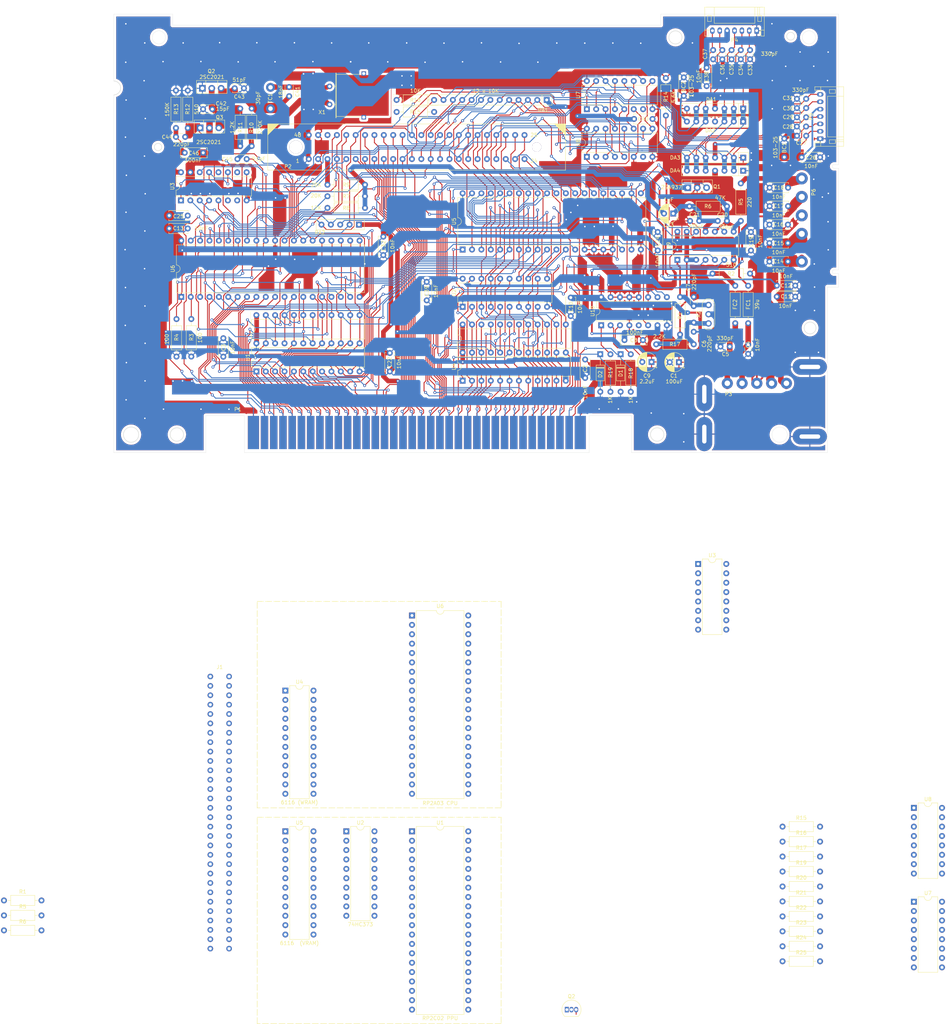
<source format=kicad_pcb>
(kicad_pcb (version 20221018) (generator pcbnew)
  (layers (0 "F.Cu" signal) (31 "B.Cu" signal) (34 "B.Paste" user) (35 "F.Paste" user) (36 "B.SilkS" user "B.Silkscreen") (37 "F.SilkS" user "F.Silkscreen") (38 "B.Mask" user) (39 "F.Mask" user) (44 "Edge.Cuts" user))
  (net 0 "")
  (net 1 "Net-(Q2-E)")
  (net 2 "GND")
  (net 3 "Net-(Q2-B)")
  (net 4 "Net-(U1-R{slash}W)")
  (net 5 "Net-(U1-CPU_D00)")
  (net 6 "Net-(U1-CPU_D01)")
  (net 7 "Net-(U1-CPU_D02)")
  (net 8 "Net-(U1-CPU_D03)")
  (net 9 "Net-(U1-CPU_D04)")
  (net 10 "Net-(U1-CPU_D05)")
  (net 11 "Net-(U1-CPU_D06)")
  (net 12 "Net-(U1-CPU_D07)")
  (net 13 "Net-(U1-CPU_A02)")
  (net 14 "Net-(U1-CPU_A01)")
  (net 15 "Net-(U1-CPU_A00)")
  (net 16 "Net-(U1-~{CS})")
  (net 20 "Net-(U1-CLK)")
  (net 21 "Net-(U1-~{INT})")
  (net 22 "Reset")
  (net 23 "Net-(J1-PPU_~{WR})")
  (net 24 "Net-(J1-PPU_~{RD})")
  (net 25 "Net-(J1-PPU_A13)")
  (net 26 "Net-(J1-PPU_A12)")
  (net 27 "Net-(J1-PPU_A11)")
  (net 28 "Net-(J1-PPU_A10)")
  (net 29 "Net-(J1-PPU_A09)")
  (net 30 "Net-(J1-PPU_A08)")
  (net 31 "Net-(U1-AD07)")
  (net 32 "Net-(U1-AD06)")
  (net 33 "Net-(U1-AD05)")
  (net 34 "Net-(U1-AD04)")
  (net 35 "Net-(U1-AD03)")
  (net 36 "Net-(U1-AD02)")
  (net 37 "Net-(U1-AD01)")
  (net 38 "Net-(U1-AD00)")
  (net 39 "Net-(U1-ALE)")
  (net 40 "VCC")
  (net 41 "Net-(J1-PPU_A00)")
  (net 42 "Net-(J1-PPU_D00)")
  (net 43 "Net-(J1-PPU_D01)")
  (net 44 "Net-(J1-PPU_A01)")
  (net 45 "Net-(J1-PPU_A02)")
  (net 46 "Net-(J1-PPU_D02)")
  (net 47 "Net-(J1-PPU_D03)")
  (net 48 "Net-(J1-PPU_A03)")
  (net 49 "Net-(J1-PPU_A04)")
  (net 50 "Net-(J1-PPU_D04)")
  (net 51 "Net-(J1-PPU_D05)")
  (net 52 "Net-(J1-PPU_A05)")
  (net 53 "Net-(J1-PPU_A06)")
  (net 54 "Net-(J1-PPU_D06)")
  (net 55 "Net-(J1-PPU_D07)")
  (net 56 "Net-(J1-PPU_A07)")
  (net 57 "Net-(U3-1E)")
  (net 58 "Net-(J1-CPU_A13)")
  (net 59 "Net-(J1-CPU_A14)")
  (net 60 "Net-(U3-1Y00)")
  (net 63 "Net-(J1-~{ROMSEL})")
  (net 66 "Net-(U3-2A01)")
  (net 67 "Net-(J1-M2)")
  (net 68 "Net-(J1-CPU_A07)")
  (net 69 "Net-(J1-CPU_A06)")
  (net 70 "Net-(J1-CPU_A05)")
  (net 71 "Net-(J1-CPU_A04)")
  (net 72 "Net-(J1-CPU_A03)")
  (net 73 "Net-(J1-CPU_A02)")
  (net 74 "Net-(J1-CPU_A01)")
  (net 75 "Net-(J1-CPU_A00)")
  (net 76 "Net-(J1-CPU_D00)")
  (net 77 "Net-(J1-CPU_D01)")
  (net 78 "Net-(J1-CPU_D02)")
  (net 79 "Net-(J1-CPU_D03)")
  (net 80 "Net-(J1-CPU_D04)")
  (net 81 "Net-(J1-CPU_D05)")
  (net 82 "Net-(J1-CPU_D06)")
  (net 83 "Net-(J1-CPU_D07)")
  (net 84 "Net-(J1-CPU_A10)")
  (net 85 "Net-(J1-CPU_R{slash}W)")
  (net 86 "Net-(J1-CPU_A09)")
  (net 87 "Net-(J1-CPU_A08)")
  (net 88 "Net-(U5-A07)")
  (net 89 "Net-(U5-A06)")
  (net 90 "Net-(U5-A05)")
  (net 91 "Net-(U5-A04)")
  (net 92 "Net-(U5-A03)")
  (net 93 "Net-(U5-A02)")
  (net 94 "Net-(U5-A01)")
  (net 95 "Net-(U5-A00)")
  (net 96 "Net-(U5-D00)")
  (net 97 "Net-(U5-D01)")
  (net 98 "Net-(U5-D02)")
  (net 99 "Net-(U5-D03)")
  (net 100 "Net-(U5-D04)")
  (net 101 "Net-(U5-D05)")
  (net 102 "Net-(U5-D06)")
  (net 103 "Net-(J1-VRAM_~{CE})")
  (net 104 "Net-(J1-VRAM_A10)")
  (net 105 "Net-(U5-~{OE})")
  (net 106 "Net-(U5-~{WE})")
  (net 107 "Net-(U5-A09)")
  (net 108 "Net-(U5-A08)")
  (net 109 "Net-(U6-AUDIO_1)")
  (net 110 "Net-(U6-AUDIO_2)")
  (net 111 "Net-(U6-A00)")
  (net 112 "Net-(U6-A01)")
  (net 113 "Net-(U6-A02)")
  (net 114 "Net-(U6-A03)")
  (net 115 "Net-(U6-A04)")
  (net 116 "Net-(U6-A05)")
  (net 117 "Net-(U6-A06)")
  (net 118 "Net-(U6-A07)")
  (net 119 "Net-(U6-A08)")
  (net 120 "Net-(U6-A09)")
  (net 121 "Net-(U6-A10)")
  (net 122 "Net-(J1-CPU_A11)")
  (net 123 "Net-(J1-CPU_A12)")
  (net 124 "Net-(U3-1A00)")
  (net 125 "Net-(U3-1A01)")
  (net 126 "Net-(U6-D7)")
  (net 127 "Net-(U6-D6)")
  (net 128 "Net-(U6-D5)")
  (net 129 "Net-(U6-D4)")
  (net 130 "Net-(U6-D3)")
  (net 131 "Net-(U6-D2)")
  (net 132 "Net-(U6-D1)")
  (net 133 "Net-(U6-D0)")
  (net 134 "Net-(U3-2A00)")
  (net 135 "Net-(J1-~{IRQ})")
  (net 136 "Net-(U6-R{slash}W)")
  (net 137 "Net-(U6-~{OE2})")
  (net 138 "Net-(U6-~{OE1})")
  (net 141 "Net-(D18-A)")
  (net 142 "Net-(D2-A)")
  (net 143 "Net-(U7A-1A1)")
  (net 144 "Net-(U7A-~{1Y1})")
  (net 145 "Net-(D8-A)")
  (net 146 "Net-(U7A-~{1Y2})")
  (net 147 "Net-(D6-A)")
  (net 148 "Net-(U7A-~{1Y3})")
  (net 149 "Net-(D4-A)")
  (net 150 "Net-(U7A-~{1Y4})")
  (net 151 "Net-(U7B-~{2Y1})")
  (net 152 "Net-(U7B-2A1)")
  (net 153 "Net-(D10-A)")
  (net 154 "Net-(D16-A)")
  (net 155 "Net-(D14-A)")
  (net 156 "Net-(D12-A)")
  (net 157 "Net-(J1-PPU_~{A13})")
  (net 160 "Net-(J1-PPU_A13)_1")
  (net 161 "Net-(U6-~{NMI})")
  (net 162 "Net-(U5-D07)")
  (net 163 "Net-(U6-~{IRQ})")
  (footprint "Capacitor_THT:C_Disc_D5.0mm_W2.5mm_P5.00mm" (layer "F.Cu") (at 181.504 -35.090551 90)
    (fp_text reference "C2")
    (fp_text value "10nF")
  )
  (footprint "Capacitor_THT:CP_Radial_D5.0mm_P2.50mm" (layer "F.Cu") (at 199.479 -39.415551 180)
    (fp_text reference "C9")
    (fp_text value "2.2uF")
  )
  (footprint "Package_DIP:DIP-14_W7.62mm" (layer "F.Cu") (at 206.479 -67.065551 90)
    (fp_text reference "U9")
    (fp_text value "74LS04")
  )
  (footprint "Capacitor_THT:CP_Radial_D5.0mm_P2.50mm" (layer "F.Cu") (at 205.354 -79.590551 180)
    (fp_text reference "C23")
    (fp_text value "1uF")
  )
  (footprint "Resistor_THT:R_Axial_DIN0207_L6.3mm_D2.5mm_P10.16mm_Horizontal" (layer "F.Cu") (at 188.354 -31.340551 90)
    (fp_text reference "R19")
    (fp_text value "1K")
  )
  (footprint "Resistor_THT:R_Axial_DIN0207_L6.3mm_D2.5mm_P10.16mm_Horizontal" (layer "F.Cu") (at 234.95 86.36)
    (fp_text reference "R15")
    (fp_text value "10 kΩ")
  )
  (footprint "Capacitor_THT:C_Disc_D5.0mm_W2.5mm_P5.00mm" (layer "F.Cu") (at 231.454 -81.590551)
    (fp_text reference "C17")
    (fp_text value "10nF")
  )
  (footprint "Capacitor_THT:C_Disc_D5.0mm_W2.5mm_P5.00mm" (layer "F.Cu") (at 177.604 -51.840551 90)
    (fp_text reference "C10")
    (fp_text value "10nF")
  )
  (footprint "Resistor_THT:R_Array_SIP7" (layer "F.Cu") (at 224.294 -104.490551 180)
    (fp_text reference "DA2")
    (fp_text value "UPA64H")
  )
  (footprint "Capacitor_THT:C_Disc_D3.0mm_W1.6mm_P2.50mm" (layer "F.Cu") (at 217.404 -77.590551)
    (fp_text reference "C20")
    (fp_text value "220pF")
  )
  (footprint "Capacitor_THT:C_Disc_D3.4mm_W2.1mm_P2.50mm" (layer "F.Cu") (at 89.104 -113.490551 180)
    (fp_text reference "C43")
    (fp_text value "51pF")
  )
  (footprint "Package_DIP:DIP-20_W7.62mm" (layer "F.Cu") (at 116.84 87.63)
    (fp_text reference "U2")
    (fp_text value "74HC373")
  )
  (footprint "Resistor_THT:R_Axial_DIN0207_L6.3mm_D2.5mm_P10.16mm_Horizontal" (layer "F.Cu") (at 200.744 -44.190551)
    (fp_text reference "R17")
    (fp_text value "2.2K")
  )
  (footprint "Capacitor_THT:C_Disc_D3.0mm_W1.6mm_P2.50mm" (layer "F.Cu") (at 73.204 -100.340551 180)
    (fp_text reference "C44")
    (fp_text value "220pF")
  )
  (footprint "Capacitor_THT:C_Disc_D6.0mm_W2.5mm_P5.00mm" (layer "F.Cu") (at 208.204 -116.440551 -90)
    (fp_text reference "BC2")
    (fp_text value "103-25")
  )
  (footprint "Capacitor_THT:C_Disc_D5.0mm_W2.5mm_P5.00mm" (layer "F.Cu") (at 73.8819 -79.039051 180)
    (fp_text reference "C25")
    (fp_text value "(Unused)")
  )
  (footprint "Package_DIP:DIP-16_W7.62mm" (layer "F.Cu") (at 72.054 -83.140551 90)
    (fp_text reference "U3")
    (fp_text value "74HC139")
  )
  (footprint "Package_DIP:DIP-16_W7.62mm" (layer "F.Cu") (at 270.51 81.28)
    (fp_text reference "U8")
    (fp_text value "74HC368")
  )
  (footprint "Resistor_THT:R_Axial_DIN0207_L6.3mm_D2.5mm_P10.16mm_Horizontal" (layer "F.Cu") (at 234.95 98.51)
    (fp_text reference "R19")
    (fp_text value "10 kΩ")
  )
  (footprint "Resistor_THT:R_Axial_DIN0207_L6.3mm_D2.5mm_P10.16mm_Horizontal" (layer "F.Cu") (at 111.729 -84.265551)
    (fp_text reference "R7")
    (fp_text value "20K")
  )
  (footprint "Capacitor_THT:C_Disc_D5.0mm_W2.5mm_P5.00mm" (layer "F.Cu") (at 126.854 -68.340551 90)
    (fp_text reference "C32")
    (fp_text value "10nF")
  )
  (footprint "Capacitor_THT:C_Disc_D5.0mm_W2.5mm_P5.00mm" (layer "F.Cu") (at 226.404 -69.590551 90)
    (fp_text reference "C19")
    (fp_text value "10nF")
  )
  (footprint "Resistor_THT:R_Axial_DIN0207_L6.3mm_D2.5mm_P10.16mm_Horizontal" (layer "F.Cu") (at 234.95 106.61)
    (fp_text reference "R21")
    (fp_text value "10 kΩ")
  )
  (footprint "Package_DIP:DIP-24_W7.62mm" (layer "F.Cu") (at 100.33 49.53)
    (fp_text reference "U4")
    (fp_text value "6116 (WRAM)")
  )
  (footprint "Package_DIP:DIP-24_W7.62mm" (layer "F.Cu") (at 92.48 -36.840551 90)
    (fp_text reference "U1")
    (fp_text value "6116 (WRAM)")
  )
  (footprint "Capacitor_THT:C_Disc_D5.0mm_W2.5mm_P5.00mm" (layer "F.Cu") (at 201.154 -69.590551 90)
    (fp_text reference "C24")
    (fp_text value "10nF")
  )
  (footprint "Package_DIP:DIP-40_W15.24mm" (layer "F.Cu") (at 72.16 -57.025551 90)
    (fp_text reference "U6")
    (fp_text value "RP2A03 CPU")
  )
  (footprint "NESRE:TrimmerCap-THT" (layer "F.Cu") (at 94.304 -107.990551 90)
    (fp_text reference "TC1")
    (fp_text value "30pF")
  )
  (footprint "Capacitor_THT:C_Disc_D5.0mm_W2.5mm_P5.00mm" (layer "F.Cu") (at 128.604 -36.840551 90)
    (fp_text reference "C22")
    (fp_text value "10nF")
  )
  (footprint "Crystal:Resonator_muRata_CSTLSxxxG-3Pin_W8.0mm_H3.0mm" (layer "F.Cu") (at 214.904 -49.840551 90)
    (fp_text reference "X2")
    (fp_text value "4MHz")
  )
  (footprint "Capacitor_THT:C_Disc_D5.0mm_W2.5mm_P5.00mm" (layer "F.Cu") (at 83.5339 -40.837451 90)
    (fp_text reference "C3")
    (fp_text value "10nF")
  )
  (footprint "Package_DIP:DIP-40_W15.24mm" (layer "F.Cu") (at 148.33 -69.840551 90)
    (fp_text reference "U5")
    (fp_text value "RP2C02 PPU")
  )
  (footprint "Capacitor_THT:C_Disc_D5.0mm_W2.5mm_P5.00mm" (layer "F.Cu") (at 238.404 -57.090551 180)
    (fp_text reference "C11")
    (fp_text value "10nF")
  )
  (footprint "Resistor_THT:R_Array_SIP7" (layer "F.Cu") (at 224.294 -107.990551 180)
    (fp_text reference "DA1")
    (fp_text value "DAN601")
  )
  (footprint "Capacitor_THT:C_Disc_D3.0mm_W1.6mm_P2.50mm" (layer "F.Cu") (at 241.35236 -110.639191 180)
    (fp_text reference "C31")
    (fp_text value "330pF")
  )
  (footprint "Resistor_THT:R_Axial_DIN0207_L6.3mm_D2.5mm_P10.16mm_Horizontal" (layer "F.Cu") (at 88.104 -97.840551 90)
    (fp_text reference "R11")
    (fp_text value "1.2K")
  )
  (footprint "Capacitor_THT:C_Disc_D7.0mm_W2.5mm_P5.00mm" (layer "F.Cu") (at 197.154 -45.340551 180)
    (fp_text reference "C8")
    (fp_text value "100nF")
  )
  (footprint "Resistor_THT:R_Axial_DIN0207_L6.3mm_D2.5mm_P10.16mm_Horizontal" (layer "F.Cu") (at 234.95 90.41)
    (fp_text reference "R16")
    (fp_text value "10 kΩ")
  )
  (footprint "NESRE:NES_Edge_Connector" (layer "F.Cu") (at 73.929 -26.565551)
    (fp_text reference "P1")
    (fp_text value "72-Pin Connector")
  )
  (footprint "Package_DIP:DIP-20_W7.62mm" (layer "F.Cu") (at 148.33 -54.337551 90)
    (fp_text reference "U2")
    (fp_text value "74HC373")
  )
  (footprint "Resistor_THT:R_Axial_DIN0207_L6.3mm_D2.5mm_P10.16mm_Horizontal" (layer "F.Cu") (at 111.729 -87.390551)
    (fp_text reference "R9")
    (fp_text value "20K")
  )
  (footprint "Capacitor_THT:C_Disc_D5.0mm_W2.5mm_P5.00mm" (layer "F.Cu") (at 231.404 -71.590551)
    (fp_text reference "C15")
    (fp_text value "10nF")
  )
  (footprint "Capacitor_THT:C_Disc_D6.0mm_W2.5mm_P5.00mm" (layer "F.Cu") (at 235.429 -99.865551 -90)
    (fp_text reference "BC1")
    (fp_text value "103-25")
  )
  (footprint "Capacitor_THT:C_Disc_D3.0mm_W2.0mm_P2.50mm" (layer "F.Cu") (at 101.354 -113.840551 -90)
    (fp_text reference "C41")
    (fp_text value "18pF")
  )
  (footprint "Resistor_THT:R_Axial_DIN0207_L6.3mm_D2.5mm_P10.16mm_Horizontal" (layer "F.Cu") (at 91.204 -108.015551 -90)
    (fp_text reference "R10")
    (fp_text value "220K")
  )
  (footprint "Resistor_THT:R_Axial_DIN0207_L6.3mm_D2.5mm_P10.16mm_Horizontal" (layer "F.Cu") (at 24.13 110.39)
    (fp_text reference "R5")
    (fp_text value "10 kΩ")
  )
  (footprint "Diode_THT:D_DO-35_SOD27_P10.16mm_Horizontal" (layer "F.Cu") (at 191.104 -41.515551 -90)
    (fp_text reference "D1")
    (fp_text value "?")
  )
  (footprint "Capacitor_THT:C_Disc_D7.0mm_W2.5mm_P5.00mm" (layer "F.Cu") (at 78.0729 -96.044351 180)
    (fp_text reference "C46")
    (fp_text value "100nF")
  )
  (footprint "NESRE:DIP-24_W7.62mmSingleRow" (layer "F.Cu") (at 92.48 -44.465551 90)
    (fp_text reference " ")
    (fp_text value " ")
  )
  (footprint "Resistor_THT:R_Axial_DIN0207_L6.3mm_D2.5mm_P10.16mm_Horizontal" (layer "F.Cu") (at 70.8466 -40.865551 90)
    (fp_text reference "R4")
    (fp_text value "100")
  )
  (footprint "Capacitor_THT:C_Disc_D5.0mm_W2.5mm_P5.00mm" (layer "F.Cu") (at 231.404 -76.590551)
    (fp_text reference "C16")
    (fp_text value "10nF")
  )
  (footprint "Resistor_THT:R_Axial_DIN0207_L6.3mm_D2.5mm_P10.16mm_Horizontal" (layer "F.Cu") (at 130.454 -107.090551)
    (fp_text reference "R15")
    (fp_text value "R15")
  )
  (footprint "Package_DIP:DIP-24_W7.62mm" (layer "F.Cu") (at 148.33 -34.340551 90)
    (fp_text reference "U4")
    (fp_text value "6116 (VRAM)")
  )
  (footprint "Capacitor_THT:C_Disc_D3.0mm_W1.6mm_P2.50mm" (layer "F.Cu") (at 210.904 -57.040551 -90)
    (fp_text reference "C7")
    (fp_text value "220pF")
  )
  (footprint "Resistor_THT:R_Array_SIP5" (layer "F.Cu") (at 120.264 -76.590551 180)
    (fp_text reference "RA2")
    (fp_text value "4 x 6.8K")
  )
  (footprint "Resistor_THT:R_Axial_DIN0207_L6.3mm_D2.5mm_P10.16mm_Horizontal" (layer "F.Cu") (at 193.854 -31.340551 90)
    (fp_text reference "R18")
    (fp_text value "1K")
  )
  (footprint "NESRE:EXP_Header" (layer "F.Cu") (at 106.662 -100.840551)
    (fp_text reference "P2")
    (fp_text value "EXP-Connector")
  )
  (footprint "Resistor_THT:R_Axial_DIN0207_L6.3mm_D2.5mm_P10.16mm_Horizontal" (layer "F.Cu") (at 24.13 114.44)
    (fp_text reference "R6")
    (fp_text value "10 kΩ")
  )
  (footprint "Resistor_THT:R_Axial_DIN0207_L6.3mm_D2.5mm_P10.16mm_Horizontal" (layer "F.Cu") (at 24.13 106.34)
    (fp_text reference "R1")
    (fp_text value "10 kΩ")
  )
  (footprint "Capacitor_THT:CP_Radial_D5.0mm_P2.50mm" (layer "F.Cu") (at 206.904 -39.340551 180)
    (fp_text reference "C1")
    (fp_text value "100uF")
  )
  (footprint "Capacitor_THT:C_Disc_D3.0mm_W1.6mm_P2.50mm" (layer "F.Cu") (at 241.35172 -105.640471 180)
    (fp_text reference "C29")
    (fp_text value "330pF")
  )
  (footprint "Capacitor_THT:C_Disc_D3.0mm_W1.6mm_P2.50mm" (layer "F.Cu") (at 241.32886 -103.141111 180)
    (fp_text reference "C28")
    (fp_text value "330pF")
  )
  (footprint "Package_DIP:DIP-16_W7.62mm" (layer "F.Cu") (at 181.954 -94.940551 90)
    (fp_text reference "U8")
    (fp_text value "40H368 (CII)")
  )
  (footprint "Resistor_THT:R_Axial_DIN0207_L6.3mm_D2.5mm_P10.16mm_Horizontal" (layer "F.Cu") (at 226.154 -63.340551 180)
    (fp_text reference "R2")
    (fp_text value "510")
  )
  (footprint "NES Components:RP2A03 CPU" (layer "F.Cu") (at 134.62 29.21)
    (fp_text reference "U6")
    (fp_text value "RP2A03 CPU")
  )
  (footprint "Capacitor_THT:C_Disc_D5.0mm_W2.5mm_P5.00mm" (layer "F.Cu") (at 231.454 -86.590551)
    (fp_text reference "C18")
    (fp_text value "10nF")
  )
  (footprint "Resistor_THT:R_Axial_DIN0207_L6.3mm_D2.5mm_P10.16mm_Horizontal" (layer "F.Cu") (at 234.95 122.81)
    (fp_text reference "R25")
    (fp_text value "10 kΩ")
  )
  (footprint "Resistor_THT:R_Axial_DIN0207_L6.3mm_D2.5mm_P10.16mm_Horizontal" (layer "F.Cu") (at 203.354 -116.265551 -90)
    (fp_text reference "R14")
    (fp_text value "5.6K")
  )
  (footprint "Capacitor_THT:C_Disc_D3.0mm_W1.6mm_P2.50mm" (layer "F.Cu") (at 241.35172 -108.142371 180)
    (fp_text reference "C30")
    (fp_text value "330pF")
  )
  (footprint "Package_DIP:DIP-16_W7.62mm" (layer "F.Cu") (at 270.51 106.68)
    (fp_text reference "U7")
    (fp_text value "74HC368")
  )
  (footprint "Package_DIP:DIP-40_W15.24mm" (layer "F.Cu") (at 134.62 87.63)
    (fp_text reference "U1")
    (fp_text value "RP2C02 PPU")
  )
  (footprint "Resistor_THT:R_Axial_DIN0207_L6.3mm_D2.5mm_P10.16mm_Horizontal" (layer "F.Cu") (at 111.729 -81.115551)
    (fp_text reference "R8")
    (fp_text value "12K")
  )
  (footprint "Capacitor_THT:C_Disc_D3.4mm_W2.1mm_P2.50mm" (layer "F.Cu") (at 87.354 -94.342551)
    (fp_text reference "C45")
    (fp_text value "51pF")
  )
  (footprint "Resistor_THT:R_Axial_DIN0207_L6.3mm_D2.5mm_P10.16mm_Horizontal" (layer "F.Cu") (at 207.204 -46.840551 90)
    (fp_text reference "R1")
    (fp_text value "1M")
  )
  (footprint "NESRE:DIP-24_W7.62mmSingleRow" (layer "F.Cu") (at 148.33 -41.940551 90)
    (fp_text reference " ")
    (fp_text value " ")
  )
  (footprint "Capacitor_THT:C_Disc_D3.0mm_W1.6mm_P2.50mm" (layer "F.Cu") (at 241.3568 -100.639211 180)
    (fp_text reference "C27")
    (fp_text value "330pF")
  )
  (footprint "Resistor_THT:R_Axial_DIN0207_L6.3mm_D2.5mm_P10.16mm_Horizontal" (layer "F.Cu") (at 73.904 -102.730551 90)
    (fp_text reference "R12")
    (fp_text value "510")
  )
  (footprint "Diode_THT:D_DO-35_SOD27_P10.16mm_Horizontal" (layer "F.Cu") (at 185.604 -41.515551 -90)
    (fp_text reference "D2")
    (fp_text value "?")
  )
  (footprint "Package_TO_SOT_THT:TO-92_Inline" (layer "F.Cu") (at 176.53 135.89)
    (fp_text reference "Q2")
    (fp_text value "KSA1015")
  )
  (footprint "NESRE:R_Axial_DIN0207_L6.3mm_D2.5mm_P10.16mm_Horizontal_OverLapping" (layer "F.Cu") (at 130.44516 -110.344551)
    (fp_text reference "R16")
    (fp_text value "10K")
  )
  (footprint "Capacitor_THT:C_Disc_D3.0mm_W1.6mm_P2.50mm" (layer "F.Cu") (at 209.904 -77.590551)
    (fp_text reference "C21")
    (fp_text value "220pF")
  )
  (footprint "Capacitor_THT:C_Disc_D5.0mm_W2.5mm_P5.00mm" (layer "F.Cu") (at 245.129 -94.815551 180)
    (fp_text reference "C26")
    (fp_text value "10nF")
  )
  (footprint "Package_DIP:DIP-16_W7.62mm" (layer "F.Cu") (at 185.854 -49.340551 90)
    (fp_text reference "U10")
    (fp_text value "CIC")
  )
  (footprint "Capacitor_THT:C_Disc_D3.0mm_W1.6mm_P2.50mm" (layer "F.Cu") (at 216.154 -123.840551 -90)
    (fp_text reference "C37")
    (fp_text value "330pF")
  )
  (footprint "Resistor_THT:R_Axial_DIN0207_L6.3mm_D2.5mm_P10.16mm_Horizontal" (layer "F.Cu") (at 234.95 114.71)
    (fp_text reference "R23")
    (fp_text value "10 kΩ")
  )
  (footprint "Connector_JST:JST_PH_S7B-PH-K_1x07_P2.00mm_Horizontal" (layer "F.Cu") (at 227.954 -129.090551 180)
    (fp_text reference "P4")
    (fp_text value "Controller Input")
  )
  (footprint "Capacitor_THT:C_Disc_D5.0mm_W2.5mm_P5.00mm" (layer "F.Cu") (at 238.404 -60.090551 180)
    (fp_text reference "C12")
    (fp_text value "10nF")
  )
  (footprint "Resistor_THT:R_Axial_DIN0207_L6.3mm_D2.5mm_P10.16mm_Horizontal" (layer "F.Cu") (at 225.654 -60.050551 -90)
    (fp_text reference "FC1")
    (fp_text value "39u")
  )
  (footprint "Resistor_THT:R_Axial_DIN0207_L6.3mm_D2.5mm_P10.16mm_Horizontal" (layer "F.Cu") (at 234.95 110.66)
    (fp_text reference "R22")
    (fp_text value "10 kΩ")
  )
  (footprint "NES Components:60 Pin connector" (layer "F.Cu") (at 80.01 45.72)
    (fp_text reference "J1")
    (fp_text value "Cart")
  )
  (footprint "Capacitor_THT:C_Disc_D3.0mm_W2.0mm_P2.50mm" (layer "F.Cu") (at 220.654 -43.590551 180)
    (fp_text reference "C5")
    (fp_text value "330pF")
  )
  (footprint "Package_DIP:DIP-16_W7.62mm" (layer "F.Cu") (at 181.954 -107.840551 90)
    (fp_text reference "U7")
    (fp_text value "40H368 (CI)")
  )
  (footprint "Connector_JST:JST_PH_S7B-PH-K_1x07_P2.00mm_Horizontal" (layer "F.Cu") (at 245.154 -99.840551 90)
    (fp_text reference "P5")
    (fp_text value "Controller Input")
  )
  (footprint "Resistor_THT:R_Axial_DIN0207_L6.3mm_D2.5mm_P10.16mm_Horizontal" (layer "F.Cu") (at 70.704 -102.740551 90)
    (fp_text reference "R13")
    (fp_text value "150K")
  )
  (footprint "Capacitor_THT:C_Disc_D5.0mm_W2.5mm_P5.00mm" (layer "F.Cu") (at 231.404 -66.590551)
    (fp_text reference "C14")
    (fp_text value "10nF")
  )
  (footprint "Capacitor_THT:C_Disc_D5.0mm_W2.5mm_P5.00mm" (layer "F.Cu") (at 138.604 -56.090551 90)
    (fp_text reference "C39")
    (fp_text value "10nF")
  )
  (footprint "NESRE:Mod_RF" (layer "F.Cu") (at 220 -35.796551)
    (fp_text reference "P3")
    (fp_text value "MOD RF")
  )
  (footprint "Capacitor_THT:C_Disc_D3.0mm_W1.6mm_P2.50mm" (layer "F.Cu") (at 221.154 -123.840551 -90)
    (fp_text reference "C35")
    (fp_text value "330pF")
  )
  (footprint "Resistor_THT:R_Axial_DIN0207_L6.3mm_D2.5mm_P10.16mm_Horizontal" (layer "F.Cu") (at 209.744 -81.540551)
    (fp_text reference "R6")
    (fp_text value "47K")
  )
  (footprint "Package_DIP:DIP-16_W7.62mm" (layer "F.Cu") (at 212.1 15.255)
    (fp_text reference "U3")
    (fp_text value "74HC139")
  )
  (footprint "Package_TO_SOT_THT:TO-126-3_Vertical" (layer "F.Cu") (at 209.304 -86.590551)
    (fp_text reference "Q1")
    (fp_text value "2SA937")
  )
  (footprint "Capacitor_THT:C_Disc_D3.0mm_W1.6mm_P2.50mm" (layer "F.Cu") (at 226.154 -123.840551 -90)
    (fp_text reference "C33")
    (fp_text value "330pF")
  )
  (footprint "Capacitor_THT:C_Disc_D3.0mm_W1.6mm_P2.50mm" (layer "F.Cu") (at 225.654 -41.590551 90)
    (fp_text reference "C4")
    (fp_text value "10nF")
  )
  (footprint "Capacitor_THT:C_Disc_D3.4mm_W2.1mm_P2.50mm" (layer "F.Cu") (at 78.054 -107.840551)
    (fp_text reference "C42")
    (fp_text value "15pF")
  )
  (footprint "Resistor_THT:R_Axial_DIN0207_L6.3mm_D2.5mm_P10.16mm_Horizontal" (layer "F.Cu") (at 234.95 102.56)
    (fp_text reference "R20")
    (fp_text value "10 kΩ")
  )
  (footprint "Resistor_THT:R_Array_SIP7" (layer "F.Cu") (at 224.304 -91.190551 180)
    (fp_text reference "DA4")
    (fp_text value "UPA64H")
  )
  (footprint "Capacitor_THT:C_Disc_D5.0mm_W2.5mm_P5.00mm" (layer "F.Cu") (at 199.754 -105.190551 180)
    (fp_text reference "C40")
    (fp_text value "10nF")
  )
  (footprint "Resistor_THT:R_Array_SIP7" (layer "F.Cu") (at 224.304 -94.715551 180)
    (fp_text reference "DA3")
    (fp_text value "DAN601")
  )
  (footprint "NESRE:PowerReset-switch-In" (layer "F.Cu") (at 240.154 -89.090551 -90)
    (fp_text reference "P6")
    (fp_text value "PWR/RST IN")
  )
  (footprint "Resistor_THT:R_Axial_DIN0207_L6.3mm_D2.5mm_P10.16mm_Horizontal" (layer "F.Cu") (at 234.95 118.76)
    (fp_text reference "R24")
    (fp_text value "10 kΩ")
  )
  (footprint "Capacitor_THT:C_Disc_D5.0mm_W2.5mm_P5.00mm" (layer "F.Cu") (at 73.8819 -75.546551 180)
    (fp_text reference "C13")
    (fp_text value "10nF")
  )
  (footprint "Package_TO_SOT_THT:TO-126-3_Vertical" (layer "F.Cu") (at 77.229 -102.765551)
    (fp_text reference "Q3")
    (fp_text value "2SC2021")
  )
  (footprint "Capacitor_THT:C_Disc_D3.0mm_W1.6mm_P2.50mm" (layer "F.Cu") (at 210.904 -47.590551 90)
    (fp_text reference "C6")
    (fp_text value "220pF")
  )
  (footprint "Resistor_THT:R_Array_SIP13" (layer "F.Cu") (at 171.084 -110.340551 180)
    (fp_text reference "RA1")
    (fp_text value "12 x 10K")
  )
  (footprint "Capacitor_THT:C_Disc_D3.0mm_W1.6mm_P2.50mm" (layer "F.Cu") (at 223.654 -123.840551 -90)
    (fp_text reference "C34")
    (fp_text value "330pF")
  )
  (footprint "Resistor_THT:R_Axial_DIN0207_L6.3mm_D2.5mm_P10.16mm_Horizontal" (layer "F.Cu") (at 223.654 -77.590551 90)
    (fp_text reference "R5")
    (fp_text value "220")
  )
  (footprint "Resistor_THT:R_Axial_DIN0207_L6.3mm_D2.5mm_P10.16mm_Horizontal" (layer "F.Cu") (at 74.854 -40.880551 90)
    (fp_text reference "R3")
    (fp_text value "100")
  )
  (footprint "Capacitor_THT:C_Disc_D5.0mm_W2.5mm_P5.00mm" (layer "F.Cu") (at 214.404 -114.090551 90)
    (fp_text reference "C38")
    (fp_text value "10nF")
  )
  (footprint "Package_TO_SOT_THT:TO-126-3_Vertical" (layer "F.Cu") (at 77.854 -113.490551)
    (fp_text reference "Q2")
    (fp_text value "2SC2021")
  )
  (footprint "Crystal:Crystal_HC49-U_Horizontal_1EP_style2" (layer "F.Cu") (at 112.304 -109.115551 90)
    (fp_text reference "X1")
    (fp_text value "21.477272 MHz")
  )
  (footprint "Resistor_THT:R_Axial_DIN0207_L6.3mm_D2.5mm_P10.16mm_Horizontal" (layer "F.Cu") (at 222.154 -60.050551 -90)
    (fp_text reference "FC2")
    (fp_text value "Ferrite_Coil")
  )
  (footprint "Capacitor_THT:C_Disc_D3.0mm_W1.6mm_P2.50mm" (layer "F.Cu") (at 218.654 -123.840551 -90)
    (fp_text reference "C36")
    (fp_text value "330pF")
  )
  (footprint "Package_DIP:DIP-24_W7.62mm" (layer "F.Cu") (at 100.33 87.63)
    (fp_text reference "U5")
    (fp_text value "6116  (VRAM)")
  )
  (footprint "Resistor_THT:R_Axial_DIN0207_L6.3mm_D2.5mm_P10.16mm_Horizontal" (layer "F.Cu") (at 234.95 94.46)
    (fp_text reference "R17")
    (fp_text value "10 kΩ")
  )
  (gr_rect (start 92.71 25.4) (end 158.75 81.28) (stroke (width 0.15) (type dash)) (fill none) (layer "F.SilkS"))
  (gr_rect (start 92.71 83.82) (end 158.75 139.7) (stroke (width 0.15) (type dash)) (fill none) (layer "F.SilkS"))
  (gr_line (start 250.129 -91.845551) (end 248.878 -91.846551) (stroke (width 0.05)) (layer "Edge.Cuts"))
  (gr_line (start 201.979 -133.565551) (end 201.979 -130.615551) (stroke (width 0.05)) (layer "Edge.Cuts"))
  (gr_arc (start 248.878 -63.340551) (mid 248.539204 -63.4946) (end 248.400681 -63.840036) (stroke (width 0.05)) (layer "Edge.Cuts"))
  (gr_line (start 69.829 -130.615551) (end 201.979 -130.615551) (stroke (width 0.05)) (layer "Edge.Cuts"))
  (gr_arc (start 53.878998 -115.465384) (mid 55.188634 -114.907508) (end 55.729 -113.590551) (stroke (width 0.12)) (layer "Edge.Cuts"))
  (gr_line (start 250.13 -92.837551) (end 248.879 -92.837551) (stroke (width 0.05)) (layer "Edge.Cuts"))
  (gr_line (start 201.979 -133.565551) (end 250.129 -133.565551) (stroke (width 0.05)) (layer "Edge.Cuts"))
  (gr_circle (center 242.104 -127.265551) (end 243.879 -127.265551) (stroke (width 0.05)) (fill none) (layer "Edge.Cuts"))
  (gr_circle (center 65.854 -97.590551) (end 66.854 -97.590551) (stroke (width 0.12)) (fill none) (layer "Edge.Cuts"))
  (gr_circle (center 58.552 -19.741551) (end 60.612 -19.741551) (stroke (width 0.12)) (fill none) (layer "Edge.Cuts"))
  (gr_circle (center 70.951 -19.779551) (end 72.761 -19.779551) (stroke (width 0.12)) (fill none) (layer "Edge.Cuts"))
  (gr_line (start 53.878998 -115.465384) (end 53.879 -133.565551) (stroke (width 0.05)) (layer "Edge.Cuts"))
  (gr_line (start 89.229 -14.865551) (end 182.629 -14.865551) (stroke (width 0.05)) (layer "Edge.Cuts"))
  (gr_circle (center 205.953 -127.265551) (end 207.728 -127.265551) (stroke (width 0.12)) (fill none) (layer "Edge.Cuts"))
  (gr_line (start 69.829 -133.565551) (end 53.879 -133.565551) (stroke (width 0.05)) (layer "Edge.Cuts"))
  (gr_line (start 89.229 -14.865551) (end 89.229 -24.865551) (stroke (width 0.05)) (layer "Edge.Cuts"))
  (gr_arc (start 55.729166 -113.591452) (mid 55.189069 -112.273797) (end 53.879 -111.715551) (stroke (width 0.12)) (layer "Edge.Cuts"))
  (gr_arc (start 248.399456 -92.346552) (mid 248.54039 -92.685841) (end 248.875 -92.837551) (stroke (width 0.05)) (layer "Edge.Cuts"))
  (gr_circle (center 66.079 -127.265551) (end 67.854 -127.265551) (stroke (width 0.05)) (fill none) (layer "Edge.Cuts"))
  (gr_line (start 69.829 -133.565551) (end 69.829 -130.615551) (stroke (width 0.05)) (layer "Edge.Cuts"))
  (gr_line (start 194.054 -14.865551) (end 247.129 -14.865551) (stroke (width 0.05)) (layer "Edge.Cuts"))
  (gr_line (start 250.129 -92.840551) (end 250.129 -133.565551) (stroke (width 0.05)) (layer "Edge.Cuts"))
  (gr_line (start 182.629 -14.865551) (end 182.629 -24.865551) (stroke (width 0.05)) (layer "Edge.Cuts"))
  (gr_line (start 247.129 -59.690551) (end 250.129 -59.690551) (stroke (width 0.05)) (layer "Edge.Cuts"))
  (gr_arc (start 248.874479 -91.847176) (mid 248.537207 -92.001957) (end 248.399456 -92.346552) (stroke (width 0.05)) (layer "Edge.Cuts"))
  (gr_line (start 78.829 -14.865551) (end 78.829 -24.865551) (stroke (width 0.05)) (layer "Edge.Cuts"))
  (gr_arc (start 248.401 -63.837551) (mid 248.537777 -64.183147) (end 248.874015 -64.341551) (stroke (width 0.05)) (layer "Edge.Cuts"))
  (gr_line (start 78.829 -24.865551) (end 89.229 -24.865551) (stroke (width 0.05)) (layer "Edge.Cuts"))
  (gr_line (start 250.129023 -91.841175) (end 250.129 -64.340551) (stroke (width 0.05)) (layer "Edge.Cuts"))
  (gr_line (start 250.131296 -63.341067) (end 250.129 -59.690551) (stroke (width 0.05)) (layer "Edge.Cuts"))
  (gr_circle (center 242.404 -48.615551) (end 244.004195 -48.615551) (stroke (width 0.12)) (fill none) (layer "Edge.Cuts"))
  (gr_line (start 194.054 -14.865551) (end 194.054 -24.865551) (stroke (width 0.05)) (layer "Edge.Cuts"))
  (gr_circle (center 237.154 -127.590551) (end 238.214 -127.590551) (stroke (width 0.12)) (fill none) (layer "Edge.Cuts"))
  (gr_line (start 247.129 -14.865551) (end 247.129 -59.690551) (stroke (width 0.05)) (layer "Edge.Cuts"))
  (gr_line (start 182.629 -24.865551) (end 194.054 -24.865551) (stroke (width 0.05)) (layer "Edge.Cuts"))
  (gr_circle (center 201.011 -19.779551) (end 202.821 -19.779551) (stroke (width 0.12)) (fill none) (layer "Edge.Cuts"))
  (gr_line (start 53.879 -14.865551) (end 78.829 -14.865551) (stroke (width 0.05)) (layer "Edge.Cuts"))
  (gr_circle (center 103.17 -97.595551) (end 104.92 -97.595551) (stroke (width 0.05)) (fill none) (layer "Edge.Cuts"))
  (gr_line (start 250.131 -63.340551) (end 248.878 -63.340551) (stroke (width 0.05)) (layer "Edge.Cuts"))
  (gr_circle (center 234.157 -19.741551) (end 236.217 -19.741551) (stroke (width 0.05)) (fill none) (layer "Edge.Cuts"))
  (gr_line (start 53.879 -111.715551) (end 53.879 -14.865551) (stroke (width 0.05)) (layer "Edge.Cuts"))
  (gr_line (start 250.131 -64.340551) (end 248.878 -64.340551) (stroke (width 0.05)) (layer "Edge.Cuts"))
  (segment (start 76.804 -48.290551) (end 76.804 -55.591551) (width 0.25) (layer "F.Cu") (net 0))
  (segment (start 125.454 -83.715551) (end 125.454 -84.479141) (width 0.25) (layer "F.Cu") (net 0))
  (segment (start 117.9509 -52.076951) (end 117.9509 -53.208321) (width 0.25) (layer "F.Cu") (net 0))
  (segment (start 139.454 -85.665551) (end 139.454 -84.090551) (width 0.25) (layer "F.Cu") (net 0))
  (segment (start 99.9604 -41.070541) (end 101.96291 -43.073051) (width 0.25) (layer "F.Cu") (net 0))
  (segment (start 125.629001 -32.390552) (end 125.104001 -31.865552) (width 0.25) (layer "F.Cu") (net 0))
  (segment (start 83.479 -81.940551) (end 86.3 -79.119551) (width 0.25) (layer "F.Cu") (net 0))
  (segment (start 158.529 -31.917549) (end 158.489 -31.957549) (width 0.25) (layer "F.Cu") (net 0))
  (segment (start 82.934 -113.490551) (end 82.934 -112.217759) (width 1.5) (layer "F.Cu") (net 0))
  (segment (start 179.479 -84.040551) (end 180.248999 -84.81055) (width 0.25) (layer "F.Cu") (net 0))
  (segment (start 167.379 -38.440551) (end 166.109 -39.710551) (width 0.25) (layer "F.Cu") (net 0))
  (segment (start 116.539001 -35.71555) (end 121.034001 -35.71555) (width 0.25) (layer "F.Cu") (net 0))
  (segment (start 176.2693 -41.960851) (end 176.2693 -51.650251) (width 0.25) (layer "F.Cu") (net 0))
  (segment (start 81.604034 -40.363553) (end 81.604034 -38.92292) (width 0.25) (layer "F.Cu") (net 0))
  (segment (start 133.629 -66.281321) (end 136.822225 -69.474546) (width 0.25) (layer "F.Cu") (net 0))
  (segment (start 209.344 -84.090551) (end 211.844 -86.590551) (width 0.25) (layer "F.Cu") (net 0))
  (segment (start 169.679 -25.065551) (end 171.429 -26.815551) (width 0.25) (layer "F.Cu") (net 0))
  (segment (start 109.154 -48.315551) (end 109.154 -55.775551) (width 0.25) (layer "F.Cu") (net 0))
  (segment (start 224 -37.686551) (end 224 -32.796551) (width 1.5) (layer "F.Cu") (net 0))
  (segment (start 105.605469 -31.827082) (end 108.442469 -31.827082) (width 0.25) (layer "F.Cu") (net 0))
  (segment (start 100.269 -72.280551) (end 101.868009 -73.87956) (width 0.25) (layer "F.Cu") (net 0))
  (segment (start 204.128999 -77.96555) (end 203.304009 -77.14056) (width 0.45) (layer "F.Cu") (net 0))
  (segment (start 143.954011 -41.329152) (end 143.954011 -43.890562) (width 0.25) (layer "F.Cu") (net 0))
  (segment (start 117.9509 -52.076951) (end 117.9509 -44.463651) (width 0.25) (layer "F.Cu") (net 0))
  (segment (start 133.048 -27.134551) (end 133.048 -27.186551) (width 0.25) (layer "F.Cu") (net 0))
  (segment (start 189.793999 -84.280552) (end 189.793999 -84.275552) (width 0.25) (layer "F.Cu") (net 0))
  (segment (start 143.644055 -55.157781) (end 143.644055 -73.644197) (width 0.25) (layer "F.Cu") (net 0))
  (segment (start 162.354 -47.515551) (end 162.279 -47.590551) (width 0.25) (layer "F.Cu") (net 0))
  (segment (start 153.409 -32.445549) (end 153.409 -33.209181) (width 0.25) (layer "F.Cu") (net 0))
  (segment (start 98.929 -63.465551) (end 98.929 -72.605553) (width 0.25) (layer "F.Cu") (net 0))
  (segment (start 98.854001 -55.940552) (end 98.854001 -60.840552) (width 0.25) (layer "F.Cu") (net 0))
  (segment (start 142.314 -112.880551) (end 142.729 -112.465551) (width 0.25) (layer "F.Cu") (net 0))
  (segment (start 188.279 -104.240551) (end 187.034 -105.485551) (width 0.25) (layer "F.Cu") (net 0))
  (segment (start 198.554 -49.340551) (end 197.304 -50.590551) (width 0.25) (layer "F.Cu") (net 0))
  (segment (start 166.109 -39.710551) (end 166.109 -40.829181) (width 0.25) (layer "F.Cu") (net 0))
  (segment (start 92.649 -80.635551) (end 92.649 -72.280551) (width 0.25) (layer "F.Cu") (net 0))
  (segment (start 241.32886 -103.141111) (end 240.129 -101.941251) (width 0.25) (layer "F.Cu") (net 0))
  (segment (start 171.154 -74.890551) (end 169.799001 -73.535552) (width 0.25) (layer "F.Cu") (net 0))
  (segment (start 92.5509 -52.076951) (end 92.5509 -44.456951) (width 1.25) (layer "F.Cu") (net 0))
  (segment (start 149.679 -26.690551) (end 149.679 -29.965551) (width 0.25) (layer "F.Cu") (net 0))
  (segment (start 98.904 -40.065551) (end 100.22823 -40.065551) (width 0.25) (layer "F.Cu") (net 0))
  (segment (start 121.889 -87.390551) (end 121.854 -87.390551) (width 1.25) (layer "F.Cu") (net 0))
  (segment (start 90.109 -78.820551) (end 90.109 -72.280551) (width 0.25) (layer "F.Cu") (net 0))
  (segment (start 170.004 -26.715551) (end 170.403999 -27.11555) (width 0.25) (layer "F.Cu") (net 0))
  (segment (start 81.484011 -50.724151) (end 81.484011 -50.744151) (width 0.25) (layer "F.Cu") (net 0))
  (segment (start 110.334 -44.460551) (end 110.3309 -44.463651) (width 0.25) (layer "F.Cu") (net 0))
  (segment (start 208.579 -77.590551) (end 209.904 -77.590551) (width 0.25) (layer "F.Cu") (net 0))
  (segment (start 103.7835 -73.846051) (end 105.349 -72.280551) (width 0.25) (layer "F.Cu") (net 0))
  (segment (start 154.704 -32.815551) (end 154.704 -37.564551) (width 0.25) (layer "F.Cu") (net 0))
  (segment (start 216.674 -110.010551) (end 218.154 -111.490551) (width 1.25) (layer "F.Cu") (net 0))
  (segment (start 173.024 -109.600551) (end 173.024 -110.970551) (width 0.25) (layer "F.Cu") (net 0))
  (segment (start 121.254 -86.265551) (end 118.979 -83.990551) (width 0.25) (layer "F.Cu") (net 0))
  (segment (start 188.394 -49.340551) (end 189.204 -48.530551) (width 0.25) (layer "F.Cu") (net 0))
  (segment (start 109.679 -25.065551) (end 109.879001 -25.265552) (width 0.25) (layer "F.Cu") (net 0))
  (segment (start 180.154 -28.465551) (end 178.829 -27.140551) (width 0.25) (layer "F.Cu") (net 0))
  (segment (start 157.179 -20.315551) (end 157.179 -25.065551) (width 0.25) (layer "F.Cu") (net 0))
  (segment (start 81.088999 -88.930552) (end 84.629001 -85.39055) (width 0.25) (layer "F.Cu") (net 0))
  (segment (start 199.734 -115.460551) (end 198.934001 -114.660552) (width 0.25) (layer "F.Cu") (net 0))
  (segment (start 76.804 -78.715551) (end 74.979 -76.890551) (width 0.25) (layer "F.Cu") (net 0))
  (segment (start 82.504 -72.295551) (end 82.489 -72.280551) (width 0.25) (layer "F.Cu") (net 0))
  (segment (start 81.528999 -80.190552) (end 81.542999 -80.190552) (width 0.25) (layer "F.Cu") (net 0))
  (segment (start 158.729001 -103.640552) (end 159.129 -104.040551) (width 0.25) (layer "F.Cu") (net 0))
  (segment (start 121.749001 -67.389067) (end 121.749001 -72.785552) (width 0.25) (layer "F.Cu") (net 0))
  (segment (start 124.654 -84.315551) (end 124.654 -83.442549) (width 0.25) (layer "F.Cu") (net 0))
  (segment (start 163.594 -65.305541) (end 162.728999 -64.44054) (width 0.25) (layer "F.Cu") (net 0))
  (segment (start 146.176999 -93.80055) (end 146.176999 -96.66355) (width 0.25) (layer "F.Cu") (net 0))
  (segment (start 222.154 -49.890551) (end 222.154 -46.965551) (width 1.5) (layer "F.Cu") (net 0))
  (segment (start 145.904 -102.315551) (end 148.304 -104.715551) (width 0.25) (layer "F.Cu") (net 0))
  (segment (start 97.179 -25.065551) (end 97.179 -20.315551) (width 0.25) (layer "F.Cu") (net 0))
  (segment (start 128.105001 -91.53955) (end 128.105001 -97.78955) (width 0.25) (layer "F.Cu") (net 0))
  (segment (start 87.569 -72.280551) (end 87.569 -65.705551) (width 0.25) (layer "F.Cu") (net 0))
  (segment (start 143.45403 -26.342579) (end 143.454029 -34.838342) (width 0.25) (layer "F.Cu") (net 0))
  (segment (start 245.154 -103.840551) (end 243.679 -103.840551) (width 0.25) (layer "F.Cu") (net 0))
  (segment (start 141.434 -112.050551) (end 143.144 -110.340551) (width 0.25) (layer "F.Cu") (net 0))
  (segment (start 153.4093 -38.859251) (end 153.4093 -40.208851) (width 0.25) (layer "F.Cu") (net 0))
  (segment (start 111.843999 -56.261962) (end 112.8709 -55.235061) (width 0.25) (layer "F.Cu") (net 0))
  (segment (start 209.019 -74.685551) (end 209.019 -67.065551) (width 1.25) (layer "F.Cu") (net 0))
  (segment (start 176.504001 -58.690552) (end 175.629 -57.815551) (width 0.25) (layer "F.Cu") (net 0))
  (segment (start 150.8947 -52.656251) (end 150.8947 -54.337551) (width 0.25) (layer "F.Cu") (net 0))
  (segment (start 89.014033 -48.373586) (end 90.079 -49.438553) (width 0.25) (layer "F.Cu") (net 0))
  (segment (start 231.404 -71.590551) (end 231.404 -66.590551) (width 1.25) (layer "F.Cu") (net 0))
  (segment (start 207.204 -57.000551) (end 207.204 -65.140551) (width 0.25) (layer "F.Cu") (net 0))
  (segment (start 166.109 -38.135551) (end 166.109 -34.340551) (width 0.25) (layer "F.Cu") (net 0))
  (segment (start 90.334066 -35.536128) (end 90.334066 -38.242836) (width 0.25) (layer "F.Cu") (net 0))
  (segment (start 113.392411 -34.52714) (end 110.684413 -34.52714) (width 0.25) (layer "F.Cu") (net 0))
  (segment (start 86.769001 -56.240552) (end 87.569 -57.040551) (width 0.25) (layer "F.Cu") (net 0))
  (segment (start 155.904 -77.390551) (end 154.729 -76.215551) (width 0.25) (layer "F.Cu") (net 0))
  (segment (start 142.554 -36.374781) (end 142.554 -39.292731) (width 0.25) (layer "F.Cu") (net 0))
  (segment (start 234.51186 -55.982691) (end 233.404 -57.090551) (width 1.5) (layer "F.Cu") (net 0))
  (segment (start 128.154 -31.815551) (end 127.604001 -31.265552) (width 0.25) (layer "F.Cu") (net 0))
  (segment (start 98.929 -49.565551) (end 98.929 -52.500053) (width 0.25) (layer "F.Cu") (net 0))
  (segment (start 121.902 -97.792551) (end 121.902 -100.842551) (width 0.25) (layer "F.Cu") (net 0))
  (segment (start 151.251999 -92.867552) (end 151.251999 -96.58855) (width 0.25) (layer "F.Cu") (net 0))
  (segment (start 79.704011 -54.990562) (end 81.104 -56.390551) (width 0.25) (layer "F.Cu") (net 0))
  (segment (start 139.354 -79.390551) (end 135.379 -83.365551) (width 0.25) (layer "F.Cu") (net 0))
  (segment (start 159.829 -58.565551) (end 161.0547 -59.791251) (width 0.25) (layer "F.Cu") (net 0))
  (segment (start 204.079 -98.365551) (end 204.104 -98.340551) (width 0.25) (layer "F.Cu") (net 0))
  (segment (start 114.954001 -26.388552) (end 114.954001 -25.340552) (width 0.25) (layer "F.Cu") (net 0))
  (segment (start 188.329 -111.015551) (end 188.329 -105.465551) (width 0.25) (layer "F.Cu") (net 0))
  (segment (start 102.3105 -35.098051) (end 101.588999 -35.819552) (width 0.25) (layer "F.Cu") (net 0))
  (segment (start 141.103999 -89.040552) (end 140.704 -89.440551) (width 0.25) (layer "F.Cu") (net 0))
  (segment (start 228.018 -53.685551) (end 228.018 -61.476551) (width 0.5) (layer "F.Cu") (net 0))
  (segment (start 193.429 -113.015551) (end 192.114 -114.330551) (width 0.25) (layer "F.Cu") (net 0))
  (segment (start 104.104 -51.496549) (end 104.104 -50.190551) (width 0.25) (layer "F.Cu") (net 0))
  (segment (start 91.229 -64.840551) (end 91.229 -62.240551) (width 0.25) (layer "F.Cu") (net 0))
  (segment (start 151.178999 -97.81555) (end 151.178999 -104.315552) (width 0.25) (layer "F.Cu") (net 0))
  (segment (start 123.688315 -54.040551) (end 123.12901 -53.481246) (width 0.25) (layer "F.Cu") (net 0))
  (segment (start 164.755851 -63.192402) (end 167.548999 -65.98555) (width 0.25) (layer "F.Cu") (net 0))
  (segment (start 76.804 -55.591551) (end 76.283999 -56.111552) (width 0.25) (layer "F.Cu") (net 0))
  (segment (start 150.094701 -61.157552) (end 150.8947 -61.957551) (width 0.25) (layer "F.Cu") (net 0))
  (segment (start 217.279001 -122.465552) (end 217.279001 -113.240552) (width 0.25) (layer "F.Cu") (net 0))
  (segment (start 137.138 -96.993551) (end 137.138 -94.340551) (width 0.25) (layer "F.Cu") (net 0))
  (segment (start 144.629001 -46.09255) (end 144.629001 -58.390552) (width 0.25) (layer "F.Cu") (net 0))
  (segment (start 170.004 -44.515551) (end 170.004 -39.340551) (width 0.25) (layer "F.Cu") (net 0))
  (segment (start 111.504 -61.665551) (end 111.504 -61.099866) (width 0.25) (layer "F.Cu") (net 0))
  (segment (start 148.224 -110.340551) (end 145.074 -107.190551) (width 0.25) (layer "F.Cu") (net 0))
  (segment (start 152.079 -38.876961) (end 152.079 -50.215551) (width 0.25) (layer "F.Cu") (net 0))
  (segment (start 81.074001 -76.69555) (end 81.074001 -66.035552) (width 0.25) (layer "F.Cu") (net 0))
  (segment (start 94.679 -29.281961) (end 88.984033 -34.976928) (width 0.25) (layer "F.Cu") (net 0))
  (segment (start 163.594 -85.080551) (end 163.594 -83.949181) (width 0.25) (layer "F.Cu") (net 0))
  (segment (start 172.339001 -77.800552) (end 172.339001 -67.600552) (width 0.25) (layer "F.Cu") (net 0))
  (segment (start 164.904 -39.340551) (end 166.109 -38.135551) (width 0.25) (layer "F.Cu") (net 0))
  (segment (start 192.114 -97.725551) (end 192.104 -97.715551) (width 0.25) (layer "F.Cu") (net 0))
  (segment (start 142.294022 -55.716981) (end 142.294022 -82.523351) (width 0.25) (layer "F.Cu") (net 0))
  (segment (start 122.581511 -36.62665) (end 122.581511 -40.195242) (width 0.25) (layer "F.Cu") (net 0))
  (segment (start 158.514 -75.700551) (end 159.639001 -76.825552) (width 0.25) (layer "F.Cu") (net 0))
  (segment (start 114.214999 -56.48555) (end 114.214999 -57.565552) (width 0.25) (layer "F.Cu") (net 0))
  (segment (start 111.88156 -40.372991) (end 109.86644 -40.372991) (width 0.25) (layer "F.Cu") (net 0))
  (segment (start 99.713999 -73.390552) (end 101.417999 -75.094552) (width 0.25) (layer "F.Cu") (net 0))
  (segment (start 124.979001 -57.990552) (end 126.404001 -59.415552) (width 0.25) (layer "F.Cu") (net 0))
  (segment (start 218.654 -121.340551) (end 218.654 -117.365551) (width 0.5) (layer "F.Cu") (net 0))
  (segment (start 98.974999 -72.651552) (end 98.974999 -72.805552) (width 0.25) (layer "F.Cu") (net 0))
  (segment (start 114.679 -25.065551) (end 114.679 -20.315551) (width 0.25) (layer "F.Cu") (net 0))
  (segment (start 134.367608 -26.040551) (end 134.07901 -26.329151) (width 0.25) (layer "F.Cu") (net 0))
  (segment (start 120.704 -101.840551) (end 121.591001 -102.727552) (width 0.25) (layer "F.Cu") (net 0))
  (segment (start 89.464044 -38.645636) (end 89.464044 -46.765552) (width 0.25) (layer "F.Cu") (net 0))
  (segment (start 140.428979 -43.324866) (end 140.428979 -43.890551) (width 0.25) (layer "F.Cu") (net 0))
  (segment (start 82.504 -76.190551) (end 82.504 -72.295551) (width 0.25) (layer "F.Cu") (net 0))
  (segment (start 201.054 -81.090551) (end 201.054 -77.915551) (width 0.45) (layer "F.Cu") (net 0))
  (segment (start 79.704011 -39.854151) (end 79.704011 -54.990562) (width 0.25) (layer "F.Cu") (net 0))
  (segment (start 242.55814 -101.840551) (end 241.3568 -100.639211) (width 0.25) (layer "F.Cu") (net 0))
  (segment (start 132.179 -25.065551) (end 133.629 -26.515551) (width 0.25) (layer "F.Cu") (net 0))
  (segment (start 211.844 -87.863343) (end 212.746208 -88.765551) (width 1.5) (layer "F.Cu") (net 0))
  (segment (start 80.554 -107.840551) (end 87.944 -107.840551) (width 1.5) (layer "F.Cu") (net 0))
  (segment (start 184.479 -112.415551) (end 184.494 -112.400551) (width 0.25) (layer "F.Cu") (net 0))
  (segment (start 112.815399 -79.54054) (end 115.679 -82.404141) (width 0.25) (layer "F.Cu") (net 0))
  (segment (start 154.704 -37.564551) (end 153.4093 -38.859251) (width 0.25) (layer "F.Cu") (net 0))
  (segment (start 144.094066 -54.971381) (end 144.094066 -73.457797) (width 0.25) (layer "F.Cu") (net 0))
  (segment (start 86.3 -71.700549) (end 86.3 -66.150552) (width 0.25) (layer "F.Cu") (net 0))
  (segment (start 235.154001 -58.840552) (end 235.154001 -65.340552) (width 1.5) (layer "F.Cu") (net 0))
  (segment (start 120.029001 -26.388552) (end 120.029001 -25.415552) (width 0.25) (layer "F.Cu") (net 0))
  (segment (start 133.329 -92.065551) (end 133.329 -96.871551) (width 0.25) (layer "F.Cu") (net 0))
  (segment (start 161.414999 -92.304552) (end 161.414999 -95.629552) (width 0.25) (layer "F.Cu") (net 0))
  (segment (start 167.548999 -73.96055) (end 168.604 -75.015551) (width 0.25) (layer "F.Cu") (net 0))
  (segment (start 178.503999 -60.390552) (end 178.503999 -66.240552) (width 0.25) (layer "F.Cu") (net 0))
  (segment (start 115.509 -58.705553) (end 115.509 -72.280551) (width 0.25) (layer "F.Cu") (net 0))
  (segment (start 90.729 -48.265551) (end 90.729 -46.957504) (width 0.25) (layer "F.Cu") (net 0))
  (segment (start 214.099 -74.685551) (end 214.099 -75.816921) (width 1.25) (layer "F.Cu") (net 0))
  (segment (start 139.683 -100.840551) (end 139.683 -101.971921) (width 0.25) (layer "F.Cu") (net 0))
  (segment (start 229.43869 -100.161651) (end 215.14651 -100.161651) (width 0.25) (layer "F.Cu") (net 0))
  (segment (start 169.679 -20.315551) (end 169.679 -25.065551) (width 0.25) (layer "F.Cu") (net 0))
  (segment (start 89.464044 -46.765552) (end 89.739043 -47.040551) (width 0.25) (layer "F.Cu") (net 0))
  (segment (start 196.629 -105.865551) (end 196.629 -104.540551) (width 0.25) (layer "F.Cu") (net 0))
  (segment (start 154.754 -59.115551) (end 155.9747 -60.336251) (width 0.25) (layer "F.Cu") (net 0))
  (segment (start 161.054 -69.840551) (end 161.054 -70.971921) (width 0.25) (layer "F.Cu") (net 0))
  (segment (start 205.979 -61.565551) (end 204.704 -60.290551) (width 0.25) (layer "F.Cu") (net 0))
  (segment (start 94.679 -20.315551) (end 94.679 -29.281961) (width 0.25) (layer "F.Cu") (net 0))
  (segment (start 157.429 -96.565551) (end 158.729001 -97.865552) (width 0.25) (layer "F.Cu") (net 0))
  (segment (start 139.454 -84.090551) (end 141.394 -82.150551) (width 0.25) (layer "F.Cu") (net 0))
  (segment (start 204.704 -60.290551) (end 201.129 -60.290551) (width 0.25) (layer "F.Cu") (net 0))
  (segment (start 115.414 -36.840551) (end 116.539001 -35.71555) (width 0.25) (layer "F.Cu") (net 0))
  (segment (start 157.179 -25.065551) (end 158.629 -26.515551) (width 0.25) (layer "F.Cu") (net 0))
  (segment (start 128.580988 -33.315541) (end 126.879 -31.613553) (width 0.25) (layer "F.Cu") (net 0))
  (segment (start 206.479 -67.065551) (end 206.479 -65.815551) (width 0.45) (layer "F.Cu") (net 0))
  (segment (start 116.822 -99.109551) (end 116.822 -100.840551) (width 0.25) (layer "F.Cu") (net 0))
  (segment (start 100.22823 -40.065551) (end 102.33571 -42.173031) (width 0.25) (layer "F.Cu") (net 0))
  (segment (start 112.179 -25.065551) (end 112.379001 -25.265552) (width 0.25) (layer "F.Cu") (net 0))
  (segment (start 173.024 -110.970551) (end 171.97901 -112.015541) (width 0.25) (layer "F.Cu") (net 0))
  (segment (start 137.722244 -69.101747) (end 137.722244 -72.497307) (width 0.25) (layer "F.Cu") (net 0))
  (segment (start 132.004 -99.649181) (end 132.064 -99.709181) (width 0.25) (layer "F.Cu") (net 0))
  (segment (start 154.567702 -51.265551) (end 157.099701 -53.79755) (width 0.25) (layer "F.Cu") (net 0))
  (segment (start 210.144001 -75.57555) (end 207.529 -78.190551) (width 0.25) (layer "F.Cu") (net 0))
  (segment (start 132.071342 -73.488893) (end 124.830685 -80.729551) (width 0.25) (layer "F.Cu") (net 0))
  (segment (start 215.529001 -112.165552) (end 212.393999 -109.03055) (width 0.25) (layer "F.Cu") (net 0))
  (segment (start 129.525 -100.840551) (end 129.525 -98.119551) (width 0.25) (layer "F.Cu") (net 0))
  (segment (start 150.404001 -29.44055) (end 153.409 -32.445549) (width 0.25) (layer "F.Cu") (net 0))
  (segment (start 145.329001 -44.19255) (end 145.329001 -55.990552) (width 0.25) (layer "F.Cu") (net 0))
  (segment (start 81.934022 -50.537751) (end 80.604033 -49.207762) (width 0.25) (layer "F.Cu") (net 0))
  (segment (start 153.179 -51.315551) (end 153.384798 -51.315551) (width 0.25) (layer "F.Cu") (net 0))
  (segment (start 148.129 -26.213553) (end 148.129 -30.315551) (width 0.25) (layer "F.Cu") (net 0))
  (segment (start 150.869 -38.703551) (end 150.869 -40.829181) (width 0.25) (layer "F.Cu") (net 0))
  (segment (start 221.954 -129.090551) (end 221.953999 -124.64055) (width 0.25) (layer "F.Cu") (net 0))
  (segment (start 146.654 -60.638553) (end 148.604 -58.688553) (width 0.25) (layer "F.Cu") (net 0))
  (segment (start 156.029 -26.415551) (end 156.029 -29.417549) (width 0.25) (layer "F.Cu") (net 0))
  (segment (start 114.054 -87.130551) (end 112.59799 -85.674541) (width 0.25) (layer "F.Cu") (net 0))
  (segment (start 80.394 -108.000551) (end 80.554 -107.840551) (width 1.5) (layer "F.Cu") (net 0))
  (segment (start 81.054044 -49.021362) (end 81.054044 -40.913543) (width 0.25) (layer "F.Cu") (net 0))
  (segment (start 85.004 -72.305551) (end 85.029 -72.280551) (width 0.25) (layer "F.Cu") (net 0))
  (segment (start 130.679 -38.915551) (end 128.604 -36.840551) (width 1.25) (layer "F.Cu") (net 0))
  (segment (start 96.05634 -28.541032) (end 89.434044 -35.163328) (width 0.25) (layer "F.Cu") (net 0))
  (segment (start 137.272235 -69.288146) (end 137.272234 -72.270137) (width 0.25) (layer "F.Cu") (net 0))
  (segment (start 135.004 -71.192646) (end 135.004 -70.342549) (width 0.25) (layer "F.Cu") (net 0))
  (segment (start 142.104 -39.479141) (end 143.954011 -41.329152) (width 0.25) (layer "F.Cu") (net 0))
  (segment (start 112.8709 -44.463651) (end 112.874 -44.460551) (width 0.25) (layer "F.Cu") (net 0))
  (segment (start 190.934 -49.340551) (end 189.65401 -48.060561) (width 0.25) (layer "F.Cu") (net 0))
  (segment (start 134.97903 -28.090521) (end 134.97903 -65.722122) (width 0.25) (layer "F.Cu") (net 0))
  (segment (start 88.779 -64.006236) (end 88.779 -63.440551) (width 0.25) (layer "F.Cu") (net 0))
  (segment (start 153.504 -75.715551) (end 154.829 -77.040551) (width 0.25) (layer "F.Cu") (net 0))
  (segment (start 82.934 -112.217759) (end 83.436208 -111.715551) (width 1.5) (layer "F.Cu") (net 0))
  (segment (start 179.554001 -28.665552) (end 179.554001 -50.929142) (width 0.25) (layer "F.Cu") (net 0))
  (segment (start 92.649 -72.280551) (end 92.649 -66.260551) (width 0.25) (layer "F.Cu") (net 0))
  (segment (start 105.790501 -30.477052) (end 103.997499 -30.477052) (width 0.25) (layer "F.Cu") (net 0))
  (segment (start 184.494 -115.460551) (end 183.694001 -114.660552) (width 0.25) (layer "F.Cu") (net 0))
  (segment (start 170.403999 -29.24055) (end 172.603999 -31.44055) (width 0.25) (layer "F.Cu") (net 0))
  (segment (start 243.679 -103.840551) (end 242.97956 -103.141111) (width 0.25) (layer "F.Cu") (net 0))
  (segment (start 85.715744 -53.703062) (end 82.384033 -50.371351) (width 0.25) (layer "F.Cu") (net 0))
  (segment (start 142.294022 -82.523351) (end 142.004 -82.813373) (width 0.25) (layer "F.Cu") (net 0))
  (segment (start 152.254 -30.390551) (end 152.379 -30.515551) (width 0.25) (layer "F.Cu") (net 0))
  (segment (start 225.028999 -114.86555) (end 224.294 -114.130551) (width 0.25) (layer "F.Cu") (net 0))
  (segment (start 167.929 -104.040551) (end 171.054 -100.915551) (width 0.25) (layer "F.Cu") (net 0))
  (segment (start 92.154001 -86.465552) (end 92.154001 -80.865552) (width 0.25) (layer "F.Cu") (net 0))
  (segment (start 119.204 -63.590551) (end 119.204 -55.389351) (width 0.25) (layer "F.Cu") (net 0))
  (segment (start 124.722515 -78.890552) (end 132.729 -70.884067) (width 0.25) (layer "F.Cu") (net 0))
  (segment (start 164.904 -44.540551) (end 164.904 -39.340551) (width 0.25) (layer "F.Cu") (net 0))
  (segment (start 111.843999 -60.759867) (end 111.843999 -57.734552) (width 0.25) (layer "F.Cu") (net 0))
  (segment (start 212.684001 -71.51055) (end 212.684001 -75.225552) (width 0.25) (layer "F.Cu") (net 0))
  (segment (start 98.879 -38.079911) (end 102.52211 -41.723021) (width 0.25) (layer "F.Cu") (net 0))
  (segment (start 215.954 -124.040551) (end 216.154 -123.840551) (width 0.25) (layer "F.Cu") (net 0))
  (segment (start 174.679 -25.065551) (end 175.779001 -26.165552) (width 0.25) (layer "F.Cu") (net 0))
  (segment (start 224.004 -75.390551) (end 224.004 -66.615551) (width 0.5) (layer "F.Cu") (net 0))
  (segment (start 97.6309 -52.076951) (end 97.6309 -44.456951) (width 0.25) (layer "F.Cu") (net 0))
  (segment (start 112.8709 -55.235061) (end 112.8709 -44.463651) (width 0.25) (layer "F.Cu") (net 0))
  (segment (start 90.814077 -40.180628) (end 94.294001 -43.660552) (width 0.25) (layer "F.Cu") (net 0))
  (segment (start 188.994 -85.080551) (end 189.793999 -84.280552) (width 0.25) (layer "F.Cu") (net 0))
  (segment (start 240.154 -66.590551) (end 240.154 -67.710551) (width 1.5) (layer "F.Cu") (net 0))
  (segment (start 92.649 -57.040551) (end 91.364 -55.755551) (width 0.25) (layer "F.Cu") (net 0))
  (segment (start 116.629 -61.724866) (end 116.629 -62.290551) (width 0.25) (layer "F.Cu") (net 0))
  (segment (start 163.5947 -54.337551) (end 163.5947 -57.752549) (width 0.25) (layer "F.Cu") (net 0))
  (segment (start 178.179 -100.781236) (end 176.144 -102.816236) (width 0.25) (layer "F.Cu") (net 0))
  (segment (start 106.48799 -85.674541) (end 105.879 -85.065551) (width 0.25) (layer "F.Cu") (net 0))
  (segment (start 181.954 -112.965551) (end 181.954 -111.715551) (width 0.25) (layer "F.Cu") (net 0))
  (segment (start 121.829 -65.399866) (end 121.829 -65.965551) (width 0.25) (layer "F.Cu") (net 0))
  (segment (start 133.629 -26.515551) (end 133.629 -66.281321) (width 0.25) (layer "F.Cu") (net 0))
  (segment (start 206.479 -65.815551) (end 207.154 -65.140551) (width 0.45) (layer "F.Cu") (net 0))
  (segment (start 114.679 -91.365551) (end 114.279001 -91.76555) (width 0.25) (layer "F.Cu") (net 0))
  (segment (start 140.804 -31.140551) (end 140.804 -33.190551) (width 0.25) (layer "F.Cu") (net 0))
  (segment (start 78.654 -56.620551) (end 78.654999 -56.619552) (width 0.25) (layer "F.Cu") (net 0))
  (segment (start 129.679 -25.065551) (end 130.604 -25.990551) (width 0.25) (layer "F.Cu") (net 0))
  (segment (start 143.004021 -26.965572) (end 143.00402 -34.651941) (width 0.25) (layer "F.Cu") (net 0))
  (segment (start 172.628999 -86.789552) (end 172.628999 -84.54055) (width 0.25) (layer "F.Cu") (net 0))
  (segment (start 83.74 -77.993551) (end 83.74 -72.810553) (width 0.25) (layer "F.Cu") (net 0))
  (segment (start 99.729001 -26.388552) (end 99.352001 -26.765552) (width 0.25) (layer "F.Cu") (net 0))
  (segment (start 75.994001 -64.230552) (end 74.869 -63.105551) (width 0.25) (layer "F.Cu") (net 0))
  (segment (start 161.054 -70.971921) (end 161.079 -70.996921) (width 0.25) (layer "F.Cu") (net 0))
  (segment (start 168.47901 -107.865541) (end 166.803999 -109.540552) (width 0.25) (layer "F.Cu") (net 0))
  (segment (start 194.654 -115.460551) (end 194.654 -111.665551) (width 0.25) (layer "F.Cu") (net 0))
  (segment (start 79.7885 -97.431051) (end 79.7875 -97.431051) (width 0.25) (layer "F.Cu") (net 0))
  (segment (start 161.104 -26.490551) (end 161.104 -28.742549) (width 0.25) (layer "F.Cu") (net 0))
  (segment (start 175.779001 -29.790552) (end 178.829 -32.840551) (width 0.25) (layer "F.Cu") (net 0))
  (segment (start 112.874 -44.460551) (end 111.03649 -42.623041) (width 0.25) (layer "F.Cu") (net 0))
  (segment (start 143.904038 -26.765513) (end 143.904038 -35.024743) (width 0.25) (layer "F.Cu") (net 0))
  (segment (start 101.5075 -88.112051) (end 100.154 -89.465551) (width 0.25) (layer "F.Cu") (net 0))
  (segment (start 138.904 -33.740551) (end 138.904 -34.306236) (width 0.25) (layer "F.Cu") (net 0))
  (segment (start 144.404021 -43.26757) (end 145.329001 -44.19255) (width 0.25) (layer "F.Cu") (net 0))
  (segment (start 159.704 -38.915551) (end 161.029 -37.590551) (width 0.25) (layer "F.Cu") (net 0))
  (segment (start 196.614 -85.080551) (end 197.788999 -86.25555) (width 0.25) (layer "F.Cu") (net 0))
  (segment (start 112.197401 -34.97715) (end 114.015403 -34.97715) (width 0.25) (layer "F.Cu") (net 0))
  (segment (start 161.029 -76.590551) (end 161.029 -82.390551) (width 0.25) (layer "F.Cu") (net 0))
  (segment (start 185.054 -112.990551) (end 184.479 -112.415551) (width 0.25) (layer "F.Cu") (net 0))
  (segment (start 109.154 -26.040551) (end 105.40396 -29.790591) (width 0.25) (layer "F.Cu") (net 0))
  (segment (start 190.804 -96.400551) (end 192.114 -95.090551) (width 0.25) (layer "F.Cu") (net 0))
  (segment (start 163.5947 -61.957551) (end 163.5947 -63.726249) (width 0.25) (layer "F.Cu") (net 0))
  (segment (start 126.854 -73.340551) (end 126.854 -74.471921) (width 1.25) (layer "F.Cu") (net 0))
  (segment (start 92.554 -35.790551) (end 92.554 -36.840551) (width 0.25) (layer "F.Cu") (net 0))
  (segment (start 72.904 -38.915551) (end 72.904 -55.430549) (width 0.25) (layer "F.Cu") (net 0))
  (segment (start 128.904 -49.590551) (end 126.879 -47.565551) (width 1.25) (layer "F.Cu") (net 0))
  (segment (start 164.879 -85.460553) (end 158.829 -91.510553) (width 0.25) (layer "F.Cu") (net 0))
  (segment (start 82.834044 -50.164951) (end 82.834044 -50.184951) (width 0.25) (layer "F.Cu") (net 0))
  (segment (start 149.479001 -90.498548) (end 146.176999 -93.80055) (width 0.25) (layer "F.Cu") (net 0))
  (segment (start 85.529344 -54.153073) (end 81.934022 -50.557751) (width 0.25) (layer "F.Cu") (net 0))
  (segment (start 168.649 -39.395551) (end 168.649 -40.829181) (width 0.25) (layer "F.Cu") (net 0))
  (segment (start 180.904 -101.660551) (end 181.954 -102.710551) (width 0.25) (layer "F.Cu") (net 0))
  (segment (start 224.994 -89.090551) (end 223.654 -87.750551) (width 1.25) (layer "F.Cu") (net 0))
  (segment (start 237.82263 -89.090551) (end 240.154 -89.090551) (width 0.25) (layer "F.Cu") (net 0))
  (segment (start 171.189 -40.829181) (end 171.189 -41.960551) (width 0.25) (layer "F.Cu") (net 0))
  (segment (start 72.304 -36.865551) (end 68.954 -40.215551) (width 0.25) (layer "F.Cu") (net 0))
  (segment (start 229.2545 -37.772371) (end 229.2545 -52.449051) (width 0.5) (layer "F.Cu") (net 0))
  (segment (start 109.824 -74.215551) (end 107.889 -72.280551) (width 0.25) (layer "F.Cu") (net 0))
  (segment (start 82.9915 -95.778051) (end 91.8915 -95.778051) (width 0.25) (layer "F.Cu") (net 0))
  (segment (start 93.829 -29.495551) (end 88.534022 -34.790529) (width 0.25) (layer "F.Cu") (net 0))
  (segment (start 171.189 -39.555551) (end 171.189 -40.829181) (width 0.25) (layer "F.Cu") (net 0))
  (segment (start 135.179001 -26.41555) (end 134.52902 -27.065531) (width 0.25) (layer "F.Cu") (net 0))
  (segment (start 89.884055 -35.349728) (end 97.179 -28.054783) (width 0.25) (layer "F.Cu") (net 0))
  (segment (start 177.179 -23.815551) (end 177.179 -20.315551) (width 0.25) (layer "F.Cu") (net 0))
  (segment (start 99.352001 -26.765552) (end 99.104642 -26.765552) (width 0.25) (layer "F.Cu") (net 0))
  (segment (start 132.62902 -66.554161) (end 135.922205 -69.847346) (width 0.25) (layer "F.Cu") (net 0))
  (segment (start 152.404 -30.515551) (end 154.704 -32.815551) (width 0.25) (layer "F.Cu") (net 0))
  (segment (start 68.954 -53.251961) (end 71.129 -55.426961) (width 0.25) (layer "F.Cu") (net 0))
  (segment (start 129.525 -98.119551) (end 130.729 -96.915551) (width 0.25) (layer "F.Cu") (net 0))
  (segment (start 137.722244 -72.497307) (end 128.679009 -81.540542) (width 0.25) (layer "F.Cu") (net 0))
  (segment (start 207.529 -82.275551) (end 209.344 -84.090551) (width 0.25) (layer "F.Cu") (net 0))
  (segment (start 179.959001 -74.38555) (end 176.778999 -77.565552) (width 0.25) (layer "F.Cu") (net 0))
  (segment (start 175.579 -66.749866) (end 175.579 -67.315551) (width 0.25) (layer "F.Cu") (net 0))
  (segment (start 88.984033 -38.802036) (end 89.014033 -38.832036) (width 0.25) (layer "F.Cu") (net 0))
  (segment (start 174.879001 -74.27914) (end 174.523295 -74.634846) (width 0.25) (layer "F.Cu") (net 0))
  (segment (start 162.354 -47.090551) (end 162.354 -47.515551) (width 0.25) (layer "F.Cu") (net 0))
  (segment (start 114.953999 -58.150552) (end 115.509 -58.705553) (width 0.25) (layer "F.Cu") (net 0))
  (segment (start 240.154 -89.090551) (end 224.994 -89.090551) (width 1.25) (layer "F.Cu") (net 0))
  (segment (start 175.579 -100.731236) (end 175.243978 -101.066258) (width 0.25) (layer "F.Cu") (net 0))
  (segment (start 170.088999 -75.15055) (end 170.088999 -85.505552) (width 0.25) (layer "F.Cu") (net 0))
  (segment (start 108.954 -60.449866) (end 108.954 -61.015551) (width 0.25) (layer "F.Cu") (net 0))
  (segment (start 182.904 -93.090551) (end 192.554 -93.090551) (width 0.25) (layer "F.Cu") (net 0))
  (segment (start 174.704 -82.465549) (end 174.704 -75.090551) (width 0.25) (layer "F.Cu") (net 0))
  (segment (start 122.228999 -58.68055) (end 121.388999 -57.84055) (width 1.25) (layer "F.Cu") (net 0))
  (segment (start 104.054999 -57.565552) (end 104.054999 -56.48555) (width 0.25) (layer "F.Cu") (net 0))
  (segment (start 229.25229 -100.611661) (end 237.908001 -109.267372) (width 0.25) (layer "F.Cu") (net 0))
  (segment (start 236.454 -86.590551) (end 236.454 -87.721921) (width 0.25) (layer "F.Cu") (net 0))
  (segment (start 94.389001 -71.480552) (end 94.389001 -64.32755) (width 0.25) (layer "F.Cu") (net 0))
  (segment (start 222.279001 -122.465552) (end 222.279001 -115.040552) (width 0.25) (layer "F.Cu") (net 0))
  (segment (start 88.114011 -52.470562) (end 89.259 -53.615551) (width 0.25) (layer "F.Cu") (net 0))
  (segment (start 162.179 -25.065551) (end 163.604 -26.490551) (width 0.25) (layer "F.Cu") (net 0))
  (segment (start 170.004 -39.340551) (end 171.189 -38.155551) (width 0.25) (layer "F.Cu") (net 0))
  (segment (start 77.404 -64.065551) (end 77.404 -57.045551) (width 0.25) (layer "F.Cu") (net 0))
  (segment (start 190.804 -106.530551) (end 190.804 -96.400551) (width 0.25) (layer "F.Cu") (net 0))
  (segment (start 154.679 -46.940551) (end 154.679 -39.015551) (width 0.25) (layer "F.Cu") (net 0))
  (segment (start 172.379 -39.436551) (end 172.379 -50.690551) (width 0.25) (layer "F.Cu") (net 0))
  (segment (start 198.934001 -114.620552) (end 198.204 -113.890551) (width 0.25) (layer "F.Cu") (net 0))
  (segment (start 81.542999 -80.190552) (end 83.74 -77.993551) (width 0.25) (layer "F.Cu") (net 0))
  (segment (start 108.9465 -43.073051) (end 110.334 -44.460551) (width 0.25) (layer "F.Cu") (net 0))
  (segment (start 201.129 -60.290551) (end 199.279 -62.140551) (width 0.25) (layer "F.Cu") (net 0))
  (segment (start 108.919001 -36.292552) (end 108.919001 -38.789142) (width 0.25) (layer "F.Cu") (net 0))
  (segment (start 139.679 -20.315551) (end 139.679 -25.065551) (width 0.25) (layer "F.Cu") (net 0))
  (segment (start 154.729 -67.865551) (end 153.4347 -66.571251) (width 0.25) (layer "F.Cu") (net 0))
  (segment (start 222.229 -96.240551) (end 222.204 -96.240551) (width 0.25) (layer "F.Cu") (net 0))
  (segment (start 117.179 -25.065551) (end 117.429001 -25.315552) (width 0.25) (layer "F.Cu") (net 0))
  (segment (start 126.754 -51.465551) (end 126.188315 -51.465551) (width 0.25) (layer "F.Cu") (net 0))
  (segment (start 96.315999 -37.47755) (end 98.904 -40.065551) (width 0.25) (layer "F.Cu") (net 0))
  (segment (start 135.922205 -71.547262) (end 126.85402 -80.615446) (width 0.25) (layer "F.Cu") (net 0))
  (segment (start 87.221522 -54.153073) (end 85.529344 -54.153073) (width 0.25) (layer "F.Cu") (net 0))
  (segment (start 229.484 -52.219551) (end 229.2545 -52.449051) (width 0.5) (layer "F.Cu") (net 0))
  (segment (start 123.179009 -57.16556) (end 123.179009 -65.959059) (width 0.25) (layer "F.Cu") (net 0))
  (segment (start 78.0729 -96.044351) (end 81.088999 -93.028252) (width 0.25) (layer "F.Cu") (net 0))
  (segment (start 167.429 -56.765551) (end 168.6747 -58.011251) (width 0.25) (layer "F.Cu") (net 0))
  (segment (start 144.845 -58.606551) (end 145.854 -59.615551) (width 0.25) (layer "F.Cu") (net 0))
  (segment (start 218.444 -76.490551) (end 222.704 -76.490551) (width 0.45) (layer "F.Cu") (net 0))
  (segment (start 124.904 -33.015551) (end 124.02903 -33.890521) (width 0.25) (layer "F.Cu") (net 0))
  (segment (start 181.954 -100.040551) (end 181.954 -102.710551) (width 0.25) (layer "F.Cu") (net 0))
  (segment (start 135.45401 -70.156149) (end 135.45401 -71.379045) (width 0.25) (layer "F.Cu") (net 0))
  (segment (start 150.8693 -49.575051) (end 150.8693 -41.960851) (width 0.25) (layer "F.Cu") (net 0))
  (segment (start 81.104 -63.965551) (end 81.104 -60.940551) (width 0.25) (layer "F.Cu") (net 0))
  (segment (start 104.128999 -37.31555) (end 107.63645 -40.823001) (width 0.25) (layer "F.Cu") (net 0))
  (segment (start 215.954 -129.090551) (end 215.954 -124.040551) (width 0.25) (layer "F.Cu") (net 0))
  (segment (start 152.179 -52.715551) (end 152.179 -59.540551) (width 0.25) (layer "F.Cu") (net 0))
  (segment (start 124.653999 -78.890552) (end 124.722515 -78.890552) (width 0.25) (layer "F.Cu") (net 0))
  (segment (start 104.054 -26.040551) (end 102.104 -27.990551) (width 0.25) (layer "F.Cu") (net 0))
  (segment (start 81.934022 -50.557751) (end 81.934022 -50.537751) (width 0.25) (layer "F.Cu") (net 0))
  (segment (start 101.077002 -27.490551) (end 99.016054 -27.490551) (width 0.25) (layer "F.Cu") (net 0))
  (segment (start 245.154 -111.840551) (end 242.55372 -111.840551) (width 0.25) (layer "F.Cu") (net 0))
  (segment (start 152.379 -30.515551) (end 152.404 -30.515551) (width 0.25) (layer "F.Cu") (net 0))
  (segment (start 167.379 -31.615551) (end 167.379 -38.440551) (width 0.25) (layer "F.Cu") (net 0))
  (segment (start 172.654001 -78.190552) (end 172.654001 -78.115552) (width 0.25) (layer "F.Cu") (net 0))
  (segment (start 101.394001 -72.769142) (end 102.318019 -73.69316) (width 0.25) (layer "F.Cu") (net 0))
  (segment (start 84.473999 -58.150552) (end 84.319999 -58.150552) (width 0.25) (layer "F.Cu") (net 0))
  (segment (start 189.204 -44.315551) (end 190.254 -43.265551) (width 0.25) (layer "F.Cu") (net 0))
  (segment (start 72.16 -57.025551) (end 72.16 -58.075551) (width 0.25) (layer "F.Cu") (net 0))
  (segment (start 79.674 -88.820551) (end 83.479 -85.015551) (width 0.25) (layer "F.Cu") (net 0))
  (segment (start 140.428979 -44.456236) (end 140.428979 -43.890551) (width 0.25) (layer "F.Cu") (net 0))
  (segment (start 232.754 -54.340551) (end 231.154 -55.940551) (width 0.25) (layer "F.Cu") (net 0))
  (segment (start 240.129 -100.246409) (end 237.948142 -98.065551) (width 0.25) (layer "F.Cu") (net 0))
  (segment (start 124.079029 -66.52697) (end 123.815419 -66.79058) (width 0.25) (layer "F.Cu") (net 0))
  (segment (start 241.3568 -100.639211) (end 241.3568 -99.507841) (width 0.25) (layer "F.Cu") (net 0))
  (segment (start 124.654 -83.442549) (end 125.954 -82.142549) (width 0.25) (layer "F.Cu") (net 0))
  (segment (start 166.054 -62.038251) (end 166.1347 -61.957551) (width 0.25) (layer "F.Cu") (net 0))
  (segment (start 79.929 -31.165551) (end 79.929 -31.115551) (width 0.25) (layer "F.Cu") (net 0))
  (segment (start 197.304 -64.365551) (end 198.004 -65.065551) (width 0.25) (layer "F.Cu") (net 0))
  (segment (start 167.179 -20.315551) (end 167.179 -25.065551) (width 0.25) (layer "F.Cu") (net 0))
  (segment (start 144.679 -25.017549) (end 145.904 -26.242549) (width 0.25) (layer "F.Cu") (net 0))
  (segment (start 101.96291 -43.073051) (end 108.9465 -43.073051) (width 0.25) (layer "F.Cu") (net 0))
  (segment (start 141.629 -39.640551) (end 143.504001 -41.515552) (width 0.25) (layer "F.Cu") (net 0))
  (segment (start 115.679 -82.404141) (end 115.679 -97.966551) (width 0.25) (layer "F.Cu") (net 0))
  (segment (start 127.75404 -81.151921) (end 127.75404 -90.090511) (width 0.25) (layer "F.Cu") (net 0))
  (segment (start 94.45899 -41.070541) (end 99.9604 -41.070541) (width 0.25) (layer "F.Cu") (net 0))
  (segment (start 121.591001 -102.727552) (end 132.716999 -102.727552) (width 0.25) (layer "F.Cu") (net 0))
  (segment (start 139.303994 -43.306121) (end 139.253966 -43.356149) (width 0.25) (layer "F.Cu") (net 0))
  (segment (start 84.329 -93.865551) (end 83.354 -93.865551) (width 0.25) (layer "F.Cu") (net 0))
  (segment (start 83.179 -30.540551) (end 77.379011 -36.34054) (width 0.25) (layer "F.Cu") (net 0))
  (segment (start 191.504 -85.050551) (end 191.534 -85.080551) (width 0.25) (layer "F.Cu") (net 0))
  (segment (start 140.9235 -101.235051) (end 143.779 -104.090551) (width 0.25) (layer "F.Cu") (net 0))
  (segment (start 221.953999 -124.64055) (end 221.154 -123.840551) (width 0.25) (layer "F.Cu") (net 0))
  (segment (start 158.514 -69.840551) (end 158.514 -75.700551) (width 0.25) (layer "F.Cu") (net 0))
  (segment (start 73.43 -63.766551) (end 72.329 -62.665551) (width 0.25) (layer "F.Cu") (net 0))
  (segment (start 107.459001 -37.965552) (end 107.253999 -37.965552) (width 0.25) (layer "F.Cu") (net 0))
  (segment (start 172.87901 -55.040541) (end 172.87901 -63.340561) (width 0.25) (layer "F.Cu") (net 0))
  (segment (start 110.229 -63.590551) (end 110.229 -72.080551) (width 0.25) (layer "F.Cu") (net 0))
  (segment (start 108.919001 -38.789142) (end 109.94541 -39.815551) (width 0.25) (layer "F.Cu") (net 0))
  (segment (start 171.172999 -65.38455) (end 174.879001 -69.090552) (width 0.25) (layer "F.Cu") (net 0))
  (segment (start 95.079 -72.390551) (end 95.189 -72.280551) (width 0.25) (layer "F.Cu") (net 0))
  (segment (start 114.279001 -91.76555) (end 114.279001 -92.46155) (width 0.25) (layer "F.Cu") (net 0))
  (segment (start 154.916 -94.340551) (end 154.916 -96.605553) (width 0.25) (layer "F.Cu") (net 0))
  (segment (start 92.614159 -40.95539) (end 92.21416 -40.555391) (width 0.25) (layer "F.Cu") (net 0))
  (segment (start 106.767489 -30.927062) (end 106.836 -30.858551) (width 0.25) (layer "F.Cu") (net 0))
  (segment (start 139.814 -112.050551) (end 138.3945 -110.631051) (width 0.25) (layer "F.Cu") (net 0))
  (segment (start 74.869 -51.055551) (end 74.854 -51.040551) (width 0.25) (layer "F.Cu") (net 0))
  (segment (start 109.679 -20.315551) (end 109.679 -25.065551) (width 0.25) (layer "F.Cu") (net 0))
  (segment (start 86.3 -79.119551) (end 86.3 -72.830553) (width 0.25) (layer "F.Cu") (net 0))
  (segment (start 142.217 -96.909551) (end 142.217 -94.342551) (width 0.25) (layer "F.Cu") (net 0))
  (segment (start 78.654 -63.615551) (end 78.654 -60.865551) (width 0.25) (layer "F.Cu") (net 0))
  (segment (start 166.38902 -107.415531) (end 173.065431 -107.415531) (width 0.25) (layer "F.Cu") (net 0))
  (segment (start 114.779001 -90.16555) (end 113.029 -91.915551) (width 0.25) (layer "F.Cu") (net 0))
  (segment (start 157.099701 -53.79755) (end 157.099701 -59.411182) (width 0.25) (layer "F.Cu") (net 0))
  (segment (start 121.388999 -57.84055) (end 120.589 -57.040551) (width 1.25) (layer "F.Cu") (net 0))
  (segment (start 143.504001 -41.515552) (end 143.504001 -46.040552) (width 0.25) (layer "F.Cu") (net 0))
  (segment (start 104.054999 -51.54555) (end 104.104 -51.496549) (width 0.25) (layer "F.Cu") (net 0))
  (segment (start 189.574 -104.220551) (end 189.574 -102.560551) (width 0.25) (layer "F.Cu") (net 0))
  (segment (start 128.229 -81.313371) (end 128.229 -84.465551) (width 0.25) (layer "F.Cu") (net 0))
  (segment (start 157.388999 -65.32555) (end 154.559701 -62.496252) (width 0.25) (layer "F.Cu") (net 0))
  (segment (start 173.065431 -107.415531) (end 174.764011 -105.716951) (width 0.25) (layer "F.Cu") (net 0))
  (segment (start 74.869 -57.040551) (end 74.869 -51.055551) (width 0.25) (layer "F.Cu") (net 0))
  (segment (start 136.372215 -71.897336) (end 127.30403 -80.965521) (width 0.25) (layer "F.Cu") (net 0))
  (segment (start 163.479 -83.834181) (end 163.479 -76.090551) (width 0.25) (layer "F.Cu") (net 0))
  (segment (start 241.35172 -108.142371) (end 239.974821 -106.765472) (width 0.25) (layer "F.Cu") (net 0))
  (segment (start 169.799001 -73.535552) (end 169.799001 -66.650444) (width 0.25) (layer "F.Cu") (net 0))
  (segment (start 153.4347 -60.796251) (end 153.4347 -61.957551) (width 0.25) (layer "F.Cu") (net 0))
  (segment (start 96.05634 -25.742891) (end 96.05634 -28.541032) (width 0.25) (layer "F.Cu") (net 0))
  (segment (start 109.134999 -57.565552) (end 109.303999 -57.734552) (width 0.25) (layer "F.Cu") (net 0))
  (segment (start 91.469 -94.342551) (end 94.178999 -91.632552) (width 0.25) (layer "F.Cu") (net 0))
  (segment (start 134.52902 -27.065531) (end 134.52902 -65.908521) (width 0.25) (layer "F.Cu") (net 0))
  (segment (start 152.283999 -32.57055) (end 152.283999 -37.288552) (width 0.25) (layer "F.Cu") (net 0))
  (segment (start 197.679 -77.465551) (end 198.004 -77.140551) (width 0.25) (layer "F.Cu") (net 0))
  (segment (start 220 -36.528551) (end 220.654 -37.182551) (width 1.5) (layer "F.Cu") (net 0))
  (segment (start 221.764 -95.800551) (end 221.764 -95.625551) (width 0.25) (layer "F.Cu") (net 0))
  (segment (start 234.500001 -34.29655) (end 234.500001 -37.079552) (width 1.5) (layer "F.Cu") (net 0))
  (segment (start 170.088999 -85.505552) (end 163.665001 -91.92955) (width 0.25) (layer "F.Cu") (net 0))
  (segment (start 167.429 -44.490551) (end 167.429 -39.290551) (width 0.25) (layer "F.Cu") (net 0))
  (segment (start 124.679 -25.065551) (end 124.679 -20.315551) (width 0.25) (layer "F.Cu") (net 0))
  (segment (start 88.839021 -48.974866) (end 88.839021 -49.540551) (width 0.25) (layer "F.Cu") (net 0))
  (segment (start 181.954 -94.040551) (end 182.904 -93.090551) (width 0.25) (layer "F.Cu") (net 0))
  (segment (start 122.17901 -40.429151) (end 122.17901 -55.529151) (width 0.25) (layer "F.Cu") (net 0))
  (segment (start 140.21898 -36.102666) (end 140.21898 -43.114867) (width 0.25) (layer "F.Cu") (net 0))
  (segment (start 207.204 -46.840551) (end 207.204 -54.165551) (width 0.45) (layer "F.Cu") (net 0))
  (segment (start 144.629001 -58.390552) (end 144.845 -58.606551) (width 0.25) (layer "F.Cu") (net 0))
  (segment (start 236.404 -66.590551) (end 237.53537 -66.590551) (width 0.25) (layer "F.Cu") (net 0))
  (segment (start 77.429 -74.790551) (end 77.429 -72.300551) (width 0.25) (layer "F.Cu") (net 0))
  (segment (start 163.5693 -49.575051) (end 163.5693 -41.960851) (width 0.25) (layer "F.Cu") (net 0))
  (segment (start 113.12698 -42.173031) (end 115.4109 -44.456951) (width 0.25) (layer "F.Cu") (net 0))
  (segment (start 122.179 -25.065551) (end 122.179 -20.315551) (width 0.25) (layer "F.Cu") (net 0))
  (segment (start 120.679 -101.840551) (end 120.704 -101.840551) (width 0.25) (layer "F.Cu") (net 0))
  (segment (start 142.004 -84.399866) (end 142.004 -84.965551) (width 0.25) (layer "F.Cu") (net 0))
  (segment (start 91.234088 -37.845639) (end 94.45899 -41.070541) (width 0.25) (layer "F.Cu") (net 0))
  (segment (start 78.534001 -70.695552) (end 78.534001 -77.23555) (width 0.25) (layer "F.Cu") (net 0))
  (segment (start 105.2509 -56.942451) (end 105.349 -57.040551) (width 0.25) (layer "F.Cu") (net 0))
  (segment (start 189.574 -115.460551) (end 189.574 -112.260551) (width 0.25) (layer "F.Cu") (net 0))
  (segment (start 168.779 -28.765551) (end 171.189 -31.175551) (width 0.25) (layer "F.Cu") (net 0))
  (segment (start 161.029 -31.242549) (end 161.029 -34.340551) (width 0.25) (layer "F.Cu") (net 0))
  (segment (start 177.429 -95.840551) (end 177.429 -100.894826) (width 0.25) (layer "F.Cu") (net 0))
  (segment (start 141.379 -33.740551) (end 139.754005 -35.365546) (width 0.25) (layer "F.Cu") (net 0))
  (segment (start 115.554 -101.965571) (end 116.80399 -103.215561) (width 0.25) (layer "F.Cu") (net 0))
  (segment (start 72.16 -55.685551) (end 72.16 -57.025551) (width 0.25) (layer "F.Cu") (net 0))
  (segment (start 73.49 -56.016549) (end 73.49 -61.510866) (width 0.25) (layer "F.Cu") (net 0))
  (segment (start 198.204 -108.495553) (end 198.319001 -108.380552) (width 0.25) (layer "F.Cu") (net 0))
  (segment (start 177.429 -100.894826) (end 175.693989 -102.629836) (width 0.25) (layer "F.Cu") (net 0))
  (segment (start 130.679 -69.790551) (end 130.679 -47.740551) (width 1.25) (layer "F.Cu") (net 0))
  (segment (start 90.639065 -44.574866) (end 90.639065 -45.140551) (width 0.25) (layer "F.Cu") (net 0))
  (segment (start 180.248999 -98.33555) (end 181.954 -100.040551) (width 0.25) (layer "F.Cu") (net 0))
  (segment (start 101.868009 -73.87956) (end 101.868009 -87.751542) (width 0.25) (layer "F.Cu") (net 0))
  (segment (start 157.465 -98.052551) (end 157.465 -100.840551) (width 0.25) (layer "F.Cu") (net 0))
  (segment (start 106.14609 -32.277091) (end 109.065462 -32.277091) (width 0.25) (layer "F.Cu") (net 0))
  (segment (start 104.128999 -35.742552) (end 104.128999 -37.31555) (width 0.25) (layer "F.Cu") (net 0))
  (segment (start 184.494 -99.055551) (end 185.054 -99.615551) (width 0.25) (layer "F.Cu") (net 0))
  (segment (start 148.3293 -41.960851) (end 148.329 -41.960551) (width 0.25) (layer "F.Cu") (net 0))
  (segment (start 172.429 -63.031551) (end 172.297999 -63.162552) (width 0.25) (layer "F.Cu") (net 0))
  (segment (start 119.204 -55.389351) (end 120.4909 -54.102451) (width 0.25) (layer "F.Cu") (net 0))
  (segment (start 121.729 -40.615551) (end 121.729 -55.715551) (width 0.25) (layer "F.Cu") (net 0))
  (segment (start 240.154 -84.090551) (end 238.529001 -82.465552) (width 0.5) (layer "F.Cu") (net 0))
  (segment (start 111.03037 -39.815551) (end 112.874 -37.971921) (width 0.25) (layer "F.Cu") (net 0))
  (segment (start 171.1893 -49.575051) (end 171.1893 -41.960851) (width 0.25) (layer "F.Cu") (net 0))
  (segment (start 173.729 -34.340551) (end 173.729 -38.086551) (width 0.25) (layer "F.Cu") (net 0))
  (segment (start 188.754001 -100.86555) (end 188.279 -101.340551) (width 0.25) (layer "F.Cu") (net 0))
  (segment (start 162.402001 -109.540552) (end 161.723999 -109.540552) (width 0.25) (layer "F.Cu") (net 0))
  (segment (start 83.436208 -111.715551) (end 84.829 -111.715551) (width 1.5) (layer "F.Cu") (net 0))
  (segment (start 162.728999 -64.44054) (end 162.329 -64.040541) (width 0.25) (layer "F.Cu") (net 0))
  (segment (start 175.693989 -106.110562) (end 173.489 -108.315551) (width 0.25) (layer "F.Cu") (net 0))
  (segment (start 121.378991 -93.01556) (end 121.378991 -93.02956) (width 0.25) (layer "F.Cu") (net 0))
  (segment (start 193.379 -98.415551) (end 193.929 -98.965551) (width 0.25) (layer "F.Cu") (net 0))
  (segment (start 239.980541 -109.267372) (end 241.35236 -110.639191) (width 0.25) (layer "F.Cu") (net 0))
  (segment (start 113.029 -91.915551) (end 113.029 -99.587551) (width 0.25) (layer "F.Cu") (net 0))
  (segment (start 104.679 -25.065551) (end 104.779001 -25.165552) (width 0.25) (layer "F.Cu") (net 0))
  (segment (start 112.179 -20.315551) (end 112.179 -25.065551) (width 0.25) (layer "F.Cu") (net 0))
  (segment (start 122.604001 -25.490552) (end 122.179 -25.065551) (width 0.25) (layer "F.Cu") (net 0))
  (segment (start 163.594 -74.630551) (end 164.879 -75.915551) (width 0.25) (layer "F.Cu") (net 0))
  (segment (start 175.143999 -32.05555) (end 175.143999 -38.334152) (width 0.25) (layer "F.Cu") (net 0))
  (segment (start 83.734999 -71.72555) (end 83.74 -71.720549) (width 0.25) (layer "F.Cu") (net 0))
  (segment (start 233.404 -57.090551) (end 235.154001 -58.840552) (width 1.5) (layer "F.Cu") (net 0))
  (segment (start 157.099701 -60.444852) (end 155.9747 -59.319851) (width 0.25) (layer "F.Cu") (net 0))
  (segment (start 163.604 -26.490551) (end 163.604 -28.842549) (width 0.25) (layer "F.Cu") (net 0))
  (segment (start 121.829 -93.201961) (end 121.829 -94.274551) (width 0.25) (layer "F.Cu") (net 0))
  (segment (start 217.279001 -113.240552) (end 214.104 -110.065551) (width 0.25) (layer "F.Cu") (net 0))
  (segment (start 94.389001 -56.240552) (end 95.189 -57.040551) (width 0.25) (layer "F.Cu") (net 0))
  (segment (start 206.079001 -69.365552) (end 206.054001 -69.365552) (width 0.25) (layer "F.Cu") (net 0))
  (segment (start 126.40401 -80.429046) (end 126.40401 -88.626951) (width 0.25) (layer "F.Cu") (net 0))
  (segment (start 215.028999 -120.130554) (end 215.529001 -119.630552) (width 0.25) (layer "F.Cu") (net 0))
  (segment (start 102.809 -87.695551) (end 103.429 -88.315551) (width 0.25) (layer "F.Cu") (net 0))
  (segment (start 145.684 -109.580551) (end 145.684 -110.340551) (width 0.25) (layer "F.Cu") (net 0))
  (segment (start 134.52902 -65.908521) (end 137.722244 -69.101747) (width 0.25) (layer "F.Cu") (net 0))
  (segment (start 137.879001 -33.788554) (end 137.879001 -31.56555) (width 0.25) (layer "F.Cu") (net 0))
  (segment (start 154.559701 -60.071252) (end 153.4347 -58.946251) (width 0.25) (layer "F.Cu") (net 0))
  (segment (start 157.099701 -59.411182) (end 158.5147 -60.826181) (width 0.25) (layer "F.Cu") (net 0))
  (segment (start 121.879 -26.040551) (end 113.392411 -34.52714) (width 0.25) (layer "F.Cu") (net 0))
  (segment (start 120.264 -76.590551) (end 125.679 -76.590551) (width 1.25) (layer "F.Cu") (net 0))
  (segment (start 175.243978 -105.924163) (end 173.302601 -107.86554) (width 0.25) (layer "F.Cu") (net 0))
  (segment (start 102.3345 -35.098051) (end 102.3105 -35.098051) (width 0.25) (layer "F.Cu") (net 0))
  (segment (start 224.854001 -60.85055) (end 225.654 -60.050551) (width 0.45) (layer "F.Cu") (net 0))
  (segment (start 115.414 -36.840551) (end 111.88156 -40.372991) (width 0.25) (layer "F.Cu") (net 0))
  (segment (start 183.329 -64.165551) (end 183.329 -47.140551) (width 0.45) (layer "F.Cu") (net 0))
  (segment (start 107.179 -20.315551) (end 107.179 -25.065551) (width 0.25) (layer "F.Cu") (net 0))
  (segment (start 150.854 -71.011921) (end 150.854 -79.165551) (width 0.25) (layer "F.Cu") (net 0))
  (segment (start 202.628999 -76.340552) (end 202.628999 -63.11555) (width 0.45) (layer "F.Cu") (net 0))
  (segment (start 77.404 -57.045551) (end 77.409 -57.040551) (width 0.25) (layer "F.Cu") (net 0))
  (segment (start 73.560898 -76.890551) (end 72.756899 -76.086552) (width 0.25) (layer "F.Cu") (net 0))
  (segment (start 145.829 -64.065539) (end 145.804 -64.040539) (width 0.25) (layer "F.Cu") (net 0))
  (segment (start 164.904 -26.715551) (end 164.904 -29.140551) (width 0.25) (layer "F.Cu") (net 0))
  (segment (start 222.574 -98.065551) (end 219.224 -94.715551) (width 0.25) (layer "F.Cu") (net 0))
  (segment (start 70.704 -102.740551) (end 70.704 -100.340551) (width 1.25) (layer "F.Cu") (net 0))
  (segment (start 107.7909 -52.076951) (end 107.7909 -44.456951) (width 0.25) (layer "F.Cu") (net 0))
  (segment (start 109.134999 -56.48555) (end 109.134999 -57.565552) (width 0.25) (layer "F.Cu") (net 0))
  (segment (start 81.034 -50.930551) (end 81.034 -50.910551) (width 0.25) (layer "F.Cu") (net 0))
  (segment (start 241.3568 -99.507841) (end 239.38951 -97.540551) (width 0.25) (layer "F.Cu") (net 0))
  (segment (start 239.977361 -104.266112) (end 234.179561 -104.266112) (width 0.25) (layer "F.Cu") (net 0))
  (segment (start 111.843999 -57.734552) (end 111.674999 -57.565552) (width 0.25) (layer "F.Cu") (net 0))
  (segment (start 104.319709 -30.927062) (end 106.767489 -30.927062) (width 0.25) (layer "F.Cu") (net 0))
  (segment (start 178.829 -25.465551) (end 177.179 -23.815551) (width 0.25) (layer "F.Cu") (net 0))
  (segment (start 79.674 -90.760551) (end 79.674 -88.820551) (width 0.25) (layer "F.Cu") (net 0))
  (segment (start 99.016054 -27.490551) (end 90.784077 -35.722528) (width 0.25) (layer "F.Cu") (net 0))
  (segment (start 138.403972 -34.313525) (end 137.879001 -33.788554) (width 0.25) (layer "F.Cu") (net 0))
  (segment (start 98.854001 -60.840552) (end 101.394001 -63.380552) (width 0.25) (layer "F.Cu") (net 0))
  (segment (start 181.329 -62.815551) (end 181.329 -66.790551) (width 0.25) (layer "F.Cu") (net 0))
  (segment (start 207.154 -65.140551) (end 207.204 -65.090551) (width 0.45) (layer "F.Cu") (net 0))
  (segment (start 153.409 -33.209181) (end 153.409 -34.340551) (width 0.25) (layer "F.Cu") (net 0))
  (segment (start 121.854 -87.390551) (end 117.879 -91.365551) (width 1.25) (layer "F.Cu") (net 0))
  (segment (start 149.842 -100.839551) (end 149.842 -103.428551) (width 0.25) (layer "F.Cu") (net 0))
  (segment (start 126.85402 -89.090531) (end 123.1665 -92.778051) (width 0.25) (layer "F.Cu") (net 0))
  (segment (start 94.294001 -43.660552) (end 95.094 -44.460551) (width 0.25) (layer "F.Cu") (net 0))
  (segment (start 180.154 -41.590551) (end 180.154 -28.465551) (width 0.25) (layer "F.Cu") (net 0))
  (segment (start 103.75398 -28.890571) (end 106.604 -26.040551) (width 0.25) (layer "F.Cu") (net 0))
  (segment (start 90.079 -50.249866) (end 90.079 -50.815551) (width 0.25) (layer "F.Cu") (net 0))
  (segment (start 81.129 -80.590551) (end 81.528999 -80.190552) (width 0.25) (layer "F.Cu") (net 0))
  (segment (start 145.904 -26.242549) (end 145.904 -40.099866) (width 0.25) (layer "F.Cu") (net 0))
  (segment (start 90.784077 -35.722528) (end 90.784077 -38.056436) (width 0.25) (layer "F.Cu") (net 0))
  (segment (start 125.954 -82.142549) (end 125.954 -80.242646) (width 0.25) (layer "F.Cu") (net 0))
  (segment (start 110.01745 -32.727101) (end 107.14445 -32.727101) (width 0.25) (layer "F.Cu") (net 0))
  (segment (start 88.604 -88.365551) (end 88.229 -87.990551) (width 0.25) (layer "F.Cu") (net 0))
  (segment (start 105.879 -77.340551) (end 108.528999 -79.99055) (width 0.25) (layer "F.Cu") (net 0))
  (segment (start 157.254 -45.140551) (end 157.254 -38.532551) (width 0.25) (layer "F.Cu") (net 0))
  (segment (start 118.004 -93.515551) (end 118.004 -97.662551) (width 0.25) (layer "F.Cu") (net 0))
  (segment (start 204.454 -67.765551) (end 204.454 -64.990551) (width 0.25) (layer "F.Cu") (net 0))
  (segment (start 222.78 -41.216551) (end 222.78 -38.906551) (width 1.5) (layer "F.Cu") (net 0))
  (segment (start 136.822225 -72.083736) (end 127.75404 -81.151921) (width 0.25) (layer "F.Cu") (net 0))
  (segment (start 172.628999 -84.54055) (end 174.704 -82.465549) (width 0.25) (layer "F.Cu") (net 0))
  (segment (start 102.70851 -41.273011) (end 101.540025 -40.104526) (width 0.25) (layer "F.Cu") (net 0))
  (segment (start 224.304 -94.715551) (end 223.254 -94.715551) (width 0.25) (layer "F.Cu") (net 0))
  (segment (start 133.879 -71.115551) (end 133.879 -71.681236) (width 0.25) (layer "F.Cu") (net 0))
  (segment (start 101.334978 -28.890571) (end 103.75398 -28.890571) (width 0.25) (layer "F.Cu") (net 0))
  (segment (start 107.329001 -26.388552) (end 104.376972 -29.340581) (width 0.25) (layer "F.Cu") (net 0))
  (segment (start 135.179001 -25.69255) (end 135.179001 -26.41555) (width 0.25) (layer "F.Cu") (net 0))
  (segment (start 100.1468 -40.620531) (end 96.76398 -40.620531) (width 0.25) (layer "F.Cu") (net 0))
  (segment (start 88.694001 -85.13255) (end 88.694001 -64.091235) (width 0.25) (layer "F.Cu") (net 0))
  (segment (start 205.979 -63.465551) (end 205.979 -61.565551) (width 0.25) (layer "F.Cu") (net 0))
  (segment (start 205.079 -76.290551) (end 208.054 -79.265551) (width 0.25) (layer "F.Cu") (net 0))
  (segment (start 176.379 -77.965551) (end 176.379 -81.890551) (width 0.25) (layer "F.Cu") (net 0))
  (segment (start 151.251999 -96.58855) (end 152.382 -97.718551) (width 0.25) (layer "F.Cu") (net 0))
  (segment (start 234.51186 -58.198411) (end 235.154001 -58.840552) (width 1.5) (layer "F.Cu") (net 0))
  (segment (start 109.303999 -60.099867) (end 108.954 -60.449866) (width 0.25) (layer "F.Cu") (net 0))
  (segment (start 171.154 -79.890551) (end 171.154 -74.890551) (width 0.25) (layer "F.Cu") (net 0))
  (segment (start 76.929 -37.715551) (end 76.929 -34.165551) (width 0.25) (layer "F.Cu") (net 0))
  (segment (start 177.629 -26.740551) (end 179.554001 -28.665552) (width 0.25) (layer "F.Cu") (net 0))
  (segment (start 179.554001 -50.929142) (end 179.90401 -51.279151) (width 0.25) (layer "F.Cu") (net 0))
  (segment (start 215.529001 -119.630552) (end 215.529001 -112.165552) (width 0.25) (layer "F.Cu") (net 0))
  (segment (start 166.1093 -49.575051) (end 166.1093 -41.955051) (width 0.25) (layer "F.Cu") (net 0))
  (segment (start 226.78 -33.176551) (end 226.78 -35.297871) (width 0.5) (layer "F.Cu") (net 0))
  (segment (start 135.529 -102.849866) (end 135.871158 -102.507709) (width 0.25) (layer "F.Cu") (net 0))
  (segment (start 135.922205 -69.847346) (end 135.922205 -71.547262) (width 0.25) (layer "F.Cu") (net 0))
  (segment (start 179.959001 -68.16055) (end 179.959001 -74.38555) (width 0.25) (layer "F.Cu") (net 0))
  (segment (start 101.417999 -85.701552) (end 101.2485 -85.871051) (width 0.25) (layer "F.Cu") (net 0))
  (segment (start 102.59397 -29.340581) (end 95.094 -36.840551) (width 0.25) (layer "F.Cu") (net 0))
  (segment (start 111.654 -26.040551) (end 106.836 -30.858551) (width 0.25) (layer "F.Cu") (net 0))
  (segment (start 114.779001 -82.140552) (end 114.779001 -90.16555) (width 0.25) (layer "F.Cu") (net 0))
  (segment (start 174.523295 -74.634846) (end 174.25399 -74.904151) (width 0.25) (layer "F.Cu") (net 0))
  (segment (start 125.679 -76.590551) (end 125.9915 -76.278051) (width 1.25) (layer "F.Cu") (net 0))
  (segment (start 119.362 -94.340551) (end 125.354 -88.348551) (width 0.25) (layer "F.Cu") (net 0))
  (segment (start 168.649 -31.860551) (end 168.649 -34.340551) (width 0.25) (layer "F.Cu") (net 0))
  (segment (start 126.854 -74.471921) (end 126.8915 -74.509421) (width 1.25) (layer "F.Cu") (net 0))
  (segment (start 212.746208 -88.765551) (end 216.679 -88.765551) (width 1.5) (layer "F.Cu") (net 0))
  (segment (start 76.039 -102.730551) (end 82.9915 -95.778051) (width 0.25) (layer "F.Cu") (net 0))
  (segment (start 194.079 -85.085551) (end 194.074 -85.080551) (width 0.25) (layer "F.Cu") (net 0))
  (segment (start 206.054001 -69.365552) (end 204.454 -67.765551) (width 0.25) (layer "F.Cu") (net 0))
  (segment (start 172.953999 -29.86555) (end 175.143999 -32.05555) (width 0.25) (layer "F.Cu") (net 0))
  (segment (start 93.1215 -54.973051) (end 94.389001 -56.240552) (width 0.25) (layer "F.Cu") (net 0))
  (segment (start 81.079 -63.990551) (end 81.104 -63.965551) (width 0.25) (layer "F.Cu") (net 0))
  (segment (start 130.679 -47.665551) (end 130.679 -38.915551) (width 1.25) (layer "F.Cu") (net 0))
  (segment (start 126.879 -41.840551) (end 126.879 -35.540551) (width 1.25) (layer "F.Cu") (net 0))
  (segment (start 225.654 -44.090551) (end 222.78 -41.216551) (width 1.5) (layer "F.Cu") (net 0))
  (segment (start 132.004 -98.196551) (end 132.004 -99.649181) (width 0.25) (layer "F.Cu") (net 0))
  (segment (start 133.07903 -27.217581) (end 133.07903 -66.367761) (width 0.25) (layer "F.Cu") (net 0))
  (segment (start 85.979 -88.465551) (end 86.379 -88.065551) (width 0.25) (layer "F.Cu") (net 0))
  (segment (start 187.034 -95.090551) (end 188.754001 -96.810552) (width 0.25) (layer "F.Cu") (net 0))
  (segment (start 174.25399 -79.990561) (end 173.079 -81.165551) (width 0.25) (layer "F.Cu") (net 0))
  (segment (start 234.179561 -104.266112) (end 229.62509 -99.711641) (width 0.25) (layer "F.Cu") (net 0))
  (segment (start 168.779 -26.665551) (end 168.779 -28.765551) (width 0.25) (layer "F.Cu") (net 0))
  (segment (start 149.829 -95.478921) (end 149.829 -96.465551) (width 0.25) (layer "F.Cu") (net 0))
  (segment (start 131.954 -26.040551) (end 133.048 -27.134551) (width 0.25) (layer "F.Cu") (net 0))
  (segment (start 148.427001 -93.31755) (end 148.427001 -96.513552) (width 0.25) (layer "F.Cu") (net 0))
  (segment (start 123.57902 -52.290571) (end 124.979001 -53.690552) (width 0.25) (layer "F.Cu") (net 0))
  (segment (start 175.054 -51.890551) (end 172.429 -54.515551) (width 0.25) (layer "F.Cu") (net 0))
  (segment (start 143.779 -104.090551) (end 144.454 -104.090551) (width 0.25) (layer "F.Cu") (net 0))
  (segment (start 174.314 -105.530551) (end 172.954 -106.890551) (width 0.25) (layer "F.Cu") (net 0))
  (segment (start 138.479 -98.334551) (end 137.138 -96.993551) (width 0.25) (layer "F.Cu") (net 0))
  (segment (start 120.589 -72.280551) (end 120.589 -59.875551) (width 0.25) (layer "F.Cu") (net 0))
  (segment (start 104.506109 -31.377072) (end 100.174 -35.709181) (width 0.25) (layer "F.Cu") (net 0))
  (segment (start 76.678999 -63.99055) (end 76.678999 -68.84055) (width 0.25) (layer "F.Cu") (net 0))
  (segment (start 214.104 -108.020551) (end 214.134 -107.990551) (width 0.25) (layer "F.Cu") (net 0))
  (segment (start 153.577 -97.542551) (end 153.577 -102.163551) (width 0.25) (layer "F.Cu") (net 0))
  (segment (start 221.828991 -115.81556) (end 219.214 -113.200569) (width 0.25) (layer "F.Cu") (net 0))
  (segment (start 93.254 -81.240551) (end 92.649 -80.635551) (width 0.25) (layer "F.Cu") (net 0))
  (segment (start 101.554 -55.785551) (end 102.809 -57.040551) (width 0.25) (layer "F.Cu") (net 0))
  (segment (start 72.904 -55.430549) (end 73.49 -56.016549) (width 0.25) (layer "F.Cu") (net 0))
  (segment (start 205.079 -71.290551) (end 205.079 -76.290551) (width 0.25) (layer "F.Cu") (net 0))
  (segment (start 147.307 -97.793551) (end 147.307 -100.840551) (width 0.25) (layer "F.Cu") (net 0))
  (segment (start 161.0547 -52.039851) (end 161.0547 -54.337551) (width 0.25) (layer "F.Cu") (net 0))
  (segment (start 102.3345 -35.098051) (end 105.605469 -31.827082) (width 0.25) (layer "F.Cu") (net 0))
  (segment (start 152.179 -20.315551) (end 152.179 -25.542549) (width 0.25) (layer "F.Cu") (net 0))
  (segment (start 132.059 -94.340551) (end 132.059 -91.085551) (width 0.25) (layer "F.Cu") (net 0))
  (segment (start 139.303994 -34.690557) (end 139.303994 -43.306121) (width 0.25) (layer "F.Cu") (net 0))
  (segment (start 210.703999 -76.790552) (end 209.904 -77.590551) (width 0.25) (layer "F.Cu") (net 0))
  (segment (start 109.154 -55.775551) (end 107.889 -57.040551) (width 0.25) (layer "F.Cu") (net 0))
  (segment (start 243.0499 -109.840551) (end 241.35172 -108.142371) (width 0.25) (layer "F.Cu") (net 0))
  (segment (start 150.854 -79.165551) (end 149.479001 -80.54055) (width 0.25) (layer "F.Cu") (net 0))
  (segment (start 78.104 -88.265551) (end 77.879 -88.040551) (width 0.25) (layer "F.Cu") (net 0))
  (segment (start 142.729 -112.465551) (end 174.779 -112.465551) (width 0.25) (layer "F.Cu") (net 0))
  (segment (start 234.51186 -55.132691) (end 234.51186 -55.982691) (width 1.5) (layer "F.Cu") (net 0))
  (segment (start 203.304009 -77.14056) (end 203.304009 -63.640542) (width 0.45) (layer "F.Cu") (net 0))
  (segment (start 209.064 -94.715551) (end 214.96011 -100.611661) (width 0.25) (layer "F.Cu") (net 0))
  (segment (start 175.579 -100.165551) (end 175.579 -100.731236) (width 0.25) (layer "F.Cu") (net 0))
  (segment (start 166.109 -40.829181) (end 166.109 -41.960551) (width 0.25) (layer "F.Cu") (net 0))
  (segment (start 98.879 -36.662551) (end 98.879 -38.079911) (width 0.25) (layer "F.Cu") (net 0))
  (segment (start 124.437 -92.557551) (end 124.437 -94.340551) (width 0.25) (layer "F.Cu") (net 0))
  (segment (start 154.829 -77.040551) (end 154.829 -86.915551) (width 0.25) (layer "F.Cu") (net 0))
  (segment (start 178.179 -100.215551) (end 178.179 -100.781236) (width 0.25) (layer "F.Cu") (net 0))
  (segment (start 142.179 -25.067549) (end 143.45403 -26.342579) (width 0.25) (layer "F.Cu") (net 0))
  (segment (start 72.756899 -76.086552) (end 72.756899 -74.212652) (width 0.25) (layer "F.Cu") (net 0))
  (segment (start 87.664 -52.656962) (end 87.664 -39.391236) (width 0.25) (layer "F.Cu") (net 0))
  (segment (start 83.734999 -57.411552) (end 83.6 -57.276553) (width 0.25) (layer "F.Cu") (net 0))
  (segment (start 133.07903 -66.367761) (end 136.372215 -69.660946) (width 0.25) (layer "F.Cu") (net 0))
  (segment (start 122.581511 -40.195242) (end 122.679 -40.292731) (width 0.25) (layer "F.Cu") (net 0))
  (segment (start 102.52211 -41.723021) (end 114.341472 -41.723021) (width 0.25) (layer "F.Cu") (net 0))
  (segment (start 154.779 -29.240551) (end 156.029 -30.490551) (width 0.25) (layer "F.Cu") (net 0))
  (segment (start 131.729 -67.067549) (end 131.729 -33.872034) (width 0.25) (layer "F.Cu") (net 0))
  (segment (start 142.554 -39.292731) (end 144.404021 -41.142752) (width 0.25) (layer "F.Cu") (net 0))
  (segment (start 128.229 -84.465551) (end 128.20405 -84.490501) (width 0.25) (layer "F.Cu") (net 0))
  (segment (start 104.054999 -52.625552) (end 104.054999 -51.54555) (width 0.25) (layer "F.Cu") (net 0))
  (segment (start 181.999 -112.965551) (end 181.954 -112.965551) (width 0.25) (layer "F.Cu") (net 0))
  (segment (start 130.229 -90.015551) (end 130.229 -81.376961) (width 0.25) (layer "F.Cu") (net 0))
  (segment (start 107.78607 -33.177111) (end 105.254 -35.709181) (width 0.25) (layer "F.Cu") (net 0))
  (segment (start 138.904 -34.306236) (end 138.853983 -34.356253) (width 0.25) (layer "F.Cu") (net 0))
  (segment (start 88.984033 -34.976928) (end 88.984033 -38.802036) (width 0.25) (layer "F.Cu") (net 0))
  (segment (start 241.35172 -105.640471) (end 244.05392 -105.640471) (width 0.25) (layer "F.Cu") (net 0))
  (segment (start 89.422589 -54.415551) (end 87.664 -52.656962) (width 0.25) (layer "F.Cu") (net 0))
  (segment (start 197.788999 -89.10055) (end 201.429 -92.740551) (width 0.25) (layer "F.Cu") (net 0))
  (segment (start 80.914 -50.790551) (end 80.429023 -50.790551) (width 0.25) (layer "F.Cu") (net 0))
  (segment (start 178.122205 -93.133756) (end 179.954 -94.965551) (width 0.25) (layer "F.Cu") (net 0))
  (segment (start 140.9235 -98.021051) (end 140.9235 -101.235051) (width 0.25) (layer "F.Cu") (net 0))
  (segment (start 159.704 -45.190551) (end 159.704 -38.915551) (width 0.25) (layer "F.Cu") (net 0))
  (segment (start 145.074 -107.190551) (end 143.929 -107.190551) (width 0.25) (layer "F.Cu") (net 0))
  (segment (start 106.668999 -35.748552) (end 106.761999 -35.748552) (width 0.25) (layer "F.Cu") (net 0))
  (segment (start 171.189 -38.155551) (end 171.189 -34.340551) (width 0.25) (layer "F.Cu") (net 0))
  (segment (start 96.529 -53.615551) (end 98.854001 -55.940552) (width 0.25) (layer "F.Cu") (net 0))
  (segment (start 86.274999 -71.72555) (end 86.3 -71.700549) (width 0.25) (layer "F.Cu") (net 0))
  (segment (start 148.604 -58.192549) (end 147.054 -56.642549) (width 0.25) (layer "F.Cu") (net 0))
  (segment (start 144.878999 -85.790552) (end 144.479 -86.190551) (width 0.25) (layer "F.Cu") (net 0))
  (segment (start 124.830685 -80.729551) (end 124.64 -80.729551) (width 0.25) (layer "F.Cu") (net 0))
  (segment (start 148.3293 -41.955051) (end 148.3293 -40.905051) (width 0.25) (layer "F.Cu") (net 0))
  (segment (start 138.622264 -68.728947) (end 135.42904 -65.535723) (width 0.25) (layer "F.Cu") (net 0))
  (segment (start 132.729 -69.856236) (end 132.804 -69.781236) (width 0.25) (layer "F.Cu") (net 0))
  (segment (start 145.029011 -74.392741) (end 145.029011 -85.64054) (width 0.25) (layer "F.Cu") (net 0))
  (segment (start 101.534 -40.100551) (end 101.534 -35.864551) (width 0.25) (layer "F.Cu") (net 0))
  (segment (start 132.17901 -28.790561) (end 132.17901 -66.881149) (width 0.25) (layer "F.Cu") (net 0))
  (segment (start 77.379011 -36.34054) (end 77.379011 -37.529151) (width 0.25) (layer "F.Cu") (net 0))
  (segment (start 184.494 -95.090551) (end 184.494 -99.055551) (width 0.25) (layer "F.Cu") (net 0))
  (segment (start 124.442 -98.777551) (end 124.442 -100.840551) (width 0.25) (layer "F.Cu") (net 0))
  (segment (start 103.379 -74.250551) (end 103.7835 -73.846051) (width 0.25) (layer "F.Cu") (net 0))
  (segment (start 187.629001 -98.14055) (end 188.029 -97.740551) (width 0.25) (layer "F.Cu") (net 0))
  (segment (start 190.254 -43.265551) (end 192.089 -43.265551) (width 0.25) (layer "F.Cu") (net 0))
  (segment (start 128.679009 -81.540542) (end 128.679009 -90.965542) (width 0.25) (layer "F.Cu") (net 0))
  (segment (start 128.154 -34.265551) (end 130.779 -34.265551) (width 1.25) (layer "F.Cu") (net 0))
  (segment (start 79.054 -78.715551) (end 81.074001 -76.69555) (width 0.25) (layer "F.Cu") (net 0))
  (segment (start 153.729 -96.932551) (end 154.921 -98.124551) (width 0.25) (layer "F.Cu") (net 0))
  (segment (start 137.329 -100.840551) (end 137.87899 -101.390541) (width 0.25) (layer "F.Cu") (net 0))
  (segment (start 76.929 -34.165551) (end 79.929 -31.165551) (width 0.25) (layer "F.Cu") (net 0))
  (segment (start 74.869 -63.105551) (end 74.869 -57.040551) (width 0.25) (layer "F.Cu") (net 0))
  (segment (start 102.7109 -52.076951) (end 102.7109 -44.463651) (width 0.25) (layer "F.Cu") (net 0))
  (segment (start 232.167001 -37.453552) (end 232.754 -38.040551) (width 0.25) (layer "F.Cu") (net 0))
  (segment (start 162.354 -38.790551) (end 163.569 -37.575551) (width 0.25) (layer "F.Cu") (net 0))
  (segment (start 127.179 -25.065551) (end 127.179 -20.315551) (width 0.25) (layer "F.Cu") (net 0))
  (segment (start 210.903998 -84.365551) (end 210.903998 -85.650549) (width 0.25) (layer "F.Cu") (net 0))
  (segment (start 220.028999 -122.71555) (end 220.028999 -119.665552) (width 0.25) (layer "F.Cu") (net 0))
  (segment (start 132.62902 -28.604161) (end 132.62902 -66.554161) (width 0.25) (layer "F.Cu") (net 0))
  (segment (start 137.754001 -26.36555) (end 137.754001 -25.640552) (width 0.25) (layer "F.Cu") (net 0))
  (segment (start 144.604 -46.067549) (end 144.629001 -46.09255) (width 0.25) (layer "F.Cu") (net 0))
  (segment (start 139.703977 -52.490525) (end 142.744033 -55.530581) (width 0.25) (layer "F.Cu") (net 0))
  (segment (start 111.843999 -56.31655) (end 111.843999 -56.261962) (width 0.25) (layer "F.Cu") (net 0))
  (segment (start 167.548999 -75.38555) (end 167.548999 -86.170552) (width 0.25) (layer "F.Cu") (net 0))
  (segment (start 216.679 -88.765551) (end 216.684 -88.770551) (width 1.5) (layer "F.Cu") (net 0))
  (segment (start 153.409 -37.546961) (end 152.079 -38.876961) (width 0.25) (layer "F.Cu") (net 0))
  (segment (start 236.454 -87.721921) (end 237.82263 -89.090551) (width 0.25) (layer "F.Cu") (net 0))
  (segment (start 141.394 -56.089781) (end 138.353944 -53.049725) (width 0.25) (layer "F.Cu") (net 0))
  (segment (start 110.553989 -79.54054) (end 112.815399 -79.54054) (width 0.25) (layer "F.Cu") (net 0))
  (segment (start 81.504055 -48.834962) (end 82.834044 -50.164951) (width 0.25) (layer "F.Cu") (net 0))
  (segment (start 145.904 -98.015551) (end 145.904 -102.315551) (width 0.25) (layer "F.Cu") (net 0))
  (segment (start 175.693989 -102.629836) (end 175.693989 -106.110562) (width 0.25) (layer "F.Cu") (net 0))
  (segment (start 192.114 -102.710551) (end 192.114 -97.725551) (width 0.25) (layer "F.Cu") (net 0))
  (segment (start 183.329 -47.140551) (end 183.354 -47.115551) (width 0.45) (layer "F.Cu") (net 0))
  (segment (start 161.079 -75.190551) (end 162.179001 -76.290552) (width 0.25) (layer "F.Cu") (net 0))
  (segment (start 196.479 -87.515551) (end 195.329 -86.365551) (width 0.25) (layer "F.Cu") (net 0))
  (segment (start 102.726992 -28.440561) (end 99.90399 -28.440561) (width 0.25) (layer "F.Cu") (net 0))
  (segment (start 176.504001 -64.990552) (end 176.504001 -58.690552) (width 0.25) (layer "F.Cu") (net 0))
  (segment (start 103.018958 -29.790591) (end 96.315999 -36.49355) (width 0.25) (layer "F.Cu") (net 0))
  (segment (start 145.779 -83.715551) (end 145.779 -74.665551) (width 0.25) (layer "F.Cu") (net 0))
  (segment (start 82.479 -40.124998) (end 81.504055 -41.099943) (width 0.25) (layer "F.Cu") (net 0))
  (segment (start 89.552002 -59.490551) (end 85.813998 -59.490551) (width 0.25) (layer "F.Cu") (net 0))
  (segment (start 95.104 -54.415551) (end 89.422589 -54.415551) (width 0.25) (layer "F.Cu") (net 0))
  (segment (start 166.109 -31.347549) (end 166.109 -33.209181) (width 0.25) (layer "F.Cu") (net 0))
  (segment (start 93.829 -26.065551) (end 93.829 -29.495551) (width 0.25) (layer "F.Cu") (net 0))
  (segment (start 125.354 -85.015551) (end 124.654 -84.315551) (width 0.25) (layer "F.Cu") (net 0))
  (segment (start 194.074 -77.485551) (end 194.074 -85.080551) (width 0.25) (layer "F.Cu") (net 0))
  (segment (start 78.604 -36.915551) (end 78.604 -38.04273) (width 0.25) (layer "F.Cu") (net 0))
  (segment (start 168.604 -75.015551) (end 168.604 -80.540551) (width 0.25) (layer "F.Cu") (net 0))
  (segment (start 89.834 -90.760551) (end 89.834 -86.272549) (width 0.25) (layer "F.Cu") (net 0))
  (segment (start 162.179 -20.315551) (end 162.179 -25.065551) (width 0.25) (layer "F.Cu") (net 0))
  (segment (start 197.679 -77.490551) (end 197.679 -77.465551) (width 0.25) (layer "F.Cu") (net 0))
  (segment (start 159.854 -26.715551) (end 159.854 -28.540551) (width 0.25) (layer "F.Cu") (net 0))
  (segment (start 160.005 -97.592551) (end 160.005 -100.840551) (width 0.25) (layer "F.Cu") (net 0))
  (segment (start 207.704 -70.990551) (end 207.704 -76.715551) (width 0.25) (layer "F.Cu") (net 0))
  (segment (start 148.129 -30.315551) (end 150.869 -33.055551) (width 0.25) (layer "F.Cu") (net 0))
  (segment (start 94.178999 -78.44055) (end 93.779 -78.040551) (width 0.25) (layer "F.Cu") (net 0))
  (segment (start 125.562001 -92.28255) (end 125.562001 -97.65755) (width 0.25) (layer "F.Cu") (net 0))
  (segment (start 201.054 -77.915551) (end 202.628999 -76.340552) (width 0.45) (layer "F.Cu") (net 0))
  (segment (start 103.997499 -30.477052) (end 97.634 -36.840551) (width 0.25) (layer "F.Cu") (net 0))
  (segment (start 142.104 -36.188371) (end 142.104 -39.479141) (width 0.25) (layer "F.Cu") (net 0))
  (segment (start 161.0547 -59.791251) (end 161.0547 -61.957551) (width 0.25) (layer "F.Cu") (net 0))
  (segment (start 153.4093 -49.575051) (end 153.4093 -41.960851) (width 0.25) (layer "F.Cu") (net 0))
  (segment (start 112.340423 -34.07713) (end 109.42605 -34.077131) (width 0.25) (layer "F.Cu") (net 0))
  (segment (start 164.755851 -58.9137) (end 164.755851 -63.192402) (width 0.25) (layer "F.Cu") (net 0))
  (segment (start 96.315999 -36.49355) (end 96.315999 -37.47755) (width 0.25) (layer "F.Cu") (net 0))
  (segment (start 223.178999 -62.525552) (end 224.854001 -60.85055) (width 0.45) (layer "F.Cu") (net 0))
  (segment (start 169.799001 -66.650444) (end 166.054 -62.905443) (width 0.25) (layer "F.Cu") (net 0))
  (segment (start 153.4093 -41.960851) (end 153.409 -41.960551) (width 0.25) (layer "F.Cu") (net 0))
  (segment (start 236.20266 -100.639211) (end 235.429 -99.865551) (width 1.5) (layer "F.Cu") (net 0))
  (segment (start 90.784077 -38.056436) (end 90.814077 -38.086436) (width 0.25) (layer "F.Cu") (net 0))
  (segment (start 149.504 -35.705551) (end 149.504 -51.265551) (width 0.25) (layer "F.Cu") (net 0))
  (segment (start 172.87901 -63.340561) (end 174.304 -64.765551) (width 0.25) (layer "F.Cu") (net 0))
  (segment (start 154.916 -96.605553) (end 156.089999 -97.779552) (width 0.25) (layer "F.Cu") (net 0))
  (segment (start 163.5693 -41.960851) (end 163.569 -41.960551) (width 0.25) (layer "F.Cu") (net 0))
  (segment (start 161.104 -28.742549) (end 163.569 -31.207549) (width 0.25) (layer "F.Cu") (net 0))
  (segment (start 87.664 -39.391236) (end 85.679 -37.406236) (width 0.25) (layer "F.Cu") (net 0))
  (segment (start 121.729 -55.715551) (end 123.179009 -57.16556) (width 0.25) (layer "F.Cu") (net 0))
  (segment (start 74.703999 -101.930552) (end 75.788999 -101.930552) (width 0.25) (layer "F.Cu") (net 0))
  (segment (start 173.7293 -49.575051) (end 173.7293 -41.960851) (width 0.25) (layer "F.Cu") (net 0))
  (segment (start 172.953999 -27.14055) (end 172.953999 -29.86555) (width 0.25) (layer "F.Cu") (net 0))
  (segment (start 88.534022 -34.790529) (end 88.534022 -38.988436) (width 0.25) (layer "F.Cu") (net 0))
  (segment (start 174.779 -112.465551) (end 175.529 -111.715551) (width 0.25) (layer "F.Cu") (net 0))
  (segment (start 201.654 -81.690551) (end 201.054 -81.090551) (width 0.45) (layer "F.Cu") (net 0))
  (segment (start 80.154022 -39.592752) (end 80.154022 -49.394162) (width 0.25) (layer "F.Cu") (net 0))
  (segment (start 157.654 -106.240551) (end 161.054 -106.240551) (width 0.25) (layer "F.Cu") (net 0))
  (segment (start 181.329 -66.790551) (end 179.959001 -68.16055) (width 0.25) (layer "F.Cu") (net 0))
  (segment (start 167.878999 -29.51555) (end 169.879 -31.515551) (width 0.25) (layer "F.Cu") (net 0))
  (segment (start 166.134 -69.840551) (end 166.134 -73.970551) (width 0.25) (layer "F.Cu") (net 0))
  (segment (start 178.122205 -88.672346) (end 178.122205 -93.133756) (width 0.25) (layer "F.Cu") (net 0))
  (segment (start 91.364 -55.755551) (end 89.489768 -55.755551) (width 0.25) (layer "F.Cu") (net 0))
  (segment (start 122.17901 -55.529151) (end 123.629019 -56.97916) (width 0.25) (layer "F.Cu") (net 0))
  (segment (start 139.678 -94.340551) (end 139.678 -96.775551) (width 0.25) (layer "F.Cu") (net 0))
  (segment (start 196.629 -104.540551) (end 195.779001 -103.690552) (width 0.25) (layer "F.Cu") (net 0))
  (segment (start 169.879 -38.165551) (end 168.649 -39.395551) (width 0.25) (layer "F.Cu") (net 0))
  (segment (start 91.8915 -95.778051) (end 93.104 -94.565551) (width 0.25) (layer "F.Cu") (net 0))
  (segment (start 107.754 -76.740551) (end 110.553989 -79.54054) (width 0.25) (layer "F.Cu") (net 0))
  (segment (start 204.079 -102.815551) (end 204.079 -98.365551) (width 0.25) (layer "F.Cu") (net 0))
  (segment (start 245.154 -101.840551) (end 242.55814 -101.840551) (width 0.25) (layer "F.Cu") (net 0))
  (segment (start 173.489 -108.315551) (end 170.569 -108.315551) (width 0.25) (layer "F.Cu") (net 0))
  (segment (start 142.079 -26.040551) (end 143.004021 -26.965572) (width 0.25) (layer "F.Cu") (net 0))
  (segment (start 124.02903 -33.890521) (end 124.02903 -51.690581) (width 0.25) (layer "F.Cu") (net 0))
  (segment (start 102.854 -67.190551) (end 103.934001 -68.270552) (width 0.25) (layer "F.Cu") (net 0))
  (segment (start 138.803955 -52.863325) (end 141.844011 -55.903381) (width 0.25) (layer "F.Cu") (net 0))
  (segment (start 82.834044 -50.184951) (end 85.902144 -53.253051) (width 0.25) (layer "F.Cu") (net 0))
  (segment (start 86.3 -66.150552) (end 86.314001 -66.150552) (width 0.25) (layer "F.Cu") (net 0))
  (segment (start 192.554 -93.090551) (end 193.379 -93.915551) (width 0.25) (layer "F.Cu") (net 0))
  (segment (start 135.004 -70.342549) (end 131.729 -67.067549) (width 0.25) (layer "F.Cu") (net 0))
  (segment (start 120.4909 -44.456951) (end 117.30696 -41.273011) (width 0.25) (layer "F.Cu") (net 0))
  (segment (start 162.179001 -86.54055) (end 156.041001 -92.67855) (width 0.25) (layer "F.Cu") (net 0))
  (segment (start 152.079 -50.215551) (end 153.179 -51.315551) (width 0.25) (layer "F.Cu") (net 0))
  (segment (start 76.114999 -57.565552) (end 76.283999 -57.734552) (width 0.25) (layer "F.Cu") (net 0))
  (segment (start 72.16 -58.075551) (end 72.329 -58.244551) (width 0.25) (layer "F.Cu") (net 0))
  (segment (start 181.479 -31.390551) (end 181.878999 -30.990552) (width 0.25) (layer "F.Cu") (net 0))
  (segment (start 177.068999 -41.160552) (end 176.269 -41.960551) (width 0.25) (layer "F.Cu") (net 0))
  (segment (start 90.109 -57.040551) (end 87.221522 -54.153073) (width 0.25) (layer "F.Cu") (net 0))
  (segment (start 175.029 -83.240551) (end 175.029 -88.340551) (width 0.25) (layer "F.Cu") (net 0))
  (segment (start 88.564022 -48.699867) (end 88.839021 -48.974866) (width 0.25) (layer "F.Cu") (net 0))
  (segment (start 78.654 -60.865551) (end 78.654 -56.620551) (width 0.25) (layer "F.Cu") (net 0))
  (segment (start 122.131501 -40.381642) (end 122.17901 -40.429151) (width 0.25) (layer "F.Cu") (net 0))
  (segment (start 196.604 -41.040551) (end 196.604 -39.390551) (width 0.25) (layer "F.Cu") (net 0))
  (segment (start 89.834 -86.272549) (end 88.694001 -85.13255) (width 0.25) (layer "F.Cu") (net 0))
  (segment (start 73.654 -61.674866) (end 73.654 -62.240551) (width 0.25) (layer "F.Cu") (net 0))
  (segment (start 105.40396 -29.790591) (end 103.018958 -29.790591) (width 0.25) (layer "F.Cu") (net 0))
  (segment (start 149.769699 -60.83255) (end 150.094701 -61.157552) (width 0.25) (layer "F.Cu") (net 0))
  (segment (start 125.104001 -25.490552) (end 124.679 -25.065551) (width 0.25) (layer "F.Cu") (net 0))
  (segment (start 139.253966 -52.676925) (end 142.294022 -55.716981) (width 0.25) (layer "F.Cu") (net 0))
  (segment (start 115.554 -99.315551) (end 115.554 -101.965571) (width 0.25) (layer "F.Cu") (net 0))
  (segment (start 162.354 -28.665551) (end 164.879 -31.190551) (width 0.25) (layer "F.Cu") (net 0))
  (segment (start 226.154 -123.840551) (end 225.028999 -122.71555) (width 0.25) (layer "F.Cu") (net 0))
  (segment (start 216.684 -88.770551) (end 216.684 -91.190551) (width 1.5) (layer "F.Cu") (net 0))
  (segment (start 79.254 -40.040551) (end 76.929 -37.715551) (width 0.25) (layer "F.Cu") (net 0))
  (segment (start 137.029 -26.040551) (end 134.97903 -28.090521) (width 0.25) (layer "F.Cu") (net 0))
  (segment (start 155.9493 -49.575051) (end 155.9493 -41.955051) (width 0.25) (layer "F.Cu") (net 0))
  (segment (start 216.684 -98.320551) (end 216.704 -98.340551) (width 1.25) (layer "F.Cu") (net 0))
  (segment (start 107.329001 -25.215552) (end 107.329001 -26.388552) (width 0.25) (layer "F.Cu") (net 0))
  (segment (start 138.172254 -68.915347) (end 138.172254 -72.797297) (width 0.25) (layer "F.Cu") (net 0))
  (segment (start 126.8915 -75.378051) (end 128.904 -73.365551) (width 1.25) (layer "F.Cu") (net 0))
  (segment (start 154.679 -39.015551) (end 155.949 -37.745551) (width 0.25) (layer "F.Cu") (net 0))
  (segment (start 107.14445 -32.727101) (end 104.128999 -35.742552) (width 0.25) (layer "F.Cu") (net 0))
  (segment (start 192.854 -76.265551) (end 194.074 -77.485551) (width 0.25) (layer "F.Cu") (net 0))
  (segment (start 159.639701 -66.753922) (end 159.639701 -75.201252) (width 0.25) (layer "F.Cu") (net 0))
  (segment (start 147.279 -34.340551) (end 148.329 -34.340551) (width 0.25) (layer "F.Cu") (net 0))
  (segment (start 237.948142 -98.065551) (end 222.574 -98.065551) (width 0.25) (layer "F.Cu") (net 0))
  (segment (start 166.104 -81.190551) (end 166.104 -75.640551) (width 0.25) (layer "F.Cu") (net 0))
  (segment (start 89.489768 -55.755551) (end 87.437279 -53.703062) (width 0.25) (layer "F.Cu") (net 0))
  (segment (start 90.364066 -38.272836) (end 90.364066 -44.299867) (width 0.25) (layer "F.Cu") (net 0))
  (segment (start 168.704 -73.765551) (end 170.088999 -75.15055) (width 0.25) (layer "F.Cu") (net 0))
  (segment (start 167.878999 -27.11555) (end 167.878999 -29.51555) (width 0.25) (layer "F.Cu") (net 0))
  (segment (start 198.934001 -114.660552) (end 198.934001 -114.620552) (width 0.25) (layer "F.Cu") (net 0))
  (segment (start 108.88343 -33.627121) (end 111.71743 -33.627121) (width 0.25) (layer "F.Cu") (net 0))
  (segment (start 129.429 -26.040551) (end 132.17901 -28.790561) (width 0.25) (layer "F.Cu") (net 0))
  (segment (start 155.974 -69.840551) (end 155.974 -70.971921) (width 0.25) (layer "F.Cu") (net 0))
  (segment (start 221.828991 -117.86556) (end 221.828991 -115.81556) (width 0.25) (layer "F.Cu") (net 0))
  (segment (start 147.379001 -58.040552) (end 147.779 -58.440551) (width 0.25) (layer "F.Cu") (net 0))
  (segment (start 109.42605 -34.077131) (end 107.794 -35.709181) (width 0.25) (layer "F.Cu") (net 0))
  (segment (start 78.279 -92.640551) (end 78.279 -88.440551) (width 0.25) (layer "F.Cu") (net 0))
  (segment (start 217.084 -110.420551) (end 218.154 -111.490551) (width 1.25) (layer "F.Cu") (net 0))
  (segment (start 88.114011 -39.204836) (end 88.114011 -52.470562) (width 0.25) (layer "F.Cu") (net 0))
  (segment (start 156.029 -76.315551) (end 157.099001 -77.385552) (width 0.25) (layer "F.Cu") (net 0))
  (segment (start 84.754 -87.615551) (end 84.754 -90.760551) (width 0.25) (layer "F.Cu") (net 0))
  (segment (start 130.679 -47.740551) (end 130.779 -47.640551) (width 0.25) (layer "F.Cu") (net 0))
  (segment (start 114.23 -53.257851) (end 114.23 -56.470549) (width 0.25) (layer "F.Cu") (net 0))
  (segment (start 237.53537 -66.590551) (end 240.154 -66.590551) (width 0.25) (layer "F.Cu") (net 0))
  (segment (start 102.714 -36.840551) (end 102.714 -35.709181) (width 0.25) (layer "F.Cu") (net 0))
  (segment (start 123.1665 -96.528051) (end 121.902 -97.792551) (width 0.25) (layer "F.Cu") (net 0))
  (segment (start 114.44901 -35.265541) (end 121.220402 -35.265541) (width 0.25) (layer "F.Cu") (net 0))
  (segment (start 154.779 -26.690551) (end 154.779 -29.240551) (width 0.25) (layer "F.Cu") (net 0))
  (segment (start 104.104 -50.190551) (end 104.029 -50.115551) (width 0.25) (layer "F.Cu") (net 0))
  (segment (start 240.129 -101.941251) (end 240.129 -100.246409) (width 0.25) (layer "F.Cu") (net 0))
  (segment (start 169.879 -31.515551) (end 169.879 -38.165551) (width 0.25) (layer "F.Cu") (net 0))
  (segment (start 82.214 -80.880551) (end 84.404 -78.690551) (width 0.25) (layer "F.Cu") (net 0))
  (segment (start 126.85402 -80.615446) (end 126.85402 -89.090531) (width 0.25) (layer "F.Cu") (net 0))
  (segment (start 138.403972 -42.933321) (end 138.403972 -34.313525) (width 0.25) (layer "F.Cu") (net 0))
  (segment (start 195.779001 -96.215552) (end 195.453999 -95.89055) (width 0.25) (layer "F.Cu") (net 0))
  (segment (start 242.55372 -111.840551) (end 241.35236 -110.639191) (width 0.25) (layer "F.Cu") (net 0))
  (segment (start 84.319999 -58.150552) (end 83.734999 -57.565552) (width 0.25) (layer "F.Cu") (net 0))
  (segment (start 109.065462 -32.277091) (end 114.954001 -26.388552) (width 0.25) (layer "F.Cu") (net 0))
  (segment (start 228 -33.640551) (end 229.499999 -35.14055) (width 0.45) (layer "F.Cu") (net 0))
  (segment (start 104.104 -52.674553) (end 104.054999 -52.625552) (width 0.25) (layer "F.Cu") (net 0))
  (segment (start 138.644 -112.880551) (end 142.314 -112.880551) (width 0.25) (layer "F.Cu") (net 0))
  (segment (start 188.994 -85.080551) (end 190.204 -83.870551) (width 0.25) (layer "F.Cu") (net 0))
  (segment (start 216.674 -110.010551) (end 216.674 -109.560551) (width 1.25) (layer "F.Cu") (net 0))
  (segment (start 186.454 -85.080551) (end 186.454 -83.949181) (width 0.25) (layer "F.Cu") (net 0))
  (segment (start 153.4347 -58.946251) (end 153.4347 -55.468921) (width 0.25) (layer "F.Cu") (net 0))
  (segment (start 218.654 -123.840551) (end 217.279001 -122.465552) (width 0.25) (layer "F.Cu") (net 0))
  (segment (start 149.769699 -53.30625) (end 149.769699 -60.83255) (width 0.25) (layer "F.Cu") (net 0))
  (segment (start 245.154 -105.840551) (end 244.254 -105.840551) (width 0.25) (layer "F.Cu") (net 0))
  (segment (start 168.649 -40.829181) (end 168.649 -41.960551) (width 0.25) (layer "F.Cu") (net 0))
  (segment (start 207.154 -65.140551) (end 207.204 -65.140551) (width 0.45) (layer "F.Cu") (net 0))
  (segment (start 78.254 -92.665551) (end 78.279 -92.640551) (width 0.25) (layer "F.Cu") (net 0))
  (segment (start 225.954 -124.040551) (end 226.154 -123.840551) (width 0.25) (layer "F.Cu") (net 0))
  (segment (start 150.894 -69.840551) (end 150.894 -70.971921) (width 0.25) (layer "F.Cu") (net 0))
  (segment (start 89.434044 -35.163328) (end 89.434044 -38.615636) (width 0.25) (layer "F.Cu") (net 0))
  (segment (start 174.954 -62.626961) (end 175.579 -63.251961) (width 0.25) (layer "F.Cu") (net 0))
  (segment (start 116.928991 -89.41556) (end 116.928991 -92.440542) (width 0.25) (layer "F.Cu") (net 0))
  (segment (start 154.729 -76.215551) (end 154.729 -67.865551) (width 0.25) (layer "F.Cu") (net 0))
  (segment (start 77.429 -72.300551) (end 77.409 -72.280551) (width 0.25) (layer "F.Cu") (net 0))
  (segment (start 135.4635 -107.700051) (end 138.3945 -110.631051) (width 0.25) (layer "F.Cu") (net 0))
  (segment (start 194.804 -81.365551) (end 194.804 -76.965551) (width 0.25) (layer "F.Cu") (net 0))
  (segment (start 137.179 -25.065551) (end 137.179 -20.315551) (width 0.25) (layer "F.Cu") (net 0))
  (segment (start 192.114 -114.330551) (end 192.114 -114.456551) (width 0.25) (layer "F.Cu") (net 0))
  (segment (start 212.684001 -75.225552) (end 211.119001 -76.790552) (width 0.25) (layer "F.Cu") (net 0))
  (segment (start 180.179 -25.065551) (end 180.179 -20.315551) (width 0.25) (layer "F.Cu") (net 0))
  (segment (start 125.80401 -84.829151) (end 125.80401 -88.590541) (width 0.25) (layer "F.Cu") (net 0))
  (segment (start 222.279001 -115.040552) (end 221.754 -114.515551) (width 0.25) (layer "F.Cu") (net 0))
  (segment (start 138.622263 -72.983698) (end 138.622264 -68.728947) (width 0.25) (layer "F.Cu") (net 0))
  (segment (start 88.564022 -39.018436) (end 88.564022 -48.699867) (width 0.25) (layer "F.Cu") (net 0))
  (segment (start 232.754 -38.040551) (end 232.754 -54.340551) (width 0.25) (layer "F.Cu") (net 0))
  (segment (start 163.569 -31.207549) (end 163.569 -33.209181) (width 0.25) (layer "F.Cu") (net 0))
  (segment (start 99.152465 -27.990551) (end 91.234088 -35.908928) (width 0.25) (layer "F.Cu") (net 0))
  (segment (start 153.4347 -66.571251) (end 153.4347 -61.957551) (width 0.25) (layer "F.Cu") (net 0))
  (segment (start 80.604033 -49.207762) (end 80.604033 -40.29055) (width 0.25) (layer "F.Cu") (net 0))
  (segment (start 142.104001 -34.217645) (end 140.21898 -36.102666) (width 0.25) (layer "F.Cu") (net 0))
  (segment (start 143.742599 -107.64056) (end 143.744009 -107.64056) (width 0.25) (layer "F.Cu") (net 0))
  (segment (start 87.569 -65.705551) (end 86.204 -64.340551) (width 0.25) (layer "F.Cu") (net 0))
  (segment (start 78.874001 -82.340552) (end 79.674 -83.140551) (width 0.25) (layer "F.Cu") (net 0))
  (segment (start 141.844011 -82.336951) (end 140.604 -83.576962) (width 0.25) (layer "F.Cu") (net 0))
  (segment (start 222.704 -76.490551) (end 223.178999 -76.015552) (width 0.45) (layer "F.Cu") (net 0))
  (segment (start 159.639001 -86.25555) (end 153.729 -92.165551) (width 0.25) (layer "F.Cu") (net 0))
  (segment (start 142.554011 -34.46554) (end 140.679 -36.340551) (width 0.25) (layer "F.Cu") (net 0))
  (segment (start 229.499999 -35.14055) (end 229.499999 -36.394552) (width 0.45) (layer "F.Cu") (net 0))
  (segment (start 121.829 -60.042549) (end 121.829 -65.399866) (width 0.25) (layer "F.Cu") (net 0))
  (segment (start 180.904 -98.115551) (end 180.904 -101.660551) (width 0.25) (layer "F.Cu") (net 0))
  (segment (start 125.354 -88.348551) (end 125.354 -85.015551) (width 0.25) (layer "F.Cu") (net 0))
  (segment (start 102.714 -44.460551) (end 99.774 -41.520551) (width 0.25) (layer "F.Cu") (net 0))
  (segment (start 183.154 -100.239181) (end 183.154 -97.340551) (width 0.25) (layer "F.Cu") (net 0))
  (segment (start 90.154 -28.540551) (end 90.154 -32.510551) (width 0.25) (layer "F.Cu") (net 0))
  (segment (start 179.454 -51.465551) (end 179.454 -57.765551) (width 0.25) (layer "F.Cu") (net 0))
  (segment (start 177.629 -88.179141) (end 178.122205 -88.672346) (width 0.25) (layer "F.Cu") (net 0))
  (segment (start 188.279 -101.340551) (end 188.279 -104.240551) (width 0.25) (layer "F.Cu") (net 0))
  (segment (start 245.154 -109.840551) (end 243.0499 -109.840551) (width 0.25) (layer "F.Cu") (net 0))
  (segment (start 164.904 -47.290551) (end 164.854 -47.340551) (width 0.25) (layer "F.Cu") (net 0))
  (segment (start 99.774 -41.520551) (end 93.17932 -41.520551) (width 0.25) (layer "F.Cu") (net 0))
  (segment (start 76.283999 -63.59555) (end 76.678999 -63.99055) (width 0.25) (layer "F.Cu") (net 0))
  (segment (start 89.434044 -38.615636) (end 89.464044 -38.645636) (width 0.25) (layer "F.Cu") (net 0))
  (segment (start 192.114 -115.460551) (end 192.114 -114.456551) (width 0.25) (layer "F.Cu") (net 0))
  (segment (start 111.674999 -57.565552) (end 111.674999 -56.48555) (width 0.25) (layer "F.Cu") (net 0))
  (segment (start 116.634001 -61.719865) (end 116.629 -61.724866) (width 0.25) (layer "F.Cu") (net 0))
  (segment (start 154.921 -98.318551) (end 154.921 -100.840551) (width 0.25) (layer "F.Cu") (net 0))
  (segment (start 156.029 -71.026921) (end 156.029 -76.315551) (width 0.25) (layer "F.Cu") (net 0))
  (segment (start 123.815419 -66.79058) (end 123.790381 -66.79058) (width 0.25) (layer "F.Cu") (net 0))
  (segment (start 134.454 -26.040551) (end 134.367608 -26.040551) (width 0.25) (layer "F.Cu") (net 0))
  (segment (start 93.968999 -37.454552) (end 93.894999 -37.380552) (width 0.25) (layer "F.Cu") (net 0))
  (segment (start 163.379 -105.790551) (end 164.229 -106.640551) (width 0.25) (layer "F.Cu") (net 0))
  (segment (start 172.654001 -78.115552) (end 172.339001 -77.800552) (width 0.25) (layer "F.Cu") (net 0))
  (segment (start 139.579 -26.040551) (end 142.104001 -28.565552) (width 0.25) (layer "F.Cu") (net 0))
  (segment (start 105.2509 -52.076951) (end 105.2509 -47.668651) (width 0.25) (layer "F.Cu") (net 0))
  (segment (start 100.1709 -52.076951) (end 100.1709 -44.463651) (width 0.25) (layer "F.Cu") (net 0))
  (segment (start 95.0909 -52.076951) (end 95.0909 -44.456951) (width 0.25) (layer "F.Cu") (net 0))
  (segment (start 127.47263 -41.840551) (end 126.879 -41.840551) (width 1.25) (layer "F.Cu") (net 0))
  (segment (start 161.723999 -109.540552) (end 160.924 -110.340551) (width 0.25) (layer "F.Cu") (net 0))
  (segment (start 109.879001 -25.265552) (end 109.879001 -26.388552) (width 0.25) (layer "F.Cu") (net 0))
  (segment (start 97.179 -28.054783) (end 97.179 -25.065551) (width 0.25) (layer "F.Cu") (net 0))
  (segment (start 185.854 -44.000551) (end 185.854 -49.340551) (width 0.25) (layer "F.Cu") (net 0))
  (segment (start 135.42904 -65.535723) (end 135.42904 -28.690511) (width 0.25) (layer "F.Cu") (net 0))
  (segment (start 163.569 -33.209181) (end 163.569 -34.340551) (width 0.25) (layer "F.Cu") (net 0))
  (segment (start 198.004 -65.065551) (end 198.004 -77.140551) (width 0.25) (layer "F.Cu") (net 0))
  (segment (start 187.034 -98.735551) (end 187.629001 -98.14055) (width 0.25) (layer "F.Cu") (net 0))
  (segment (start 130.729 -90.515551) (end 130.229 -90.015551) (width 0.25) (layer "F.Cu") (net 0))
  (segment (start 132.179 -20.315551) (end 132.179 -25.065551) (width 0.25) (layer "F.Cu") (net 0))
  (segment (start 110.640442 -33.177111) (end 107.78607 -33.177111) (width 0.25) (layer "F.Cu") (net 0))
  (segment (start 184.494 -112.400551) (end 184.494 -107.840551) (width 0.25) (layer "F.Cu") (net 0))
  (segment (start 107.729 -88.815551) (end 103.82901 -84.915561) (width 0.25) (layer "F.Cu") (net 0))
  (segment (start 102.809 -72.280551) (end 102.809 -87.695551) (width 0.25) (layer "F.Cu") (net 0))
  (segment (start 93.17932 -41.520551) (end 92.614159 -40.95539) (width 0.25) (layer "F.Cu") (net 0))
  (segment (start 173.7293 -39.748851) (end 173.7293 -41.955051) (width 0.25) (layer "F.Cu") (net 0))
  (segment (start 150.869 -33.055551) (end 150.869 -34.340551) (width 0.25) (layer "F.Cu") (net 0))
  (segment (start 172.179 -20.315551) (end 172.179 -25.065551) (width 0.25) (layer "F.Cu") (net 0))
  (segment (start 160.204 -28.915551) (end 160.204 -28.890551) (width 0.25) (layer "F.Cu") (net 0))
  (segment (start 225.654 -49.890551) (end 225.654 -44.090551) (width 1.5) (layer "F.Cu") (net 0))
  (segment (start 164.879 -75.915551) (end 164.879 -85.460553) (width 0.25) (layer "F.Cu") (net 0))
  (segment (start 173.654 -29.690551) (end 177.394001 -33.430552) (width 0.25) (layer "F.Cu") (net 0))
  (segment (start 181.654 -43.090551) (end 180.154 -41.590551) (width 0.25) (layer "F.Cu") (net 0))
  (segment (start 221.764 -94.715551) (end 221.764 -95.625551) (width 0.25) (layer "F.Cu") (net 0))
  (segment (start 152.377 -94.337551) (end 152.377 -96.342551) (width 0.25) (layer "F.Cu") (net 0))
  (segment (start 90.079 -49.438553) (end 90.079 -50.249866) (width 0.25) (layer "F.Cu") (net 0))
  (segment (start 112.379001 -25.265552) (end 112.379001 -26.388552) (width 0.25) (layer "F.Cu") (net 0))
  (segment (start 192.089 -43.265551) (end 193.854 -41.500551) (width 0.25) (layer "F.Cu") (net 0))
  (segment (start 194.079 -87.515551) (end 194.079 -85.085551) (width 0.25) (layer "F.Cu") (net 0))
  (segment (start 149.837 -95.470921) (end 149.829 -95.478921) (width 0.25) (layer "F.Cu") (net 0))
  (segment (start 236 -32.796551) (end 234.500001 -34.29655) (width 1.5) (layer "F.Cu") (net 0))
  (segment (start 138.353944 -42.983349) (end 138.403972 -42.933321) (width 0.25) (layer "F.Cu") (net 0))
  (segment (start 103.379 -86.290551) (end 103.379 -74.250551) (width 0.25) (layer "F.Cu") (net 0))
  (segment (start 172.429 -54.515551) (end 172.429 -63.031551) (width 0.25) (layer "F.Cu") (net 0))
  (segment (start 120.4909 -54.102451) (end 120.4909 -44.456951) (width 0.25) (layer "F.Cu") (net 0))
  (segment (start 217.954 -129.090551) (end 217.954 -124.540551) (width 0.25) (layer "F.Cu") (net 0))
  (segment (start 105.254 -35.709181) (end 105.254 -36.840551) (width 0.25) (layer "F.Cu") (net 0))
  (segment (start 99.559999 -73.390552) (end 99.713999 -73.390552) (width 0.25) (layer "F.Cu") (net 0))
  (segment (start 114.277 -94.340551) (end 114.277 -98.038551) (width 0.25) (layer "F.Cu") (net 0))
  (segment (start 158.5147 -60.826181) (end 158.5147 -61.957551) (width 0.25) (layer "F.Cu") (net 0))
  (segment (start 121.220402 -35.265541) (end 122.581511 -36.62665) (width 0.25) (layer "F.Cu") (net 0))
  (segment (start 102.14931 -42.623041) (end 100.1468 -40.620531) (width 0.25) (layer "F.Cu") (net 0))
  (segment (start 228 -33.640551) (end 228 -36.436551) (width 0.45) (layer "F.Cu") (net 0))
  (segment (start 192.804 -106.190551) (end 192.804 -104.560551) (width 0.25) (layer "F.Cu") (net 0))
  (segment (start 122.131501 -36.81305) (end 122.131501 -40.381642) (width 0.25) (layer "F.Cu") (net 0))
  (segment (start 115.340501 -33.652052) (end 116.365501 -32.627052) (width 0.25) (layer "F.Cu") (net 0))
  (segment (start 76.283999 -56.111552) (end 76.283999 -56.31655) (width 0.25) (layer "F.Cu") (net 0))
  (segment (start 164.904 -29.140551) (end 167.379 -31.615551) (width 0.25) (layer "F.Cu") (net 0))
  (segment (start 119.254 -33.015551) (end 119.254 -31.165551) (width 0.25) (layer "F.Cu") (net 0))
  (segment (start 156.029 -29.417549) (end 158.529 -31.917549) (width 0.25) (layer "F.Cu") (net 0))
  (segment (start 172.554 -26.740551) (end 172.953999 -27.14055) (width 0.25) (layer "F.Cu") (net 0))
  (segment (start 78.328999 -77.440552) (end 78.328999 -81.79555) (width 0.25) (layer "F.Cu") (net 0))
  (segment (start 81.104 -56.390551) (end 81.104 -60.374866) (width 0.25) (layer "F.Cu") (net 0))
  (segment (start 80.154022 -49.394162) (end 81.484011 -50.724151) (width 0.25) (layer "F.Cu") (net 0))
  (segment (start 111.738 -94.340551) (end 111.738 -87.399551) (width 1.25) (layer "F.Cu") (net 0))
  (segment (start 76.114999 -56.48555) (end 76.114999 -57.565552) (width 0.25) (layer "F.Cu") (net 0))
  (segment (start 153.434 -69.840551) (end 153.434 -70.971921) (width 0.25) (layer "F.Cu") (net 0))
  (segment (start 146.989 -106.565551) (end 150.764 -110.340551) (width 0.25) (layer "F.Cu") (net 0))
  (segment (start 195.779001 -103.690552) (end 195.779001 -96.215552) (width 0.25) (layer "F.Cu") (net 0))
  (segment (start 114.23 -56.470549) (end 114.214999 -56.48555) (width 0.25) (layer "F.Cu") (net 0))
  (segment (start 155.9747 -59.319851) (end 155.9747 -54.337551) (width 0.25) (layer "F.Cu") (net 0))
  (segment (start 190.404 -43.815551) (end 193.829 -43.815551) (width 0.25) (layer "F.Cu") (net 0))
  (segment (start 214.104 -110.065551) (end 214.104 -109.190551) (width 0.25) (layer "F.Cu") (net 0))
  (segment (start 238.529001 -82.465552) (end 238.529001 -80.865552) (width 0.5) (layer "F.Cu") (net 0))
  (segment (start 137.87899 -101.776951) (end 143.742599 -107.64056) (width 0.25) (layer "F.Cu") (net 0))
  (segment (start 142.729001 -87.41555) (end 141.103999 -89.040552) (width 0.25) (layer "F.Cu") (net 0))
  (segment (start 158.829 -96.416551) (end 160.005 -97.592551) (width 0.25) (layer "F.Cu") (net 0))
  (segment (start 135.45401 -71.379045) (end 126.40401 -80.429046) (width 0.25) (layer "F.Cu") (net 0))
  (segment (start 130.229 -81.376961) (end 138.622263 -72.983698) (width 0.25) (layer "F.Cu") (net 0))
  (segment (start 120.631822 -34.040551) (end 117.779 -34.040551) (width 0.25) (layer "F.Cu") (net 0))
  (segment (start 184.494 -115.460551) (end 181.999 -112.965551) (width 0.25) (layer "F.Cu") (net 0))
  (segment (start 116.634001 -54.52522) (end 116.634001 -61.719865) (width 0.25) (layer "F.Cu") (net 0))
  (segment (start 177.629 -79.890551) (end 177.629 -88.179141) (width 0.25) (layer "F.Cu") (net 0))
  (segment (start 125.454 -84.479141) (end 125.80401 -84.829151) (width 0.25) (layer "F.Cu") (net 0))
  (segment (start 134.07901 -26.329151) (end 134.07901 -66.094921) (width 0.25) (layer "F.Cu") (net 0))
  (segment (start 158.829 -91.510553) (end 158.829 -96.416551) (width 0.25) (layer "F.Cu") (net 0))
  (segment (start 134.954 -109.190551) (end 138.644 -112.880551) (width 0.25) (layer "F.Cu") (net 0))
  (segment (start 222.204 -96.240551) (end 221.764 -95.800551) (width 0.25) (layer "F.Cu") (net 0))
  (segment (start 157.099701 -62.207554) (end 157.099701 -60.444852) (width 0.25) (layer "F.Cu") (net 0))
  (segment (start 153.729 -92.165551) (end 153.729 -96.932551) (width 0.25) (layer "F.Cu") (net 0))
  (segment (start 218.864 -63.340551) (end 222.154 -60.050551) (width 1.25) (layer "F.Cu") (net 0))
  (segment (start 143.194044 -55.344181) (end 140.428979 -52.579116) (width 0.25) (layer "F.Cu") (net 0))
  (segment (start 157.429 -95.502921) (end 157.429 -96.565551) (width 0.25) (layer "F.Cu") (net 0))
  (segment (start 214.96011 -100.611661) (end 229.25229 -100.611661) (width 0.25) (layer "F.Cu") (net 0))
  (segment (start 164.719001 -74.255552) (end 164.719001 -64.85055) (width 0.25) (layer "F.Cu") (net 0))
  (segment (start 82.384033 -50.351351) (end 81.054044 -49.021362) (width 0.25) (layer "F.Cu") (net 0))
  (segment (start 167.929 -105.365551) (end 167.929 -104.040551) (width 0.25) (layer "F.Cu") (net 0))
  (segment (start 179.90401 -58.990541) (end 178.503999 -60.390552) (width 0.25) (layer "F.Cu") (net 0))
  (segment (start 166.109 -33.209181) (end 166.109 -34.340551) (width 0.25) (layer "F.Cu") (net 0))
  (segment (start 145.829 -69.865551) (end 145.829 -64.065539) (width 0.25) (layer "F.Cu") (net 0))
  (segment (start 83.734999 -72.805552) (end 83.734999 -71.72555) (width 0.25) (layer "F.Cu") (net 0))
  (segment (start 139.678 -92.739551) (end 138.179 -91.240551) (width 0.25) (layer "F.Cu") (net 0))
  (segment (start 141.844011 -55.903381) (end 141.844011 -82.336951) (width 0.25) (layer "F.Cu") (net 0))
  (segment (start 125.92899 -53.590541) (end 125.92899 -56.840541) (width 0.25) (layer "F.Cu") (net 0))
  (segment (start 207.204 -54.165551) (end 209.019 -55.980551) (width 0.45) (layer "F.Cu") (net 0))
  (segment (start 149.479001 -80.54055) (end 149.479001 -90.498548) (width 0.25) (layer "F.Cu") (net 0))
  (segment (start 167.429 -47.040551) (end 167.429 -56.765551) (width 0.25) (layer "F.Cu") (net 0))
  (segment (start 182.629 -82.215551) (end 182.629 -86.940551) (width 0.25) (layer "F.Cu") (net 0))
  (segment (start 153.504 -71.041921) (end 153.504 -75.715551) (width 0.25) (layer "F.Cu") (net 0))
  (segment (start 163.665001 -91.92955) (end 163.665001 -95.376552) (width 0.25) (layer "F.Cu") (net 0))
  (segment (start 152.70401 -27.313543) (end 152.70401 -29.964191) (width 0.25) (layer "F.Cu") (net 0))
  (segment (start 232.167001 -33.62055) (end 232.167001 -37.453552) (width 0.25) (layer "F.Cu") (net 0))
  (segment (start 141.394 -82.150551) (end 141.394 -56.089781) (width 0.25) (layer "F.Cu") (net 0))
  (segment (start 162.354 -45.165551) (end 162.354 -38.790551) (width 0.25) (layer "F.Cu") (net 0))
  (segment (start 102.33571 -42.173031) (end 113.12698 -42.173031) (width 0.25) (layer "F.Cu") (net 0))
  (segment (start 149.679 -20.315551) (end 149.679 -25.617549) (width 0.25) (layer "F.Cu") (net 0))
  (segment (start 173.7293 -41.960851) (end 173.729 -41.960551) (width 0.25) (layer "F.Cu") (net 0))
  (segment (start 234.51186 -55.132691) (end 234.51186 -58.198411) (width 1.5) (layer "F.Cu") (net 0))
  (segment (start 137.272234 -72.270137) (end 128.229 -81.313371) (width 0.25) (layer "F.Cu") (net 0))
  (segment (start 124.979001 -53.690552) (end 124.979001 -57.990552) (width 0.25) (layer "F.Cu") (net 0))
  (segment (start 171.97901 -112.015541) (end 160.05899 -112.015541) (width 0.25) (layer "F.Cu") (net 0))
  (segment (start 159.639701 -75.201252) (end 161.029 -76.590551) (width 0.25) (layer "F.Cu") (net 0))
  (segment (start 117.179 -20.315551) (end 117.179 -25.065551) (width 0.25) (layer "F.Cu") (net 0))
  (segment (start 187.034 -102.710551) (end 187.034 -98.735551) (width 0.25) (layer "F.Cu") (net 0))
  (segment (start 121.779 -33.040551) (end 123.57902 -34.840571) (width 0.25) (layer "F.Cu") (net 0))
  (segment (start 158.489 -31.957549) (end 158.489 -34.340551) (width 0.25) (layer "F.Cu") (net 0))
  (segment (start 83.479 -85.015551) (end 83.479 -81.940551) (width 0.25) (layer "F.Cu") (net 0))
  (segment (start 170.403999 -27.11555) (end 170.403999 -29.24055) (width 0.25) (layer "F.Cu") (net 0))
  (segment (start 83.554 -88.215551) (end 83.154 -87.815551) (width 0.25) (layer "F.Cu") (net 0))
  (segment (start 148.354 -39.390551) (end 148.354 -41.930351) (width 1.25) (layer "F.Cu") (net 0))
  (segment (start 157.329 -26.715551) (end 157.329 -28.615551) (width 0.25) (layer "F.Cu") (net 0))
  (segment (start 125.9915 -76.278051) (end 126.8915 -75.378051) (width 1.25) (layer "F.Cu") (net 0))
  (segment (start 198.319001 -106.005552) (end 197.729 -105.415551) (width 0.25) (layer "F.Cu") (net 0))
  (segment (start 133.048 -27.186551) (end 133.07903 -27.217581) (width 0.25) (layer "F.Cu") (net 0))
  (segment (start 117.954 -36.840551) (end 121.729 -40.615551) (width 0.25) (layer "F.Cu") (net 0))
  (segment (start 215.14651 -100.161651) (end 211.604 -96.619141) (width 0.25) (layer "F.Cu") (net 0))
  (segment (start 162.279 -50.765551) (end 162.304 -50.790551) (width 0.25) (layer "F.Cu") (net 0))
  (segment (start 163.464 -110.340551) (end 166.38902 -107.415531) (width 0.25) (layer "F.Cu") (net 0))
  (segment (start 158.304 -105.790551) (end 163.379 -105.790551) (width 0.25) (layer "F.Cu") (net 0))
  (segment (start 175.143999 -38.334152) (end 173.7293 -39.748851) (width 0.25) (layer "F.Cu") (net 0))
  (segment (start 117.779 -34.040551) (end 116.365501 -32.627052) (width 0.25) (layer "F.Cu") (net 0))
  (segment (start 109.94541 -39.815551) (end 111.03037 -39.815551) (width 0.25) (layer "F.Cu") (net 0))
  (segment (start 163.5947 -57.752549) (end 164.755851 -58.9137) (width 0.25) (layer "F.Cu") (net 0))
  (segment (start 172.339001 -67.600552) (end 167.259701 -62.521252) (width 0.25) (layer "F.Cu") (net 0))
  (segment (start 204.454 -64.990551) (end 205.979 -63.465551) (width 0.25) (layer "F.Cu") (net 0))
  (segment (start 113.029 -99.587551) (end 114.282 -100.840551) (width 0.25) (layer "F.Cu") (net 0))
  (segment (start 224.294 -114.130551) (end 224.294 -107.990551) (width 0.25) (layer "F.Cu") (net 0))
  (segment (start 123.629019 -56.97916) (end 123.629019 -66.34057) (width 0.25) (layer "F.Cu") (net 0))
  (segment (start 102.318019 -73.69316) (end 102.318019 -88.610847) (width 0.25) (layer "F.Cu") (net 0))
  (segment (start 214.104 -109.190551) (end 214.104 -109.115552) (width 0.25) (layer "F.Cu") (net 0))
  (segment (start 143.904038 -35.024743) (end 142.554 -36.374781) (width 0.25) (layer "F.Cu") (net 0))
  (segment (start 95.189 -72.280551) (end 94.389001 -71.480552) (width 0.25) (layer "F.Cu") (net 0))
  (segment (start 217.954 -124.540551) (end 218.654 -123.840551) (width 0.25) (layer "F.Cu") (net 0))
  (segment (start 139.703977 -43.542549) (end 139.703977 -52.490525) (width 0.25) (layer "F.Cu") (net 0))
  (segment (start 179.954 -97.165551) (end 180.904 -98.115551) (width 0.25) (layer "F.Cu") (net 0))
  (segment (start 117.724 -76.590551) (end 117.724 -88.620551) (width 0.25) (layer "F.Cu") (net 0))
  (segment (start 214.104 -109.115552) (end 214.129 -109.115552) (width 0.25) (layer "F.Cu") (net 0))
  (segment (start 167.429 -39.290551) (end 168.649 -38.070551) (width 0.25) (layer "F.Cu") (net 0))
  (segment (start 169.979 -46.990551) (end 169.979 -50.965551) (width 0.25) (layer "F.Cu") (net 0))
  (segment (start 176.269 -41.960551) (end 176.2693 -41.960851) (width 0.25) (layer "F.Cu") (net 0))
  (segment (start 163.594 -69.840551) (end 163.594 -65.305541) (width 0.25) (layer "F.Cu") (net 0))
  (segment (start 128.604 -41.840551) (end 127.47263 -41.840551) (width 1.25) (layer "F.Cu") (net 0))
  (segment (start 105.254 -44.460051) (end 105.2509 -44.456951) (width 0.25) (layer "F.Cu") (net 0))
  (segment (start 143.954011 -43.890562) (end 144.604 -44.540551) (width 0.25) (layer "F.Cu") (net 0))
  (segment (start 155.949 -33.209181) (end 155.949 -34.340551) (width 0.25) (layer "F.Cu") (net 0))
  (segment (start 175.029 -88.340551) (end 175.879 -89.190551) (width 0.25) (layer "F.Cu") (net 0))
  (segment (start 86.314001 -66.150552) (end 83.704 -63.540551) (width 0.25) (layer "F.Cu") (net 0))
  (segment (start 124.254 -86.265551) (end 121.254 -86.265551) (width 0.25) (layer "F.Cu") (net 0))
  (segment (start 101.417999 -75.094552) (end 101.417999 -85.701552) (width 0.25) (layer "F.Cu") (net 0))
  (segment (start 144.757 -96.868551) (end 145.904 -98.015551) (width 0.25) (layer "F.Cu") (net 0))
  (segment (start 228 -36.436551) (end 228.354 -36.790551) (width 0.45) (layer "F.Cu") (net 0))
  (segment (start 144.629 -26.040551) (end 143.904038 -26.765513) (width 0.25) (layer "F.Cu") (net 0))
  (segment (start 116.704 -26.040551) (end 110.01745 -32.727101) (width 0.25) (layer "F.Cu") (net 0))
  (segment (start 166.104 -75.640551) (end 164.719001 -74.255552) (width 0.25) (layer "F.Cu") (net 0))
  (segment (start 89.343679 -54.973051) (end 93.1215 -54.973051) (width 0.25) (layer "F.Cu") (net 0))
  (segment (start 166.1347 -57.596251) (end 166.1347 -54.337551) (width 0.25) (layer "F.Cu") (net 0))
  (segment (start 84.629001 -85.39055) (end 85.029 -84.990551) (width 0.25) (layer "F.Cu") (net 0))
  (segment (start 155.949 -37.745551) (end 155.949 -34.340551) (width 0.25) (layer "F.Cu") (net 0))
  (segment (start 95.079 -90.090551) (end 95.079 -72.390551) (width 0.25) (layer "F.Cu") (net 0))
  (segment (start 159.679 -20.315551) (end 159.679 -25.065551) (width 0.25) (layer "F.Cu") (net 0))
  (segment (start 104.104 -57.614553) (end 104.054999 -57.565552) (width 0.25) (layer "F.Cu") (net 0))
  (segment (start 210.903998 -85.650549) (end 211.844 -86.590551) (width 0.25) (layer "F.Cu") (net 0))
  (segment (start 171.429 -26.815551) (end 171.429 -28.990551) (width 0.25) (layer "F.Cu") (net 0))
  (segment (start 93.968999 -37.82555) (end 93.968999 -37.454552) (width 0.25) (layer "F.Cu") (net 0))
  (segment (start 145.904 -40.099866) (end 145.904 -40.665551) (width 0.25) (layer "F.Cu") (net 0))
  (segment (start 129.52 -81.449551) (end 129.52 -94.340551) (width 0.25) (layer "F.Cu") (net 0))
  (segment (start 150.869 -34.340551) (end 149.504 -35.705551) (width 0.25) (layer "F.Cu") (net 0))
  (segment (start 107.253999 -37.965552) (end 106.668999 -37.380552) (width 0.25) (layer "F.Cu") (net 0))
  (segment (start 83.6 -57.276553) (end 83.6 -53.496551) (width 0.25) (layer "F.Cu") (net 0))
  (segment (start 157.254 -38.532551) (end 158.472 -37.314551) (width 0.25) (layer "F.Cu") (net 0))
  (segment (start 143.194044 -74.880595) (end 143.194044 -55.344181) (width 0.25) (layer "F.Cu") (net 0))
  (segment (start 223.954 -129.090551) (end 223.954 -124.140551) (width 0.25) (layer "F.Cu") (net 0))
  (segment (start 126.98 -91.989551) (end 126.98 -94.340551) (width 0.25) (layer "F.Cu") (net 0))
  (segment (start 156.089999 -97.779552) (end 156.089999 -103.57655) (width 0.25) (layer "F.Cu") (net 0))
  (segment (start 81.484011 -50.744151) (end 86.769001 -56.029141) (width 0.25) (layer "F.Cu") (net 0))
  (segment (start 139.678 -96.775551) (end 140.9235 -98.021051) (width 0.25) (layer "F.Cu") (net 0))
  (segment (start 132.064 -99.709181) (end 132.064 -100.840551) (width 0.25) (layer "F.Cu") (net 0))
  (segment (start 144.27663 -106.565551) (end 146.989 -106.565551) (width 0.25) (layer "F.Cu") (net 0))
  (segment (start 140.428979 -52.579116) (end 140.428979 -44.456236) (width 0.25) (layer "F.Cu") (net 0))
  (segment (start 78.654999 -56.48555) (end 79.239999 -55.90055) (width 0.25) (layer "F.Cu") (net 0))
  (segment (start 222.154 -46.965551) (end 220.654 -45.465551) (width 1.5) (layer "F.Cu") (net 0))
  (segment (start 123.12901 -36.537739) (end 120.631822 -34.040551) (width 0.25) (layer "F.Cu") (net 0))
  (segment (start 125.629001 -50.906237) (end 125.629001 -32.390552) (width 0.25) (layer "F.Cu") (net 0))
  (segment (start 104.054999 -56.48555) (end 104.104 -56.436549) (width 0.25) (layer "F.Cu") (net 0))
  (segment (start 167.548999 -86.170552) (end 161.414999 -92.304552) (width 0.25) (layer "F.Cu") (net 0))
  (segment (start 158.454 -76.665551) (end 157.388999 -75.60055) (width 0.25) (layer "F.Cu") (net 0))
  (segment (start 141.604 -41.815551) (end 141.604 -52.481315) (width 0.25) (layer "F.Cu") (net 0))
  (segment (start 168.6747 -58.011251) (end 168.6747 -61.957551) (width 0.25) (layer "F.Cu") (net 0))
  (segment (start 136.822225 -69.474546) (end 136.822225 -72.083736) (width 0.25) (layer "F.Cu") (net 0))
  (segment (start 137.87899 -101.390541) (end 137.87899 -101.776951) (width 0.25) (layer "F.Cu") (net 0))
  (segment (start 172.603999 -31.44055) (end 172.603999 -38.140552) (width 0.25) (layer "F.Cu") (net 0))
  (segment (start 152.70401 -29.964191) (end 155.949 -33.209181) (width 0.25) (layer "F.Cu") (net 0))
  (segment (start 89.914055 -46.142559) (end 89.914055 -38.459236) (width 0.25) (layer "F.Cu") (net 0))
  (segment (start 127.75404 -90.090511) (end 125.562001 -92.28255) (width 0.25) (layer "F.Cu") (net 0))
  (segment (start 134.97903 -65.722122) (end 138.172254 -68.915347) (width 0.25) (layer "F.Cu") (net 0))
  (segment (start 192.804 -104.560551) (end 194.654 -102.710551) (width 0.25) (layer "F.Cu") (net 0))
  (segment (start 90.154 -32.510551) (end 88.084011 -34.58054) (width 0.25) (layer "F.Cu") (net 0))
  (segment (start 107.179 -25.065551) (end 107.329001 -25.215552) (width 0.25) (layer "F.Cu") (net 0))
  (segment (start 98.929 -52.500053) (end 100.269 -53.840053) (width 0.25) (layer "F.Cu") (net 0))
  (segment (start 114.277 -92.463551) (end 114.277 -94.340551) (width 0.25) (layer "F.Cu") (net 0))
  (segment (start 77.379011 -37.529151) (end 79.704011 -39.854151) (width 0.25) (layer "F.Cu") (net 0))
  (segment (start 163.569 -37.575551) (end 163.569 -34.340551) (width 0.25) (layer "F.Cu") (net 0))
  (segment (start 94.389001 -64.32755) (end 89.552002 -59.490551) (width 0.25) (layer "F.Cu") (net 0))
  (segment (start 207.529 -78.190551) (end 207.529 -82.275551) (width 0.25) (layer "F.Cu") (net 0))
  (segment (start 73.49 -61.510866) (end 73.654 -61.674866) (width 0.25) (layer "F.Cu") (net 0))
  (segment (start 152.254 -26.690551) (end 152.254 -30.390551) (width 0.25) (layer "F.Cu") (net 0))
  (segment (start 73.904 -102.730551) (end 76.039 -102.730551) (width 0.25) (layer "F.Cu") (net 0))
  (segment (start 79.929 -31.115551) (end 80.554 -30.490551) (width 0.25) (layer "F.Cu") (net 0))
  (segment (start 79.954 -72.285551) (end 79.949 -72.280551) (width 0.25) (layer "F.Cu") (net 0))
  (segment (start 102.179 -26.388553) (end 101.077002 -27.490551) (width 0.25) (layer "F.Cu") (net 0))
  (segment (start 88.084011 -34.58054) (end 88.084011 -39.174836) (width 0.25) (layer "F.Cu") (net 0))
  (segment (start 122.228999 -65.565552) (end 122.228999 -58.68055) (width 1.25) (layer "F.Cu") (net 0))
  (segment (start 138.353944 -53.049725) (end 138.353944 -42.983349) (width 0.25) (layer "F.Cu") (net 0))
  (segment (start 159.679 -25.065551) (end 161.104 -26.490551) (width 0.25) (layer "F.Cu") (net 0))
  (segment (start 76.678999 -68.84055) (end 78.534001 -70.695552) (width 0.25) (layer "F.Cu") (net 0))
  (segment (start 75.994001 -75.355552) (end 75.994001 -64.230552) (width 0.25) (layer "F.Cu") (net 0))
  (segment (start 135.379 -90.015551) (end 133.329 -92.065551) (width 0.25) (layer "F.Cu") (net 0))
  (segment (start 103.82901 -84.915561) (end 103.82901 -76.340541) (width 0.25) (layer "F.Cu") (net 0))
  (segment (start 139.754005 -43.492521) (end 139.703977 -43.542549) (width 0.25) (layer "F.Cu") (net 0))
  (segment (start 143.00402 -34.651941) (end 141.629 -36.026961) (width 0.25) (layer "F.Cu") (net 0))
  (segment (start 227.429 -78.815551) (end 224.004 -75.390551) (width 0.5) (layer "F.Cu") (net 0))
  (segment (start 102.714 -35.709181) (end 106.14609 -32.277091) (width 0.25) (layer "F.Cu") (net 0))
  (segment (start 111.454 -75.240551) (end 110.104 -76.590551) (width 0.25) (layer "F.Cu") (net 0))
  (segment (start 71.354 -100.365551) (end 71.379 -100.340551) (width 0.25) (layer "F.Cu") (net 0))
  (segment (start 85.902144 -53.253051) (end 87.623679 -53.253051) (width 0.25) (layer "F.Cu") (net 0))
  (segment (start 114.279001 -92.46155) (end 114.277 -92.463551) (width 0.25) (layer "F.Cu") (net 0))
  (segment (start 97.729 -57.040551) (end 95.104 -54.415551) (width 0.25) (layer "F.Cu") (net 0))
  (segment (start 101.2485 -85.871051) (end 100.229 -86.890551) (width 0.25) (layer "F.Cu") (net 0))
  (segment (start 159.829 -47.015551) (end 159.829 -58.565551) (width 0.25) (layer "F.Cu") (net 0))
  (segment (start 167.479 -26.715551) (end 167.878999 -27.11555) (width 0.25) (layer "F.Cu") (net 0))
  (segment (start 130.604 -26.579141) (end 132.62902 -28.604161) (width 0.25) (layer "F.Cu") (net 0))
  (segment (start 153.409 -34.340551) (end 153.409 -37.546961) (width 0.25) (layer "F.Cu") (net 0))
  (segment (start 114.015403 -34.97715) (end 115.340501 -33.652052) (width 0.25) (layer "F.Cu") (net 0))
  (segment (start 215.879 -77.590551) (end 214.354 -76.065551) (width 1.25) (layer "F.Cu") (net 0))
  (segment (start 223.178999 -76.015552) (end 223.178999 -62.525552) (width 0.45) (layer "F.Cu") (net 0))
  (segment (start 142.744033 -82.709751) (end 142.729001 -82.724783) (width 0.25) (layer "F.Cu") (net 0))
  (segment (start 134.07901 -66.094921) (end 137.272235 -69.288146) (width 0.25) (layer "F.Cu") (net 0))
  (segment (start 78.654999 -56.619552) (end 78.654999 -56.48555) (width 0.25) (layer "F.Cu") (net 0))
  (segment (start 232.754 -37.690551) (end 232.754 -38.040551) (width 0.25) (layer "F.Cu") (net 0))
  (segment (start 149.504 -51.265551) (end 150.8947 -52.656251) (width 0.25) (layer "F.Cu") (net 0))
  (segment (start 217.404 -77.590551) (end 215.879 -77.590551) (width 1.25) (layer "F.Cu") (net 0))
  (segment (start 117.429001 -25.315552) (end 117.429001 -26.388552) (width 0.25) (layer "F.Cu") (net 0))
  (segment (start 152.179 -25.542549) (end 152.979001 -26.34255) (width 0.25) (layer "F.Cu") (net 0))
  (segment (start 114.104 -62.365551) (end 112.969 -63.500551) (width 0.25) (layer "F.Cu") (net 0))
  (segment (start 216.154 -123.840551) (end 215.028999 -122.71555) (width 0.25) (layer "F.Cu") (net 0))
  (segment (start 102.318019 -88.610847) (end 102.054 -88.874866) (width 0.25) (layer "F.Cu") (net 0))
  (segment (start 121.378991 -93.02956) (end 120.679 -93.729551) (width 0.25) (layer "F.Cu") (net 0))
  (segment (start 119.367 -99.025551) (end 119.367 -100.840551) (width 0.25) (layer "F.Cu") (net 0))
  (segment (start 142.079 -41.340551) (end 141.604 -41.815551) (width 0.25) (layer "F.Cu") (net 0))
  (segment (start 103.429 -88.315551) (end 103.954 -88.840551) (width 0.25) (layer "F.Cu") (net 0))
  (segment (start 214.379 -69.815551) (end 210.144001 -74.05055) (width 0.25) (layer "F.Cu") (net 0))
  (segment (start 166.1347 -52.396251) (end 166.1347 -54.337551) (width 0.25) (layer "F.Cu") (net 0))
  (segment (start 109.879001 -26.388552) (end 105.790501 -30.477052) (width 0.25) (layer "F.Cu") (net 0))
  (segment (start 102.054 -88.874866) (end 102.054 -89.440551) (width 0.25) (layer "F.Cu") (net 0))
  (segment (start 111.228999 -56.240552) (end 110.429 -57.040551) (width 0.25) (layer "F.Cu") (net 0))
  (segment (start 162.545 -96.759553) (end 162.545 -100.840551) (width 0.25) (layer "F.Cu") (net 0))
  (segment (start 176.2693 -51.650251) (end 172.87901 -55.040541) (width 0.25) (layer "F.Cu") (net 0))
  (segment (start 82.384033 -50.371351) (end 82.384033 -50.351351) (width 0.25) (layer "F.Cu") (net 0))
  (segment (start 88.084011 -39.174836) (end 88.114011 -39.204836) (width 0.25) (layer "F.Cu") (net 0))
  (segment (start 78.279 -88.440551) (end 78.104 -88.265551) (width 0.25) (layer "F.Cu") (net 0))
  (segment (start 101.394001 -63.380552) (end 101.394001 -72.769142) (width 0.25) (layer "F.Cu") (net 0))
  (segment (start 221.154 -123.840551) (end 220.028999 -122.71555) (width 0.25) (layer "F.Cu") (net 0))
  (segment (start 229.62509 -99.711641) (end 215.33291 -99.711641) (width 0.25) (layer "F.Cu") (net 0))
  (segment (start 146.654 -73.790551) (end 146.654 -60.638553) (width 0.25) (layer "F.Cu") (net 0))
  (segment (start 126.879 -35.540551) (end 128.154 -34.265551) (width 1.25) (layer "F.Cu") (net 0))
  (segment (start 83.74 -66.651551) (end 81.079 -63.990551) (width 0.25) (layer "F.Cu") (net 0))
  (segment (start 112.969 -63.500551) (end 112.969 -72.280551) (width 0.25) (layer "F.Cu") (net 0))
  (segment (start 85.004 -76.215551) (end 85.004 -72.305551) (width 0.25) (layer "F.Cu") (net 0))
  (segment (start 223.954 -124.140551) (end 223.654 -123.840551) (width 0.25) (layer "F.Cu") (net 0))
  (segment (start 83.6 -53.496551) (end 81.034 -50.930551) (width 0.25) (layer "F.Cu") (net 0))
  (segment (start 157.254 -51.340551) (end 158.5147 -52.601251) (width 0.25) (layer "F.Cu") (net 0))
  (segment (start 229.499999 -36.394552) (end 228.854 -37.040551) (width 0.45) (layer "F.Cu") (net 0))
  (segment (start 138.853983 -34.356253) (end 138.853983 -43.119721) (width 0.25) (layer "F.Cu") (net 0))
  (segment (start 140.679 -42.792549) (end 141.153989 -43.267538) (width 0.25) (layer "F.Cu") (net 0))
  (segment (start 128.20405 -90.765501) (end 126.98 -91.989551) (width 0.25) (layer "F.Cu") (net 0))
  (segment (start 215.33291 -99.711641) (end 214.144 -98.522731) (width 0.25) (layer "F.Cu") (net 0))
  (segment (start 167.179 -25.065551) (end 168.779 -26.665551) (width 0.25) (layer "F.Cu") (net 0))
  (segment (start 88.534022 -38.988436) (end 88.564022 -39.018436) (width 0.25) (layer "F.Cu") (net 0))
  (segment (start 234.51186 -37.091411) (end 234.51186 -55.132691) (width 1.5) (layer "F.Cu") (net 0))
  (segment (start 216.999 -74.685551) (end 216.639 -74.685551) (width 0.25) (layer "F.Cu") (net 0))
  (segment (start 152.979001 -26.34255) (end 152.979001 -27.038552) (width 0.25) (layer "F.Cu") (net 0))
  (segment (start 132.729 -70.884067) (end 132.729 -69.856236) (width 0.25) (layer "F.Cu") (net 0))
  (segment (start 148.329 -34.340551) (end 148.329 -35.390551) (width 0.25) (layer "F.Cu") (net 0))
  (segment (start 220 -32.796551) (end 220 -36.528551) (width 1.5) (layer "F.Cu") (net 0))
  (segment (start 162.354 -26.715551) (end 162.354 -28.665551) (width 0.25) (layer "F.Cu") (net 0))
  (segment (start 203.304009 -63.640542) (end 204.129 -62.815551) (width 0.45) (layer "F.Cu") (net 0))
  (segment (start 218.654 -117.365551) (end 219.879 -116.140551) (width 0.5) (layer "F.Cu") (net 0))
  (segment (start 172.379 -102.865551) (end 172.379 -95.115551) (width 0.25) (layer "F.Cu") (net 0))
  (segment (start 72.054 -87.665551) (end 72.054 -83.140551) (width 0.25) (layer "F.Cu") (net 0))
  (segment (start 166.004 -26.390551) (end 166.004 -29.215551) (width 0.25) (layer "F.Cu") (net 0))
  (segment (start 202.628999 -63.11555) (end 202.229 -62.715551) (width 0.45) (layer "F.Cu") (net 0))
  (segment (start 149.837 -94.339551) (end 149.837 -95.470921) (width 0.25) (layer "F.Cu") (net 0))
  (segment (start 123.603981 -66.34057) (end 122.929 -67.015551) (width 0.25) (layer "F.Cu") (net 0))
  (segment (start 81.088999 -93.028252) (end 81.088999 -88.930552) (width 0.25) (layer "F.Cu") (net 0))
  (segment (start 168.674 -69.840551) (end 168.674 -70.971921) (width 0.25) (layer "F.Cu") (net 0))
  (segment (start 83.554 -92.165551) (end 83.554 -88.215551) (width 0.25) (layer "F.Cu") (net 0))
  (segment (start 120.589 -59.875551) (end 120.479 -59.765551) (width 0.25) (layer "F.Cu") (net 0))
  (segment (start 141.629 -36.026961) (end 141.629 -39.640551) (width 0.25) (layer "F.Cu") (net 0))
  (segment (start 147.203999 -36.515552) (end 147.203999 -50.74055) (width 0.25) (layer "F.Cu") (net 0))
  (segment (start 88.604 -91.940551) (end 88.604 -88.365551) (width 0.25) (layer "F.Cu") (net 0))
  (segment (start 141.434 -112.050551) (end 139.814 -112.050551) (width 0.25) (layer "F.Cu") (net 0))
  (segment (start 79.954 -75.490551) (end 79.954 -72.285551) (width 0.25) (layer "F.Cu") (net 0))
  (segment (start 141.604 -52.481315) (end 144.094066 -54.971381) (width 0.25) (layer "F.Cu") (net 0))
  (segment (start 187.679 -83.115551) (end 187.679 -87.290551) (width 0.25) (layer "F.Cu") (net 0))
  (segment (start 135.027 -107.263551) (end 135.4635 -107.700051) (width 0.25) (layer "F.Cu") (net 0))
  (segment (start 89.259 -53.615551) (end 96.529 -53.615551) (width 0.25) (layer "F.Cu") (net 0))
  (segment (start 154.559701 -62.496252) (end 154.559701 -60.071252) (width 0.25) (layer "F.Cu") (net 0))
  (segment (start 107.794 -35.709181) (end 107.794 -36.840551) (width 0.25) (layer "F.Cu") (net 0))
  (segment (start 99.90399 -28.440561) (end 92.554 -35.790551) (width 0.25) (layer "F.Cu") (net 0))
  (segment (start 123.790381 -66.79058) (end 123.779 -66.801961) (width 0.25) (layer "F.Cu") (net 0))
  (segment (start 144.579 -78.540551) (end 143.904 -79.215551) (width 0.25) (layer "F.Cu") (net 0))
  (segment (start 78.328999 -81.79555) (end 78.874001 -82.340552) (width 0.25) (layer "F.Cu") (net 0))
  (segment (start 172.603999 -38.140552) (end 171.189 -39.555551) (width 0.25) (layer "F.Cu") (net 0))
  (segment (start 169.979 -50.965551) (end 168.6747 -52.269851) (width 0.25) (layer "F.Cu") (net 0))
  (segment (start 138.853983 -43.119721) (end 138.803955 -43.169749) (width 0.25) (layer "F.Cu") (net 0))
  (segment (start 70.8466 -51.025551) (end 70.8466 -54.372151) (width 0.25) (layer "F.Cu") (net 0))
  (segment (start 82.214 -83.140551) (end 82.214 -80.880551) (width 0.25) (layer "F.Cu") (net 0))
  (segment (start 99.679 -20.315551) (end 99.679 -25.240549) (width 0.25) (layer "F.Cu") (net 0))
  (segment (start 79.7875 -97.431051) (end 79.278 -97.940551) (width 0.25) (layer "F.Cu") (net 0))
  (segment (start 92.649 -66.260551) (end 91.229 -64.840551) (width 0.25) (layer "F.Cu") (net 0))
  (segment (start 179.479 -81.790551) (end 179.479 -82.490551) (width 0.25) (layer "F.Cu") (net 0))
  (segment (start 152.382 -97.718551) (end 152.382 -100.837551) (width 0.25) (layer "F.Cu") (net 0))
  (segment (start 107.390481 -31.377072) (end 104.506109 -31.377072) (width 0.25) (layer "F.Cu") (net 0))
  (segment (start 183.694001 -114.660552) (end 183.694001 -114.655552) (width 0.25) (layer "F.Cu") (net 0))
  (segment (start 140.804 -33.190551) (end 139.303994 -34.690557) (width 0.25) (layer "F.Cu") (net 0))
  (segment (start 124.254 -54.040551) (end 123.688315 -54.040551) (width 0.25) (layer "F.Cu") (net 0))
  (segment (start 122.929 -67.015551) (end 122.929 -72.965551) (width 0.25) (layer "F.Cu") (net 0))
  (segment (start 226.78 -35.297871) (end 228.354 -36.790551) (width 0.5) (layer "F.Cu") (net 0))
  (segment (start 128.105001 -97.78955) (end 126.985 -98.909551) (width 0.25) (layer "F.Cu") (net 0))
  (segment (start 149.679 -25.617549) (end 150.404001 -26.34255) (width 0.25) (layer "F.Cu") (net 0))
  (segment (start 201.654 -86.290551) (end 201.654 -81.690551) (width 0.45) (layer "F.Cu") (net 0))
  (segment (start 203.529 -81.740551) (end 204.128999 -81.140552) (width 0.45) (layer "F.Cu") (net 0))
  (segment (start 126.188315 -51.465551) (end 125.629001 -50.906237) (width 0.25) (layer "F.Cu") (net 0))
  (segment (start 157.46 -94.340551) (end 157.46 -95.471921) (width 0.25) (layer "F.Cu") (net 0))
  (segment (start 174.764011 -97.296225) (end 174.979 -97.081236) (width 0.25) (layer "F.Cu") (net 0))
  (segment (start 164.679 -20.315551) (end 164.679 -25.065551) (width 0.25) (layer "F.Cu") (net 0))
  (segment (start 93.894999 -36.30055) (end 94.479999 -35.71555) (width 0.25) (layer "F.Cu") (net 0))
  (segment (start 175.054 -26.740551) (end 175.054 -30.040551) (width 0.25) (layer "F.Cu") (net 0))
  (segment (start 154.921 -98.124551) (end 154.921 -98.318551) (width 0.25) (layer "F.Cu") (net 0))
  (segment (start 142.729001 -82.724783) (end 142.729001 -87.41555) (width 0.25) (layer "F.Cu") (net 0))
  (segment (start 137.143 -100.840551) (end 137.329 -100.840551) (width 0.25) (layer "F.Cu") (net 0))
  (segment (start 192.114 -107.840551) (end 190.804 -106.530551) (width 0.25) (layer "F.Cu") (net 0))
  (segment (start 133.879 -71.681236) (end 132.071342 -73.488893) (width 0.25) (layer "F.Cu") (net 0))
  (segment (start 175.579 -63.251961) (end 175.579 -66.749866) (width 0.25) (layer "F.Cu") (net 0))
  (segment (start 91.234088 -35.908928) (end 91.234088 -37.845639) (width 0.25) (layer "F.Cu") (net 0))
  (segment (start 225.028999 -122.71555) (end 225.028999 -114.86555) (width 0.25) (layer "F.Cu") (net 0))
  (segment (start 114.277 -98.038551) (end 115.554 -99.315551) (width 0.25) (layer "F.Cu") (net 0))
  (segment (start 126.879 -31.613553) (end 126.879 -26.040551) (width 0.25) (layer "F.Cu") (net 0))
  (segment (start 210.144001 -74.05055) (end 210.144001 -75.57555) (width 0.25) (layer "F.Cu") (net 0))
  (segment (start 103.934001 -68.270552) (end 105.834001 -68.270552) (width 0.25) (layer "F.Cu") (net 0))
  (segment (start 151.178999 -104.315552) (end 150.779 -104.715551) (width 0.25) (layer "F.Cu") (net 0))
  (segment (start 194.804 -76.965551) (end 194.074 -76.235551) (width 0.25) (layer "F.Cu") (net 0))
  (segment (start 84.829 -111.715551) (end 86.604 -113.490551) (width 1.5) (layer "F.Cu") (net 0))
  (segment (start 130.604 -25.990551) (end 130.604 -26.579141) (width 0.25) (layer "F.Cu") (net 0))
  (segment (start 206.079001 -70.16555) (end 206.079001 -70.29055) (width 0.25) (layer "F.Cu") (net 0))
  (segment (start 156.041001 -96.628552) (end 157.465 -98.052551) (width 0.25) (layer "F.Cu") (net 0))
  (segment (start 96.76398 -40.620531) (end 93.968999 -37.82555) (width 0.25) (layer "F.Cu") (net 0))
  (segment (start 174.523295 -74.634846) (end 174.253991 -74.90415) (width 0.25) (layer "F.Cu") (net 0))
  (segment (start 207.704 -76.715551) (end 208.579 -77.590551) (width 0.25) (layer "F.Cu") (net 0))
  (segment (start 187.854 -82.940551) (end 187.679 -83.115551) (width 0.25) (layer "F.Cu") (net 0))
  (segment (start 104.376972 -29.340581) (end 102.59397 -29.340581) (width 0.25) (layer "F.Cu") (net 0))
  (segment (start 174.314 -98.875551) (end 174.314 -105.530551) (width 0.25) (layer "F.Cu") (net 0))
  (segment (start 195.329 -81.890551) (end 194.804 -81.365551) (width 0.25) (layer "F.Cu") (net 0))
  (segment (start 164.679 -25.065551) (end 166.004 -26.390551) (width 0.25) (layer "F.Cu") (net 0))
  (segment (start 109.303999 -56.31655) (end 109.134999 -56.48555) (width 0.25) (layer "F.Cu") (net 0))
  (segment (start 140.679 -36.340551) (end 140.679 -42.792549) (width 0.25) (layer "F.Cu") (net 0))
  (segment (start 244.05392 -105.640471) (end 244.254 -105.840551) (width 0.25) (layer "F.Cu") (net 0))
  (segment (start 158.454 -81.790551) (end 158.454 -76.665551) (width 0.25) (layer "F.Cu") (net 0))
  (segment (start 211.844 -86.590551) (end 211.844 -87.863343) (width 1.5) (layer "F.Cu") (net 0))
  (segment (start 160.204 -28.915551) (end 162.404 -31.115551) (width 0.25) (layer "F.Cu") (net 0))
  (segment (start 195.329 -86.365551) (end 195.329 -81.890551) (width 0.25) (layer "F.Cu") (net 0))
  (segment (start 148.354 -41.930351) (end 148.3293 -41.955051) (width 0.25) (layer "F.Cu") (net 0))
  (segment (start 223.654 -123.840551) (end 222.279001 -122.465552) (width 0.25) (layer "F.Cu") (net 0))
  (segment (start 126.985 -98.909551) (end 126.985 -100.840551) (width 0.25) (layer "F.Cu") (net 0))
  (segment (start 98.879 -36.347551) (end 98.879 -36.662551) (width 0.25) (layer "F.Cu") (net 0))
  (segment (start 86.3 -72.830553) (end 86.274999 -72.805552) (width 0.25) (layer "F.Cu") (net 0))
  (segment (start 144.757 -94.340551) (end 144.757 -96.868551) (width 0.25) (layer "F.Cu") (net 0))
  (segment (start 109.303999 -56.261962) (end 109.303999 -56.31655) (width 0.25) (layer "F.Cu") (net 0))
  (segment (start 118.049 -60.435551) (end 117.929 -60.315551) (width 0.25) (layer "F.Cu") (net 0))
  (segment (start 109.303999 -57.734552) (end 109.303999 -60.099867) (width 0.25) (layer "F.Cu") (net 0))
  (segment (start 87.437279 -53.703062) (end 85.715744 -53.703062) (width 0.25) (layer "F.Cu") (net 0))
  (segment (start 145.029011 -85.64054) (end 144.878999 -85.790552) (width 0.25) (layer "F.Cu") (net 0))
  (segment (start 239.974821 -106.765472) (end 236.042511 -106.765472) (width 0.25) (layer "F.Cu") (net 0))
  (segment (start 212.393999 -108.79055) (end 211.594 -107.990551) (width 0.25) (layer "F.Cu") (net 0))
  (segment (start 106.761999 -35.748552) (end 108.88343 -33.627121) (width 0.25) (layer "F.Cu") (net 0))
  (segment (start 99.54422 -35.702551) (end 99.524 -35.702551) (width 0.25) (layer "F.Cu") (net 0))
  (segment (start 70.8466 -54.372151) (end 72.16 -55.685551) (width 0.25) (layer "F.Cu") (net 0))
  (segment (start 143.504 -101.915551) (end 143.504 -98.196551) (width 0.25) (layer "F.Cu") (net 0))
  (segment (start 89.884055 -38.429236) (end 89.884055 -35.349728) (width 0.25) (layer "F.Cu") (net 0))
  (segment (start 236.042511 -106.765472) (end 229.43869 -100.161651) (width 0.25) (layer "F.Cu") (net 0))
  (segment (start 148.329 -35.390551) (end 147.203999 -36.515552) (width 0.25) (layer "F.Cu") (net 0))
  (segment (start 107.63645 -40.823001) (end 113.096552 -40.823001) (width 0.25) (layer "F.Cu") (net 0))
  (segment (start 102.7109 -44.463651) (end 102.714 -44.460551) (width 0.25) (layer "F.Cu") (net 0))
  (segment (start 85.813998 -59.490551) (end 84.473999 -58.150552) (width 0.25) (layer "F.Cu") (net 0))
  (segment (start 177.394001 -33.430552) (end 177.394001 -40.83555) (width 0.25) (layer "F.Cu") (net 0))
  (segment (start 149.842 -103.428551) (end 149.854 -103.440551) (width 0.25) (layer "F.Cu") (net 0))
  (segment (start 208.054 -79.265551) (end 208.054 -81.515553) (width 0.25) (layer "F.Cu") (net 0))
  (segment (start 197.788999 -86.25555) (end 197.788999 -89.10055) (width 0.25) (layer "F.Cu") (net 0))
  (segment (start 193.279 -110.290551) (end 193.279 -106.665551) (width 0.25) (layer "F.Cu") (net 0))
  (segment (start 142.104001 -28.565552) (end 142.104001 -34.217645) (width 0.25) (layer "F.Cu") (net 0))
  (segment (start 77.454 -76.815551) (end 75.994001 -75.355552) (width 0.25) (layer "F.Cu") (net 0))
  (segment (start 107.089001 -73.08055) (end 107.889 -72.280551) (width 0.25) (layer "F.Cu") (net 0))
  (segment (start 112.874 -36.840551) (end 114.44901 -35.265541) (width 0.25) (layer "F.Cu") (net 0))
  (segment (start 110.3309 -55.235061) (end 109.303999 -56.261962) (width 0.25) (layer "F.Cu") (net 0))
  (segment (start 222.78 -38.906551) (end 224 -37.686551) (width 1.5) (layer "F.Cu") (net 0))
  (segment (start 155.904 -81.190551) (end 155.904 -77.390551) (width 0.25) (layer "F.Cu") (net 0))
  (segment (start 131.172507 -33.315541) (end 128.580988 -33.315541) (width 0.25) (layer "F.Cu") (net 0))
  (segment (start 167.259701 -62.521252) (end 167.259701 -58.721252) (width 0.25) (layer "F.Cu") (net 0))
  (segment (start 133.47617 -103.215561) (end 140.60516 -110.344551) (width 0.25) (layer "F.Cu") (net 0))
  (segment (start 238.529001 -80.865552) (end 236.479 -78.815551) (width 0.5) (layer "F.Cu") (net 0))
  (segment (start 144.404021 -41.142752) (end 144.404021 -43.26757) (width 0.25) (layer "F.Cu") (net 0))
  (segment (start 220.028999 -119.665552) (end 221.828991 -117.86556) (width 0.25) (layer "F.Cu") (net 0))
  (segment (start 138.179 -91.240551) (end 138.179 -89.440551) (width 0.25) (layer "F.Cu") (net 0))
  (segment (start 104.104 -56.436549) (end 104.104 -52.674553) (width 0.25) (layer "F.Cu") (net 0))
  (segment (start 135.027 -105.854551) (end 135.027 -107.263551) (width 0.25) (layer "F.Cu") (net 0))
  (segment (start 89.914055 -38.459236) (end 89.884055 -38.429236) (width 0.25) (layer "F.Cu") (net 0))
  (segment (start 206.479 -69.765551) (end 206.079001 -69.365552) (width 0.25) (layer "F.Cu") (net 0))
  (segment (start 115.4109 -52.076951) (end 114.23 -53.257851) (width 0.25) (layer "F.Cu") (net 0))
  (segment (start 121.829 -94.274551) (end 121.897 -94.342551) (width 0.25) (layer "F.Cu") (net 0))
  (segment (start 132.804 -69.781236) (end 132.804 -69.215551) (width 0.25) (layer "F.Cu") (net 0))
  (segment (start 150.8693 -41.960851) (end 150.869 -41.960551) (width 0.25) (layer "F.Cu") (net 0))
  (segment (start 125.954 -80.242646) (end 135.004 -71.192646) (width 0.25) (layer "F.Cu") (net 0))
  (segment (start 82.479 -36.865551) (end 82.479 -40.124998) (width 0.25) (layer "F.Cu") (net 0))
  (segment (start 150.404001 -26.34255) (end 150.404001 -29.44055) (width 0.25) (layer "F.Cu") (net 0))
  (segment (start 162.179001 -67.286854) (end 157.099701 -62.207554) (width 0.25) (layer "F.Cu") (net 0))
  (segment (start 189.574 -103.841921) (end 189.574 -102.710551) (width 0.25) (layer "F.Cu") (net 0))
  (segment (start 174.979 -97.081236) (end 174.979 -96.515551) (width 0.25) (layer "F.Cu") (net 0))
  (segment (start 171.2147 -61.957551) (end 171.2147 -63.172849) (width 0.25) (layer "F.Cu") (net 0))
  (segment (start 118.004 -97.662551) (end 119.367 -99.025551) (width 0.25) (layer "F.Cu") (net 0))
  (segment (start 90.814077 -38.086436) (end 90.814077 -40.180628) (width 0.25) (layer "F.Cu") (net 0))
  (segment (start 235.154001 -65.340552) (end 236.404 -66.590551) (width 1.5) (layer "F.Cu") (net 0))
  (segment (start 194.074 -76.235551) (end 194.074 -69.840551) (width 0.25) (layer "F.Cu") (net 0))
  (segment (start 197.204 -99.640551) (end 197.204 -102.700551) (width 0.25) (layer "F.Cu") (net 0))
  (segment (start 166.803999 -109.540552) (end 166.004 -110.340551) (width 0.25) (layer "F.Cu") (net 0))
  (segment (start 111.674999 -56.48555) (end 111.843999 -56.31655) (width 0.25) (layer "F.Cu") (net 0))
  (segment (start 157.099001 -87.02055) (end 151.251999 -92.867552) (width 0.25) (layer "F.Cu") (net 0))
  (segment (start 128.679009 -90.965542) (end 128.105001 -91.53955) (width 0.25) (layer "F.Cu") (net 0))
  (segment (start 140.604 -83.576962) (end 140.604 -86.974866) (width 0.25) (layer "F.Cu") (net 0))
  (segment (start 155.9747 -61.957551) (end 155.9747 -63.088921) (width 0.25) (layer "F.Cu") (net 0))
  (segment (start 68.954 -40.215551) (end 68.954 -53.251961) (width 0.25) (layer "F.Cu") (net 0))
  (segment (start 94.178999 -91.632552) (end 94.178999 -78.44055) (width 0.25) (layer "F.Cu") (net 0))
  (segment (start 127.604001 -31.265552) (end 127.604001 -25.490552) (width 0.25) (layer "F.Cu") (net 0))
  (segment (start 164.854 -47.340551) (end 164.854 -51.115551) (width 0.25) (layer "F.Cu") (net 0))
  (segment (start 216.674 -109.560551) (end 216.674 -107.990551) (width 1.25) (layer "F.Cu") (net 0))
  (segment (start 124.079029 -56.79276) (end 124.079029 -66.52697) (width 0.25) (layer "F.Cu") (net 0))
  (segment (start 118.979 -83.990551) (end 118.979 -76.180549) (width 0.25) (layer "F.Cu") (net 0))
  (segment (start 173.754 -98.315551) (end 174.314 -98.875551) (width 0.25) (layer "F.Cu") (net 0))
  (segment (start 139.678 -94.340551) (end 139.678 -92.739551) (width 0.25) (layer "F.Cu") (net 0))
  (segment (start 117.9509 -53.208321) (end 116.634001 -54.52522) (width 0.25) (layer "F.Cu") (net 0))
  (segment (start 174.954 -59.690551) (end 174.954 -62.626961) (width 0.25) (layer "F.Cu") (net 0))
  (segment (start 135.379 -83.365551) (end 135.379 -90.015551) (width 0.25) (layer "F.Cu") (net 0))
  (segment (start 92.554 -86.865551) (end 92.154001 -86.465552) (width 0.25) (layer "F.Cu") (net 0))
  (segment (start 85.679 -37.406236) (end 85.679 -36.840551) (width 0.25) (layer "F.Cu") (net 0))
  (segment (start 86.769001 -56.029141) (end 86.769001 -56.240552) (width 0.25) (layer "F.Cu") (net 0))
  (segment (start 216.639 -74.685551) (end 218.444 -76.490551) (width 0.45) (layer "F.Cu") (net 0))
  (segment (start 158.5147 -52.601251) (end 158.5147 -54.337551) (width 0.25) (layer "F.Cu") (net 0))
  (segment (start 135.871158 -98.157709) (end 134.599 -96.885551) (width 0.25) (layer "F.Cu") (net 0))
  (segment (start 167.259701 -58.721252) (end 166.1347 -57.596251) (width 0.25) (layer "F.Cu") (net 0))
  (segment (start 116.365501 -32.627052) (end 122.604001 -26.388552) (width 0.25) (layer "F.Cu") (net 0))
  (segment (start 76.283999 -57.734552) (end 76.283999 -63.59555) (width 0.25) (layer "F.Cu") (net 0))
  (segment (start 114.054 -88.790551) (end 114.054 -87.130551) (width 0.25) (layer "F.Cu") (net 0))
  (segment (start 121.034001 -35.71555) (end 122.131501 -36.81305) (width 0.25) (layer "F.Cu") (net 0))
  (segment (start 126.879 -47.565551) (end 126.879 -41.840551) (width 1.25) (layer "F.Cu") (net 0))
  (segment (start 79.239999 -55.90055) (end 79.254 -55.90055) (width 0.25) (layer "F.Cu") (net 0))
  (segment (start 99.104642 -26.765552) (end 90.334066 -35.536128) (width 0.25) (layer "F.Cu") (net 0))
  (segment (start 165.078 -94.340551) (end 172.628999 -86.789552) (width 0.25) (layer "F.Cu") (net 0))
  (segment (start 157.099001 -77.385552) (end 157.099001 -87.02055) (width 0.25) (layer "F.Cu") (net 0))
  (segment (start 124.64 -80.729551) (end 124.179 -81.190551) (width 0.25) (layer "F.Cu") (net 0))
  (segment (start 78.604 -38.04273) (end 80.154022 -39.592752) (width 0.25) (layer "F.Cu") (net 0))
  (segment (start 98.929 -72.605553) (end 98.974999 -72.651552) (width 0.25) (layer "F.Cu") (net 0))
  (segment (start 111.504 -61.099866) (end 111.843999 -60.759867) (width 0.25) (layer "F.Cu") (net 0))
  (segment (start 111.71743 -33.627121) (end 119.304 -26.040551) (width 0.25) (layer "F.Cu") (net 0))
  (segment (start 123.57902 -34.840571) (end 123.57902 -52.290571) (width 0.25) (layer "F.Cu") (net 0))
  (segment (start 152.979001 -27.038552) (end 152.70401 -27.313543) (width 0.25) (layer "F.Cu") (net 0))
  (segment (start 216.684 -94.715551) (end 216.684 -98.320551) (width 1.25) (layer "F.Cu") (net 0))
  (segment (start 105.2509 -47.668651) (end 105.254 -47.665551) (width 0.25) (layer "F.Cu") (net 0))
  (segment (start 100.269 -55.909181) (end 100.269 -57.040551) (width 0.25) (layer "F.Cu") (net 0))
  (segment (start 132.716999 -102.727552) (end 132.929 -102.515551) (width 0.25) (layer "F.Cu") (net 0))
  (segment (start 173.729 -31.290551) (end 173.729 -34.340551) (width 0.25) (layer "F.Cu") (net 0))
  (segment (start 142.554011 -27.940562) (end 142.554011 -34.46554) (width 0.25) (layer "F.Cu") (net 0))
  (segment (start 173.054 -78.590551) (end 172.654001 -78.190552) (width 0.25) (layer "F.Cu") (net 0))
  (segment (start 172.379 -50.690551) (end 173.754 -52.065551) (width 0.25) (layer "F.Cu") (net 0))
  (segment (start 134.679 -25.192549) (end 135.179001 -25.69255) (width 0.25) (layer "F.Cu") (net 0))
  (segment (start 137.754001 -25.640552) (end 137.179 -25.065551) (width 0.25) (layer "F.Cu") (net 0))
  (segment (start 142.004 -82.813373) (end 142.004 -84.399866) (width 0.25) (layer "F.Cu") (net 0))
  (segment (start 171.172999 -63.21455) (end 171.172999 -65.38455) (width 0.25) (layer "F.Cu") (net 0))
  (segment (start 125.562001 -97.65755) (end 124.442 -98.777551) (width 0.25) (layer "F.Cu") (net 0))
  (segment (start 242.97956 -103.141111) (end 241.32886 -103.141111) (width 0.25) (layer "F.Cu") (net 0))
  (segment (start 144.679 -20.315551) (end 144.679 -25.017549) (width 0.25) (layer "F.Cu") (net 0))
  (segment (start 132.17901 -66.881149) (end 135.45401 -70.156149) (width 0.25) (layer "F.Cu") (net 0))
  (segment (start 158.489 -37.314551) (end 158.489 -34.340551) (width 0.25) (layer "F.Cu") (net 0))
  (segment (start 229.2545 -52.449051) (end 228.018 -53.685551) (width 0.5) (layer "F.Cu") (net 0))
  (segment (start 82.3665 -31.353051) (end 83.179 -30.540551) (width 0.25) (layer "F.Cu") (net 0))
  (segment (start 101.868009 -87.751542) (end 101.5075 -88.112051) (width 0.25) (layer "F.Cu") (net 0))
  (segment (start 150.87 -34.340551) (end 153.41 -34.340551) (width 0) (layer "F.Cu") (net 0))
  (segment (start 114.954001 -25.340552) (end 114.679 -25.065551) (width 0.25) (layer "F.Cu") (net 0))
  (segment (start 195.453999 -95.89055) (end 194.654 -95.090551) (width 0.25) (layer "F.Cu") (net 0))
  (segment (start 130.729 -96.915551) (end 130.729 -90.515551) (width 0.25) (layer "F.Cu") (net 0))
  (segment (start 186.454 -83.949181) (end 186.454 -72.340551) (width 0.25) (layer "F.Cu") (net 0))
  (segment (start 115.679 -97.966551) (end 116.822 -99.109551) (width 0.25) (layer "F.Cu") (net 0))
  (segment (start 125.92899 -56.840541) (end 126.829 -57.740551) (width 0.25) (layer "F.Cu") (net 0))
  (segment (start 123.629019 -66.34057) (end 123.603981 -66.34057) (width 0.25) (layer "F.Cu") (net 0))
  (segment (start 106.668999 -37.380552) (end 106.668999 -35.748552) (width 0.25) (layer "F.Cu") (net 0))
  (segment (start 214.099 -75.816921) (end 214.34763 -76.065551) (width 1.25) (layer "F.Cu") (net 0))
  (segment (start 99.729001 -25.29055) (end 99.729001 -26.388552) (width 0.25) (layer "F.Cu") (net 0))
  (segment (start 188.354 -41.500551) (end 185.854 -44.000551) (width 0.25) (layer "F.Cu") (net 0))
  (segment (start 231.154 -55.940551) (end 231.154 -57.840551) (width 0.25) (layer "F.Cu") (net 0))
  (segment (start 162.179001 -74.790552) (end 162.179001 -67.286854) (width 0.25) (layer "F.Cu") (net 0))
  (segment (start 118.039002 -75.240551) (end 111.454 -75.240551) (width 0.25) (layer "F.Cu") (net 0))
  (segment (start 83.74 -71.720549) (end 83.74 -66.651551) (width 0.25) (layer "F.Cu") (net 0))
  (segment (start 101.554 -49.540551) (end 101.554 -55.785551) (width 0.25) (layer "F.Cu") (net 0))
  (segment (start 105.854 -88.765551) (end 103.379 -86.290551) (width 0.25) (layer "F.Cu") (net 0))
  (segment (start 150.894 -70.971921) (end 150.854 -71.011921) (width 0.25) (layer "F.Cu") (net 0))
  (segment (start 176.904 -65.390551) (end 176.504001 -64.990552) (width 0.25) (layer "F.Cu") (net 0))
  (segment (start 207.204 -65.090551) (end 207.204 -57.000551) (width 0.45) (layer "F.Cu") (net 0))
  (segment (start 158.629 -28.842549) (end 161.029 -31.242549) (width 0.25) (layer "F.Cu") (net 0))
  (segment (start 157.388999 -75.60055) (end 157.388999 -65.32555) (width 0.25) (layer "F.Cu") (net 0))
  (segment (start 138.172254 -72.797297) (end 129.52 -81.449551) (width 0.25) (layer "F.Cu") (net 0))
  (segment (start 134.599 -96.885551) (end 134.599 -94.340551) (width 0.25) (layer "F.Cu") (net 0))
  (segment (start 236.479 -78.815551) (end 227.429 -78.815551) (width 0.5) (layer "F.Cu") (net 0))
  (segment (start 168.6747 -52.269851) (end 168.6747 -54.337551) (width 0.25) (layer "F.Cu") (net 0))
  (segment (start 168.6493 -41.960851) (end 168.649 -41.960551) (width 0.25) (layer "F.Cu") (net 0))
  (segment (start 176.144 -106.480551) (end 173.024 -109.600551) (width 0.25) (layer "F.Cu") (net 0))
  (segment (start 214.104 -109.115552) (end 214.104 -108.020551) (width 0.25) (layer "F.Cu") (net 0))
  (segment (start 147.203999 -50.74055) (end 149.769699 -53.30625) (width 0.25) (layer "F.Cu") (net 0))
  (segment (start 194.654 -111.665551) (end 193.279 -110.290551) (width 0.25) (layer "F.Cu") (net 0))
  (segment (start 127.604001 -25.490552) (end 127.179 -25.065551) (width 0.25) (layer "F.Cu") (net 0))
  (segment (start 148.3293 -49.575051) (end 148.3293 -41.960851) (width 1.25) (layer "F.Cu") (net 0))
  (segment (start 81.120071 -38.438957) (end 80.720072 -38.038958) (width 0.25) (layer "F.Cu") (net 0))
  (segment (start 110.3309 -44.463651) (end 110.3309 -55.235061) (width 0.25) (layer "F.Cu") (net 0))
  (segment (start 174.679 -20.315551) (end 174.679 -25.065551) (width 0.25) (layer "F.Cu") (net 0))
  (segment (start 81.074001 -66.035552) (end 78.654 -63.615551) (width 0.25) (layer "F.Cu") (net 0))
  (segment (start 141.153989 -43.267538) (end 141.153989 -52.667715) (width 0.25) (layer "F.Cu") (net 0))
  (segment (start 156.089999 -103.57655) (end 158.304 -105.790551) (width 0.25) (layer "F.Cu") (net 0))
  (segment (start 172.179 -25.065551) (end 173.654 -26.540551) (width 0.25) (layer "F.Cu") (net 0))
  (segment (start 129.679 -20.315551) (end 129.679 -25.065551) (width 0.25) (layer "F.Cu") (net 0))
  (segment (start 153.434 -70.971921) (end 153.504 -71.041921) (width 0.25) (layer "F.Cu") (net 0))
  (segment (start 149.842 -97.928551) (end 149.842 -100.839551) (width 0.25) (layer "F.Cu") (net 0))
  (segment (start 181.878999 -30.990552) (end 181.878999 -26.76555) (width 0.25) (layer "F.Cu") (net 0))
  (segment (start 86.204 -64.340551) (end 86.204 -60.940551) (width 0.25) (layer "F.Cu") (net 0))
  (segment (start 121.829 -65.965551) (end 122.228999 -65.565552) (width 1.25) (layer "F.Cu") (net 0))
  (segment (start 100.1709 -44.463651) (end 100.174 -44.460551) (width 0.25) (layer "F.Cu") (net 0))
  (segment (start 198.319001 -108.380552) (end 198.319001 -106.005552) (width 0.25) (layer "F.Cu") (net 0))
  (segment (start 197.204 -102.700551) (end 197.194 -102.710551) (width 0.25) (layer "F.Cu") (net 0))
  (segment (start 135.42904 -28.690511) (end 137.754001 -26.36555) (width 0.25) (layer "F.Cu") (net 0))
  (segment (start 143.644055 -73.644197) (end 144.579 -74.579141) (width 0.25) (layer "F.Cu") (net 0))
  (segment (start 228.018 -61.476551) (end 226.154 -63.340551) (width 0.5) (layer "F.Cu") (net 0))
  (segment (start 165.083 -96.794551) (end 165.083 -100.840551) (width 0.25) (layer "F.Cu") (net 0))
  (segment (start 153.4093 -40.208851) (end 153.4093 -41.955051) (width 0.25) (layer "F.Cu") (net 0))
  (segment (start 174.879001 -69.090552) (end 174.879001 -74.27914) (width 0.25) (layer "F.Cu") (net 0))
  (segment (start 155.9747 -60.336251) (end 155.9747 -61.957551) (width 0.25) (layer "F.Cu") (net 0))
  (segment (start 102.104 -27.990551) (end 99.152465 -27.990551) (width 0.25) (layer "F.Cu") (net 0))
  (segment (start 147.154 -34.215551) (end 147.279 -34.340551) (width 0.25) (layer "F.Cu") (net 0))
  (segment (start 128.20405 -84.490501) (end 128.20405 -90.765501) (width 0.25) (layer "F.Cu") (net 0))
  (segment (start 179.454 -57.765551) (end 177.554 -59.665551) (width 0.25) (layer "F.Cu") (net 0))
  (segment (start 197.729 -104.715551) (end 199.734 -102.710551) (width 0.25) (layer "F.Cu") (net 0))
  (segment (start 189.574 -112.260551) (end 188.329 -111.015551) (width 0.25) (layer "F.Cu") (net 0))
  (segment (start 110.229 -72.080551) (end 110.429 -72.280551) (width 0.25) (layer "F.Cu") (net 0))
  (segment (start 206.479 -72.315551) (end 206.479 -74.685551) (width 1.25) (layer "F.Cu") (net 0))
  (segment (start 147.054 -56.642549) (end 147.054 -52.740551) (width 0.25) (layer "F.Cu") (net 0))
  (segment (start 189.65401 -44.565541) (end 190.404 -43.815551) (width 0.25) (layer "F.Cu") (net 0))
  (segment (start 178.103999 -50.11555) (end 179.454 -51.465551) (width 0.25) (layer "F.Cu") (net 0))
  (segment (start 183.154 -97.340551) (end 181.954 -96.140551) (width 0.25) (layer "F.Cu") (net 0))
  (segment (start 117.9509 -44.463651) (end 117.954 -44.460551) (width 0.25) (layer "F.Cu") (net 0))
  (segment (start 79.278 -97.940551) (end 73.104 -97.940551) (width 0.25) (layer "F.Cu") (net 0))
  (segment (start 163.594 -83.949181) (end 163.479 -83.834181) (width 0.25) (layer "F.Cu") (net 0))
  (segment (start 139.253966 -43.356149) (end 139.253966 -52.676925) (width 0.25) (layer "F.Cu") (net 0))
  (segment (start 153.4347 -55.468921) (end 153.4347 -54.337551) (width 0.25) (layer "F.Cu") (net 0))
  (segment (start 203.354 -106.105551) (end 203.354 -104.974181) (width 0.25) (layer "F.Cu") (net 0))
  (segment (start 174.764011 -105.716951) (end 174.764011 -97.296225) (width 0.25) (layer "F.Cu") (net 0))
  (segment (start 175.779001 -26.165552) (end 175.779001 -29.790552) (width 0.25) (layer "F.Cu") (net 0))
  (segment (start 99.54422 -35.702551) (end 104.319709 -30.927062) (width 0.25) (layer "F.Cu") (net 0))
  (segment (start 146.254 -104.665551) (end 143.504 -101.915551) (width 0.25) (layer "F.Cu") (net 0))
  (segment (start 92.154001 -80.865552) (end 90.109 -78.820551) (width 0.25) (layer "F.Cu") (net 0))
  (segment (start 184.494 -101.579181) (end 183.154 -100.239181) (width 0.25) (layer "F.Cu") (net 0))
  (segment (start 71.129 -55.426961) (end 71.129 -61.015551) (width 0.25) (layer "F.Cu") (net 0))
  (segment (start 147.154 -26.690551) (end 147.154 -34.215551) (width 0.25) (layer "F.Cu") (net 0))
  (segment (start 197.729 -105.415551) (end 197.729 -104.715551) (width 0.25) (layer "F.Cu") (net 0))
  (segment (start 187.034 -105.485551) (end 187.034 -107.840551) (width 0.25) (layer "F.Cu") (net 0))
  (segment (start 178.829 -27.140551) (end 178.829 -25.465551) (width 0.25) (layer "F.Cu") (net 0))
  (segment (start 147.179 -25.263553) (end 148.129 -26.213553) (width 0.25) (layer "F.Cu") (net 0))
  (segment (start 153.434798 -51.265551) (end 154.567702 -51.265551) (width 0.25) (layer "F.Cu") (net 0))
  (segment (start 103.82901 -76.340541) (end 107.089001 -73.08055) (width 0.25) (layer "F.Cu") (net 0))
  (segment (start 145.779 -74.665551) (end 146.654 -73.790551) (width 0.25) (layer "F.Cu") (net 0))
  (segment (start 175.243978 -101.066258) (end 175.243978 -105.924163) (width 0.25) (layer "F.Cu") (net 0))
  (segment (start 206.079001 -70.29055) (end 205.079 -71.290551) (width 0.25) (layer "F.Cu") (net 0))
  (segment (start 188.329 -105.465551) (end 189.479 -104.315551) (width 0.25) (layer "F.Cu") (net 0))
  (segment (start 214.379 -69.815551) (end 212.684001 -71.51055) (width 0.25) (layer "F.Cu") (net 0))
  (segment (start 73.43 -73.539551) (end 73.43 -63.766551) (width 0.25) (layer "F.Cu") (net 0))
  (segment (start 154.679 -20.315551) (end 154.679 -25.065551) (width 0.25) (layer "F.Cu") (net 0))
  (segment (start 81.104 -60.374866) (end 81.104 -60.940551) (width 0.25) (layer "F.Cu") (net 0))
  (segment (start 228.354 -36.790551) (end 228.854 -37.040551) (width 0.5) (layer "F.Cu") (net 0))
  (segment (start 140.604 -86.974866) (end 140.604 -87.540551) (width 0.25) (layer "F.Cu") (net 0))
  (segment (start 231.154 -57.840551) (end 233.404 -60.090551) (width 0.25) (layer "F.Cu") (net 0))
  (segment (start 125.80401 -88.590541) (end 121.378991 -93.01556) (width 0.25) (layer "F.Cu") (net 0))
  (segment (start 73.104 -97.940551) (end 70.704 -100.340551) (width 0.25) (layer "F.Cu") (net 0))
  (segment (start 83.704 -63.540551) (end 83.704 -60.965551) (width 0.25) (layer "F.Cu") (net 0))
  (segment (start 179.954 -94.965551) (end 179.954 -97.165551) (width 0.25) (layer "F.Cu") (net 0))
  (segment (start 104.104 -60.965551) (end 104.104 -57.614553) (width 0.25) (layer "F.Cu") (net 0))
  (segment (start 173.654 -26.540551) (end 173.654 -29.690551) (width 0.25) (layer "F.Cu") (net 0))
  (segment (start 171.2147 -63.172849) (end 171.172999 -63.21455) (width 0.25) (layer "F.Cu") (net 0))
  (segment (start 189.554 -110.415551) (end 189.554 -107.860551) (width 0.25) (layer "F.Cu") (net 0))
  (segment (start 220.654 -37.182551) (end 220.654 -43.590551) (width 1.5) (layer "F.Cu") (net 0))
  (segment (start 115.4109 -44.456951) (end 115.4109 -52.076951) (width 0.25) (layer "F.Cu") (net 0))
  (segment (start 125.67652 -76.593031) (end 125.9915 -76.278051) (width 0.25) (layer "F.Cu") (net 0))
  (segment (start 223.529 -97.540551) (end 222.229 -96.240551) (width 0.25) (layer "F.Cu") (net 0))
  (segment (start 127.30403 -89.690521) (end 124.437 -92.557551) (width 0.25) (layer "F.Cu") (net 0))
  (segment (start 110.334 -36.840551) (end 112.197401 -34.97715) (width 0.25) (layer "F.Cu") (net 0))
  (segment (start 179.479 -81.790551) (end 179.479 -84.040551) (width 0.25) (layer "F.Cu") (net 0))
  (segment (start 112.874 -37.971921) (end 112.874 -36.840551) (width 0.25) (layer "F.Cu") (net 0))
  (segment (start 80.604033 -40.29055) (end 80.879032 -40.015551) (width 0.25) (layer "F.Cu") (net 0))
  (segment (start 137.879001 -31.56555) (end 138.279 -31.165551) (width 0.25) (layer "F.Cu") (net 0))
  (segment (start 160.204 -28.890551) (end 159.854 -28.540551) (width 0.25) (layer "F.Cu") (net 0))
  (segment (start 161.079 -70.996921) (end 161.079 -75.190551) (width 0.25) (layer "F.Cu") (net 0))
  (segment (start 104.679 -20.315551) (end 104.679 -25.065551) (width 0.25) (layer "F.Cu") (net 0))
  (segment (start 117.724 -88.620551) (end 116.928991 -89.41556) (width 0.25) (layer "F.Cu") (net 0))
  (segment (start 114.341472 -41.723021) (end 117.075402 -44.456951) (width 0.25) (layer "F.Cu") (net 0))
  (segment (start 136.372215 -69.660946) (end 136.372215 -71.897336) (width 0.25) (layer "F.Cu") (net 0))
  (segment (start 109.86644 -40.372991) (end 107.459001 -37.965552) (width 0.25) (layer "F.Cu") (net 0))
  (segment (start 155.9747 -63.088921) (end 159.639701 -66.753922) (width 0.25) (layer "F.Cu") (net 0))
  (segment (start 169.904 -105.340551) (end 172.379 -102.865551) (width 0.25) (layer "F.Cu") (net 0))
  (segment (start 120.029001 -25.415552) (end 119.679 -25.065551) (width 0.25) (layer "F.Cu") (net 0))
  (segment (start 237.908001 -109.267372) (end 239.980541 -109.267372) (width 0.25) (layer "F.Cu") (net 0))
  (segment (start 162.279 -47.590551) (end 162.279 -50.765551) (width 0.25) (layer "F.Cu") (net 0))
  (segment (start 164.854 -51.115551) (end 166.1347 -52.396251) (width 0.25) (layer "F.Cu") (net 0))
  (segment (start 176.144 -102.816236) (end 176.144 -106.480551) (width 0.25) (layer "F.Cu") (net 0))
  (segment (start 144.579 -74.579141) (end 144.579 -78.540551) (width 0.25) (layer "F.Cu") (net 0))
  (segment (start 104.779001 -26.388552) (end 102.726992 -28.440561) (width 0.25) (layer "F.Cu") (net 0))
  (segment (start 209.019 -55.980551) (end 209.019 -67.065551) (width 0.45) (layer "F.Cu") (net 0))
  (segment (start 191.504 -77.390551) (end 191.504 -85.050551) (width 0.25) (layer "F.Cu") (net 0))
  (segment (start 228.854 -37.040551) (end 229.2545 -37.772371) (width 0.5) (layer "F.Cu") (net 0))
  (segment (start 163.5947 -63.726249) (end 164.719001 -64.85055) (width 0.25) (layer "F.Cu") (net 0))
  (segment (start 121.749001 -72.785552) (end 120.319002 -74.215551) (width 0.25) (layer "F.Cu") (net 0))
  (segment (start 155.974 -70.971921) (end 156.029 -71.026921) (width 0.25) (layer "F.Cu") (net 0))
  (segment (start 90.729 -46.957504) (end 89.914055 -46.142559) (width 0.25) (layer "F.Cu") (net 0))
  (segment (start 87.944 -107.840551) (end 88.104 -108.000551) (width 1.5) (layer "F.Cu") (net 0))
  (segment (start 189.479 -104.315551) (end 189.574 -104.220551) (width 0.25) (layer "F.Cu") (net 0))
  (segment (start 189.204 -48.530551) (end 189.204 -44.315551) (width 0.25) (layer "F.Cu") (net 0))
  (segment (start 123.779 -66.801961) (end 123.779 -74.965551) (width 0.25) (layer "F.Cu") (net 0))
  (segment (start 90.334066 -38.242836) (end 90.364066 -38.272836) (width 0.25) (layer "F.Cu") (net 0))
  (segment (start 158.629 -26.515551) (end 158.629 -28.842549) (width 0.25) (layer "F.Cu") (net 0))
  (segment (start 181.954 -96.140551) (end 181.954 -94.040551) (width 0.25) (layer "F.Cu") (net 0))
  (segment (start 178.503999 -66.240552) (end 177.454 -67.290551) (width 0.25) (layer "F.Cu") (net 0))
  (segment (start 72.329 -58.244551) (end 72.329 -62.665551) (width 0.25) (layer "F.Cu") (net 0))
  (segment (start 215.994 -63.340551) (end 218.864 -63.340551) (width 1.25) (layer "F.Cu") (net 0))
  (segment (start 206.479 -69.765551) (end 206.079001 -70.16555) (width 0.25) (layer "F.Cu") (net 0))
  (segment (start 134.679 -20.315551) (end 134.679 -25.192549) (width 0.25) (layer "F.Cu") (net 0))
  (segment (start 157.329 -28.615551) (end 159.829 -31.115551) (width 0.25) (layer "F.Cu") (net 0))
  (segment (start 80.394 -113.490551) (end 80.394 -108.000551) (width 1.5) (layer "F.Cu") (net 0))
  (segment (start 168.704 -71.001921) (end 168.704 -73.765551) (width 0.25) (layer "F.Cu") (net 0))
  (segment (start 225.954 -129.090551) (end 225.954 -124.040551) (width 0.25) (layer "F.Cu") (net 0))
  (segment (start 188.754001 -96.810552) (end 188.754001 -100.86555) (width 0.25) (layer "F.Cu") (net 0))
  (segment (start 149.829 -96.465551) (end 151.178999 -97.81555) (width 0.25) (layer "F.Cu") (net 0))
  (segment (start 99.679 -25.240549) (end 99.729001 -25.29055) (width 0.25) (layer "F.Cu") (net 0))
  (segment (start 166.004 -29.215551) (end 168.649 -31.860551) (width 0.25) (layer "F.Cu") (net 0))
  (segment (start 161.0293 -49.575051) (end 161.0293 -41.955051) (width 0.25) (layer "F.Cu") (net 0))
  (segment (start 185.229 -82.590551) (end 185.229 -87.015551) (width 0.25) (layer "F.Cu") (net 0))
  (segment (start 88.694001 -64.091235) (end 88.779 -64.006236) (width 0.25) (layer "F.Cu") (net 0))
  (segment (start 135.871158 -102.507709) (end 135.871158 -98.157709) (width 0.25) (layer "F.Cu") (net 0))
  (segment (start 162.304 -50.790551) (end 161.0547 -52.039851) (width 0.25) (layer "F.Cu") (net 0))
  (segment (start 172.297999 -63.162552) (end 171.898 -63.562551) (width 0.25) (layer "F.Cu") (net 0))
  (segment (start 154.679 -25.065551) (end 156.029 -26.415551) (width 0.25) (layer "F.Cu") (net 0))
  (segment (start 211.604 -96.619141) (end 211.604 -94.715551) (width 0.25) (layer "F.Cu") (net 0))
  (segment (start 145.329001 -55.990552) (end 147.379001 -58.040552) (width 0.25) (layer "F.Cu") (net 0))
  (segment (start 116.928991 -92.440542) (end 118.004 -93.515551) (width 0.25) (layer "F.Cu") (net 0))
  (segment (start 102.854 -67.190551) (end 103.852002 -67.190551) (width 0.25) (layer "F.Cu") (net 0))
  (segment (start 159.639001 -76.825552) (end 159.639001 -86.25555) (width 0.25) (layer "F.Cu") (net 0))
  (segment (start 158.729001 -97.865552) (end 158.729001 -103.640552) (width 0.25) (layer "F.Cu") (net 0))
  (segment (start 120.679 -93.729551) (end 120.679 -101.840551) (width 0.25) (layer "F.Cu") (net 0))
  (segment (start 176.379 -81.890551) (end 175.029 -83.240551) (width 0.25) (layer "F.Cu") (net 0))
  (segment (start 143.744009 -107.64056) (end 145.684 -109.580551) (width 0.25) (layer "F.Cu") (net 0))
  (segment (start 139.683 -101.971921) (end 144.27663 -106.565551) (width 0.25) (layer "F.Cu") (net 0))
  (segment (start 126.404001 -59.415552) (end 126.804 -59.815551) (width 0.25) (layer "F.Cu") (net 0))
  (segment (start 113.096552 -40.823001) (end 117.079002 -36.840551) (width 0.25) (layer "F.Cu") (net 0))
  (segment (start 212.393999 -109.03055) (end 212.393999 -108.79055) (width 0.25) (layer "F.Cu") (net 0))
  (segment (start 174.253991 -74.90415) (end 174.253991 -74.990561) (width 0.25) (layer "F.Cu") (net 0))
  (segment (start 189.65401 -48.060561) (end 189.65401 -44.565541) (width 0.25) (layer "F.Cu") (net 0))
  (segment (start 162.179001 -76.290552) (end 162.179001 -86.54055) (width 0.25) (layer "F.Cu") (net 0))
  (segment (start 219.214 -113.200569) (end 219.214 -107.990551) (width 0.25) (layer "F.Cu") (net 0))
  (segment (start 142.744033 -55.530581) (end 142.744033 -82.709751) (width 0.25) (layer "F.Cu") (net 0))
  (segment (start 177.394001 -40.83555) (end 177.068999 -41.160552) (width 0.25) (layer "F.Cu") (net 0))
  (segment (start 181.954 -111.715551) (end 181.954 -107.840551) (width 0.25) (layer "F.Cu") (net 0))
  (segment (start 89.854 -94.342551) (end 91.469 -94.342551) (width 0.25) (layer "F.Cu") (net 0))
  (segment (start 108.442469 -31.827082) (end 114.229 -26.040551) (width 0.25) (layer "F.Cu") (net 0))
  (segment (start 112.379001 -26.388552) (end 107.390481 -31.377072) (width 0.25) (layer "F.Cu") (net 0))
  (segment (start 118.049 -72.280551) (end 118.049 -60.435551) (width 0.25) (layer "F.Cu") (net 0))
  (segment (start 87.623679 -53.253051) (end 89.343679 -54.973051) (width 0.25) (layer "F.Cu") (net 0))
  (segment (start 194.654 -107.840551) (end 196.629 -105.865551) (width 0.25) (layer "F.Cu") (net 0))
  (segment (start 100.269 -53.840053) (end 100.269 -55.909181) (width 0.25) (layer "F.Cu") (net 0))
  (segment (start 146.176999 -96.66355) (end 147.307 -97.793551) (width 0.25) (layer "F.Cu") (net 0))
  (segment (start 184.494 -102.710551) (end 184.494 -101.579181) (width 0.25) (layer "F.Cu") (net 0))
  (segment (start 214.144 -98.522731) (end 214.144 -94.715551) (width 0.25) (layer "F.Cu") (net 0))
  (segment (start 193.829 -43.815551) (end 196.604 -41.040551) (width 0.25) (layer "F.Cu") (net 0))
  (segment (start 110.684413 -34.52714) (end 108.919001 -36.292552) (width 0.25) (layer "F.Cu") (net 0))
  (segment (start 117.30696 -41.273011) (end 102.70851 -41.273011) (width 0.25) (layer "F.Cu") (net 0))
  (segment (start 83.734999 -57.565552) (end 83.734999 -57.411552) (width 0.25) (layer "F.Cu") (net 0))
  (segment (start 193.379 -93.915551) (end 193.379 -98.415551) (width 0.25) (layer "F.Cu") (net 0))
  (segment (start 112.340423 -34.07713) (end 120.029001 -26.388552) (width 0.25) (layer "F.Cu") (net 0))
  (segment (start 123.179009 -65.959059) (end 121.749001 -67.389067) (width 0.25) (layer "F.Cu") (net 0))
  (segment (start 108.528999 -79.99055) (end 112.628999 -79.99055) (width 0.25) (layer "F.Cu") (net 0))
  (segment (start 74.979 -36.840551) (end 72.904 -38.915551) (width 0.25) (layer "F.Cu") (net 0))
  (segment (start 114.799999 -58.150552) (end 114.953999 -58.150552) (width 0.25) (layer "F.Cu") (net 0))
  (segment (start 132.754 -90.390551) (end 132.754 -86.415551) (width 0.25) (layer "F.Cu") (net 0))
  (segment (start 175.054 -44.515551) (end 175.054 -51.890551) (width 0.25) (layer "F.Cu") (net 0))
  (segment (start 74.979 -76.890551) (end 73.560898 -76.890551) (width 0.25) (layer "F.Cu") (net 0))
  (segment (start 153.384798 -51.315551) (end 153.434798 -51.265551) (width 0.25) (layer "F.Cu") (net 0))
  (segment (start 163.665001 -95.376552) (end 165.083 -96.794551) (width 0.25) (layer "F.Cu") (net 0))
  (segment (start 99.524 -35.702551) (end 98.879 -36.347551) (width 0.25) (layer "F.Cu") (net 0))
  (segment (start 126.40401 -88.626951) (end 121.829 -93.201961) (width 0.25) (layer "F.Cu") (net 0))
  (segment (start 98.974999 -72.805552) (end 99.559999 -73.390552) (width 0.25) (layer "F.Cu") (net 0))
  (segment (start 238.8568 -100.639211) (end 236.20266 -100.639211) (width 1.5) (layer "F.Cu") (net 0))
  (segment (start 138.803955 -43.169749) (end 138.803955 -52.863325) (width 0.25) (layer "F.Cu") (net 0))
  (segment (start 93.894999 -37.380552) (end 93.894999 -36.30055) (width 0.25) (layer "F.Cu") (net 0))
  (segment (start 157.46 -95.471921) (end 157.429 -95.502921) (width 0.25) (layer "F.Cu") (net 0))
  (segment (start 148.427001 -96.513552) (end 149.842 -97.928551) (width 0.25) (layer "F.Cu") (net 0))
  (segment (start 86.274999 -72.805552) (end 86.274999 -71.72555) (width 0.25) (layer "F.Cu") (net 0))
  (segment (start 81.504055 -41.099943) (end 81.504055 -48.834962) (width 0.25) (layer "F.Cu") (net 0))
  (segment (start 118.979 -76.180549) (end 118.039002 -75.240551) (width 0.25) (layer "F.Cu") (net 0))
  (segment (start 122.679 -40.292731) (end 122.679 -55.392731) (width 0.25) (layer "F.Cu") (net 0))
  (segment (start 79.254 -55.90055) (end 79.254 -40.040551) (width 0.25) (layer "F.Cu") (net 0))
  (segment (start 117.429001 -26.388552) (end 110.640442 -33.177111) (width 0.25) (layer "F.Cu") (net 0))
  (segment (start 161.054 -106.240551) (end 162.154 -107.340551) (width 0.25) (layer "F.Cu") (net 0))
  (segment (start 198.204 -113.890551) (end 198.204 -108.495553) (width 0.25) (layer "F.Cu") (net 0))
  (segment (start 152.377 -96.342551) (end 153.577 -97.542551) (width 0.25) (layer "F.Cu") (net 0))
  (segment (start 73.904 -102.730551) (end 74.703999 -101.930552) (width 0.25) (layer "F.Cu") (net 0))
  (segment (start 179.90401 -51.279151) (end 179.90401 -58.990541) (width 0.25) (layer "F.Cu") (net 0))
  (segment (start 178.829 -32.840551) (end 178.829 -42.315551) (width 0.25) (layer "F.Cu") (net 0))
  (segment (start 147.179 -20.315551) (end 147.179 -25.263553) (width 0.25) (layer "F.Cu") (net 0))
  (segment (start 203.529 -88.765551) (end 203.529 -81.740551) (width 0.45) (layer "F.Cu") (net 0))
  (segment (start 152.179 -59.540551) (end 153.4347 -60.796251) (width 0.25) (layer "F.Cu") (net 0))
  (segment (start 76.283999 -56.31655) (end 76.114999 -56.48555) (width 0.25) (layer "F.Cu") (net 0))
  (segment (start 180.248999 -84.81055) (end 180.248999 -98.33555) (width 0.25) (layer "F.Cu") (net 0))
  (segment (start 143.854 -75.540551) (end 143.194044 -74.880595) (width 0.25) (layer "F.Cu") (net 0))
  (segment (start 189.554 -107.860551) (end 189.574 -107.840551) (width 0.25) (layer "F.Cu") (net 0))
  (segment (start 89.014033 -38.832036) (end 89.014033 -48.373586) (width 0.25) (layer "F.Cu") (net 0))
  (segment (start 163.479 -76.090551) (end 162.179001 -74.790552) (width 0.25) (layer "F.Cu") (net 0))
  (segment (start 116.80399 -103.215561) (end 133.47617 -103.215561) (width 0.25) (layer "F.Cu") (net 0))
  (segment (start 172.954 -106.890551) (end 165.052002 -106.890551) (width 0.25) (layer "F.Cu") (net 0))
  (segment (start 131.729 -33.872034) (end 131.172507 -33.315541) (width 0.25) (layer "F.Cu") (net 0))
  (segment (start 102.179 -20.315551) (end 102.179 -26.388553) (width 0.25) (layer "F.Cu") (net 0))
  (segment (start 126.8915 -74.509421) (end 126.8915 -75.378051) (width 1.25) (layer "F.Cu") (net 0))
  (segment (start 239.38951 -97.540551) (end 223.529 -97.540551) (width 0.25) (layer "F.Cu") (net 0))
  (segment (start 72.756899 -74.212652) (end 73.43 -73.539551) (width 0.25) (layer "F.Cu") (net 0))
  (segment (start 158.472 -37.314551) (end 158.489 -37.314551) (width 0.25) (layer "F.Cu") (net 0))
  (segment (start 176.778999 -77.565552) (end 176.379 -77.965551) (width 0.25) (layer "F.Cu") (net 0))
  (segment (start 163.594 -69.840551) (end 163.594 -74.630551) (width 0.25) (layer "F.Cu") (net 0))
  (segment (start 173.302601 -107.86554) (end 168.47901 -107.865541) (width 0.25) (layer "F.Cu") (net 0))
  (segment (start 160.05899 -112.015541) (end 158.384 -110.340551) (width 0.25) (layer "F.Cu") (net 0))
  (segment (start 125.104001 -31.865552) (end 125.104001 -25.490552) (width 0.25) (layer "F.Cu") (net 0))
  (segment (start 112.628999 -79.99055) (end 114.779001 -82.140552) (width 0.25) (layer "F.Cu") (net 0))
  (segment (start 124.02903 -51.690581) (end 125.92899 -53.590541) (width 0.25) (layer "F.Cu") (net 0))
  (segment (start 163.604 -28.842549) (end 166.109 -31.347549) (width 0.25) (layer "F.Cu") (net 0))
  (segment (start 83.74 -72.810553) (end 83.734999 -72.805552) (width 0.25) (layer "F.Cu") (net 0))
  (segment (start 83.354 -93.865551) (end 79.7885 -97.431051) (width 0.25) (layer "F.Cu") (net 0))
  (segment (start 141.153989 -52.667715) (end 143.644055 -55.157781) (width 0.25) (layer "F.Cu") (net 0))
  (segment (start 90.364066 -44.299867) (end 90.639065 -44.574866) (width 0.25) (layer "F.Cu") (net 0))
  (segment (start 143.929 -107.190551) (end 138.479 -101.740551) (width 0.25) (layer "F.Cu") (net 0))
  (segment (start 181.878999 -26.76555) (end 180.179 -25.065551) (width 0.25) (layer "F.Cu") (net 0))
  (segment (start 142.179 -20.315551) (end 142.179 -25.067549) (width 0.25) (layer "F.Cu") (net 0))
  (segment (start 132.929 -102.515551) (end 134.604 -100.840551) (width 0.25) (layer "F.Cu") (net 0))
  (segment (start 161.029 -37.590551) (end 161.029 -34.340551) (width 0.25) (layer "F.Cu") (net 0))
  (segment (start 219.904 -77.590551) (end 216.999 -74.685551) (width 0.25) (layer "F.Cu") (net 0))
  (segment (start 138.479 -101.740551) (end 138.479 -98.334551) (width 0.25) (layer "F.Cu") (net 0))
  (segment (start 122.604001 -26.388552) (end 122.604001 -25.490552) (width 0.25) (layer "F.Cu") (net 0))
  (segment (start 175.054 -30.040551) (end 178.103999 -33.09055) (width 0.25) (layer "F.Cu") (net 0))
  (segment (start 156.041001 -92.67855) (end 156.041001 -96.628552) (width 0.25) (layer "F.Cu") (net 0))
  (segment (start 135.529 -103.415551) (end 135.529 -102.849866) (width 0.25) (layer "F.Cu") (net 0))
  (segment (start 154.754 -52.740551) (end 154.754 -59.115551) (width 0.25) (layer "F.Cu") (net 0))
  (segment (start 166.134 -73.970551) (end 167.548999 -75.38555) (width 0.25) (layer "F.Cu") (net 0))
  (segment (start 132.059 -91.085551) (end 132.754 -90.390551) (width 0.25) (layer "F.Cu") (net 0))
  (segment (start 111.03649 -42.623041) (end 102.14931 -42.623041) (width 0.25) (layer "F.Cu") (net 0))
  (segment (start 114.214999 -57.565552) (end 114.799999 -58.150552) (width 0.25) (layer "F.Cu") (net 0))
  (segment (start 215.028999 -122.71555) (end 215.028999 -120.130554) (width 0.25) (layer "F.Cu") (net 0))
  (segment (start 78.534001 -77.23555) (end 78.328999 -77.440552) (width 0.25) (layer "F.Cu") (net 0))
  (segment (start 190.204 -83.870551) (end 190.204 -67.215551) (width 0.25) (layer "F.Cu") (net 0))
  (segment (start 122.679 -55.392731) (end 124.079029 -56.79276) (width 0.25) (layer "F.Cu") (net 0))
  (segment (start 105.2509 -52.076951) (end 105.2509 -56.942451) (width 0.25) (layer "F.Cu") (net 0))
  (segment (start 119.679 -25.065551) (end 119.679 -20.315551) (width 0.25) (layer "F.Cu") (net 0))
  (segment (start 149.679 -29.965551) (end 152.283999 -32.57055) (width 0.25) (layer "F.Cu") (net 0))
  (segment (start 105.254 -47.665551) (end 105.254 -44.460051) (width 0.25) (layer "F.Cu") (net 0))
  (segment (start 169.343999 -109.540552) (end 168.544 -110.340551) (width 0.25) (layer "F.Cu") (net 0))
  (segment (start 143.504 -98.196551) (end 142.217 -96.909551) (width 0.25) (layer "F.Cu") (net 0))
  (segment (start 123.1665 -92.778051) (end 123.1665 -96.528051) (width 0.25) (layer "F.Cu") (net 0))
  (segment (start 174.704 -75.090551) (end 177.454 -72.340551) (width 0.25) (layer "F.Cu") (net 0))
  (segment (start 165.052002 -106.890551) (end 162.402001 -109.540552) (width 0.25) (layer "F.Cu") (net 0))
  (segment (start 187.854 -82.915551) (end 187.854 -82.940551) (width 0.25) (layer "F.Cu") (net 0))
  (segment (start 204.128999 -81.140552) (end 204.128999 -77.96555) (width 0.45) (layer "F.Cu") (net 0))
  (segment (start 104.779001 -25.165552) (end 104.779001 -26.388552) (width 0.25) (layer "F.Cu") (net 0))
  (segment (start 144.094066 -73.457797) (end 145.029011 -74.392741) (width 0.25) (layer "F.Cu") (net 0))
  (segment (start 166.054 -62.905443) (end 166.054 -62.038251) (width 0.25) (layer "F.Cu") (net 0))
  (segment (start 150.869 -40.829181) (end 150.869 -41.960551) (width 0.25) (layer "F.Cu") (net 0))
  (segment (start 117.075402 -44.456951) (end 117.9509 -44.456951) (width 0.25) (layer "F.Cu") (net 0))
  (segment (start 144.604 -44.540551) (end 144.604 -46.067549) (width 0.25) (layer "F.Cu") (net 0))
  (segment (start 152.283999 -37.288552) (end 150.869 -38.703551) (width 0.25) (layer "F.Cu") (net 0))
  (segment (start 168.674 -70.971921) (end 168.704 -71.001921) (width 0.25) (layer "F.Cu") (net 0))
  (segment (start 157.254 -47.015551) (end 157.254 -51.340551) (width 0.25) (layer "F.Cu") (net 0))
  (segment (start 117.079002 -36.840551) (end 117.954 -36.840551) (width 0.25) (layer "F.Cu") (net 0))
  (segment (start 81.604034 -38.92292) (end 81.120071 -38.438957) (width 0.25) (layer "F.Cu") (net 0))
  (segment (start 174.25399 -74.904151) (end 174.25399 -79.990561) (width 0.25) (layer "F.Cu") (net 0))
  (segment (start 171.189 -31.175551) (end 171.189 -34.340551) (width 0.25) (layer "F.Cu") (net 0))
  (segment (start 94.479999 -35.71555) (end 94.509999 -35.71555) (width 0.25) (layer "F.Cu") (net 0))
  (segment (start 119.254 -31.165551) (end 124.379 -26.040551) (width 0.25) (layer "F.Cu") (net 0))
  (segment (start 206.479 -69.765551) (end 207.704 -70.990551) (width 0.25) (layer "F.Cu") (net 0))
  (segment (start 170.569 -108.315551) (end 169.343999 -109.540552) (width 0.25) (layer "F.Cu") (net 0))
  (segment (start 85.979 -91.990551) (end 85.979 -88.465551) (width 0.25) (layer "F.Cu") (net 0))
  (segment (start 173.729 -38.086551) (end 172.379 -39.436551) (width 0.25) (layer "F.Cu") (net 0))
  (segment (start 158.4893 -49.575051) (end 158.4893 -41.955051) (width 0.25) (layer "F.Cu") (net 0))
  (segment (start 171.1893 -41.960851) (end 171.189 -41.960551) (width 0.25) (layer "F.Cu") (net 0))
  (segment (start 120.319002 -74.215551) (end 109.824 -74.215551) (width 0.25) (layer "F.Cu") (net 0))
  (segment (start 168.6493 -49.575051) (end 168.6493 -41.960851) (width 0.25) (layer "F.Cu") (net 0))
  (segment (start 220.654 -43.590551) (end 220.654 -45.465551) (width 1.5) (layer "F.Cu") (net 0))
  (segment (start 133.329 -96.871551) (end 132.004 -98.196551) (width 0.25) (layer "F.Cu") (net 0))
  (segment (start 178.103999 -33.09055) (end 178.103999 -50.11555) (width 0.25) (layer "F.Cu") (net 0))
  (segment (start 192.854 -60.315551) (end 192.854 -76.265551) (width 0.25) (layer "F.Cu") (net 0))
  (segment (start 111.579 -47.015551) (end 111.579 -55.890551) (width 0.25) (layer "F.Cu") (net 0))
  (segment (start 143.504001 -46.040552) (end 143.904 -46.440551) (width 0.25) (layer "F.Cu") (net 0))
  (segment (start 241.35172 -105.640471) (end 239.977361 -104.266112) (width 0.25) (layer "F.Cu") (net 0))
  (segment (start 111.738 -87.399551) (end 111.729 -87.390551) (width 1.25) (layer "F.Cu") (net 0))
  (segment (start 112.59799 -85.674541) (end 106.48799 -85.674541) (width 0.25) (layer "F.Cu") (net 0))
  (segment (start 123.12901 -53.481246) (end 123.12901 -36.537739) (width 0.25) (layer "F.Cu") (net 0))
  (segment (start 128.904 -73.365551) (end 128.904 -49.590551) (width 1.25) (layer "F.Cu") (net 0))
  (segment (start 203.354 -104.974181) (end 203.354 -100.265551) (width 0.25) (layer "F.Cu") (net 0))
  (segment (start 214.34763 -76.065551) (end 214.354 -76.065551) (width 1.25) (layer "F.Cu") (net 0))
  (segment (start 197.304 -50.590551) (end 197.304 -64.365551) (width 0.25) (layer "F.Cu") (net 0))
  (segment (start 154.829 -86.915551) (end 148.427001 -93.31755) (width 0.25) (layer "F.Cu") (net 0))
  (segment (start 148.604 -58.688553) (end 148.604 -58.192549) (width 0.25) (layer "F.Cu") (net 0))
  (segment (start 177.454 -72.340551) (end 177.454 -67.290551) (width 0.25) (layer "F.Cu") (net 0))
  (segment (start 143.454029 -34.838342) (end 142.104 -36.188371) (width 0.25) (layer "F.Cu") (net 0))
  (segment (start 139.754005 -35.365546) (end 139.754005 -43.492521) (width 0.25) (layer "F.Cu") (net 0))
  (segment (start 140.21898 -43.114867) (end 140.428979 -43.324866) (width 0.25) (layer "F.Cu") (net 0))
  (segment (start 168.649 -38.070551) (end 168.649 -34.340551) (width 0.25) (layer "F.Cu") (net 0))
  (segment (start 174.304 -64.765551) (end 174.304 -65.390551) (width 0.25) (layer "F.Cu") (net 0))
  (segment (start 161.414999 -95.629552) (end 162.545 -96.759553) (width 0.25) (layer "F.Cu") (net 0))
  (segment (start 171.429 -28.990551) (end 173.729 -31.290551) (width 0.25) (layer "F.Cu") (net 0))
  (segment (start 221.754 -114.515551) (end 221.754 -107.990551) (width 0.25) (layer "F.Cu") (net 0))
  (segment (start 153.577 -102.163551) (end 157.654 -106.240551) (width 0.25) (layer "F.Cu") (net 0))
  (segment (start 124.254 -79.290551) (end 124.653999 -78.890552) (width 0.25) (layer "F.Cu") (net 0))
  (segment (start 193.279 -106.665551) (end 192.804 -106.190551) (width 0.25) (layer "F.Cu") (net 0))
  (segment (start 100.174 -35.709181) (end 100.174 -36.840551) (width 0.25) (layer "F.Cu") (net 0))
  (segment (start 94.509999 -35.71555) (end 101.334978 -28.890571) (width 0.25) (layer "F.Cu") (net 0))
  (segment (start 81.034 -50.910551) (end 80.914 -50.790551) (width 0.25) (layer "F.Cu") (net 0))
  (segment (start 167.548999 -65.98555) (end 167.548999 -73.96055) (width 0.25) (layer "F.Cu") (net 0))
  (segment (start 139.679 -25.065551) (end 142.554011 -27.940562) (width 0.25) (layer "F.Cu") (net 0))
  (segment (start 81.054044 -40.913543) (end 81.604034 -40.363553) (width 0.25) (layer "F.Cu") (net 0))
  (segment (start 111.579 -55.890551) (end 111.228999 -56.240552) (width 0.25) (layer "F.Cu") (net 0))
  (segment (start 127.30403 -80.965521) (end 127.30403 -89.690521) (width 0.25) (layer "F.Cu") (net 0))
  (segment (start 164.904 -46.990551) (end 164.904 -47.290551) (width 0.25) (layer "F.Cu") (net 0))
  (segment (start 83.154 -87.815551) (end 83.154 -87.501961) (width 0.25) (layer "F.Cu") (net 0))
  (segment (start 211.119001 -76.790552) (end 210.703999 -76.790552) (width 0.25) (layer "F.Cu") (net 0))
  (via (at 130.679 -69.790551) (size 0.8) (drill 0.4) (layers "F.Cu" "B.Cu") (net 0))
  (via (at 162.329 -64.040541) (size 0.8) (drill 0.4) (layers "F.Cu" "B.Cu") (net 0))
  (via (at 140.704 -89.440551) (size 0.8) (drill 0.4) (layers "F.Cu" "B.Cu") (net 0))
  (via (at 67.979 -47.615551) (size 0.8) (drill 0.4) (layers "F.Cu" "B.Cu") (net 0))
  (via (at 138.154 -120.540551) (size 0.8) (drill 0.4) (layers "F.Cu" "B.Cu") (net 0))
  (via (at 244.685 -42.019551) (size 0.8) (drill 0.4) (layers "F.Cu" "B.Cu") (net 0))
  (via (at 105.254 -117.390551) (size 0.8) (drill 0.4) (layers "F.Cu" "B.Cu") (net 0))
  (via (at 243.629 -59.690551) (size 0.8) (drill 0.4) (layers "F.Cu" "B.Cu") (net 0))
  (via (at 172.379 -95.115551) (size 0.8) (drill 0.4) (layers "F.Cu" "B.Cu") (net 0))
  (via (at 86.204 -60.940551) (size 0.8) (drill 0.4) (layers "F.Cu" "B.Cu") (net 0))
  (via (at 163.604 -125.640551) (size 0.8) (drill 0.4) (layers "F.Cu" "B.Cu") (net 0))
  (via (at 72.404 -69.665551) (size 0.8) (drill 0.4) (layers "F.Cu" "B.Cu") (net 0))
  (via (at 105.879 -77.340551) (size 0.8) (drill 0.4) (layers "F.Cu" "B.Cu") (net 0))
  (via (at 140.804 -31.140551) (size 0.8) (drill 0.4) (layers "F.Cu" "B.Cu") (net 0))
  (via (at 80.879032 -40.015551) (size 0.8) (drill 0.4) (layers "F.Cu" "B.Cu") (net 0))
  (via (at 95.079 -90.090551) (size 0.8) (drill 0.4) (layers "F.Cu" "B.Cu") (net 0))
  (via (at 128.154 -31.815551) (size 0.8) (drill 0.4) (layers "F.Cu" "B.Cu") (net 0))
  (via (at 126.879 -26.040551) (size 0.8) (drill 0.4) (layers "F.Cu" "B.Cu") (net 0))
  (via (at 84.754 -87.615551) (size 0.8) (drill 0.4) (layers "F.Cu" "B.Cu") (net 0))
  (via (at 84.329 -93.865551) (size 0.8) (drill 0.4) (layers "F.Cu" "B.Cu") (net 0))
  (via (at 67.979 -45.065551) (size 0.8) (drill 0.4) (layers "F.Cu" "B.Cu") (net 0))
  (via (at 77.429 -74.790551) (size 0.8) (drill 0.4) (layers "F.Cu" "B.Cu") (net 0))
  (via (at 62.379 -84.940551) (size 0.8) (drill 0.4) (layers "F.Cu" "B.Cu") (net 0))
  (via (at 183.329 -64.165551) (size 0.8) (drill 0.4) (layers "F.Cu" "B.Cu") (net 0))
  (via (at 181.954 -111.715551) (size 0.8) (drill 0.4) (layers "F.Cu" "B.Cu") (net 0))
  (via (at 109.154 -48.315551) (size 0.8) (drill 0.4) (layers "F.Cu" "B.Cu") (net 0))
  (via (at 93.254 -81.240551) (size 0.8) (drill 0.4) (layers "F.Cu" "B.Cu") (net 0))
  (via (at 82.479 -36.865551) (size 0.8) (drill 0.4) (layers "F.Cu" "B.Cu") (net 0))
  (via (at 72.654 -125.765551) (size 0.8) (drill 0.4) (layers "F.Cu" "B.Cu") (net 0))
  (via (at 144.604 -44.540551) (size 0.8) (drill 0.4) (layers "F.Cu" "B.Cu") (net 0))
  (via (at 235.804 -119.440551) (size 0.8) (drill 0.4) (layers "F.Cu" "B.Cu") (net 0))
  (via (at 195.979 -52.065551) (size 0.8) (drill 0.4) (layers "F.Cu" "B.Cu") (net 0))
  (via (at 132.804 -69.215551) (size 0.8) (drill 0.4) (layers "F.Cu" "B.Cu") (net 0))
  (via (at 179.479 -81.790551) (size 0.8) (drill 0.4) (layers "F.Cu" "B.Cu") (net 0))
  (via (at 177.429 -95.840551) (size 0.8) (drill 0.4) (layers "F.Cu" "B.Cu") (net 0))
  (via (at 142.079 -26.040551) (size 0.8) (drill 0.4) (layers "F.Cu" "B.Cu") (net 0))
  (via (at 145.904 -40.665551) (size 0.8) (drill 0.4) (layers "F.Cu" "B.Cu") (net 0))
  (via (at 204.129 -62.815551) (size 0.8) (drill 0.4) (layers "F.Cu" "B.Cu") (net 0))
  (via (at 197.204 -99.640551) (size 0.8) (drill 0.4) (layers "F.Cu" "B.Cu") (net 0))
  (via (at 161.029 -82.390551) (size 0.8) (drill 0.4) (layers "F.Cu" "B.Cu") (net 0))
  (via (at 117.929 -60.315551) (size 0.8) (drill 0.4) (layers "F.Cu" "B.Cu") (net 0))
  (via (at 92.21416 -40.555391) (size 0.8) (drill 0.4) (layers "F.Cu" "B.Cu") (net 0))
  (via (at 201.654 -86.290551) (size 0.8) (drill 0.4) (layers "F.Cu" "B.Cu") (net 0))
  (via (at 134.454 -26.040551) (size 0.8) (drill 0.4) (layers "F.Cu" "B.Cu") (net 0))
  (via (at 237.104 -92.615551) (size 0.8) (drill 0.4) (layers "F.Cu" "B.Cu") (net 0))
  (via (at 245.734 -84.050551) (size 0.8) (drill 0.4) (layers "F.Cu" "B.Cu") (net 0))
  (via (at 119.254 -33.015551) (size 0.8) (drill 0.4) (layers "F.Cu" "B.Cu") (net 0))
  (via (at 189.554 -110.415551) (size 0.8) (drill 0.4) (layers "F.Cu" "B.Cu") (net 0))
  (via (at 62.204 -64.665551) (size 0.8) (drill 0.4) (layers "F.Cu" "B.Cu") (net 0))
  (via (at 69.904 -34.240551) (size 0.8) (drill 0.4) (layers "F.Cu" "B.Cu") (net 0))
  (via (at 175.054 -44.515551) (size 0.8) (drill 0.4) (layers "F.Cu" "B.Cu") (net 0))
  (via (at 140.428979 -43.890551) (size 0.8) (drill 0.4) (layers "F.Cu" "B.Cu") (net 0))
  (via (at 111.654 -26.040551) (size 0.8) (drill 0.4) (layers "F.Cu" "B.Cu") (net 0))
  (via (at 143.904 -79.390551) (size 0.8) (drill 0.4) (layers "F.Cu" "B.Cu") (net 0))
  (via (at 80.429023 -50.790551) (size 0.8) (drill 0.4) (layers "F.Cu" "B.Cu") (net 0))
  (via (at 62.079 -115.540551) (size 0.8) (drill 0.4) (layers "F.Cu" "B.Cu") (net 0))
  (via (at 154.679 -46.940551) (size 0.8) (drill 0.4) (layers "F.Cu" "B.Cu") (net 0))
  (via (at 208.204 -17.790551) (size 0.8) (drill 0.4) (layers "F.Cu" "B.Cu") (net 0))
  (via (at 188.029 -97.740551) (size 0.8) (drill 0.4) (layers "F.Cu" "B.Cu") (net 0))
  (via (at 62.404 -105.315551) (size 0.8) (drill 0.4) (layers "F.Cu" "B.Cu") (net 0))
  (via (at 156.029 -30.490551) (size 0.8) (drill 0.4) (layers "F.Cu" "B.Cu") (net 0))
  (via (at 178.179 -100.215551) (size 0.8) (drill 0.4) (layers "F.Cu" "B.Cu") (net 0))
  (via (at 85.004 -76.215551) (size 0.8) (drill 0.4) (layers "F.Cu" "B.Cu") (net 0))
  (via (at 209.304 -52.765551) (size 0.8) (drill 0.4) (layers "F.Cu" "B.Cu") (net 0))
  (via (at 154.779 -26.690551) (size 0.8) (drill 0.4) (layers "F.Cu" "B.Cu") (net 0))
  (via (at 102.779 -125.815551) (size 0.8) (drill 0.4) (layers "F.Cu" "B.Cu") (net 0))
  (via (at 88.839021 -49.540551) (size 0.8) (drill 0.4) (layers "F.Cu" "B.Cu") (net 0))
  (via (at 56.929 -69.815551) (size 0.8) (drill 0.4) (layers "F.Cu" "B.Cu") (net 0))
  (via (at 82.529 -125.840551) (size 0.8) (drill 0.4) (layers "F.Cu" "B.Cu") (net 0))
  (via (at 247.329 -69.765551) (size 0.8) (drill 0.4) (layers "F.Cu" "B.Cu") (net 0))
  (via (at 206.479 -72.315551) (size 0.8) (drill 0.4) (layers "F.Cu" "B.Cu") (net 0))
  (via (at 77.404 -64.065551) (size 0.8) (drill 0.4) (layers "F.Cu" "B.Cu") (net 0))
  (via (at 173.754 -52.065551) (size 0.8) (drill 0.4) (layers "F.Cu" "B.Cu") (net 0))
  (via (at 130.679 -47.665551) (size 0.8) (drill 0.4) (layers "F.Cu" "B.Cu") (net 0))
  (via (at 144.454 -104.090551) (size 0.8) (drill 0.4) (layers "F.Cu" "B.Cu") (net 0))
  (via (at 167.479 -26.715551) (size 0.8) (drill 0.4) (layers "F.Cu" "B.Cu") (net 0))
  (via (at 72.479 -34.290551) (size 0.8) (drill 0.4) (layers "F.Cu" "B.Cu") (net 0))
  (via (at 149.854 -103.440551) (size 0.8) (drill 0.4) (layers "F.Cu" "B.Cu") (net 0))
  (via (at 97.529 -120.665551) (size 0.8) (drill 0.4) (layers "F.Cu" "B.Cu") (net 0))
  (via (at 72.304 -36.865551) (size 0.8) (drill 0.4) (layers "F.Cu" "B.Cu") (net 0))
  (via (at 189.004 -125.740551) (size 0.8) (drill 0.4) (layers "F.Cu" "B.Cu") (net 0))
  (via (at 202.229 -62.715551) (size 0.8) (drill 0.4) (layers "F.Cu" "B.Cu") (net 0))
  (via (at 74.854 -84.990551) (size 0.8) (drill 0.4) (layers "F.Cu" "B.Cu") (net 0))
  (via (at 196.479 -87.515551) (size 0.8) (drill 0.4) (layers "F.Cu" "B.Cu") (net 0))
  (via (at 80.720072 -38.038958) (size 0.8) (drill 0.4) (layers "F.Cu" "B.Cu") (net 0))
  (via (at 96.05634 -25.742891) (size 0.8) (drill 0.4) (layers "F.Cu" "B.Cu") (net 0))
  (via (at 77.329 -84.990551) (size 0.8) (drill 0.4) (layers "F.Cu" "B.Cu") (net 0))
  (via (at 232.179 -115.590551) (size 0.8) (drill 0.4) (layers "F.Cu" "B.Cu") (net 0))
  (via (at 159.829 -47.015551) (size 0.8) (drill 0.4) (layers "F.Cu" "B.Cu") (net 0))
  (via (at 204.904 -55.215551) (size 0.8) (drill 0.4) (layers "F.Cu" "B.Cu") (net 0))
  (via (at 122.904 -125.765551) (size 0.8) (drill 0.4) (layers "F.Cu" "B.Cu") (net 0))
  (via (at 201.429 -92.740551) (size 0.8) (drill 0.4) (layers "F.Cu" "B.Cu") (net 0))
  (via (at 239.704 -123.315551) (size 0.8) (drill 0.4) (layers "F.Cu" "B.Cu") (net 0))
  (via (at 192.854 -60.315551) (size 0.8) (drill 0.4) (layers "F.Cu" "B.Cu") (net 0))
  (via (at 72.054 -87.665551) (size 0.8) (drill 0.4) (layers "F.Cu" "B.Cu") (net 0))
  (via (at 120.479 -59.765551) (size 0.8) (drill 0.4) (layers "F.Cu" "B.Cu") (net 0))
  (via (at 90.079 -50.815551) (size 0.8) (drill 0.4) (layers "F.Cu" "B.Cu") (net 0))
  (via (at 62.254 -125.765551) (size 0.8) (drill 0.4) (layers "F.Cu" "B.Cu") (net 0))
  (via (at 178.829 -42.315551) (size 0.8) (drill 0.4) (layers "F.Cu" "B.Cu") (net 0))
  (via (at 204.104 -98.340551) (size 0.8) (drill 0.4) (layers "F.Cu" "B.Cu") (net 0))
  (via (at 162.354 -26.715551) (size 0.8) (drill 0.4) (layers "F.Cu" "B.Cu") (net 0))
  (via (at 85.054 -26.615551) (size 0.8) (drill 0.4) (layers "F.Cu" "B.Cu") (net 0))
  (via (at 145.779 -83.715551) (size 0.8) (drill 0.4) (layers "F.Cu" "B.Cu") (net 0))
  (via (at 159.129 -104.040551) (size 0.8) (drill 0.4) (layers "F.Cu" "B.Cu") (net 0))
  (via (at 218.154 -111.490551) (size 0.8) (drill 0.4) (layers "F.Cu" "B.Cu") (net 0))
  (via (at 117.879 -91.365551) (size 0.8) (drill 0.4) (layers "F.Cu" "B.Cu") (net 0))
  (via (at 124.254 -54.040551) (size 0.8) (drill 0.4) (layers "F.Cu" "B.Cu") (net 0))
  (via (at 128.904 -49.590551) (size 0.8) (drill 0.4) (layers "F.Cu" "B.Cu") (net 0))
  (via (at 173.754 -98.315551) (size 0.8) (drill 0.4) (layers "F.Cu" "B.Cu") (net 0))
  (via (at 90.154 -28.540551) (size 0.8) (drill 0.4) (layers "F.Cu" "B.Cu") (net 0))
  (via (at 142.079 -41.340551) (size 0.8) (drill 0.4) (layers "F.Cu" "B.Cu") (net 0))
  (via (at 157.254 -47.015551) (size 0.8) (drill 0.4) (layers "F.Cu" "B.Cu") (net 0))
  (via (at 157.254 -45.140551) (size 0.8) (drill 0.4) (layers "F.Cu" "B.Cu") (net 0))
  (via (at 119.304 -26.040551) (size 0.8) (drill 0.4) (layers "F.Cu" "B.Cu") (net 0))
  (via (at 177.629 -26.740551) (size 0.8) (drill 0.4) (layers "F.Cu" "B.Cu") (net 0))
  (via (at 129.429 -26.040551) (size 0.8) (drill 0.4) (layers "F.Cu" "B.Cu") (net 0))
  (via (at 164.904 -46.990551) (size 0.8) (drill 0.4) (layers "F.Cu" "B.Cu") (net 0))
  (via (at 183.354 -47.115551) (size 0.8) (drill 0.4) (layers "F.Cu" "B.Cu") (net 0))
  (via (at 57.279 -39.240551) (size 0.8) (drill 0.4) (layers "F.Cu" "B.Cu") (net 0))
  (via (at 137.029 -26.040551) (size 0.8) (drill 0.4) (layers "F.Cu" "B.Cu") (net 0))
  (via (at 126.804 -59.815551) (size 0.8) (drill 0.4) (layers "F.Cu" "B.Cu") (net 0))
  (via (at 226.504 -94.090551) (size 0.8) (drill 0.4) (layers "F.Cu" "B.Cu") (net 0))
  (via (at 190.504 -26.690551) (size 0.8) (drill 0.4) (layers "F.Cu" "B.Cu") (net 0))
  (via (at 185.054 -112.990551) (size 0.8) (drill 0.4) (layers "F.Cu" "B.Cu") (net 0))
  (via (at 104.029 -50.115551) (size 0.8) (drill 0.4) (layers "F.Cu" "B.Cu") (net 0))
  (via (at 104.104 -60.965551) (size 0.8) (drill 0.4) (layers "F.Cu" "B.Cu") (net 0))
  (via (at 124.254 -86.265551) (size 0.8) (drill 0.4) (layers "F.Cu" "B.Cu") (net 0))
  (via (at 104.054 -26.040551) (size 0.8) (drill 0.4) (layers "F.Cu" "B.Cu") (net 0))
  (via (at 166.104 -81.190551) (size 0.8) (drill 0.4) (layers "F.Cu" "B.Cu") (net 0))
  (via (at 56.979 -49.315551) (size 0.8) (drill 0.4) (layers "F.Cu" "B.Cu") (net 0))
  (via (at 158.604 -120.615551) (size 0.8) (drill 0.4) (layers "F.Cu" "B.Cu") (net 0))
  (via (at 98.929 -63.465551) (size 0.8) (drill 0.4) (layers "F.Cu" "B.Cu") (net 0))
  (via (at 105.854 -88.765551) (size 0.8) (drill 0.4) (layers "F.Cu" "B.Cu") (net 0))
  (via (at 88.779 -63.440551) (size 0.8) (drill 0.4) (layers "F.Cu" "B.Cu") (net 0))
  (via (at 210.529 -111.465551) (size 0.8) (drill 0.4) (layers "F.Cu" "B.Cu") (net 0))
  (via (at 232.179 -107.940551) (size 0.8) (drill 0.4) (layers "F.Cu" "B.Cu") (net 0))
  (via (at 243.404 -88.865551) (size 0.8) (drill 0.4) (layers "F.Cu" "B.Cu") (net 0))
  (via (at 100.279 -83.815551) (size 0.8) (drill 0.4) (layers "F.Cu" "B.Cu") (net 0))
  (via (at 152.179 -52.715551) (size 0.8) (drill 0.4) (layers "F.Cu" "B.Cu") (net 0))
  (via (at 125.454 -83.715551) (size 0.8) (drill 0.4) (layers "F.Cu" "B.Cu") (net 0))
  (via (at 181.329 -62.815551) (size 0.8) (drill 0.4) (layers "F.Cu" "B.Cu") (net 0))
  (via (at 76.804 -48.290551) (size 0.8) (drill 0.4) (layers "F.Cu" "B.Cu") (net 0))
  (via (at 174.954 -59.690551) (size 0.8) (drill 0.4) (layers "F.Cu" "B.Cu") (net 0))
  (via (at 135.529 -103.415551) (size 0.8) (drill 0.4) (layers "F.Cu" "B.Cu") (net 0))
  (via (at 247.354 -85.040551) (size 0.8) (drill 0.4) (layers "F.Cu" "B.Cu") (net 0))
  (via (at 162.354 -45.165551) (size 0.8) (drill 0.4) (layers "F.Cu" "B.Cu") (net 0))
  (via (at 124.254 -79.290551) (size 0.8) (drill 0.4) (layers "F.Cu" "B.Cu") (net 0))
  (via (at 168.604 -80.540551) (size 0.8) (drill 0.4) (layers "F.Cu" "B.Cu") (net 0))
  (via (at 131.904 -116.840551) (size 0.8) (drill 0.4) (layers "F.Cu" "B.Cu") (net 0))
  (via (at 193.429 -113.015551) (size 0.8) (drill 0.4) (layers "F.Cu" "B.Cu") (net 0))
  (via (at 142.004 -84.965551) (size 0.8) (drill 0.4) (layers "F.Cu" "B.Cu") (net 0))
  (via (at 231.879 -123.215551) (size 0.8) (drill 0.4) (layers "F.Cu" "B.Cu") (net 0))
  (via (at 232.079 -130.965551) (size 0.8) (drill 0.4) (layers "F.Cu" "B.Cu") (net 0))
  (via (at 89.739043 -47.040551) (size 0.8) (drill 0.4) (layers "F.Cu" "B.Cu") (net 0))
  (via (at 140.604 -87.540551) (size 0.8) (drill 0.4) (layers "F.Cu" "B.Cu") (net 0))
  (via (at 100.229 -86.890551) (size 0.8) (drill 0.4) (layers "F.Cu" "B.Cu") (net 0))
  (via (at 162.154 -107.340551) (size 0.8) (drill 0.4) (layers "F.Cu" "B.Cu") (net 0))
  (via (at 148.354 -39.390551) (size 0.8) (drill 0.4) (layers "F.Cu" "B.Cu") (net 0))
  (via (at 91.229 -62.240551) (size 0.8) (drill 0.4) (layers "F.Cu" "B.Cu") (net 0))
  (via (at 81.129 -80.590551) (size 0.8) (drill 0.4) (layers "F.Cu" "B.Cu") (net 0))
  (via (at 111.579 -47.015551) (size 0.8) (drill 0.4) (layers "F.Cu" "B.Cu") (net 0))
  (via (at 167.429 -47.040551) (size 0.8) (drill 0.4) (layers "F.Cu" "B.Cu") (net 0))
  (via (at 107.829 -117.490551) (size 0.8) (drill 0.4) (layers "F.Cu" "B.Cu") (net 0))
  (via (at 171.898 -63.562551) (size 0.8) (drill 0.4) (layers "F.Cu" "B.Cu") (net 0))
  (via (at 214.379 -69.815551) (size 0.8) (drill 0.4) (layers "F.Cu" "B.Cu") (net 0))
  (via (at 218.179 -115.565551) (size 0.8) (drill 0.4) (layers "F.Cu" "B.Cu") (net 0))
  (via (at 181.479 -31.390551) (size 0.8) (drill 0.4) (layers "F.Cu" "B.Cu") (net 0))
  (via (at 169.904 -105.340551) (size 0.8) (drill 0.4) (layers "F.Cu" "B.Cu") (net 0))
  (via (at 173.054 -78.590551) (size 0.8) (drill 0.4) (layers "F.Cu" "B.Cu") (net 0))
  (via (at 143.904 -46.440551) (size 0.8) (drill 0.4) (layers "F.Cu" "B.Cu") (net 0))
  (via (at 103.954 -88.840551) (size 0.8) (drill 0.4) (layers "F.Cu" "B.Cu") (net 0))
  (via (at 107.779 -120.715551) (size 0.8) (drill 0.4) (layers "F.Cu" "B.Cu") (net 0))
  (via (at 139.454 -85.665551) (size 0.8) (drill 0.4) (layers "F.Cu" "B.Cu") (net 0))
  (via (at 116.704 -26.040551) (size 0.8) (drill 0.4) (layers "F.Cu" "B.Cu") (net 0))
  (via (at 124.179 -81.190551) (size 0.8) (drill 0.4) (layers "F.Cu" "B.Cu") (net 0))
  (via (at 107.729 -88.815551) (size 0.8) (drill 0.4) (layers "F.Cu" "B.Cu") (net 0))
  (via (at 183.979 -76.090551) (size 0.8) (drill 0.4) (layers "F.Cu" "B.Cu") (net 0))
  (via (at 159.854 -26.715551) (size 0.8) (drill 0.4) (layers "F.Cu" "B.Cu") (net 0))
  (via (at 171.054 -100.915551) (size 0.8) (drill 0.4) (layers "F.Cu" "B.Cu") (net 0))
  (via (at 93.779 -78.040551) (size 0.8) (drill 0.4) (layers "F.Cu" "B.Cu") (net 0))
  (via (at 78.604 -36.915551) (size 0.8) (drill 0.4) (layers "F.Cu" "B.Cu") (net 0))
  (via (at 191.504 -77.390551) (size 0.8) (drill 0.4) (layers "F.Cu" "B.Cu") (net 0))
  (via (at 173.079 -81.165551) (size 0.8) (drill 0.4) (layers "F.Cu" "B.Cu") (net 0))
  (via (at 107.879 -107.765551) (size 0.8) (drill 0.4) (layers "F.Cu" "B.Cu") (net 0))
  (via (at 152.254 -26.690551) (size 0.8) (drill 0.4) (layers "F.Cu" "B.Cu") (net 0))
  (via (at 146.254 -104.665551) (size 0.8) (drill 0.4) (layers "F.Cu" "B.Cu") (net 0))
  (via (at 83.704 -60.965551) (size 0.8) (drill 0.4) (layers "F.Cu" "B.Cu") (net 0))
  (via (at 77.479 -26.640551) (size 0.8) (drill 0.4) (layers "F.Cu" "B.Cu") (net 0))
  (via (at 164.879 -31.190551) (size 0.8) (drill 0.4) (layers "F.Cu" "B.Cu") (net 0))
  (via (at 57.129 -130.940551) (size 0.8) (drill 0.4) (layers "F.Cu" "B.Cu") (net 0))
  (via (at 107.754 -76.740551) (size 0.8) (drill 0.4) (layers "F.Cu" "B.Cu") (net 0))
  (via (at 175.629 -57.815551) (size 0.8) (drill 0.4) (layers "F.Cu" "B.Cu") (net 0))
  (via (at 164.229 -106.640551) (size 0.8) (drill 0.4) (layers "F.Cu" "B.Cu") (net 0))
  (via (at 121.879 -26.040551) (size 0.8) (drill 0.4) (layers "F.Cu" "B.Cu") (net 0))
  (via (at 196.554 -125.690551) (size 0.8) (drill 0.4) (layers "F.Cu" "B.Cu") (net 0))
  (via (at 131.904 -114.290551) (size 0.8) (drill 0.4) (layers "F.Cu" "B.Cu") (net 0))
  (via (at 150.779 -104.715551) (size 0.8) (drill 0.4) (layers "F.Cu" "B.Cu") (net 0))
  (via (at 157.329 -26.715551) (size 0.8) (drill 0.4) (layers "F.Cu" "B.Cu") (net 0))
  (via (at 110.229 -63.590551) (size 0.8) (drill 0.4) (layers "F.Cu" "B.Cu") (net 0))
  (via (at 121.779 -33.040551) (size 0.8) (drill 0.4) (layers "F.Cu" "B.Cu") (net 0))
  (via (at 243.554 -65.940551) (size 0.8) (drill 0.4) (layers "F.Cu" "B.Cu") (net 0))
  (via (at 190.954 -62.765551) (size 0.8) (drill 0.4) (layers "F.Cu" "B.Cu") (net 0))
  (via (at 124.904 -33.015551) (size 0.8) (drill 0.4) (layers "F.Cu" "B.Cu") (net 0))
  (via (at 134.404 -114.290551) (size 0.8) (drill 0.4) (layers "F.Cu" "B.Cu") (net 0))
  (via (at 101.454 -26.040551) (size 0.8) (drill 0.4) (layers "F.Cu" "B.Cu") (net 0))
  (via (at 122.929 -72.965551) (size 0.8) (drill 0.4) (layers "F.Cu" "B.Cu") (net 0))
  (via (at 118.004 -120.665551) (size 0.8) (drill 0.4) (layers "F.Cu" "B.Cu") (net 0))
  (via (at 114.679 -91.365551) (size 0.8) (drill 0.4) (layers "F.Cu" "B.Cu") (net 0))
  (via (at 145.829 -69.865551) (size 0.8) (drill 0.4) (layers "F.Cu" "B.Cu") (net 0))
  (via (at 143.279 -125.715551) (size 0.8) (drill 0.4) (layers "F.Cu" "B.Cu") (net 0))
  (via (at 185.054 -99.615551) (size 0.8) (drill 0.4) (layers "F.Cu" "B.Cu") (net 0))
  (via (at 97.679 -83.815551) (size 0.8) (drill 0.4) (layers "F.Cu" "B.Cu") (net 0))
  (via (at 190.204 -67.215551) (size 0.8) (drill 0.4) (layers "F.Cu" "B.Cu") (net 0))
  (via (at 185.304 -26.690551) (size 0.8) (drill 0.4) (layers "F.Cu" "B.Cu") (net 0))
  (via (at 170.004 -26.715551) (size 0.8) (drill 0.4) (layers "F.Cu" "B.Cu") (net 0))
  (via (at 57.029 -59.565551) (size 0.8) (drill 0.4) (layers "F.Cu" "B.Cu") (net 0))
  (via (at 192.104 -97.715551) (size 0.8) (drill 0.4) (layers "F.Cu" "B.Cu") (net 0))
  (via (at 57.029 -100.265551) (size 0.8) (drill 0.4) (layers "F.Cu" "B.Cu") (net 0))
  (via (at 224.004 -66.615551) (size 0.8) (drill 0.4) (layers "F.Cu" "B.Cu") (net 0))
  (via (at 62.329 -34.290551) (size 0.8) (drill 0.4) (layers "F.Cu" "B.Cu") (net 0))
  (via (at 76.804 -78.715551) (size 0.8) (drill 0.4) (layers "F.Cu" "B.Cu") (net 0))
  (via (at 199.404 -25.590551) (size 0.8) (drill 0.4) (layers "F.Cu" "B.Cu") (net 0))
  (via (at 108.954 -61.015551) (size 0.8) (drill 0.4) (layers "F.Cu" "B.Cu") (net 0))
  (via (at 99.004 -26.040551) (size 0.8) (drill 0.4) (layers "F.Cu" "B.Cu") (net 0))
  (via (at 101.554 -49.540551) (size 0.8) (drill 0.4) (layers "F.Cu" "B.Cu") (net 0))
  (via (at 128.054 -120.640551) (size 0.8) (drill 0.4) (layers "F.Cu" "B.Cu") (net 0))
  (via (at 175.529 -111.715551) (size 0.8) (drill 0.4) (layers "F.Cu" "B.Cu") (net 0))
  (via (at 177.454 -67.290551) (size 0.8) (drill 0.4) (layers "F.Cu" "B.Cu") (net 0))
  (via (at 243.404 -119.465551) (size 0.8) (drill 0.4) (layers "F.Cu" "B.Cu") (net 0))
  (via (at 130.779 -34.265551) (size 0.8) (drill 0.4) (layers "F.Cu" "B.Cu") (net 0))
  (via (at 203.529 -88.765551) (size 0.8) (drill 0.4) (layers "F.Cu" "B.Cu") (net 0))
  (via (at 203.354 -100.265551) (size 0.8) (drill 0.4) (layers "F.Cu" "B.Cu") (net 0))
  (via (at 139.354 -79.390551) (size 0.8) (drill 0.4) (layers "F.Cu" "B.Cu") (net 0))
  (via (at 97.704 -67.240551) (size 0.8) (drill 0.4) (layers "F.Cu" "B.Cu") (net 0))
  (via (at 67.329 -26.640551) (size 0.8) (drill 0.4) (layers "F.Cu" "B.Cu") (net 0))
  (via (at 62.354 -44.465551) (size 0.8) (drill 0.4) (layers "F.Cu" "B.Cu") (net 0))
  (via (at 79.854 -84.990551) (size 0.8) (drill 0.4) (layers "F.Cu" "B.Cu") (net 0))
  (via (at 73.654 -62.240551) (size 0.8) (drill 0.4) (layers "F.Cu" "B.Cu") (net 0))
  (via (at 243.604 -53.340551) (size 0.8) (drill 0.4) (layers "F.Cu" "B.Cu") (net 0))
  (via (at 134.404 -116.840551) (size 0.8) (drill 0.4) (layers "F.Cu" "B.Cu") (net 0))
  (via (at 100.154 -89.465551) (size 0.8) (drill 0.4) (layers "F.Cu" "B.Cu") (net 0))
  (via (at 79.054 -78.715551) (size 0.8) (drill 0.4) (layers "F.Cu" "B.Cu") (net 0))
  (via (at 204.704 -112.790551) (size 0.8) (drill 0.4) (layers "F.Cu" "B.Cu") (net 0))
  (via (at 121.829 -65.965551) (size 0.8) (drill 0.4) (layers "F.Cu" "B.Cu") (net 0))
  (via (at 138.904 -33.740551) (size 0.8) (drill 0.4) (layers "F.Cu" "B.Cu") (net 0))
  (via (at 226.504 -95.990551) (size 0.8) (drill 0.4) (layers "F.Cu" "B.Cu") (net 0))
  (via (at 133.879 -71.115551) (size 0.8) (drill 0.4) (layers "F.Cu" "B.Cu") (net 0))
  (via (at 116.629 -62.290551) (size 0.8) (drill 0.4) (layers "F.Cu" "B.Cu") (net 0))
  (via (at 124.379 -26.040551) (size 0.8) (drill 0.4) (layers "F.Cu" "B.Cu") (net 0))
  (via (at 85.679 -36.840551) (size 0.8) (drill 0.4) (layers "F.Cu" "B.Cu") (net 0))
  (via (at 144.629 -26.040551) (size 0.8) (drill 0.4) (layers "F.Cu" "B.Cu") (net 0))
  (via (at 196.654 -72.365551) (size 0.8) (drill 0.4) (layers "F.Cu" "B.Cu") (net 0))
  (via (at 104.029 -101.490551) (size 0.8) (drill 0.4) (layers "F.Cu" "B.Cu") (net 0))
  (via (at 208.204 -25.415551) (size 0.8) (drill 0.4) (layers "F.Cu" "B.Cu") (net 0))
  (via (at 154.754 -52.740551) (size 0.8) (drill 0.4) (layers "F.Cu" "B.Cu") (net 0))
  (via (at 77.454 -120.740551) (size 0.8) (drill 0.4) (layers "F.Cu" "B.Cu") (net 0))
  (via (at 93.104 -94.565551) (size 0.8) (drill 0.4) (layers "F.Cu" "B.Cu") (net 0))
  (via (at 176.904 -65.390551) (size 0.8) (drill 0.4) (layers "F.Cu" "B.Cu") (net 0))
  (via (at 195.454 -28.615551) (size 0.8) (drill 0.4) (layers "F.Cu" "B.Cu") (net 0))
  (via (at 82.504 -76.190551) (size 0.8) (drill 0.4) (layers "F.Cu" "B.Cu") (net 0))
  (via (at 204.079 -102.815551) (size 0.8) (drill 0.4) (layers "F.Cu" "B.Cu") (net 0))
  (via (at 67.204 -120.715551) (size 0.8) (drill 0.4) (layers "F.Cu" "B.Cu") (net 0))
  (via (at 238.429 -53.365551) (size 0.8) (drill 0.4) (layers "F.Cu" "B.Cu") (net 0))
  (via (at 92.554 -86.865551) (size 0.8) (drill 0.4) (layers "F.Cu" "B.Cu") (net 0))
  (via (at 106.604 -26.040551) (size 0.8) (drill 0.4) (layers "F.Cu" "B.Cu") (net 0))
  (via (at 181.404 -125.715551) (size 0.8) (drill 0.4) (layers "F.Cu" "B.Cu") (net 0))
  (via (at 170.004 -44.515551) (size 0.8) (drill 0.4) (layers "F.Cu" "B.Cu") (net 0))
  (via (at 145.804 -64.040539) (size 0.8) (drill 0.4) (layers "F.Cu" "B.Cu") (net 0))
  (via (at 107.929 -67.190551) (size 0.8) (drill 0.4) (layers "F.Cu" "B.Cu") (net 0))
  (via (at 57.104 -120.540551) (size 0.8) (drill 0.4) (layers "F.Cu" "B.Cu") (net 0))
  (via (at 98.929 -49.565551) (size 0.8) (drill 0.4) (layers "F.Cu" "B.Cu") (net 0))
  (via (at 193.929 -98.965551) (size 0.8) (drill 0.4) (layers "F.Cu" "B.Cu") (net 0))
  (via (at 171.154 -79.890551) (size 0.8) (drill 0.4) (layers "F.Cu" "B.Cu") (net 0))
  (via (at 177.629 -79.890551) (size 0.8) (drill 0.4) (layers "F.Cu" "B.Cu") (net 0))
  (via (at 57.204 -29.165551) (size 0.8) (drill 0.4) (layers "F.Cu" "B.Cu") (net 0))
  (via (at 71.129 -61.015551) (size 0.8) (drill 0.4) (layers "F.Cu" "B.Cu") (net 0))
  (via (at 114.104 -62.365551) (size 0.8) (drill 0.4) (layers "F.Cu" "B.Cu") (net 0))
  (via (at 62.304 -54.565551) (size 0.8) (drill 0.4) (layers "F.Cu" "B.Cu") (net 0))
  (via (at 112.854 -125.765551) (size 0.8) (drill 0.4) (layers "F.Cu" "B.Cu") (net 0))
  (via (at 144.479 -86.190551) (size 0.8) (drill 0.4) (layers "F.Cu" "B.Cu") (net 0))
  (via (at 181.429 -60.340551) (size 0.8) (drill 0.4) (layers "F.Cu" "B.Cu") (net 0))
  (via (at 173.829 -125.740551) (size 0.8) (drill 0.4) (layers "F.Cu" "B.Cu") (net 0))
  (via (at 194.079 -87.515551) (size 0.8) (drill 0.4) (layers "F.Cu" "B.Cu") (net 0))
  (via (at 62.179 -95.140551) (size 0.8) (drill 0.4) (layers "F.Cu" "B.Cu") (net 0))
  (via (at 57.204 -110.315551) (size 0.8) (drill 0.4) (layers "F.Cu" "B.Cu") (net 0))
  (via (at 126.829 -57.740551) (size 0.8) (drill 0.4) (layers "F.Cu" "B.Cu") (net 0))
  (via (at 148.304 -104.715551) (size 0.8) (drill 0.4) (layers "F.Cu" "B.Cu") (net 0))
  (via (at 179.404 -105.990551) (size 0.8) (drill 0.4) (layers "F.Cu" "B.Cu") (net 0))
  (via (at 198.554 -52.065551) (size 0.8) (drill 0.4) (layers "F.Cu" "B.Cu") (net 0))
  (via (at 181.479 -56.490551) (size 0.8) (drill 0.4) (layers "F.Cu" "B.Cu") (net 0))
  (via (at 90.729 -48.265551) (size 0.8) (drill 0.4) (layers "F.Cu" "B.Cu") (net 0))
  (via (at 169.979 -46.990551) (size 0.8) (drill 0.4) (layers "F.Cu" "B.Cu") (net 0))
  (via (at 118.004 -120.665551) (size 0.8) (drill 0.4) (layers "F.Cu" "B.Cu") (net 0))
  (via (at 186.454 -72.340551) (size 0.8) (drill 0.4) (layers "F.Cu" "B.Cu") (net 0))
  (via (at 131.954 -26.040551) (size 0.8) (drill 0.4) (layers "F.Cu" "B.Cu") (net 0))
  (via (at 87.529 -85.040551) (size 0.8) (drill 0.4) (layers "F.Cu" "B.Cu") (net 0))
  (via (at 135.027 -105.854551) (size 0.8) (drill 0.4) (layers "F.Cu" "B.Cu") (net 0))
  (via (at 247.304 -123.290551) (size 0.8) (drill 0.4) (layers "F.Cu" "B.Cu") (net 0))
  (via (at 84.404 -78.690551) (size 0.8) (drill 0.4) (layers "F.Cu" "B.Cu") (net 0))
  (via (at 123.779 -74.965551) (size 0.8) (drill 0.4) (layers "F.Cu" "B.Cu") (net 0))
  (via (at 85.029 -84.990551) (size 0.8) (drill 0.4) (layers "F.Cu" "B.Cu") (net 0))
  (via (at 164.904 -26.715551) (size 0.8) (drill 0.4) (layers "F.Cu" "B.Cu") (net 0))
  (via (at 74.979 -36.840551) (size 0.8) (drill 0.4) (layers "F.Cu" "B.Cu") (net 0))
  (via (at 247.279 -77.365551) (size 0.8) (drill 0.4) (layers "F.Cu" "B.Cu") (net 0))
  (via (at 185.129 -60.315551) (size 0.8) (drill 0.4) (layers "F.Cu" "B.Cu") (net 0))
  (via (at 138.179 -89.440551) (size 0.8) (drill 0.4) (layers "F.Cu" "B.Cu") (net 0))
  (via (at 141.379 -33.740551) (size 0.8) (drill 0.4) (layers "F.Cu" "B.Cu") (net 0))
  (via (at 202.079 -112.790551) (size 0.8) (drill 0.4) (layers "F.Cu" "B.Cu") (net 0))
  (via (at 153.429 -125.790551) (size 0.8) (drill 0.4) (layers "F.Cu" "B.Cu") (net 0))
  (via (at 79.954 -75.490551) (size 0.8) (drill 0.4) (layers "F.Cu" "B.Cu") (net 0))
  (via (at 87.579 -26.665551) (size 0.8) (drill 0.4) (layers "F.Cu" "B.Cu") (net 0))
  (via (at 187.854 -60.315551) (size 0.8) (drill 0.4) (layers "F.Cu" "B.Cu") (net 0))
  (via (at 102.854 -67.190551) (size 0.8) (drill 0.4) (layers "F.Cu" "B.Cu") (net 0))
  (via (at 176.204 -108.515551) (size 0.8) (drill 0.4) (layers "F.Cu" "B.Cu") (net 0))
  (via (at 167.929 -105.365551) (size 0.8) (drill 0.4) (layers "F.Cu" "B.Cu") (net 0))
  (via (at 164.904 -44.540551) (size 0.8) (drill 0.4) (layers "F.Cu" "B.Cu") (net 0))
  (via (at 176.379 -77.965551) (size 0.8) (drill 0.4) (layers "F.Cu" "B.Cu") (net 0))
  (via (at 175.579 -100.165551) (size 0.8) (drill 0.4) (layers "F.Cu" "B.Cu") (net 0))
  (via (at 105.354 -107.765551) (size 0.8) (drill 0.4) (layers "F.Cu" "B.Cu") (net 0))
  (via (at 138.279 -31.165551) (size 0.8) (drill 0.4) (layers "F.Cu" "B.Cu") (net 0))
  (via (at 181.429 -76.065551) (size 0.8) (drill 0.4) (layers "F.Cu" "B.Cu") (net 0))
  (via (at 199.979 -54.690551) (size 0.8) (drill 0.4) (layers "F.Cu" "B.Cu") (net 0))
  (via (at 147.779 -58.440551) (size 0.8) (drill 0.4) (layers "F.Cu" "B.Cu") (net 0))
  (via (at 80.554 -30.490551) (size 0.8) (drill 0.4) (layers "F.Cu" "B.Cu") (net 0))
  (via (at 134.954 -109.190551) (size 0.8) (drill 0.4) (layers "F.Cu" "B.Cu") (net 0))
  (via (at 158.454 -81.790551) (size 0.8) (drill 0.4) (layers "F.Cu" "B.Cu") (net 0))
  (via (at 174.304 -65.390551) (size 0.8) (drill 0.4) (layers "F.Cu" "B.Cu") (net 0))
  (via (at 109.154 -26.040551) (size 0.8) (drill 0.4) (layers "F.Cu" "B.Cu") (net 0))
  (via (at 147.054 -52.740551) (size 0.8) (drill 0.4) (layers "F.Cu" "B.Cu") (net 0))
  (via (at 219.879 -116.140551) (size 0.8) (drill 0.4) (layers "F.Cu" "B.Cu") (net 0))
  (via (at 181.654 -43.090551) (size 0.8) (drill 0.4) (layers "F.Cu" "B.Cu") (net 0))
  (via (at 114.054 -88.790551) (size 0.8) (drill 0.4) (layers "F.Cu" "B.Cu") (net 0))
  (via (at 105.879 -85.065551) (size 0.8) (drill 0.4) (layers "F.Cu" "B.Cu") (net 0))
  (via (at 216.704 -98.340551) (size 0.8) (drill 0.4) (layers "F.Cu" "B.Cu") (net 0))
  (via (at 78.654 -60.865551) (size 0.8) (drill 0.4) (layers "F.Cu" "B.Cu") (net 0))
  (via (at 177.554 -59.665551) (size 0.8) (drill 0.4) (layers "F.Cu" "B.Cu") (net 0))
  (via (at 159.704 -45.190551) (size 0.8) (drill 0.4) (layers "F.Cu" "B.Cu") (net 0))
  (via (at 139.579 -26.040551) (size 0.8) (drill 0.4) (layers "F.Cu" "B.Cu") (net 0))
  (via (at 210.554 -125.765551) (size 0.8) (drill 0.4) (layers "F.Cu" "B.Cu") (net 0))
  (via (at 168.704 -120.565551) (size 0.8) (drill 0.4) (layers "F.Cu" "B.Cu") (net 0))
  (via (at 145.854 -59.615551) (size 0.8) (drill 0.4) (layers "F.Cu" "B.Cu") (net 0))
  (via (at 90.639065 -45.140551) (size 0.8) (drill 0.4) (layers "F.Cu" "B.Cu") (net 0))
  (via (at 197.679 -77.490551) (size 0.8) (drill 0.4) (layers "F.Cu" "B.Cu") (net 0))
  (via (at 83.179 -30.540551) (size 0.8) (drill 0.4) (layers "F.Cu" "B.Cu") (net 0))
  (via (at 238.404 -42.015551) (size 0.8) (drill 0.4) (layers "F.Cu" "B.Cu") (net 0))
  (via (at 162.404 -31.115551) (size 0.8) (drill 0.4) (layers "F.Cu" "B.Cu") (net 0))
  (via (at 62.279 -24.165551) (size 0.8) (drill 0.4) (layers "F.Cu" "B.Cu") (net 0))
  (via (at 57.279 -89.940551) (size 0.8) (drill 0.4) (layers "F.Cu" "B.Cu") (net 0))
  (via (at 149.679 -26.690551) (size 0.8) (drill 0.4) (layers "F.Cu" "B.Cu") (net 0))
  (via (at 189.054 -76.115551) (size 0.8) (drill 0.4) (layers "F.Cu" "B.Cu") (net 0))
  (via (at 81.104 -60.940551) (size 0.8) (drill 0.4) (layers "F.Cu" "B.Cu") (net 0))
  (via (at 148.304 -120.665551) (size 0.8) (drill 0.4) (layers "F.Cu" "B.Cu") (net 0))
  (via (at 87.554 -120.640551) (size 0.8) (drill 0.4) (layers "F.Cu" "B.Cu") (net 0))
  (via (at 133.179 -125.765551) (size 0.8) (drill 0.4) (layers "F.Cu" "B.Cu") (net 0))
  (via (at 167.429 -44.490551) (size 0.8) (drill 0.4) (layers "F.Cu" "B.Cu") (net 0))
  (via (at 77.454 -76.815551) (size 0.8) (drill 0.4) (layers "F.Cu" "B.Cu") (net 0))
  (via (at 175.579 -67.315551) (size 0.8) (drill 0.4) (layers "F.Cu" "B.Cu") (net 0))
  (via (at 57.179 -79.940551) (size 0.8) (drill 0.4) (layers "F.Cu" "B.Cu") (net 0))
  (via (at 185.229 -62.790551) (size 0.8) (drill 0.4) (layers "F.Cu" "B.Cu") (net 0))
  (via (at 111.504 -61.665551) (size 0.8) (drill 0.4) (layers "F.Cu" "B.Cu") (net 0))
  (via (at 172.554 -26.740551) (size 0.8) (drill 0.4) (layers "F.Cu" "B.Cu") (net 0))
  (via (at 114.229 -26.040551) (size 0.8) (drill 0.4) (layers "F.Cu" "B.Cu") (net 0))
  (via (at 159.829 -31.115551) (size 0.8) (drill 0.4) (layers "F.Cu" "B.Cu") (net 0))
  (via (at 174.979 -96.515551) (size 0.8) (drill 0.4) (layers "F.Cu" "B.Cu") (net 0))
  (via (at 247.354 -95.165551) (size 0.8) (drill 0.4) (layers "F.Cu" "B.Cu") (net 0))
  (via (at 199.279 -62.140551) (size 0.8) (drill 0.4) (layers "F.Cu" "B.Cu") (net 0))
  (via (at 239.679 -115.590551) (size 0.8) (drill 0.4) (layers "F.Cu" "B.Cu") (net 0))
  (via (at 132.754 -86.415551) (size 0.8) (drill 0.4) (layers "F.Cu" "B.Cu") (net 0))
  (via (at 143.854 -75.540551) (size 0.8) (drill 0.4) (layers "F.Cu" "B.Cu") (net 0))
  (via (at 247.129 -115.590551) (size 0.8) (drill 0.4) (layers "F.Cu" "B.Cu") (net 0))
  (via (at 95.754 -65.365551) (size 0.8) (drill 0.4) (layers "F.Cu" "B.Cu") (net 0))
  (via (at 126.754 -51.465551) (size 0.8) (drill 0.4) (layers "F.Cu" "B.Cu") (net 0))
  (via (at 92.604 -125.815551) (size 0.8) (drill 0.4) (layers "F.Cu" "B.Cu") (net 0))
  (via (at 175.054 -26.740551) (size 0.8) (drill 0.4) (layers "F.Cu" "B.Cu") (net 0))
  (via (at 147.154 -26.690551) (size 0.8) (drill 0.4) (layers "F.Cu" "B.Cu") (net 0))
  (via (at 119.204 -63.590551) (size 0.8) (drill 0.4) (layers "F.Cu" "B.Cu") (net 0))
  (via (at 162.354 -47.090551) (size 0.8) (drill 0.4) (layers "F.Cu" "B.Cu") (net 0))
  (via (at 155.904 -81.190551) (size 0.8) (drill 0.4) (layers "F.Cu" "B.Cu") (net 0))
  (via (at 232.004 -92.615551) (size 0.8) (drill 0.4) (layers "F.Cu" "B.Cu") (net 0))
  (via (at 105.254 -47.665551) (size 0.8) (drill 0.4) (layers "F.Cu" "B.Cu") (net 0))
  (via (at 62.279 -74.865551) (size 0.8) (drill 0.4) (layers "F.Cu" "B.Cu") (net 0))
  (via (at 206.479 -69.765551) (size 0.8) (drill 0.4) (layers "F.Cu" "B.Cu") (net 0))
  (via (at 75.004 -34.240551) (size 0.8) (drill 0.4) (layers "F.Cu" "B.Cu") (net 0))
  (via (at 102.054 -89.440551) (size 0.8) (drill 0.4) (layers "F.Cu" "B.Cu") (net 0))
  (via (at 93.829 -26.065551) (size 0.8) (drill 0.4) (layers "F.Cu" "B.Cu") (net 0))
  (segment (start 159.129 -47.015551) (end 159.28 -47.015551) (width 0.25) (layer "B.Cu") (net 0))
  (segment (start 134.604011 -98.46454) (end 133.478999 -99.589552) (width 0.25) (layer "B.Cu") (net 0))
  (segment (start 98.085 -64.309551) (end 98.929 -63.465551) (width 0.25) (layer "B.Cu") (net 0))
  (segment (start 183.223999 -101.43555) (end 181.413999 -101.43555) (width 0.25) (layer "B.Cu") (net 0))
  (segment (start 178.679001 -100.340552) (end 178.554 -100.215551) (width 0.25) (layer "B.Cu") (net 0))
  (segment (start 74.629 -83.140551) (end 74.594 -83.140551) (width 0.25) (layer "B.Cu") (net 0))
  (segment (start 178.789 -87.665551) (end 181.374 -85.080551) (width 0.25) (layer "B.Cu") (net 0))
  (segment (start 128.983388 -62.015579) (end 120.778972 -62.015579) (width 0.25) (layer "B.Cu") (net 0))
  (segment (start 185.254 -56.490551) (end 187.054 -54.690551) (width 1.25) (layer "B.Cu") (net 0))
  (segment (start 135.20619 -66.965561) (end 129.35619 -61.115561) (width 0.25) (layer "B.Cu") (net 0))
  (segment (start 108.10403 -80.640581) (end 111.729 -84.265551) (width 0.25) (layer "B.Cu") (net 0))
  (segment (start 214.099 -67.065551) (end 212.599021 -65.565572) (width 0.25) (layer "B.Cu") (net 0))
  (segment (start 147.154 -20.340551) (end 147.179 -20.315551) (width 0.25) (layer "B.Cu") (net 0))
  (segment (start 150.910999 -43.085552) (end 143.824001 -43.085552) (width 0.25) (layer "B.Cu") (net 0))
  (segment (start 137.029 -25.790551) (end 137.179 -25.640551) (width 0.25) (layer "B.Cu") (net 0))
  (segment (start 176.254001 -112.440552) (end 175.529 -111.715551) (width 0.25) (layer "B.Cu") (net 0))
  (segment (start 100.174 -36.840551) (end 97.59899 -39.415561) (width 0.25) (layer "B.Cu") (net 0))
  (segment (start 75.994001 -73.405552) (end 103.238959 -73.405552) (width 0.25) (layer "B.Cu") (net 0))
  (segment (start 135.704 -65.440551) (end 128.004 -57.740551) (width 0.25) (layer "B.Cu") (net 0))
  (segment (start 88.054009 -62.71556) (end 88.379001 -63.040552) (width 0.25) (layer "B.Cu") (net 0))
  (segment (start 146.531022 -97.528573) (end 149.042001 -100.039552) (width 0.25) (layer "B.Cu") (net 0))
  (segment (start 127.203999 -60.21555) (end 126.804 -59.815551) (width 0.25) (layer "B.Cu") (net 0))
  (segment (start 143.854 -75.540551) (end 144.504 -75.540551) (width 0.25) (layer "B.Cu") (net 0))
  (segment (start 174.679 -26.365551) (end 175.054 -26.740551) (width 0.25) (layer "B.Cu") (net 0))
  (segment (start 158.65298 -67.415571) (end 135.01979 -67.415571) (width 0.25) (layer "B.Cu") (net 0))
  (segment (start 189.554 -110.415551) (end 173.194002 -110.415551) (width 0.25) (layer "B.Cu") (net 0))
  (segment (start 158.0467 -52.265551) (end 171.0388 -52.265551) (width 0.25) (layer "B.Cu") (net 0))
  (segment (start 179.379 -109.639551) (end 190.315 -109.639551) (width 0.25) (layer "B.Cu") (net 0))
  (segment (start 161.478991 -32.04056) (end 140.603991 -32.04056) (width 0.25) (layer "B.Cu") (net 0))
  (segment (start 141.17901 -88.115561) (end 140.886 -87.822551) (width 0.25) (layer "B.Cu") (net 0))
  (segment (start 110.453969 -59.515582) (end 120.070031 -59.515582) (width 0.25) (layer "B.Cu") (net 0))
  (segment (start 187.599 -55.215551) (end 185.854 -56.960551) (width 1.25) (layer "B.Cu") (net 0))
  (segment (start 106.14043 -34.590531) (end 106.0404 -34.690561) (width 0.25) (layer "B.Cu") (net 0))
  (segment (start 207.429 -81.540551) (end 209.744 -81.540551) (width 1.25) (layer "B.Cu") (net 0))
  (segment (start 203.9205 -99.699051) (end 203.354 -100.265551) (width 0.25) (layer "B.Cu") (net 0))
  (segment (start 125.054001 -78.390552) (end 124.829011 -78.165562) (width 0.25) (layer "B.Cu") (net 0))
  (segment (start 161.029 -81.265551) (end 161.904 -80.390551) (width 0.25) (layer "B.Cu") (net 0))
  (segment (start 188.354 -31.340551) (end 188.354 -37.715551) (width 0.25) (layer "B.Cu") (net 0))
  (segment (start 164.029 -108.365551) (end 166.004 -110.340551) (width 0.25) (layer "B.Cu") (net 0))
  (segment (start 110.723325 -46.725561) (end 104.950421 -46.725561) (width 0.25) (layer "B.Cu") (net 0))
  (segment (start 76.5404 -34.690561) (end 74.979 -36.251961) (width 0.25) (layer "B.Cu") (net 0))
  (segment (start 212.404 -77.590551) (end 217.404 -77.590551) (width 1.25) (layer "B.Cu") (net 0))
  (segment (start 156.53903 -67.865581) (end 143.47497 -67.865581) (width 0.25) (layer "B.Cu") (net 0))
  (segment (start 154.429001 -111.465552) (end 153.304 -110.340551) (width 0.25) (layer "B.Cu") (net 0))
  (segment (start 154.35399 -51.340561) (end 166.88379 -51.340561) (width 0.25) (layer "B.Cu") (net 0))
  (segment (start 165.679001 -81.915552) (end 163.05402 -79.290571) (width 0.25) (layer "B.Cu") (net 0))
  (segment (start 205.354 -79.590551) (end 205.479 -79.590551) (width 1.25) (layer "B.Cu") (net 0))
  (segment (start 191.726994 -99.165559) (end 185.503992 -99.165559) (width 0.25) (layer "B.Cu") (net 0))
  (segment (start 215.014 -100.290551) (end 206.604 -100.290551) (width 0.25) (layer "B.Cu") (net 0))
  (segment (start 204.379 -54.690551) (end 204.904 -55.215551) (width 1.25) (layer "B.Cu") (net 0))
  (segment (start 171.084 -110.160551) (end 172.729 -108.515551) (width 1.25) (layer "B.Cu") (net 0))
  (segment (start 191.104 -40.465551) (end 193.854 -37.715551) (width 0.25) (layer "B.Cu") (net 0))
  (segment (start 195.169001 -86.205552) (end 196.479 -87.515551) (width 0.25) (layer "B.Cu") (net 0))
  (segment (start 157.254 -45.140551) (end 159.129 -47.015551) (width 0.25) (layer "B.Cu") (net 0))
  (segment (start 124.51899 -95.665541) (end 113.936988 -95.665541) (width 0.25) (layer "B.Cu") (net 0))
  (segment (start 119.254 -33.581236) (end 118.244705 -34.590531) (width 0.25) (layer "B.Cu") (net 0))
  (segment (start 87.46541 -75.765551) (end 101.554 -75.765551) (width 0.25) (layer "B.Cu") (net 0))
  (segment (start 87.47899 -54.590561) (end 85.029 -57.040551) (width 0.25) (layer "B.Cu") (net 0))
  (segment (start 143.904 -46.440551) (end 145.229 -45.115551) (width 0.25) (layer "B.Cu") (net 0))
  (segment (start 191.104 -41.515551) (end 191.104 -40.465551) (width 0.25) (layer "B.Cu") (net 0))
  (segment (start 162.42899 -91.915561) (end 184.272507 -91.915561) (width 0.25) (layer "B.Cu") (net 0))
  (segment (start 146.379 -108.090541) (end 153.59399 -108.090541) (width 0.25) (layer "B.Cu") (net 0))
  (segment (start 139.204 -30.240551) (end 138.279 -31.165551) (width 0.25) (layer "B.Cu") (net 0))
  (segment (start 145.854 -59.615551) (end 148.229 -59.615551) (width 0.25) (layer "B.Cu") (net 0))
  (segment (start 82.903999 -76.59055) (end 82.905999 -76.59055) (width 0.25) (layer "B.Cu") (net 0))
  (segment (start 146.254 -105.231236) (end 148.663295 -107.640531) (width 0.25) (layer "B.Cu") (net 0))
  (segment (start 113.953999 -93.21555) (end 108.354001 -87.615552) (width 0.25) (layer "B.Cu") (net 0))
  (segment (start 199.214 -58.840551) (end 200.294001 -57.76055) (width 0.25) (layer "B.Cu") (net 0))
  (segment (start 85.603979 -59.065572) (end 85.079 -59.590551) (width 0.25) (layer "B.Cu") (net 0))
  (segment (start 159.28 -47.015551) (end 159.829 -47.015551) (width 0.25) (layer "B.Cu") (net 0))
  (segment (start 189.079 -105.990551) (end 189.979 -105.090551) (width 1.25) (layer "B.Cu") (net 0))
  (segment (start 165.679001 -47.765552) (end 165.303999 -47.39055) (width 0.25) (layer "B.Cu") (net 0))
  (segment (start 205.754 -55.215551) (end 204.904 -55.215551) (width 1.25) (layer "B.Cu") (net 0))
  (segment (start 190.988999 -108.965552) (end 192.114 -107.840551) (width 0.25) (layer "B.Cu") (net 0))
  (segment (start 166.47759 -98.914551) (end 151.136 -98.914551) (width 0.25) (layer "B.Cu") (net 0))
  (segment (start 183.49041 -101.065551) (end 183.365411 -100.940552) (width 0.25) (layer "B.Cu") (net 0))
  (segment (start 211.743979 -97.115572) (end 193.776981 -97.115572) (width 0.25) (layer "B.Cu") (net 0))
  (segment (start 120.070031 -59.515582) (end 120.32 -59.765551) (width 0.25) (layer "B.Cu") (net 0))
  (segment (start 214.144 -94.715551) (end 211.743979 -97.115572) (width 0.25) (layer "B.Cu") (net 0))
  (segment (start 201.429 -92.740551) (end 206.353999 -87.815552) (width 0.25) (layer "B.Cu") (net 0))
  (segment (start 168.604 -104.040551) (end 169.904 -105.340551) (width 0.25) (layer "B.Cu") (net 0))
  (segment (start 149.042001 -100.039552) (end 149.842 -100.839551) (width 0.25) (layer "B.Cu") (net 0))
  (segment (start 145.779 -83.715551) (end 145.779 -85.815551) (width 0.25) (layer "B.Cu") (net 0))
  (segment (start 128.154 -31.815551) (end 118.329 -31.815551) (width 0.25) (layer "B.Cu") (net 0))
  (segment (start 160.479 -79.765551) (end 162.89259 -79.765551) (width 0.25) (layer "B.Cu") (net 0))
  (segment (start 176.440411 -106.090552) (end 167.104001 -106.090552) (width 0.25) (layer "B.Cu") (net 0))
  (segment (start 144.454 -104.090551) (end 144.454 -106.165541) (width 0.25) (layer "B.Cu") (net 0))
  (segment (start 126.804 -59.815551) (end 122.029 -55.040551) (width 0.25) (layer "B.Cu") (net 0))
  (segment (start 117.179 -25.565551) (end 116.704 -26.040551) (width 0.25) (layer "B.Cu") (net 0))
  (segment (start 74.952 -62.240551) (end 73.727 -61.015551) (width 0.25) (layer "B.Cu") (net 0))
  (segment (start 165.492601 -82.365562) (end 167.379011 -82.365562) (width 0.25) (layer "B.Cu") (net 0))
  (segment (start 177.429 -95.840551) (end 177.429 -96.406236) (width 0.25) (layer "B.Cu") (net 0))
  (segment (start 101.01402 -35.140571) (end 80.37898 -35.140571) (width 0.25) (layer "B.Cu") (net 0))
  (segment (start 233.404 -60.090551) (end 231.729 -61.765551) (width 0.45) (layer "B.Cu") (net 0))
  (segment (start 124.679 -25.740551) (end 124.379 -26.040551) (width 0.25) (layer "B.Cu") (net 0))
  (segment (start 167.479 -20.615551) (end 167.179 -20.315551) (width 0.25) (layer "B.Cu") (net 0))
  (segment (start 81.138979 -74.305572) (end 102.844021 -74.305572) (width 0.25) (layer "B.Cu") (net 0))
  (segment (start 162.354 -20.490551) (end 162.179 -20.315551) (width 0.25) (layer "B.Cu") (net 0))
  (segment (start 134.529 -71.765551) (end 183.854 -71.765551) (width 0.25) (layer "B.Cu") (net 0))
  (segment (start 153.555 -103.440551) (end 149.854 -103.440551) (width 0.25) (layer "B.Cu") (net 0))
  (segment (start 157.395999 -103.31555) (end 155.708 -101.627551) (width 0.25) (layer "B.Cu") (net 0))
  (segment (start 155.429 -31.090551) (end 143.454 -31.090551) (width 0.25) (layer "B.Cu") (net 0))
  (segment (start 81.2575 -89.177051) (end 79.674 -90.760551) (width 0.25) (layer "B.Cu") (net 0))
  (segment (start 167.72085 -63.543701) (end 166.1347 -61.957551) (width 0.25) (layer "B.Cu") (net 0))
  (segment (start 140.994664 -43.890551) (end 140.428979 -43.890551) (width 0.25) (layer "B.Cu") (net 0))
  (segment (start 179.754001 -35.89055) (end 178.654 -36.990551) (width 1.5) (layer "B.Cu") (net 0))
  (segment (start 207.204 -45.709181) (end 207.204 -46.840551) (width 1.25) (layer "B.Cu") (net 0))
  (segment (start 132.179 -25.565551) (end 132.179 -20.315551) (width 0.25) (layer "B.Cu") (net 0))
  (segment (start 85.217705 -78.013256) (end 85.081295 -78.013256) (width 0.25) (layer "B.Cu") (net 0))
  (segment (start 187.129 -113.015551) (end 193.429 -113.015551) (width 0.25) (layer "B.Cu") (net 0))
  (segment (start 191.534 -69.840551) (end 189.934 -71.440551) (width 0.25) (layer "B.Cu") (net 0))
  (segment (start 104.739 -47.150551) (end 105.254 -47.665551) (width 0.25) (layer "B.Cu") (net 0))
  (segment (start 77.134 -90.760551) (end 78.639 -92.265551) (width 0.25) (layer "B.Cu") (net 0))
  (segment (start 129.54259 -60.665551) (end 135.39259 -66.515551) (width 0.25) (layer "B.Cu") (net 0))
  (segment (start 151.61322 -82.240541) (end 151.47902 -82.106341) (width 0.25) (layer "B.Cu") (net 0))
  (segment (start 99.004 -26.040551) (end 99.679 -25.365551) (width 0.25) (layer "B.Cu") (net 0))
  (segment (start 197.254 -88.940551) (end 198.3915 -87.803051) (width 1.25) (layer "B.Cu") (net 0))
  (segment (start 120.778972 -62.015579) (end 119.204 -63.590551) (width 0.25) (layer "B.Cu") (net 0))
  (segment (start 201.654 -86.290551) (end 201.654 -86.856236) (width 0.25) (layer "B.Cu") (net 0))
  (segment (start 204.904 -103.640551) (end 204.904 -106.765551) (width 0.25) (layer "B.Cu") (net 0))
  (segment (start 221.754 -104.490551) (end 220.954001 -103.690552) (width 0.25) (layer "B.Cu") (net 0))
  (segment (start 206.504 -102.423551) (end 206.504 -107.163371) (width 0.25) (layer "B.Cu") (net 0))
  (segment (start 104.90618 -79.740551) (end 104.90619 -79.740561) (width 0.25) (layer "B.Cu") (net 0))
  (segment (start 91.6576 -46.70054) (end 91.317589 -47.040551) (width 0.25) (layer "B.Cu") (net 0))
  (segment (start 212.404 -80.011921) (end 212.404 -77.590551) (width 1.25) (layer "B.Cu") (net 0))
  (segment (start 77.404 -64.065551) (end 78.303981 -63.16557) (width 0.25) (layer "B.Cu") (net 0))
  (segment (start 87.927002 -76.240551) (end 84.752001 -79.415552) (width 0.25) (layer "B.Cu") (net 0))
  (segment (start 154.679 -46.940551) (end 157.179 -46.940551) (width 0.25) (layer "B.Cu") (net 0))
  (segment (start 194.654 -102.710551) (end 193.528999 -103.835552) (width 0.25) (layer "B.Cu") (net 0))
  (segment (start 113.004 -94.732553) (end 113.004 -93.524866) (width 0.25) (layer "B.Cu") (net 0))
  (segment (start 217.279 -84.165551) (end 201.879 -84.165551) (width 1.25) (layer "B.Cu") (net 0))
  (segment (start 140.804 -31.140551) (end 142.804 -31.140551) (width 0.25) (layer "B.Cu") (net 0))
  (segment (start 183.914 -85.080551) (end 180.87899 -88.115561) (width 0.25) (layer "B.Cu") (net 0))
  (segment (start 192.017 -88.940551) (end 197.254 -88.940551) (width 1.25) (layer "B.Cu") (net 0))
  (segment (start 118.729009 -61.11556) (end 117.929 -60.315551) (width 0.25) (layer "B.Cu") (net 0))
  (segment (start 206.79041 -100.740551) (end 205.82901 -101.701951) (width 0.25) (layer "B.Cu") (net 0))
  (segment (start 168.786 -65.440551) (end 135.704 -65.440551) (width 0.25) (layer "B.Cu") (net 0))
  (segment (start 209.653989 -96.665562) (end 211.604 -94.715551) (width 0.25) (layer "B.Cu") (net 0))
  (segment (start 84.752001 -79.415552) (end 83.704001 -79.415552) (width 0.25) (layer "B.Cu") (net 0))
  (segment (start 191.704001 -98.11555) (end 192.104 -97.715551) (width 0.25) (layer "B.Cu") (net 0))
  (segment (start 116.817 -94.340551) (end 115.691999 -93.21555) (width 0.25) (layer "B.Cu") (net 0))
  (segment (start 83.374 -53.615551) (end 79.949 -57.040551) (width 0.25) (layer "B.Cu") (net 0))
  (segment (start 117.178999 -85.49055) (end 107.377001 -85.49055) (width 0.25) (layer "B.Cu") (net 0))
  (segment (start 142.804 -31.140551) (end 143.254 -31.590551) (width 0.25) (layer "B.Cu") (net 0))
  (segment (start 180.812601 -117.035562) (end 195.618989 -117.035562) (width 0.25) (layer "B.Cu") (net 0))
  (segment (start 221.954001 -64.565552) (end 223.604001 -66.215552) (width 0.45) (layer "B.Cu") (net 0))
  (segment (start 178.834 -85.080551) (end 176.808979 -87.105572) (width 0.25) (layer "B.Cu") (net 0))
  (segment (start 206.353999 -87.815552) (end 213.158999 -87.815552) (width 0.25) (layer "B.Cu") (net 0))
  (segment (start 127.029 -78.215551) (end 126.529001 -77.715552) (width 0.25) (layer "B.Cu") (net 0))
  (segment (start 85.004 -75.649866) (end 85.898284 -74.755582) (width 0.25) (layer "B.Cu") (net 0))
  (segment (start 191.504 -77.390551) (end 191.104001 -77.79055) (width 0.25) (layer "B.Cu") (net 0))
  (segment (start 199.734 -101.579181) (end 199.22037 -101.065551) (width 0.25) (layer "B.Cu") (net 0))
  (segment (start 172.154001 -24.94055) (end 172.179 -24.915551) (width 0.25) (layer "B.Cu") (net 0))
  (segment (start 93.499 -38.435551) (end 85.259 -38.435551) (width 0.25) (layer "B.Cu") (net 0))
  (segment (start 146.229 -90.965551) (end 183.879 -90.965551) (width 1.25) (layer "B.Cu") (net 0))
  (segment (start 180.768 -101.790551) (end 180.76799 -101.790561) (width 0.25) (layer "B.Cu") (net 0))
  (segment (start 146.594019 -113.79057) (end 174.484591 -113.79057) (width 0.25) (layer "B.Cu") (net 0))
  (segment (start 221.719 -74.685551) (end 221.719 -75.655551) (width 1.25) (layer "B.Cu") (net 0))
  (segment (start 84.754 -48.290551) (end 77.369685 -48.290551) (width 0.25) (layer "B.Cu") (net 0))
  (segment (start 201.679 -109.990551) (end 192.029 -109.990551) (width 0.25) (layer "B.Cu") (net 0))
  (segment (start 124.504001 -33.44055) (end 122.454 -35.490551) (width 0.25) (layer "B.Cu") (net 0))
  (segment (start 101.279 -54.540551) (end 100.879 -54.140551) (width 0.25) (layer "B.Cu") (net 0))
  (segment (start 111.569989 -96.17854) (end 124.395579 -96.17854) (width 0.25) (layer "B.Cu") (net 0))
  (segment (start 95.603989 -79.215562) (end 97.679 -77.140551) (width 0.25) (layer "B.Cu") (net 0))
  (segment (start 161.029 -82.390551) (end 161.029 -81.265551) (width 0.25) (layer "B.Cu") (net 0))
  (segment (start 142.079 -26.040551) (end 142.079 -20.415551) (width 0.25) (layer "B.Cu") (net 0))
  (segment (start 170.004 -44.515551) (end 175.054 -44.515551) (width 0.25) (layer "B.Cu") (net 0))
  (segment (start 107.179 -20.315551) (end 107.179 -25.465551) (width 0.25) (layer "B.Cu") (net 0))
  (segment (start 123.654 -54.540551) (end 101.279 -54.540551) (width 0.25) (layer "B.Cu") (net 0))
  (segment (start 72.304 -36.299866) (end 72.304 -36.865551) (width 0.25) (layer "B.Cu") (net 0))
  (segment (start 165.303999 -47.39055) (end 164.904 -46.990551) (width 0.25) (layer "B.Cu") (net 0))
  (segment (start 204.079 -102.179141) (end 206.485795 -99.772346) (width 0.25) (layer "B.Cu") (net 0))
  (segment (start 109.154 -26.040551) (end 109.679 -25.515551) (width 0.25) (layer "B.Cu") (net 0))
  (segment (start 79.684 -80.590551) (end 77.933999 -82.340552) (width 0.25) (layer "B.Cu") (net 0))
  (segment (start 153.00601 -111.915561) (end 152.069 -110.978551) (width 0.25) (layer "B.Cu") (net 0))
  (segment (start 83.517601 -79.865562) (end 84.953989 -79.865562) (width 0.25) (layer "B.Cu") (net 0))
  (segment (start 150.910999 -43.085552) (end 152.278799 -43.085552) (width 0.25) (layer "B.Cu") (net 0))
  (segment (start 174.554001 -59.290552) (end 174.954 -59.690551) (width 0.25) (layer "B.Cu") (net 0))
  (segment (start 140.603991 -32.04056) (end 139.303999 -33.340552) (width 0.25) (layer "B.Cu") (net 0))
  (segment (start 184.488315 -112.990551) (end 185.054 -112.990551) (width 0.25) (layer "B.Cu") (net 0))
  (segment (start 143.824001 -43.085552) (end 142.079 -41.340551) (width 0.25) (layer "B.Cu") (net 0))
  (segment (start 151.29041 -83.190551) (end 153.529 -83.190551) (width 0.25) (layer "B.Cu") (net 0))
  (segment (start 180.32901 -104.890561) (end 178.753999 -103.31555) (width 0.25) (layer "B.Cu") (net 0))
  (segment (start 118.329 -31.815551) (end 116.429 -33.715551) (width 0.25) (layer "B.Cu") (net 0))
  (segment (start 179.404 -105.990551) (end 189.079 -105.990551) (width 1.25) (layer "B.Cu") (net 0))
  (segment (start 192.06759 -109.315551) (end 190.242589 -111.140552) (width 0.25) (layer "B.Cu") (net 0))
  (segment (start 178.579011 -114.165562) (end 175.495993 -114.165562) (width 0.25) (layer "B.Cu") (net 0))
  (segment (start 142.981 -105.374551) (end 137.488 -105.374551) (width 0.25) (layer "B.Cu") (net 0))
  (segment (start 134.147579 -97.065541) (end 125.91899 -97.065541) (width 0.25) (layer "B.Cu") (net 0))
  (segment (start 149.554 -79.040551) (end 151.829 -76.765551) (width 0.25) (layer "B.Cu") (net 0))
  (segment (start 163.339999 -95.14055) (end 162.54 -94.340551) (width 0.25) (layer "B.Cu") (net 0))
  (segment (start 174.954 -79.290551) (end 173.079 -81.165551) (width 0.25) (layer "B.Cu") (net 0))
  (segment (start 153.434 -85.080551) (end 152.119 -83.765551) (width 0.25) (layer "B.Cu") (net 0))
  (segment (start 125.131 -54.040551) (end 125.517589 -54.42714) (width 0.25) (layer "B.Cu") (net 0))
  (segment (start 98.929 -49.565551) (end 97.6023 -49.565551) (width 0.25) (layer "B.Cu") (net 0))
  (segment (start 124.254 -54.040551) (end 125.131 -54.040551) (width 0.25) (layer "B.Cu") (net 0))
  (segment (start 145.380985 -63.39055) (end 145.455998 -63.315537) (width 0.25) (layer "B.Cu") (net 0))
  (segment (start 192.029 -109.990551) (end 190.428989 -111.590562) (width 0.25) (layer "B.Cu") (net 0))
  (segment (start 179.12901 -109.415561) (end 177.27899 -107.565541) (width 0.25) (layer "B.Cu") (net 0))
  (segment (start 136.37701 -105.824561) (end 134.604 -104.051551) (width 0.25) (layer "B.Cu") (net 0))
  (segment (start 214.404 -126.565551) (end 219.804 -126.565551) (width 1.5) (layer "B.Cu") (net 0))
  (segment (start 145.804 -71.240551) (end 143.779 -69.215551) (width 0.25) (layer "B.Cu") (net 0))
  (segment (start 115.829 -91.288553) (end 115.829 -90.851961) (width 0.25) (layer "B.Cu") (net 0))
  (segment (start 146.154 -90.890551) (end 146.229 -90.965551) (width 1.25) (layer "B.Cu") (net 0))
  (segment (start 126.829 -57.740551) (end 126.429001 -57.340552) (width 0.25) (layer "B.Cu") (net 0))
  (segment (start 167.379011 -82.365562) (end 168.674 -83.660551) (width 0.25) (layer "B.Cu") (net 0))
  (segment (start 115.439021 -74.305572) (end 117.724 -76.590551) (width 0.25) (layer "B.Cu") (net 0))
  (segment (start 110.529 -93.440551) (end 110.529 -95.137551) (width 0.25) (layer "B.Cu") (net 0))
  (segment (start 109.304001 -77.415552) (end 108.654001 -78.065552) (width 0.25) (layer "B.Cu") (net 0))
  (segment (start 126.429001 -57.340552) (end 126.429001 -57.315552) (width 0.25) (layer "B.Cu") (net 0))
  (segment (start 119.204 -63.590551) (end 110.229 -63.590551) (width 0.25) (layer "B.Cu") (net 0))
  (segment (start 172.144001 -111.465552) (end 154.429001 -111.465552) (width 0.25) (layer "B.Cu") (net 0))
  (segment (start 197.154 -71.415551) (end 200.079001 -68.49055) (width 0.25) (layer "B.Cu") (net 0))
  (segment (start 203.179 -61.765551) (end 202.82 -62.124551) (width 0.45) (layer "B.Cu") (net 0))
  (segment (start 120.32 -59.765551) (end 120.479 -59.765551) (width 0.25) (layer "B.Cu") (net 0))
  (segment (start 91.679 -27.015551) (end 90.154 -28.540551) (width 0.25) (layer "B.Cu") (net 0))
  (segment (start 113.004 -93.524866) (end 108.294685 -88.815551) (width 0.25) (layer "B.Cu") (net 0))
  (segment (start 174.279 -76.765551) (end 174.954 -77.440551) (width 0.25) (layer "B.Cu") (net 0))
  (segment (start 95.60399 -76.215561) (end 101.25401 -76.215561) (width 0.25) (layer "B.Cu") (net 0))
  (segment (start 125.54619 -97.965563) (end 124.209179 -96.628551) (width 0.25) (layer "B.Cu") (net 0))
  (segment (start 79.054 -78.715551) (end 74.629 -83.140551) (width 0.25) (layer "B.Cu") (net 0))
  (segment (start 106.954 -25.690551) (end 106.604 -26.040551) (width 0.25) (layer "B.Cu") (net 0))
  (segment (start 95.094 -36.840551) (end 93.499 -38.435551) (width 0.25) (layer "B.Cu") (net 0))
  (segment (start 188.753999 -113.740552) (end 187.034 -115.460551) (width 0.25) (layer "B.Cu") (net 0))
  (segment (start 170.004 -26.715551) (end 169.604001 -26.315552) (width 0.25) (layer "B.Cu") (net 0))
  (segment (start 147.154 -26.690551) (end 147.154 -20.340551) (width 0.25) (layer "B.Cu") (net 0))
  (segment (start 204.878969 -97.565582) (end 213.028969 -97.565582) (width 0.25) (layer "B.Cu") (net 0))
  (segment (start 213.484001 -87.49055) (end 214.384 -86.590551) (width 0.25) (layer "B.Cu") (net 0))
  (segment (start 187.054 -54.690551) (end 199.979 -54.690551) (width 1.25) (layer "B.Cu") (net 0))
  (segment (start 91.229 -62.240551) (end 74.952 -62.240551) (width 0.25) (layer "B.Cu") (net 0))
  (segment (start 134.679 -20.315551) (end 134.679 -25.815551) (width 0.25) (layer "B.Cu") (net 0))
  (segment (start 193.87899 -59.290561) (end 200.12899 -59.290561) (width 0.25) (layer "B.Cu") (net 0))
  (segment (start 243.029 -97.715551) (end 243.029 -106.765551) (width 0.45) (layer "B.Cu") (net 0))
  (segment (start 192.004 -47.115551) (end 192.179 -47.290551) (width 0.45) (layer "B.Cu") (net 0))
  (segment (start 79.003999 -36.515552) (end 78.604 -36.915551) (width 0.25) (layer "B.Cu") (net 0))
  (segment (start 172.179 -24.915551) (end 172.179 -20.315551) (width 0.25) (layer "B.Cu") (net 0))
  (segment (start 191.104001 -77.79055) (end 190.603999 -77.79055) (width 0.25) (layer "B.Cu") (net 0))
  (segment (start 183.329 -64.165551) (end 183.729001 -64.565552) (width 0.45) (layer "B.Cu") (net 0))
  (segment (start 145.238315 -64.040539) (end 145.804 -64.040539) (width 0.25) (layer "B.Cu") (net 0))
  (segment (start 84.329 -93.865551) (end 85.47899 -92.715561) (width 0.25) (layer "B.Cu") (net 0))
  (segment (start 185.27897 -92.815581) (end 186.12247 -91.972081) (width 0.25) (layer "B.Cu") (net 0))
  (segment (start 209.744 -81.540551) (end 210.87537 -81.540551) (width 1.25) (layer "B.Cu") (net 0))
  (segment (start 169.245 -65.540551) (end 168.886 -65.540551) (width 0.25) (layer "B.Cu") (net 0))
  (segment (start 128.004 -57.740551) (end 126.829 -57.740551) (width 0.25) (layer "B.Cu") (net 0))
  (segment (start 174.718989 -86.655562) (end 176.294 -85.080551) (width 0.25) (layer "B.Cu") (net 0))
  (segment (start 206.299395 -99.322336) (end 220.175785 -99.322336) (width 0.25) (layer "B.Cu") (net 0))
  (segment (start 74.979 -36.251961) (end 74.979 -36.840551) (width 0.25) (layer "B.Cu") (net 0))
  (segment (start 170.389301 -50.37505) (end 171.1893 -49.575051) (width 0.25) (layer "B.Cu") (net 0))
  (segment (start 150.579 -82.479141) (end 151.29041 -83.190551) (width 0.25) (layer "B.Cu") (net 0))
  (segment (start 164.679 -26.490551) (end 164.904 -26.715551) (width 0.25) (layer "B.Cu") (net 0))
  (segment (start 124.504001 -33.41555) (end 124.504001 -33.44055) (width 0.25) (layer "B.Cu") (net 0))
  (segment (start 203.9205 -99.693133) (end 205.598041 -98.015592) (width 0.25) (layer "B.Cu") (net 0))
  (segment (start 119.654 -25.690551) (end 119.304 -26.040551) (width 0.25) (layer "B.Cu") (net 0))
  (segment (start 73.727 -61.015551) (end 71.129 -61.015551) (width 0.25) (layer "B.Cu") (net 0))
  (segment (start 105.479001 -85.46555) (end 98.729001 -85.46555) (width 0.25) (layer "B.Cu") (net 0))
  (segment (start 139.579 -26.040551) (end 139.579 -20.415551) (width 0.25) (layer "B.Cu") (net 0))
  (segment (start 219.179 -67.065551) (end 218.379001 -66.265552) (width 0.25) (layer "B.Cu") (net 0))
  (segment (start 161.604 -47.090551) (end 162.354 -47.090551) (width 0.25) (layer "B.Cu") (net 0))
  (segment (start 185.604 -40.465551) (end 185.604 -41.515551) (width 0.25) (layer "B.Cu") (net 0))
  (segment (start 209.019 -67.065551) (end 211.559 -67.065551) (width 1.25) (layer "B.Cu") (net 0))
  (segment (start 142.604 -30.240551) (end 139.204 -30.240551) (width 0.25) (layer "B.Cu") (net 0))
  (segment (start 78.363989 -73.855562) (end 103.052559 -73.855562) (width 0.25) (layer "B.Cu") (net 0))
  (segment (start 91.317589 -47.040551) (end 90.304728 -47.040551) (width 0.25) (layer "B.Cu") (net 0))
  (segment (start 178.979 -102.815551) (end 159.44 -102.815551) (width 0.25) (layer "B.Cu") (net 0))
  (segment (start 144.944011 -86.655562) (end 174.718989 -86.655562) (width 0.25) (layer "B.Cu") (net 0))
  (segment (start 129.35619 -61.115561) (end 118.729009 -61.11556) (width 0.25) (layer "B.Cu") (net 0))
  (segment (start 156.310001 -104.765552) (end 152.382 -100.837551) (width 0.25) (layer "B.Cu") (net 0))
  (segment (start 153.59399 -108.090541) (end 155.044001 -109.540552) (width 0.25) (layer "B.Cu") (net 0))
  (segment (start 190.204 -67.215551) (end 189.403999 -68.015552) (width 0.25) (layer "B.Cu") (net 0))
  (segment (start 85.653999 -76.940552) (end 87.354 -75.240551) (width 0.25) (layer "B.Cu") (net 0))
  (segment (start 214.134 -107.990551) (end 214.134 -104.490551) (width 1.25) (layer "B.Cu") (net 0))
  (segment (start 152.278799 -43.085552) (end 152.5189 -42.845451) (width 0.25) (layer "B.Cu") (net 0))
  (segment (start 143.779 -69.215551) (end 132.804 -69.215551) (width 0.25) (layer "B.Cu") (net 0))
  (segment (start 148.904001 -58.94055) (end 174.203999 -58.94055) (width 0.25) (layer "B.Cu") (net 0))
  (segment (start 194.161999 -113.740552) (end 188.753999 -113.740552) (width 0.25) (layer "B.Cu") (net 0))
  (segment (start 181.479 -56.490551) (end 185.254 -56.490551) (width 1.25) (layer "B.Cu") (net 0))
  (segment (start 113.443999 -77.39055) (end 112.644 -76.590551) (width 0.25) (layer "B.Cu") (net 0))
  (segment (start 116.023979 -59.065572) (end 85.603979 -59.065572) (width 0.25) (layer "B.Cu") (net 0))
  (segment (start 184.7225 -90.122051) (end 190.8355 -90.122051) (width 1.25) (layer "B.Cu") (net 0))
  (segment (start 177.724 -56.960551) (end 177.604 -56.840551) (width 1.25) (layer "B.Cu") (net 0))
  (segment (start 81.479022 -39.415561) (end 81.279031 -39.615552) (width 0.25) (layer "B.Cu") (net 0))
  (segment (start 96.90399 -92.715561) (end 99.754001 -89.86555) (width 0.25) (layer "B.Cu") (net 0))
  (segment (start 219.224 -94.715551) (end 219.224 -91.190551) (width 1.25) (layer "B.Cu") (net 0))
  (segment (start 195.618989 -117.035562) (end 197.194 -115.460551) (width 0.25) (layer "B.Cu") (net 0))
  (segment (start 146.254 -104.665551) (end 146.254 -105.231236) (width 0.25) (layer "B.Cu") (net 0))
  (segment (start 85.217705 -78.013256) (end 87.46541 -75.765551) (width 0.25) (layer "B.Cu") (net 0))
  (segment (start 211.594 -104.490551) (end 210.794001 -103.690552) (width 0.25) (layer "B.Cu") (net 0))
  (segment (start 114.179 -62.290551) (end 114.104 -62.365551) (width 0.25) (layer "B.Cu") (net 0))
  (segment (start 219.214 -107.990551) (end 219.214 -104.490551) (width 1.25) (layer "B.Cu") (net 0))
  (segment (start 151.32901 -108.990561) (end 145.88701 -108.990561) (width 0.25) (layer "B.Cu") (net 0))
  (segment (start 104.079 -60.940551) (end 104.104 -60.965551) (width 0.25) (layer "B.Cu") (net 0))
  (segment (start 215.7265 -67.978051) (end 216.639 -67.065551) (width 0.25) (layer "B.Cu") (net 0))
  (segment (start 176.240011 -106.540562) (end 166.917601 -106.540562) (width 0.25) (layer "B.Cu") (net 0))
  (segment (start 133.478999 -99.589552) (end 133.478999 -104.30655) (width 0.25) (layer "B.Cu") (net 0))
  (segment (start 167.329001 -104.765552) (end 156.310001 -104.765552) (width 0.25) (layer "B.Cu") (net 0))
  (segment (start 147.779 -58.440551) (end 175.004 -58.440551) (width 0.25) (layer "B.Cu") (net 0))
  (segment (start 106.0404 -34.690561) (end 76.5404 -34.690561) (width 0.25) (layer "B.Cu") (net 0))
  (segment (start 156.029 -30.490551) (end 155.429 -31.090551) (width 0.25) (layer "B.Cu") (net 0))
  (segment (start 192.2154 -110.440561) (end 190.615389 -112.040572) (width 0.25) (layer "B.Cu") (net 0))
  (segment (start 157.31521 -43.765551) (end 161.7588 -43.765551) (width 0.25) (layer "B.Cu") (net 0))
  (segment (start 155.9038 -44.540551) (end 154.475 -44.540551) (width 0.25) (layer "B.Cu") (net 0))
  (segment (start 145.329 -74.715551) (end 176.679 -74.715551) (width 0.25) (layer "B.Cu") (net 0))
  (segment (start 168.854 -44.842549) (end 168.854 -45.865551) (width 0.25) (layer "B.Cu") (net 0))
  (segment (start 172.379 -95.115551) (end 174.67897 -92.815581) (width 0.25) (layer "B.Cu") (net 0))
  (segment (start 144.144021 -87.105572) (end 143.766 -86.727551) (width 0.25) (layer "B.Cu") (net 0))
  (segment (start 90.304728 -47.040551) (end 89.739043 -47.040551) (width 0.25) (layer "B.Cu") (net 0))
  (segment (start 187.449 -97.215551) (end 189.574 -95.090551) (width 0.25) (layer "B.Cu") (net 0))
  (segment (start 101.25401 -76.215561) (end 104.779 -79.740551) (width 0.25) (layer "B.Cu") (net 0))
  (segment (start 91.029 -29.615551) (end 93.704 -26.940551) (width 0.25) (layer "B.Cu") (net 0))
  (segment (start 110.104 -76.590551) (end 109.304001 -77.39055) (width 0.25) (layer "B.Cu") (net 0))
  (segment (start 214.904 -49.840551) (end 211.154 -49.840551) (width 1.25) (layer "B.Cu") (net 0))
  (segment (start 108.604 -86.890551) (end 113.854 -92.140551) (width 0.25) (layer "B.Cu") (net 0))
  (segment (start 105.854 -88.765551) (end 110.529 -93.440551) (width 0.25) (layer "B.Cu") (net 0))
  (segment (start 93.1165 -86.303051) (end 92.554 -86.865551) (width 0.25) (layer "B.Cu") (net 0))
  (segment (start 153.4347 -52.259851) (end 154.35399 -51.340561) (width 0.25) (layer "B.Cu") (net 0))
  (segment (start 194.074 -85.080551) (end 201.039 -78.115551) (width 0.25) (layer "B.Cu") (net 0))
  (segment (start 128.354 -85.215551) (end 127.029 -83.890551) (width 0.25) (layer "B.Cu") (net 0))
  (segment (start 176.279001 -68.015552) (end 175.978999 -67.71555) (width 0.25) (layer "B.Cu") (net 0))
  (segment (start 98.32898 -93.165571) (end 101.654001 -89.84055) (width 0.25) (layer "B.Cu") (net 0))
  (segment (start 81.104 -60.940551) (end 83.428989 -58.615562) (width 0.25) (layer "B.Cu") (net 0))
  (segment (start 95.353999 -78.765552) (end 93.430999 -78.765552) (width 0.25) (layer "B.Cu") (net 0))
  (segment (start 128.004 -55.240551) (end 136.153999 -63.39055) (width 0.25) (layer "B.Cu") (net 0))
  (segment (start 159.734 -40.665551) (end 161.029 -41.960551) (width 0.25) (layer "B.Cu") (net 0))
  (segment (start 165.349 -66.515551) (end 166.007 -67.173551) (width 0.25) (layer "B.Cu") (net 0))
  (segment (start 112.179 -25.515551) (end 111.654 -26.040551) (width 0.25) (layer "B.Cu") (net 0))
  (segment (start 181.058998 -101.790551) (end 180.768 -101.790551) (width 0.25) (layer "B.Cu") (net 0))
  (segment (start 175.579 -100.165551) (end 176.578991 -99.16556) (width 0.25) (layer "B.Cu") (net 0))
  (segment (start 83.64251 -88.727041) (end 73.11549 -88.727041) (width 0.25) (layer "B.Cu") (net 0))
  (segment (start 152.279 -77.715551) (end 150.579 -79.415551) (width 0.25) (layer "B.Cu") (net 0))
  (segment (start 124.854 -86.865551) (end 132.304 -86.865551) (width 0.25) (layer "B.Cu") (net 0))
  (segment (start 113.933989 -58.615562) (end 114.709001 -57.84055) (width 0.25) (layer "B.Cu") (net 0))
  (segment (start 96.50166 -25.742891) (end 96.05634 -25.742891) (width 0.25) (layer "B.Cu") (net 0))
  (segment (start 91.4712 -46.250529) (end 91.446179 -46.27555) (width 0.25) (layer "B.Cu") (net 0))
  (segment (start 157.128809 -43.315542) (end 155.9038 -44.540551) (width 0.25) (layer "B.Cu") (net 0))
  (segment (start 144.454 -106.165541) (end 146.379 -108.090541) (width 0.25) (layer "B.Cu") (net 0))
  (segment (start 76.354 -34.240551) (end 75.604 -34.990551) (width 0.25) (layer "B.Cu") (net 0))
  (segment (start 88.104 -100.440551) (end 96.929 -100.440551) (width 1.5) (layer "B.Cu") (net 0))
  (segment (start 161.7588 -43.765551) (end 162.769301 -42.75505) (width 0.25) (layer "B.Cu") (net 0))
  (segment (start 243.029 -106.765551) (end 244.104 -107.840551) (width 0.45) (layer "B.Cu") (net 0))
  (segment (start 153.66541 -82.690551) (end 151.42682 -82.690551) (width 0.25) (layer "B.Cu") (net 0))
  (segment (start 168.154001 -45.215552) (end 168.154001 -47.388552) (width 0.25) (layer "B.Cu") (net 0))
  (segment (start 98.430899 -51.276952) (end 97.6309 -52.076951) (width 0.25) (layer "B.Cu") (net 0))
  (segment (start 159.854 -26.715551) (end 159.854 -20.490551) (width 0.25) (layer "B.Cu") (net 0))
  (segment (start 121.379 -60.665551) (end 129.54259 -60.665551) (width 0.25) (layer "B.Cu") (net 0))
  (segment (start 209.079 -46.165551) (end 210.904 -44.340551) (width 1.25) (layer "B.Cu") (net 0))
  (segment (start 199.734 -102.710551) (end 199.734 -101.579181) (width 0.25) (layer "B.Cu") (net 0))
  (segment (start 221.764 -94.715551) (end 221.764 -91.190551) (width 1.25) (layer "B.Cu") (net 0))
  (segment (start 156.668999 -83.95555) (end 156.179 -83.465551) (width 0.25) (layer "B.Cu") (net 0))
  (segment (start 97.45398 -76.665571) (end 95.353999 -78.765552) (width 0.25) (layer "B.Cu") (net 0))
  (segment (start 215.469 -62.815551) (end 215.994 -63.340551) (width 0.45) (layer "B.Cu") (net 0))
  (segment (start 154.779 -26.690551) (end 154.779 -20.415551) (width 0.25) (layer "B.Cu") (net 0))
  (segment (start 192.179 -47.290551) (end 194.104 -47.290551) (width 1.5) (layer "B.Cu") (net 0))
  (segment (start 102.007621 -74.755582) (end 105.317591 -78.065552) (width 0.25) (layer "B.Cu") (net 0))
  (segment (start 131.304 -104.955551) (end 131.304 -105.540551) (width 0.25) (layer "B.Cu") (net 0))
  (segment (start 81.104 -76.815551) (end 77.454 -76.815551) (width 0.25) (layer "B.Cu") (net 0))
  (segment (start 198.094685 -90.415551) (end 192.521927 -90.415551) (width 0.25) (layer "B.Cu") (net 0))
  (segment (start 79.954 -75.490551) (end 81.138979 -74.305572) (width 0.25) (layer "B.Cu") (net 0))
  (segment (start 126.529001 -77.715552) (end 116.309001 -77.715552) (width 0.25) (layer "B.Cu") (net 0))
  (segment (start 109.734 -96.628551) (end 107.954 -94.848551) (width 0.25) (layer "B.Cu") (net 0))
  (segment (start 152.179 -52.149866) (end 153.438315 -50.890551) (width 0.25) (layer "B.Cu") (net 0))
  (segment (start 166.354 -45.965551) (end 167.429 -47.040551) (width 0.25) (layer "B.Cu") (net 0))
  (segment (start 122.029 -55.040551) (end 101.14259 -55.040551) (width 0.25) (layer "B.Cu") (net 0))
  (segment (start 74.854 -57.025551) (end 74.869 -57.040551) (width 0.25) (layer "B.Cu") (net 0))
  (segment (start 196.56197 -111.340581) (end 194.161999 -113.740552) (width 0.25) (layer "B.Cu") (net 0))
  (segment (start 210.87537 -81.540551) (end 212.404 -80.011921) (width 1.25) (layer "B.Cu") (net 0))
  (segment (start 201.094 -47.325551) (end 201.094 -49.340551) (width 1.5) (layer "B.Cu") (net 0))
  (segment (start 120.479 -59.765551) (end 121.379 -60.665551) (width 0.25) (layer "B.Cu") (net 0))
  (segment (start 188.12899 -104.890561) (end 180.32901 -104.890561) (width 0.25) (layer "B.Cu") (net 0))
  (segment (start 177.629 -26.740551) (end 177.179 -26.290551) (width 0.25) (layer "B.Cu") (net 0))
  (segment (start 74.869 -72.280551) (end 75.994001 -73.405552) (width 0.25) (layer "B.Cu") (net 0))
  (segment (start 82.504 -76.190551) (end 82.903999 -76.59055) (width 0.25) (layer "B.Cu") (net 0))
  (segment (start 168.717982 -92.365571) (end 165.618001 -95.465552) (width 0.25) (layer "B.Cu") (net 0))
  (segment (start 85.004 -76.215551) (end 85.004 -75.649866) (width 0.25) (layer "B.Cu") (net 0))
  (segment (start 126.879 -26.040551) (end 126.879 -25.965551) (width 0.25) (layer "B.Cu") (net 0))
  (segment (start 203.354 -100.265551) (end 200.979 -97.890551) (width 0.25) (layer "B.Cu") (net 0))
  (segment (start 221.496 -100.642551) (end 221.222196 -100.368747) (width 0.25) (layer "B.Cu") (net 0))
  (segment (start 92.17899 -48.715561) (end 108.75399 -48.715561) (width 0.25) (layer "B.Cu") (net 0))
  (segment (start 172.554 -26.740551) (end 172.154001 -26.340552) (width 0.25) (layer "B.Cu") (net 0))
  (segment (start 126.429001 -57.315552) (end 123.654 -54.540551) (width 0.25) (layer "B.Cu") (net 0))
  (segment (start 90.905998 -76.240551) (end 87.927002 -76.240551) (width 0.25) (layer "B.Cu") (net 0))
  (segment (start 82.905999 -76.59055) (end 83.256001 -76.940552) (width 0.25) (layer "B.Cu") (net 0))
  (segment (start 121.229 -90.190551) (end 144.14041 -90.190551) (width 0.25) (layer "B.Cu") (net 0))
  (segment (start 160.254001 -84.280552) (end 159.669001 -84.280552) (width 0.25) (layer "B.Cu") (net 0))
  (segment (start 159.854 -20.490551) (end 159.679 -20.315551) (width 0.25) (layer "B.Cu") (net 0))
  (segment (start 189.078 -96.691551) (end 188.029 -97.740551) (width 0.25) (layer "B.Cu") (net 0))
  (segment (start 93.15401 -79.215561) (end 95.603989 -79.215562) (width 0.25) (layer "B.Cu") (net 0))
  (segment (start 162.354 -45.165551) (end 163.154 -45.965551) (width 0.25) (layer "B.Cu") (net 0))
  (segment (start 178.654 -36.990551) (end 176.404 -36.990551) (width 1.5) (layer "B.Cu") (net 0))
  (segment (start 153.529 -83.190551) (end 154.619001 -84.280552) (width 0.25) (layer "B.Cu") (net 0))
  (segment (start 211.154 -49.840551) (end 210.904 -50.090551) (width 1.25) (layer "B.Cu") (net 0))
  (segment (start 103.052559 -73.855562) (end 103.952579 -74.755582) (width 0.25) (layer "B.Cu") (net 0))
  (segment (start 168.604 -79.065551) (end 168.604 -80.540551) (width 0.25) (layer "B.Cu") (net 0))
  (segment (start 179.315411 -108.965552) (end 176.440411 -106.090552) (width 0.25) (layer "B.Cu") (net 0))
  (segment (start 97.6023 -49.565551) (end 95.0909 -52.076951) (width 0.25) (layer "B.Cu") (net 0))
  (segment (start 190.054 -41.515551) (end 188.479 -43.090551) (width 0.25) (layer "B.Cu") (net 0))
  (segment (start 108.75399 -48.715561) (end 108.754001 -48.71555) (width 0.25) (layer "B.Cu") (net 0))
  (segment (start 136.153999 -63.39055) (end 145.380985 -63.39055) (width 0.25) (layer "B.Cu") (net 0))
  (segment (start 218.379001 -66.265552) (end 218.375001 -66.265552) (width 0.25) (layer "B.Cu") (net 0))
  (segment (start 81.279031 -39.615552) (end 80.879032 -40.015551) (width 0.25) (layer "B.Cu") (net 0))
  (segment (start 181.954 -111.715551) (end 181.228999 -110.99055) (width 0.25) (layer "B.Cu") (net 0))
  (segment (start 97.179 -20.315551) (end 97.179 -25.065551) (width 0.25) (layer "B.Cu") (net 0))
  (segment (start 182.628999 -112.440552) (end 176.254001 -112.440552) (width 0.25) (layer "B.Cu") (net 0))
  (segment (start 187.034 -115.460551) (end 185.908999 -116.585552) (width 0.25) (layer "B.Cu") (net 0))
  (segment (start 199.454 -88.084068) (end 199.454 -86.590551) (width 0.25) (layer "B.Cu") (net 0))
  (segment (start 207.563999 -96.215552) (end 189.553999 -96.215552) (width 0.25) (layer "B.Cu") (net 0))
  (segment (start 168.154001 -47.388552) (end 167.777001 -47.765552) (width 0.25) (layer "B.Cu") (net 0))
  (segment (start 152.254 -26.690551) (end 152.254 -20.390551) (width 0.25) (layer "B.Cu") (net 0))
  (segment (start 213.334001 -103.690552) (end 213.304001 -103.690552) (width 0.25) (layer "B.Cu") (net 0))
  (segment (start 173.255413 -110.99055) (end 172.330402 -111.915561) (width 0.25) (layer "B.Cu") (net 0))
  (segment (start 182.528999 -111.140552) (end 181.954 -111.715551) (width 0.25) (layer "B.Cu") (net 0))
  (segment (start 191.72247 -91.972081) (end 192.82899 -90.865561) (width 0.25) (layer "B.Cu") (net 0))
  (segment (start 150.579 -79.415551) (end 150.579 -82.479141) (width 0.25) (layer "B.Cu") (net 0))
  (segment (start 119.679 -20.315551) (end 119.679 -25.665551) (width 0.25) (layer "B.Cu") (net 0))
  (segment (start 179.15501 -109.415561) (end 179.379 -109.639551) (width 0.25) (layer "B.Cu") (net 0))
  (segment (start 121.398 -102.871551) (end 129.22 -102.871551) (width 0.25) (layer "B.Cu") (net 0))
  (segment (start 117.353982 -61.565569) (end 116.629 -62.290551) (width 0.25) (layer "B.Cu") (net 0))
  (segment (start 125.73259 -97.515552) (end 133.961179 -97.515552) (width 0.25) (layer "B.Cu") (net 0))
  (segment (start 134.1606 -97.078562) (end 134.147579 -97.065541) (width 0.25) (layer "B.Cu") (net 0))
  (segment (start 112.179 -20.315551) (end 112.179 -25.515551) (width 0.25) (layer "B.Cu") (net 0))
  (segment (start 172.729 -108.515551) (end 176.204 -108.515551) (width 1.25) (layer "B.Cu") (net 0))
  (segment (start 104.4415 -25.653051) (end 104.054 -26.040551) (width 0.25) (layer "B.Cu") (net 0))
  (segment (start 105.769031 -74.755582) (end 107.754 -76.740551) (width 0.25) (layer "B.Cu") (net 0))
  (segment (start 152.504001 -109.540552) (end 152.504001 -109.529142) (width 0.25) (layer "B.Cu") (net 0))
  (segment (start 103.238959 -73.405552) (end 104.138979 -74.305572) (width 0.25) (layer "B.Cu") (net 0))
  (segment (start 183.55396 -89.465591) (end 186.254 -86.765551) (width 0.25) (layer "B.Cu") (net 0))
  (segment (start 210.904 -47.590551) (end 216.604 -47.590551) (width 0.45) (layer "B.Cu") (net 0))
  (segment (start 209.079 -49.765551) (end 209.079 -46.165551) (width 1.25) (layer "B.Cu") (net 0))
  (segment (start 171.214 -85.080551) (end 168.049001 -81.915552) (width 0.25) (layer "B.Cu") (net 0))
  (segment (start 176.404 -36.990551) (end 176.269 -36.855551) (width 1.5) (layer "B.Cu") (net 0))
  (segment (start 179.178979 -65.565572) (end 177.853999 -66.890552) (width 0.25) (layer "B.Cu") (net 0))
  (segment (start 168.979 -77.715551) (end 152.279 -77.715551) (width 0.25) (layer "B.Cu") (net 0))
  (segment (start 180.76799 -101.790561) (end 169.3536 -101.790561) (width 0.25) (layer "B.Cu") (net 0))
  (segment (start 129.22 -102.871551) (end 131.304 -104.955551) (width 0.25) (layer "B.Cu") (net 0))
  (segment (start 151.02901 -82.292741) (end 151.02901 -79.601951) (width 0.25) (layer "B.Cu") (net 0))
  (segment (start 169.604001 -26.315552) (end 169.604001 -20.39055) (width 0.25) (layer "B.Cu") (net 0))
  (segment (start 167.429 -44.490551) (end 168.154001 -45.215552) (width 0.25) (layer "B.Cu") (net 0))
  (segment (start 182.96898 -88.565571) (end 141.57898 -88.565571) (width 0.25) (layer "B.Cu") (net 0))
  (segment (start 150.764 -110.561961) (end 152.567609 -112.36557) (width 0.25) (layer "B.Cu") (net 0))
  (segment (start 152.069 -109.730551) (end 151.32901 -108.990561) (width 0.25) (layer "B.Cu") (net 0))
  (segment (start 231.729 -61.765551) (end 203.179 -61.765551) (width 0.45) (layer "B.Cu") (net 0))
  (segment (start 132.858999 -95.14055) (end 132.059 -94.340551) (width 0.25) (layer "B.Cu") (net 0))
  (segment (start 166.104 -79.790551) (end 166.104 -81.190551) (width 0.25) (layer "B.Cu") (net 0))
  (segment (start 148.623011 -97.078562) (end 134.1606 -97.078562) (width 0.25) (layer "B.Cu") (net 0))
  (segment (start 152.382 -100.837551) (end 148.623011 -97.078562) (width 0.25) (layer "B.Cu") (net 0))
  (segment (start 203.9205 -99.699051) (end 203.9205 -99.693133) (width 0.25) (layer "B.Cu") (net 0))
  (segment (start 94.679001 -90.49055) (end 95.079 -90.090551) (width 0.25) (layer "B.Cu") (net 0))
  (segment (start 201.079 -77.490551) (end 205.009001 -73.56055) (width 0.25) (layer "B.Cu") (net 0))
  (segment (start 136.53 -98.914551) (end 134.604 -100.840551) (width 0.25) (layer "B.Cu") (net 0))
  (segment (start 134.83636 -67.868551) (end 128.983388 -62.015579) (width 0.25) (layer "B.Cu") (net 0))
  (segment (start 193.854 -37.715551) (end 193.854 -31.340551) (width 0.25) (layer "B.Cu") (net 0))
  (segment (start 185.908999 -108.965552) (end 179.315411 -108.965552) (width 0.25) (layer "B.Cu") (net 0))
  (segment (start 147.7038 -52.740551) (end 147.054 -52.740551) (width 0.25) (layer "B.Cu") (net 0))
  (segment (start 125.517589 -54.44055) (end 135.84259 -64.765551) (width 0.25) (layer "B.Cu") (net 0))
  (segment (start 114.977002 -92.140551) (end 115.829 -91.288553) (width 0.25) (layer "B.Cu") (net 0))
  (segment (start 220.954001 -103.690552) (end 220.912001 -103.690552) (width 0.25) (layer "B.Cu") (net 0))
  (segment (start 109.304001 -77.39055) (end 109.304001 -77.415552) (width 0.25) (layer "B.Cu") (net 0))
  (segment (start 175.309593 -114.615572) (end 178.392611 -114.615572) (width 0.25) (layer "B.Cu") (net 0))
  (segment (start 174.670991 -113.34056) (end 148.684009 -113.34056) (width 0.25) (layer "B.Cu") (net 0))
  (segment (start 163.578981 -32.49057) (end 164.879 -31.190551) (width 0.25) (layer "B.Cu") (net 0))
  (segment (start 211.204 -54.840551) (end 210.904 -54.540551) (width 1.25) (layer "B.Cu") (net 0))
  (segment (start 176.808979 -87.105572) (end 144.144021 -87.105572) (width 0.25) (layer "B.Cu") (net 0))
  (segment (start 190.729 -72.340551) (end 191.654 -71.415551) (width 0.25) (layer "B.Cu") (net 0))
  (segment (start 211.604 -94.715551) (end 211.604 -91.190551) (width 1.25) (layer "B.Cu") (net 0))
  (segment (start 211.594 -107.990551) (end 211.594 -104.490551) (width 1.25) (layer "B.Cu") (net 0))
  (segment (start 184.179 -71.440551) (end 183.854 -71.765551) (width 0.25) (layer "B.Cu") (net 0))
  (segment (start 85.2505 -89.177051) (end 81.2575 -89.177051) (width 0.25) (layer "B.Cu") (net 0))
  (segment (start 93.704 -26.940551) (end 98.104 -26.940551) (width 0.25) (layer "B.Cu") (net 0))
  (segment (start 155.904 -80.565571) (end 155.904 -81.190551) (width 0.25) (layer "B.Cu") (net 0))
  (segment (start 188.354 -37.715551) (end 185.604 -40.465551) (width 0.25) (layer "B.Cu") (net 0))
  (segment (start 147.302 -94.340551) (end 145.014 -96.628551) (width 0.25) (layer "B.Cu") (net 0))
  (segment (start 143.472 -67.868551) (end 134.83636 -67.868551) (width 0.25) (layer "B.Cu") (net 0))
  (segment (start 202.14039 -110.890571) (end 195.55398 -110.890571) (width 0.25) (layer "B.Cu") (net 0))
  (segment (start 131.954 -25.790551) (end 132.179 -25.565551) (width 0.25) (layer "B.Cu") (net 0))
  (segment (start 104.59261 -80.190571) (end 101.06761 -76.665571) (width 0.25) (layer "B.Cu") (net 0))
  (segment (start 124.209179 -96.628551) (end 109.734 -96.628551) (width 0.25) (layer "B.Cu") (net 0))
  (segment (start 118.804 -92.290551) (end 144.754 -92.290551) (width 1.25) (layer "B.Cu") (net 0))
  (segment (start 145.229 -45.115551) (end 155.96521 -45.115551) (width 0.25) (layer "B.Cu") (net 0))
  (segment (start 151.829 -76.765551) (end 174.279 -76.765551) (width 0.25) (layer "B.Cu") (net 0))
  (segment (start 77.369685 -48.290551) (end 76.804 -48.290551) (width 0.25) (layer "B.Cu") (net 0))
  (segment (start 162.88118 -80.390551) (end 166.134 -83.643371) (width 0.25) (layer "B.Cu") (net 0))
  (segment (start 167.777001 -47.765552) (end 165.679001 -47.765552) (width 0.25) (layer "B.Cu") (net 0))
  (segment (start 117.879 -91.365551) (end 118.804 -92.290551) (width 1.25) (layer "B.Cu") (net 0))
  (segment (start 180.704001 -35.89055) (end 179.754001 -35.89055) (width 1.5) (layer "B.Cu") (net 0))
  (segment (start 177.604 -56.840551) (end 177.779 -56.840551) (width 1.25) (layer "B.Cu") (net 0))
  (segment (start 104.404 -78.615551) (end 104.41759 -78.615551) (width 0.25) (layer "B.Cu") (net 0))
  (segment (start 106.148999 -73.08055) (end 105.349 -72.280551) (width 0.25) (layer "B.Cu") (net 0))
  (segment (start 151.229 -83.765551) (end 150.079 -82.615551) (width 0.25) (layer "B.Cu") (net 0))
  (segment (start 224.294 -103.440551) (end 221.496 -100.642551) (width 0.25) (layer "B.Cu") (net 0))
  (segment (start 171.67901 -77.215561) (end 173.054 -78.590551) (width 0.25) (layer "B.Cu") (net 0))
  (segment (start 176.269 -36.855551) (end 176.269 -34.340551) (width 1.5) (layer "B.Cu") (net 0))
  (segment (start 244.104 -107.840551) (end 245.154 -107.840551) (width 0.45) (layer "B.Cu") (net 0))
  (segment (start 144.054 -87.665551) (end 178.789 -87.665551) (width 0.25) (layer "B.Cu") (net 0))
  (segment (start 209.064 -94.715551) (end 207.563999 -96.215552) (width 0.25) (layer "B.Cu") (net 0))
  (segment (start 166.88379 -51.340561) (end 167.849301 -50.37505) (width 0.25) (layer "B.Cu") (net 0))
  (segment (start 111.013315 -47.015551) (end 110.723325 -46.725561) (width 0.25) (layer "B.Cu") (net 0))
  (segment (start 166.134 -83.643371) (end 166.134 -85.080551) (width 0.25) (layer "B.Cu") (net 0))
  (segment (start 121.129 -89.440551) (end 117.178999 -85.49055) (width 0.25) (layer "B.Cu") (net 0))
  (segment (start 189.553999 -96.215552) (end 189.078 -96.691551) (width 0.25) (layer "B.Cu") (net 0))
  (segment (start 185.116007 -91.072061) (end 191.229007 -91.072061) (width 0.25) (layer "B.Cu") (net 0))
  (segment (start 101.554 -75.765551) (end 104.404 -78.615551) (width 0.25) (layer "B.Cu") (net 0))
  (segment (start 101.4345 -53.340551) (end 120.892302 -53.340551) (width 0.25) (layer "B.Cu") (net 0))
  (segment (start 93.104 -94.565551) (end 94.50398 -93.165571) (width 0.25) (layer "B.Cu") (net 0))
  (segment (start 210.904 -54.540551) (end 208.444 -57.000551) (width 1.25) (layer "B.Cu") (net 0))
  (segment (start 101.07309 -53.615551) (end 83.374 -53.615551) (width 0.25) (layer "B.Cu") (net 0))
  (segment (start 119.829 -88.790551) (end 121.229 -90.190551) (width 0.25) (layer "B.Cu") (net 0))
  (segment (start 139.354 -79.390551) (end 143.904 -79.390551) (width 0.25) (layer "B.Cu") (net 0))
  (segment (start 125.054001 -83.315552) (end 125.054001 -78.390552) (width 0.25) (layer "B.Cu") (net 0))
  (segment (start 164.844 -106.640551) (end 168.544 -110.340551) (width 0.25) (layer "B.Cu") (net 0))
  (segment (start 123.213315 -74.965551) (end 122.103326 -73.855562) (width 0.25) (layer "B.Cu") (net 0))
  (segment (start 199.4915 -82.903051) (end 199.5415 -82.903051) (width 1.25) (layer "B.Cu") (net 0))
  (segment (start 133.961179 -97.515552) (end 133.9742 -97.528573) (width 0.25) (layer "B.Cu") (net 0))
  (segment (start 200.744 -44.340551) (end 205.83537 -44.340551) (width 1.25) (layer "B.Cu") (net 0))
  (segment (start 177.186011 -65.115562) (end 177.1825 -65.112051) (width 0.25) (layer "B.Cu") (net 0))
  (segment (start 190.315 -109.639551) (end 192.114 -107.840551) (width 0.25) (layer "B.Cu") (net 0))
  (segment (start 122.72901 -79.740561) (end 124.179 -81.190551) (width 0.25) (layer "B.Cu") (net 0))
  (segment (start 167.929 -105.365551) (end 167.329001 -104.765552) (width 0.25) (layer "B.Cu") (net 0))
  (segment (start 183.879 -90.965551) (end 184.7225 -90.122051) (width 1.25) (layer "B.Cu") (net 0))
  (segment (start 143.254 -31.590551) (end 159.354 -31.590551) (width 0.25) (layer "B.Cu") (net 0))
  (segment (start 120.892302 -53.340551) (end 122.767302 -51.465551) (width 0.25) (layer "B.Cu") (net 0))
  (segment (start 181.504 -35.090551) (end 180.704001 -35.89055) (width 1.5) (layer "B.Cu") (net 0))
  (segment (start 85.259 -38.435551) (end 85.254 -38.440551) (width 0.25) (layer "B.Cu") (net 0))
  (segment (start 207.404001 -110.640552) (end 208.204 -111.440551) (width 0.5) (layer "B.Cu") (net 0))
  (segment (start 172.954001 -85.88055) (end 173.754 -85.080551) (width 0.25) (layer "B.Cu") (net 0))
  (segment (start 177.1825 -65.112051) (end 176.904 -65.390551) (width 0.25) (layer "B.Cu") (net 0))
  (segment (start 183.478989 -111.590562) (end 182.628999 -112.440552) (width 0.25) (layer "B.Cu") (net 0))
  (segment (start 216.106081 -52.340551) (end 217.354 -50.940551) (width 1.5) (layer "B.Cu") (net 0))
  (segment (start 134.347 -96.628551) (end 132.858999 -95.14055) (width 0.25) (layer "B.Cu") (net 0))
  (segment (start 107.179 -25.465551) (end 106.954 -25.690551) (width 0.25) (layer "B.Cu") (net 0))
  (segment (start 104.679 -20.315551) (end 104.679 -25.415551) (width 0.25) (layer "B.Cu") (net 0))
  (segment (start 128.004 -49.990551) (end 128.004 -55.240551) (width 0.25) (layer "B.Cu") (net 0))
  (segment (start 80.9176 -77.265561) (end 83.517601 -79.865562) (width 0.25) (layer "B.Cu") (net 0))
  (segment (start 97.179 -25.065551) (end 96.50166 -25.742891) (width 0.25) (layer "B.Cu") (net 0))
  (segment (start 158.514 -85.080551) (end 157.388999 -83.95555) (width 0.25) (layer "B.Cu") (net 0))
  (segment (start 163.05402 -79.290571) (end 157.179 -79.290571) (width 0.25) (layer "B.Cu") (net 0))
  (segment (start 152.24041 -78.390551) (end 167.929 -78.390551) (width 0.25) (layer "B.Cu") (net 0))
  (segment (start 83.679 -36.865551) (end 82.479 -36.865551) (width 0.25) (layer "B.Cu") (net 0))
  (segment (start 168.886 -65.540551) (end 169.456 -65.540551) (width 0.25) (layer "B.Cu") (net 0))
  (segment (start 102.844021 -74.305572) (end 105.879 -77.340551) (width 0.25) (layer "B.Cu") (net 0))
  (segment (start 200.979 -97.890551) (end 195.004 -97.890551) (width 0.25) (layer "B.Cu") (net 0))
  (segment (start 145.829 -69.865551) (end 148.329 -69.865551) (width 0.25) (layer "B.Cu") (net 0))
  (segment (start 100.879 -54.140551) (end 85.389 -54.140551) (width 0.25) (layer "B.Cu") (net 0))
  (segment (start 167.777001 -43.76555) (end 168.854 -44.842549) (width 0.25) (layer "B.Cu") (net 0))
  (segment (start 158.454 -81.790551) (end 160.479 -79.765551) (width 0.25) (layer "B.Cu") (net 0))
  (segment (start 100.90618 -77.140551) (end 104.40621 -80.640581) (width 0.25) (layer "B.Cu") (net 0))
  (segment (start 77.429 -74.790551) (end 78.363989 -73.855562) (width 0.25) (layer "B.Cu") (net 0))
  (segment (start 91.299032 -45.800518) (end 91.039064 -45.54055) (width 0.25) (layer "B.Cu") (net 0))
  (segment (start 190.603999 -77.79055) (end 190.529 -77.715551) (width 0.25) (layer "B.Cu") (net 0))
  (segment (start 185.503992 -99.165559) (end 185.054 -99.615551) (width 0.25) (layer "B.Cu") (net 0))
  (segment (start 158.319 -101.694551) (end 157.465 -100.840551) (width 0.25) (layer "B.Cu") (net 0))
  (segment (start 83.256001 -76.940552) (end 85.653999 -76.940552) (width 0.25) (layer "B.Cu") (net 0))
  (segment (start 109.144 -35.490551) (end 107.794 -36.840551) (width 0.25) (layer "B.Cu") (net 0))
  (segment (start 187.844 -104.440551) (end 180.604 -104.440551) (width 0.25) (layer "B.Cu") (net 0))
  (segment (start 198.3915 -87.803051) (end 198.3915 -84.003051) (width 1.25) (layer "B.Cu") (net 0))
  (segment (start 117.929 -60.315551) (end 112.854 -60.315551) (width 0.25) (layer "B.Cu") (net 0))
  (segment (start 86.204 -60.940551) (end 104.079 -60.940551) (width 0.25) (layer "B.Cu") (net 0))
  (segment (start 129.429 -25.840551) (end 129.679 -25.590551) (width 0.25) (layer "B.Cu") (net 0))
  (segment (start 214.554 -96.040551) (end 217.899 -96.040551) (width 0.25) (layer "B.Cu") (net 0))
  (segment (start 200.229 -109.315551) (end 192.06759 -109.315551) (width 0.25) (layer "B.Cu") (net 0))
  (segment (start 162.769301 -42.75505) (end 163.5693 -41.955051) (width 0.25) (layer "B.Cu") (net 0))
  (segment (start 219.214 -104.490551) (end 215.014 -100.290551) (width 0.25) (layer "B.Cu") (net 0))
  (segment (start 81.679023 -49.540551) (end 88.273336 -49.540551) (width 0.25) (layer "B.Cu") (net 0))
  (segment (start 140.886 -87.822551) (end 140.604 -87.540551) (width 0.25) (layer "B.Cu") (net 0))
  (segment (start 80.429023 -50.790551) (end 81.679023 -49.540551) (width 0.25) (layer "B.Cu") (net 0))
  (segment (start 131.304 -105.540551) (end 134.954 -109.190551) (width 0.25) (layer "B.Cu") (net 0))
  (segment (start 186.454 -72.340551) (end 190.729 -72.340551) (width 0.25) (layer "B.Cu") (net 0))
  (segment (start 95.509 -38.965551) (end 81.646665 -38.965551) (width 0.25) (layer "B.Cu") (net 0))
  (segment (start 122.1665 -25.753051) (end 121.879 -26.040551) (width 0.25) (layer "B.Cu") (net 0))
  (segment (start 151.929 -77.315551) (end 151.929 -77.301961) (width 0.25) (layer "B.Cu") (net 0))
  (segment (start 107.954 -92.840551) (end 104.353999 -89.24055) (width 0.25) (layer "B.Cu") (net 0))
  (segment (start 148.224 -110.340551) (end 150.774 -112.890551) (width 0.25) (layer "B.Cu") (net 0))
  (segment (start 142.453999 -86.06555) (end 144.054 -87.665551) (width 0.25) (layer "B.Cu") (net 0))
  (segment (start 133.478999 -104.30655) (end 134.627001 -105.454552) (width 0.25) (layer "B.Cu") (net 0))
  (segment (start 144.754 -92.290551) (end 146.154 -90.890551) (width 1.25) (layer "B.Cu") (net 0))
  (segment (start 213.028969 -97.565582) (end 214.554 -96.040551) (width 0.25) (layer "B.Cu") (net 0))
  (segment (start 87.191019 -63.16557) (end 88.335 -64.309551) (width 0.25) (layer "B.Cu") (net 0))
  (segment (start 209.304 -86.590551) (end 205.704 -86.590551) (width 1.25) (layer "B.Cu") (net 0))
  (segment (start 161.929001 -63.640542) (end 162.329 -64.040541) (width 0.25) (layer "B.Cu") (net 0))
  (segment (start 199.22037 -101.065551) (end 183.49041 -101.065551) (width 0.25) (layer "B.Cu") (net 0))
  (segment (start 100.6926 -54.590561) (end 87.47899 -54.590561) (width 0.25) (layer "B.Cu") (net 0))
  (segment (start 177.429 -96.406236) (end 178.238315 -97.215551) (width 0.25) (layer "B.Cu") (net 0))
  (segment (start 174.954 -77.440551) (end 174.954 -79.290551) (width 0.25) (layer "B.Cu") (net 0))
  (segment (start 118.049 -57.040551) (end 116.023979 -59.065572) (width 0.25) (layer "B.Cu") (net 0))
  (segment (start 155.708 -101.627551) (end 154.921 -100.840551) (width 0.25) (layer "B.Cu") (net 0))
  (segment (start 214.134 -104.490551) (end 213.334001 -103.690552) (width 0.25) (layer "B.Cu") (net 0))
  (segment (start 154.368789 -43.535562) (end 141.349653 -43.535562) (width 0.25) (layer "B.Cu") (net 0))
  (segment (start 157.179 -79.290571) (end 155.904 -80.565571) (width 0.25) (layer "B.Cu") (net 0))
  (segment (start 122.103326 -73.855562) (end 104.384011 -73.855562) (width 0.25) (layer "B.Cu") (net 0))
  (segment (start 98.104 -26.940551) (end 99.004 -26.040551) (width 0.25) (layer "B.Cu") (net 0))
  (segment (start 208.204 -52.765551) (end 205.754 -55.215551) (width 1.25) (layer "B.Cu") (net 0))
  (segment (start 134.627001 -105.454552) (end 135.027 -105.854551) (width 0.25) (layer "B.Cu") (net 0))
  (segment (start 79.053999 -60.465552) (end 78.654 -60.865551) (width 0.25) (layer "B.Cu") (net 0))
  (segment (start 176.679 -74.715551) (end 179.679 -77.715551) (width 0.25) (layer "B.Cu") (net 0))
  (segment (start 105.879 -85.065551) (end 105.479001 -85.46555) (width 0.25) (layer "B.Cu") (net 0))
  (segment (start 210.794001 -103.690552) (end 210.794001 -103.674552) (width 0.25) (layer "B.Cu") (net 0))
  (segment (start 218.053999 -75.810552) (end 218.379001 -75.48555) (width 0.25) (layer "B.Cu") (net 0))
  (segment (start 91.079 -30.540551) (end 94.154 -27.465551) (width 0.25) (layer "B.Cu") (net 0))
  (segment (start 114.229 -26.040551) (end 114.679 -25.590551) (width 0.25) (layer "B.Cu") (net 0))
  (segment (start 162.404 -31.115551) (end 161.478991 -32.04056) (width 0.25) (layer "B.Cu") (net 0))
  (segment (start 186.12247 -91.972081) (end 191.72247 -91.972081) (width 0.25) (layer "B.Cu") (net 0))
  (segment (start 163.5947 -54.337551) (end 165.21669 -52.715561) (width 0.25) (layer "B.Cu") (net 0))
  (segment (start 122.488999 -73.405552) (end 106.474001 -73.405552) (width 0.25) (layer "B.Cu") (net 0))
  (segment (start 153.4347 -54.337551) (end 153.4347 -52.259851) (width 0.25) (layer "B.Cu") (net 0))
  (segment (start 116.429 -33.715551) (end 106.379 -33.715551) (width 0.25) (layer "B.Cu") (net 0))
  (segment (start 83.428989 -58.615562) (end 113.933989 -58.615562) (width 0.25) (layer "B.Cu") (net 0))
  (segment (start 217.354 -48.340551) (end 217.354 -50.940551) (width 0.25) (layer "B.Cu") (net 0))
  (segment (start 73.613315 -34.990551) (end 72.304 -36.299866) (width 0.25) (layer "B.Cu") (net 0))
  (segment (start 106.379 -33.715551) (end 105.854 -34.240551) (width 0.25) (layer "B.Cu") (net 0))
  (segment (start 174.679 -20.315551) (end 174.679 -26.365551) (width 0.25) (layer "B.Cu") (net 0))
  (segment (start 151.929 -77.301961) (end 152.0154 -77.215561) (width 0.25) (layer "B.Cu") (net 0))
  (segment (start 117.253999 -88.790552) (end 119.829 -88.790551) (width 0.25) (layer "B.Cu") (net 0))
  (segment (start 139.579 -20.415551) (end 139.679 -20.315551) (width 0.25) (layer "B.Cu") (net 0))
  (segment (start 104.679 -25.415551) (end 104.4415 -25.653051) (width 0.25) (layer "B.Cu") (net 0))
  (segment (start 148.684009 -113.34056) (end 145.684 -110.340551) (width 0.25) (layer "B.Cu") (net 0))
  (segment (start 125.517589 -54.42714) (end 125.517589 -54.44055) (width 0.25) (layer "B.Cu") (net 0))
  (segment (start 165.15401 -78.840561) (end 166.104 -79.790551) (width 0.25) (layer "B.Cu") (net 0))
  (segment (start 163.5947 -61.957551) (end 165.952689 -64.31554) (width 0.25) (layer "B.Cu") (net 0))
  (segment (start 148.329 -69.865551) (end 148.354 -69.840551) (width 0.25) (layer "B.Cu") (net 0))
  (segment (start 221.719 -75.655551) (end 223.654 -77.590551) (width 1.25) (layer "B.Cu") (net 0))
  (segment (start 142.222 -100.842551) (end 140.294 -98.914551) (width 0.25) (layer "B.Cu") (net 0))
  (segment (start 177.26499 -107.565541) (end 176.240011 -106.540562) (width 0.25) (layer "B.Cu") (net 0))
  (segment (start 157.329 -26.715551) (end 157.329 -20.465551) (width 0.25) (layer "B.Cu") (net 0))
  (segment (start 176.204 -97.740551) (end 187.463315 -97.740551) (width 0.25) (layer "B.Cu") (net 0))
  (segment (start 216.604 -47.590551) (end 217.354 -48.340551) (width 0.25) (layer "B.Cu") (net 0))
  (segment (start 155.68398 -107.640531) (end 158.384 -110.340551) (width 0.25) (layer "B.Cu") (net 0))
  (segment (start 104.90619 -79.740561) (end 122.72901 -79.740561) (width 0.25) (layer "B.Cu") (net 0))
  (segment (start 204.904 -55.215551) (end 187.599 -55.215551) (width 1.25) (layer "B.Cu") (net 0))
  (segment (start 188.479 -43.090551) (end 187.879 -43.090551) (width 0.25) (layer "B.Cu") (net 0))
  (segment (start 88.104 -97.840551) (end 88.104 -100.440551) (width 1.5) (layer "B.Cu") (net 0))
  (segment (start 170.671 -66.755551) (end 170.671 -66.757551) (width 0.25) (layer "B.Cu") (net 0))
  (segment (start 221.754 -107.990551) (end 221.754 -104.490551) (width 1.25) (layer "B.Cu") (net 0))
  (segment (start 122.179 -25.740551) (end 122.1665 -25.753051) (width 0.25) (layer "B.Cu") (net 0))
  (segment (start 80.554 -30.490551) (end 81.429 -29.615551) (width 0.25) (layer "B.Cu") (net 0))
  (segment (start 175.730998 -112.990551) (end 184.488315 -112.990551) (width 0.25) (layer "B.Cu") (net 0))
  (segment (start 119.367 -100.840551) (end 121.398 -102.871551) (width 0.25) (layer "B.Cu") (net 0))
  (segment (start 181.654 -43.090551) (end 187.879 -43.090551) (width 0.25) (layer "B.Cu") (net 0))
  (segment (start 149.823 -84.009551) (end 150.894 -85.080551) (width 0.25) (layer "B.Cu") (net 0))
  (segment (start 157.179 -46.940551) (end 157.254 -47.015551) (width 0.25) (layer "B.Cu") (net 0))
  (segment (start 91.679 -20.315551) (end 91.679 -27.015551) (width 0.25) (layer "B.Cu") (net 0))
  (segment (start 209.404 -50.090551) (end 210.904 -50.090551) (width 1.25) (layer "B.Cu") (net 0))
  (segment (start 185.908999 -116.585552) (end 180.999001 -116.585552) (width 0.25) (layer "B.Cu") (net 0))
  (segment (start 110.9115 -78.323051) (end 112.644 -76.590551) (width 0.25) (layer "B.Cu") (net 0))
  (segment (start 144.604 -44.540551) (end 154.475 -44.540551) (width 0.25) (layer "B.Cu") (net 0))
  (segment (start 155.70398 -51.790571) (end 168.97378 -51.790571) (width 0.25) (layer "B.Cu") (net 0))
  (segment (start 122.179 -20.315551) (end 122.179 -25.740551) (width 0.25) (layer "B.Cu") (net 0))
  (segment (start 194.104 -47.290551) (end 194.129 -47.315551) (width 1.5) (layer "B.Cu") (net 0))
  (segment (start 185.965409 -86.205552) (end 195.169001 -86.205552) (width 0.25) (layer "B.Cu") (net 0))
  (segment (start 85.081295 -78.013256) (end 84.404 -78.690551) (width 0.25) (layer "B.Cu") (net 0))
  (segment (start 175.495993 -114.165562) (end 174.670991 -113.34056) (width 0.25) (layer "B.Cu") (net 0))
  (segment (start 175.978999 -67.71555) (end 175.579 -67.315551) (width 0.25) (layer "B.Cu") (net 0))
  (segment (start 127.029 -83.890551) (end 127.029 -78.215551) (width 0.25) (layer "B.Cu") (net 0))
  (segment (start 93.819685 -81.240551) (end 93.254 -81.240551) (width 0.25) (layer "B.Cu") (net 0))
  (segment (start 154.619001 -84.280552) (end 155.174001 -84.280552) (width 0.25) (layer "B.Cu") (net 0))
  (segment (start 213.253959 -98.015592) (end 205.598041 -98.015592) (width 0.25) (layer "B.Cu") (net 0))
  (segment (start 202.82 -62.124551) (end 202.229 -62.715551) (width 0.45) (layer "B.Cu") (net 0))
  (segment (start 171.219 -64.765551) (end 172.647 -66.193551) (width 0.25) (layer "B.Cu") (net 0))
  (segment (start 114.709001 -57.84055) (end 115.509 -57.040551) (width 0.25) (layer "B.Cu") (net 0))
  (segment (start 174.203999 -58.94055) (end 174.554001 -59.290552) (width 0.25) (layer "B.Cu") (net 0))
  (segment (start 150.618999 -43.085552) (end 150.910999 -43.085552) (width 0.25) (layer "B.Cu") (net 0))
  (segment (start 184.272507 -91.915561) (end 185.116007 -91.072061) (width 0.25) (layer "B.Cu") (net 0))
  (segment (start 183.729001 -64.565552) (end 221.954001 -64.565552) (width 0.45) (layer "B.Cu") (net 0))
  (segment (start 99.754001 -89.86555) (end 100.154 -89.465551) (width 0.25) (layer "B.Cu") (net 0))
  (segment (start 114.219011 -78.165562) (end 113.443999 -77.39055) (width 0.25) (layer "B.Cu") (net 0))
  (segment (start 115.983999 -77.39055) (end 115.184 -76.590551) (width 0.25) (layer "B.Cu") (net 0))
  (segment (start 145.779 -85.815551) (end 146.169001 -86.205552) (width 0.25) (layer "B.Cu") (net 0))
  (segment (start 169.456 -65.540551) (end 170.671 -66.755551) (width 0.25) (layer "B.Cu") (net 0))
  (segment (start 168.674 -83.660551) (end 168.674 -85.080551) (width 0.25) (layer "B.Cu") (net 0))
  (segment (start 163.25901 -66.965561) (end 135.20619 -66.965561) (width 0.25) (layer "B.Cu") (net 0))
  (segment (start 177.504 -100.915551) (end 171.054 -100.915551) (width 0.25) (layer "B.Cu") (net 0))
  (segment (start 145.904 -40.665551) (end 159.734 -40.665551) (width 0.25) (layer "B.Cu") (net 0))
  (segment (start 169.3536 -101.790561) (end 166.47759 -98.914551) (width 0.25) (layer "B.Cu") (net 0))
  (segment (start 114.054 -88.790551) (end 114.054 -90.740551) (width 0.25) (layer "B.Cu") (net 0))
  (segment (start 175.106017 -112.36557) (end 175.730998 -112.990551) (width 0.25) (layer "B.Cu") (net 0))
  (segment (start 196.829011 -96.665562) (end 197.054 -96.665562) (width 0.25) (layer "B.Cu") (net 0))
  (segment (start 78.303981 -63.16557) (end 87.191019 -63.16557) (width 0.25) (layer "B.Cu") (net 0))
  (segment (start 156.179 -83.465551) (end 154.44041 -83.465551) (width 0.25) (layer "B.Cu") (net 0))
  (segment (start 127.704 -49.690551) (end 128.004 -49.990551) (width 0.25) (layer "B.Cu") (net 0))
  (segment (start 133.879 -71.115551) (end 134.529 -71.765551) (width 0.25) (layer "B.Cu") (net 0))
  (segment (start 163.179 -108.365551) (end 164.029 -108.365551) (width 0.25) (layer "B.Cu") (net 0))
  (segment (start 166.134 -69.840551) (end 163.25901 -66.965561) (width 0.25) (layer "B.Cu") (net 0))
  (segment (start 184.604009 -99.16556) (end 184.654001 -99.215552) (width 0.25) (layer "B.Cu") (net 0))
  (segment (start 151.136 -98.914551) (end 147.302 -95.080551) (width 0.25) (layer "B.Cu") (net 0))
  (segment (start 199.979 -54.690551) (end 204.379 -54.690551) (width 1.25) (layer "B.Cu") (net 0))
  (segment (start 152.119 -83.765551) (end 151.229 -83.765551) (width 0.25) (layer "B.Cu") (net 0))
  (segment (start 102.714 -36.840551) (end 101.01402 -35.140571) (width 0.25) (layer "B.Cu") (net 0))
  (segment (start 121.889 -84.265551) (end 121.889 -81.115551) (width 1.25) (layer "B.Cu") (net 0))
  (segment (start 177.434 -71.240551) (end 145.804 -71.240551) (width 0.25) (layer "B.Cu") (net 0))
  (segment (start 154.44041 -83.465551) (end 153.66541 -82.690551) (width 0.25) (layer "B.Cu") (net 0))
  (segment (start 195.204 -111.240551) (end 193.429 -113.015551) (width 0.25) (layer "B.Cu") (net 0))
  (segment (start 110.80402 -80.190571) (end 104.59261 -80.190571) (width 0.25) (layer "B.Cu") (net 0))
  (segment (start 101.7665 -25.728051) (end 101.454 -26.040551) (width 0.25) (layer "B.Cu") (net 0))
  (segment (start 183.354 -47.115551) (end 192.004 -47.115551) (width 0.45) (layer "B.Cu") (net 0))
  (segment (start 167.849301 -50.37505) (end 168.6493 -49.575051) (width 0.25) (layer "B.Cu") (net 0))
  (segment (start 105.854 -34.240551) (end 76.354 -34.240551) (width 0.25) (layer "B.Cu") (net 0))
  (segment (start 219.904 -77.590551) (end 219.904 -81.540551) (width 1.25) (layer "B.Cu") (net 0))
  (segment (start 145.455998 -63.315537) (end 161.603996 -63.315537) (width 0.25) (layer "B.Cu") (net 0))
  (segment (start 100.229 -86.890551) (end 108.604 -86.890551) (width 0.25) (layer "B.Cu") (net 0))
  (segment (start 190.242589 -111.140552) (end 182.528999 -111.140552) (width 0.25) (layer "B.Cu") (net 0))
  (segment (start 160 -94.340551) (end 160.799999 -93.540552) (width 0.25) (layer "B.Cu") (net 0))
  (segment (start 220.912001 -103.690552) (end 216.993795 -99.772346) (width 0.25) (layer "B.Cu") (net 0))
  (segment (start 209.079 -49.765551) (end 209.404 -50.090551) (width 1.25) (layer "B.Cu") (net 0))
  (segment (start 172.330402 -111.915561) (end 153.00601 -111.915561) (width 0.25) (layer "B.Cu") (net 0))
  (segment (start 137.029 -26.040551) (end 137.029 -25.790551) (width 0.25) (layer "B.Cu") (net 0))
  (segment (start 144.629 -20.365551) (end 144.679 -20.315551) (width 0.25) (layer "B.Cu") (net 0))
  (segment (start 172.154001 -26.340552) (end 172.154001 -24.94055) (width 0.25) (layer "B.Cu") (net 0))
  (segment (start 219.804 -126.565551) (end 219.954 -126.715551) (width 1.5) (layer "B.Cu") (net 0))
  (segment (start 119.57901 -89.240561) (end 120.97901 -90.640561) (width 0.25) (layer "B.Cu") (net 0))
  (segment (start 149.163 -102.696551) (end 148.5285 -102.062051) (width 0.25) (layer "B.Cu") (net 0))
  (segment (start 183.15538 -89.015581) (end 185.965409 -86.205552) (width 0.25) (layer "B.Cu") (net 0))
  (segment (start 219.98899 -96.490561) (end 214.77899 -96.490561) (width 0.25) (layer "B.Cu") (net 0))
  (segment (start 167.72085 -63.543701) (end 171.90715 -63.543701) (width 0.25) (layer "B.Cu") (net 0))
  (segment (start 85.898284 -74.755582) (end 102.007621 -74.755582) (width 0.25) (layer "B.Cu") (net 0))
  (segment (start 175.004 -58.440551) (end 175.629 -57.815551) (width 0.25) (layer "B.Cu") (net 0))
  (segment (start 190.988999 -108.980552) (end 190.988999 -108.965552) (width 0.25) (layer "B.Cu") (net 0))
  (segment (start 111.579 -47.015551) (end 111.013315 -47.015551) (width 0.25) (layer "B.Cu") (net 0))
  (segment (start 104.950421 -46.725561) (end 104.9254 -46.70054) (width 0.25) (layer "B.Cu") (net 0))
  (segment (start 81.129 -80.590551) (end 79.684 -80.590551) (width 0.25) (layer "B.Cu") (net 0))
  (segment (start 160.254001 -69.040552) (end 160.254001 -69.016592) (width 0.25) (layer "B.Cu") (net 0))
  (segment (start 154.779 -20.415551) (end 154.679 -20.315551) (width 0.25) (layer "B.Cu") (net 0))
  (segment (start 193.153989 -96.665562) (end 192.555 -97.264551) (width 0.25) (layer "B.Cu") (net 0))
  (segment (start 81.353999 -58.165552) (end 79.053999 -60.465552) (width 0.25) (layer "B.Cu") (net 0))
  (segment (start 102.179 -20.315551) (end 102.179 -25.315551) (width 0.25) (layer "B.Cu") (net 0))
  (segment (start 101.554 -49.540551) (end 100.1673 -49.540551) (width 0.25) (layer "B.Cu") (net 0))
  (segment (start 197.647507 -89.890561) (end 199.454 -88.084068) (width 0.25) (layer "B.Cu") (net 0))
  (segment (start 146.147 -108.540551) (end 142.981 -105.374551) (width 0.25) (layer "B.Cu") (net 0))
  (segment (start 162.354 -26.715551) (end 162.354 -20.490551) (width 0.25) (layer "B.Cu") (net 0))
  (segment (start 178.238315 -97.215551) (end 187.449 -97.215551) (width 0.25) (layer "B.Cu") (net 0))
  (segment (start 205.009001 -73.56055) (end 210.433999 -73.56055) (width 0.25) (layer "B.Cu") (net 0))
  (segment (start 88.335 -64.309551) (end 98.085 -64.309551) (width 0.25) (layer "B.Cu") (net 0))
  (segment (start 214.404 -119.090551) (end 214.404 -126.565551) (width 1.5) (layer "B.Cu") (net 0))
  (segment (start 221.764 -94.715551) (end 219.98899 -96.490561) (width 0.25) (layer "B.Cu") (net 0))
  (segment (start 152.504001 -109.529142) (end 151.51541 -108.540551) (width 0.25) (layer "B.Cu") (net 0))
  (segment (start 105.09259 -79.290551) (end 124.254 -79.290551) (width 0.25) (layer "B.Cu") (net 0))
  (segment (start 151.47902 -79.788351) (end 152.42681 -78.840561) (width 0.25) (layer "B.Cu") (net 0))
  (segment (start 185.804 -112.240551) (end 185.054 -112.990551) (width 0.25) (layer "B.Cu") (net 0))
  (segment (start 144.445033 -97.978584) (end 133.7878 -97.978584) (width 0.25) (layer "B.Cu") (net 0))
  (segment (start 159.354 -31.590551) (end 159.829 -31.115551) (width 0.25) (layer "B.Cu") (net 0))
  (segment (start 114.679 -25.590551) (end 114.679 -20.315551) (width 0.25) (layer "B.Cu") (net 0))
  (segment (start 135.753988 -64.040539) (end 145.238315 -64.040539) (width 0.25) (layer "B.Cu") (net 0))
  (segment (start 142.72101 -105.824561) (end 136.37701 -105.824561) (width 0.25) (layer "B.Cu") (net 0))
  (segment (start 152.179 -52.715551) (end 152.179 -52.149866) (width 0.25) (layer "B.Cu") (net 0))
  (segment (start 155.966421 -105.215562) (end 153.44741 -102.696551) (width 0.25) (layer "B.Cu") (net 0))
  (segment (start 137.179 -25.640551) (end 137.179 -20.315551) (width 0.25) (layer "B.Cu") (net 0))
  (segment (start 151.51541 -108.540551) (end 146.147 -108.540551) (width 0.25) (layer "B.Cu") (net 0))
  (segment (start 148.229 -59.615551) (end 148.904001 -58.94055) (width 0.25) (layer "B.Cu") (net 0))
  (segment (start 124.829011 -78.165562) (end 114.219011 -78.165562) (width 0.25) (layer "B.Cu") (net 0))
  (segment (start 168.97378 -51.790571) (end 170.389301 -50.37505) (width 0.25) (layer "B.Cu") (net 0))
  (segment (start 206.299395 -99.322336) (end 201.904 -103.717731) (width 0.25) (layer "B.Cu") (net 0))
  (segment (start 101.14259 -55.040551) (end 100.6926 -54.590561) (width 0.25) (layer "B.Cu") (net 0))
  (segment (start 115.829 -90.851961) (end 117.4404 -89.240561) (width 0.25) (layer "B.Cu") (net 0))
  (segment (start 186.254 -86.765551) (end 193.329 -86.765551) (width 0.25) (layer "B.Cu") (net 0))
  (segment (start 119.254 -33.015551) (end 119.254 -33.581236) (width 0.25) (layer "B.Cu") (net 0))
  (segment (start 100.029 -27.465551) (end 101.454 -26.040551) (width 0.25) (layer "B.Cu") (net 0))
  (segment (start 151.42682 -82.690551) (end 151.02901 -82.292741) (width 0.25) (layer "B.Cu") (net 0))
  (segment (start 164.904 -44.540551) (end 165.679 -43.765551) (width 0.25) (layer "B.Cu") (net 0))
  (segment (start 148.663295 -107.640531) (end 155.68398 -107.640531) (width 0.25) (layer "B.Cu") (net 0))
  (segment (start 157.388999 -83.95555) (end 156.668999 -83.95555) (width 0.25) (layer "B.Cu") (net 0))
  (segment (start 178.834 -69.840551) (end 177.434 -71.240551) (width 0.25) (layer "B.Cu") (net 0))
  (segment (start 73.11549 -88.727041) (end 72.7205 -88.332051) (width 0.25) (layer "B.Cu") (net 0))
  (segment (start 143.766 -86.727551) (end 142.004 -84.965551) (width 0.25) (layer "B.Cu") (net 0))
  (segment (start 162.89259 -79.765551) (end 165.492601 -82.365562) (width 0.25) (layer "B.Cu") (net 0))
  (segment (start 83.179 -30.540551) (end 91.079 -30.540551) (width 0.25) (layer "B.Cu") (net 0))
  (segment (start 224.294 -107.990551) (end 224.294 -104.490551) (width 1.25) (layer "B.Cu") (net 0))
  (segment (start 155.9747 -54.337551) (end 158.0467 -52.265551) (width 0.25) (layer "B.Cu") (net 0))
  (segment (start 220.175785 -99.322336) (end 221.496 -100.642551) (width 0.25) (layer "B.Cu") (net 0))
  (segment (start 125.91899 -97.065541) (end 124.51899 -95.665541) (width 0.25) (layer "B.Cu") (net 0))
  (segment (start 101.179 -101.490551) (end 104.029 -101.490551) (width 1.5) (layer "B.Cu") (net 0))
  (segment (start 181.413999 -101.43555) (end 181.058998 -101.790551) (width 0.25) (layer "B.Cu") (net 0))
  (segment (start 104.41759 -78.615551) (end 105.09259 -79.290551) (width 0.25) (layer "B.Cu") (net 0))
  (segment (start 119.77901 -35.040541) (end 107.05401 -35.040541) (width 0.25) (layer "B.Cu") (net 0))
  (segment (start 165.21669 -52.715561) (end 173.10399 -52.715561) (width 0.25) (layer "B.Cu") (net 0))
  (segment (start 135.39259 -66.515551) (end 165.349 -66.515551) (width 0.25) (layer "B.Cu") (net 0))
  (segment (start 129.679 -25.590551) (end 129.679 -20.315551) (width 0.25) (layer "B.Cu") (net 0))
  (segment (start 94.679 -20.315551) (end 94.679 -25.215551) (width 0.25) (layer "B.Cu") (net 0))
  (segment (start 206.604 -100.290551) (end 205.379 -101.515551) (width 0.25) (layer "B.Cu") (net 0))
  (segment (start 90.729 -48.265551) (end 91.844 -47.150551) (width 0.25) (layer "B.Cu") (net 0))
  (segment (start 90.079 -50.815551) (end 92.17899 -48.715561) (width 0.25) (layer "B.Cu") (net 0))
  (segment (start 102.1323 -50.115551) (end 100.1709 -52.076951) (width 0.25) (layer "B.Cu") (net 0))
  (segment (start 97.979 -101.490551) (end 101.179 -101.490551) (width 1.5) (layer "B.Cu") (net 0))
  (segment (start 152.069 -110.978551) (end 152.069 -109.730551) (width 0.25) (layer "B.Cu") (net 0))
  (segment (start 213.158999 -87.815552) (end 213.484001 -87.49055) (width 0.25) (layer "B.Cu") (net 0))
  (segment (start 149.798 -84.009551) (end 149.823 -84.009551) (width 0.25) (layer "B.Cu") (net 0))
  (segment (start 163.665001 -95.465552) (end 163.339999 -95.14055) (width 0.25) (layer "B.Cu") (net 0))
  (segment (start 217.899 -96.040551) (end 219.224 -94.715551) (width 0.25) (layer "B.Cu") (net 0))
  (segment (start 117.4404 -89.240561) (end 119.57901 -89.240561) (width 0.25) (layer "B.Cu") (net 0))
  (segment (start 184.654001 -99.215552) (end 185.054 -99.615551) (width 0.25) (layer "B.Cu") (net 0))
  (segment (start 136.479 -85.215551) (end 128.354 -85.215551) (width 0.25) (layer "B.Cu") (net 0))
  (segment (start 97.6309 -44.456951) (end 96.287333 -45.800518) (width 0.25) (layer "B.Cu") (net 0))
  (segment (start 240.129 -94.815551) (end 243.029 -97.715551) (width 0.45) (layer "B.Cu") (net 0))
  (segment (start 147.307 -100.840551) (end 144.445033 -97.978584) (width 0.25) (layer "B.Cu") (net 0))
  (segment (start 135.504 -65.990551) (end 129.728999 -60.21555) (width 0.25) (layer "B.Cu") (net 0))
  (segment (start 210.433999 -73.56055) (end 211.559 -74.685551) (width 0.25) (layer "B.Cu") (net 0))
  (segment (start 158.354 -82.965551) (end 154.57682 -82.965551) (width 0.25) (layer "B.Cu") (net 0))
  (segment (start 134.604 -104.051551) (end 134.604 -100.840551) (width 0.25) (layer "B.Cu") (net 0))
  (segment (start 177.179 -26.290551) (end 177.179 -20.315551) (width 0.25) (layer "B.Cu") (net 0))
  (segment (start 105.279 -78.840551) (end 110.394 -78.840551) (width 0.25) (layer "B.Cu") (net 0))
  (segment (start 105.317591 -78.065552) (end 108.654001 -78.065552) (width 0.25) (layer "B.Cu") (net 0))
  (segment (start 179.679 -77.715551) (end 190.529 -77.715551) (width 0.25) (layer "B.Cu") (net 0))
  (segment (start 159.704 -45.190551) (end 161.604 -47.090551) (width 0.25) (layer "B.Cu") (net 0))
  (segment (start 205.82901 -107.201951) (end 202.14039 -110.890571) (width 0.25) (layer "B.Cu") (net 0))
  (segment (start 152.0154 -77.215561) (end 171.67901 -77.215561) (width 0.25) (layer "B.Cu") (net 0))
  (segment (start 133.9742 -97.528573) (end 146.531022 -97.528573) (width 0.25) (layer "B.Cu") (net 0))
  (segment (start 139.454 -85.665551) (end 139.853999 -86.06555) (width 0.25) (layer "B.Cu") (net 0))
  (segment (start 125.454 -83.715551) (end 125.054001 -83.315552) (width 0.25) (layer "B.Cu") (net 0))
  (segment (start 161.904 -80.390551) (end 162.88118 -80.390551) (width 0.25) (layer "B.Cu") (net 0))
  (segment (start 167.104001 -106.090552) (end 166.229011 -105.215562) (width 0.25) (layer "B.Cu") (net 0))
  (segment (start 85.47899 -92.715561) (end 96.90399 -92.715561) (width 0.25) (layer "B.Cu") (net 0))
  (segment (start 94.154 -27.465551) (end 100.029 -27.465551) (width 0.25) (layer "B.Cu") (net 0))
  (segment (start 193.329 -86.765551) (end 194.079 -87.515551) (width 0.25) (layer "B.Cu") (net 0))
  (segment (start 121.779 -33.040551) (end 119.77901 -35.040541) (width 0.25) (layer "B.Cu") (net 0))
  (segment (start 177.27899 -107.565541) (end 177.26499 -107.565541) (width 0.25) (layer "B.Cu") (net 0))
  (segment (start 152.254 -20.390551) (end 152.179 -20.315551) (width 0.25) (layer "B.Cu") (net 0))
  (segment (start 201.95399 -110.440561) (end 192.2154 -110.440561) (width 0.25) (layer "B.Cu") (net 0))
  (segment (start 84.754 -87.615551) (end 83.64251 -88.727041) (width 0.25) (layer "B.Cu") (net 0))
  (segment (start 155.96521 -45.115551) (end 157.31521 -43.765551) (width 0.25) (layer "B.Cu") (net 0))
  (segment (start 185.302407 -91.522071) (end 184.458907 -92.365571) (width 0.25) (layer "B.Cu") (net 0))
  (segment (start 103.608999 -73.08055) (end 102.809 -72.280551) (width 0.25) (layer "B.Cu") (net 0))
  (segment (start 163.154 -45.965551) (end 166.354 -45.965551) (width 0.25) (layer "B.Cu") (net 0))
  (segment (start 98.729001 -85.46555) (end 97.8915 -86.303051) (width 0.25) (layer "B.Cu") (net 0))
  (segment (start 201.104 -47.315551) (end 201.094 -47.325551) (width 1.5) (layer "B.Cu") (net 0))
  (segment (start 149.798 -84.009551) (end 149.554 -83.765551) (width 0.25) (layer "B.Cu") (net 0))
  (segment (start 157.749 -107.165551) (end 160.924 -110.340551) (width 0.25) (layer "B.Cu") (net 0))
  (segment (start 168.049001 -81.915552) (end 165.679001 -81.915552) (width 0.25) (layer "B.Cu") (net 0))
  (segment (start 81.429 -29.615551) (end 91.029 -29.615551) (width 0.25) (layer "B.Cu") (net 0))
  (segment (start 171.084 -110.340551) (end 171.084 -110.160551) (width 1.25) (layer "B.Cu") (net 0))
  (segment (start 205.82901 -101.701951) (end 205.82901 -107.201951) (width 0.25) (layer "B.Cu") (net 0))
  (segment (start 81.120071 -38.438957) (end 80.720072 -38.038958) (width 0.25) (layer "B.Cu") (net 0))
  (segment (start 199.454 -86.590551) (end 201.879 -84.165551) (width 0.25) (layer "B.Cu") (net 0))
  (segment (start 86.769 -46.275551) (end 84.754 -48.290551) (width 0.25) (layer "B.Cu") (net 0))
  (segment (start 107.377001 -85.49055) (end 103.127002 -81.240551) (width 0.25) (layer "B.Cu") (net 0))
  (segment (start 124.254 -86.265551) (end 124.854 -86.865551) (width 0.25) (layer "B.Cu") (net 0))
  (segment (start 204.079 -102.815551) (end 204.904 -103.640551) (width 0.25) (layer "B.Cu") (net 0))
  (segment (start 117.7973 -49.690551) (end 127.704 -49.690551) (width 0.25) (layer "B.Cu") (net 0))
  (segment (start 135.01979 -67.415571) (end 129.169788 -61.565569) (width 0.25) (layer "B.Cu") (net 0))
  (segment (start 171.0388 -52.265551) (end 173.7293 -49.575051) (width 0.25) (layer "B.Cu") (net 0))
  (segment (start 189.574 -102.710551) (end 187.844 -104.440551) (width 0.25) (layer "B.Cu") (net 0))
  (segment (start 177.779 -56.840551) (end 178.129 -56.490551) (width 1.25) (layer "B.Cu") (net 0))
  (segment (start 160.254001 -69.016592) (end 158.65298 -67.415571) (width 0.25) (layer "B.Cu") (net 0))
  (segment (start 171.214 -69.840551) (end 167.364 -65.990551) (width 0.25) (layer "B.Cu") (net 0))
  (segment (start 186.428999 -113.715552) (end 187.129 -113.015551) (width 0.25) (layer "B.Cu") (net 0))
  (segment (start 200.079001 -68.49055) (end 200.079001 -68.46555) (width 0.25) (layer "B.Cu") (net 0))
  (segment (start 85.389 -54.140551) (end 82.489 -57.040551) (width 0.25) (layer "B.Cu") (net 0))
  (segment (start 150.764 -110.340551) (end 150.764 -110.561961) (width 0.25) (layer "B.Cu") (net 0))
  (segment (start 166.917601 -106.540562) (end 166.042611 -105.665572) (width 0.25) (layer "B.Cu") (net 0))
  (segment (start 150.754 -107.165551) (end 157.749 -107.165551) (width 0.25) (layer "B.Cu") (net 0))
  (segment (start 143.454 -31.090551) (end 142.604 -30.240551) (width 0.25) (layer "B.Cu") (net 0))
  (segment (start 205.83537 -44.340551) (end 207.204 -45.709181) (width 1.25) (layer "B.Cu") (net 0))
  (segment (start 192.521927 -90.415551) (end 191.415407 -91.522071) (width 0.25) (layer "B.Cu") (net 0))
  (segment (start 159.44 -102.815551) (end 158.319 -101.694551) (width 0.25) (layer "B.Cu") (net 0))
  (segment (start 210.794001 -103.674552) (end 209.1295 -102.010051) (width 0.25) (layer "B.Cu") (net 0))
  (segment (start 192.82899 -90.865561) (end 201.42899 -90.865561) (width 0.25) (layer "B.Cu") (net 0))
  (segment (start 111.729 -81.115551) (end 110.80402 -80.190571) (width 0.25) (layer "B.Cu") (net 0))
  (segment (start 178.379 -58.840551) (end 199.214 -58.840551) (width 0.25) (layer "B.Cu") (net 0))
  (segment (start 173.228989 -64.31554) (end 173.904001 -64.990552) (width 0.25) (layer "B.Cu") (net 0))
  (segment (start 194.129 -47.315551) (end 201.104 -47.315551) (width 1.5) (layer "B.Cu") (net 0))
  (segment (start 209.054 -104.490551) (end 207.404001 -106.14055) (width 0.5) (layer "B.Cu") (net 0))
  (segment (start 153.44741 -102.696551) (end 149.163 -102.696551) (width 0.25) (layer "B.Cu") (net 0))
  (segment (start 183.365411 -100.940552) (end 177.529001 -100.940552) (width 0.25) (layer "B.Cu") (net 0))
  (segment (start 96.929 -100.440551) (end 97.979 -101.490551) (width 1.5) (layer "B.Cu") (net 0))
  (segment (start 117.179 -20.315551) (end 117.179 -25.565551) (width 0.25) (layer "B.Cu") (net 0))
  (segment (start 192.154 -47.265551) (end 192.179 -47.290551) (width 1.5) (layer "B.Cu") (net 0))
  (segment (start 160.799999 -93.540552) (end 160.803999 -93.540552) (width 0.25) (layer "B.Cu") (net 0))
  (segment (start 218.375001 -66.265552) (end 217.225011 -65.115562) (width 0.25) (layer "B.Cu") (net 0))
  (segment (start 104.40621 -80.640581) (end 108.10403 -80.640581) (width 0.25) (layer "B.Cu") (net 0))
  (segment (start 123.779 -74.965551) (end 123.213315 -74.965551) (width 0.25) (layer "B.Cu") (net 0))
  (segment (start 107.794 -44.460551) (end 106.004022 -46.250529) (width 0.25) (layer "B.Cu") (net 0))
  (segment (start 110.394 -78.840551) (end 110.9115 -78.323051) (width 0.25) (layer "B.Cu") (net 0))
  (segment (start 135.84259 -64.765551) (end 171.219 -64.765551) (width 0.25) (layer "B.Cu") (net 0))
  (segment (start 144.32681 -90.640561) (end 145.50178 -89.465591) (width 0.25) (layer "B.Cu") (net 0))
  (segment (start 151.02901 -79.601951) (end 152.24041 -78.390551) (width 0.25) (layer "B.Cu") (net 0))
  (segment (start 174.67897 -92.815581) (end 185.27897 -92.815581) (width 0.25) (layer "B.Cu") (net 0))
  (segment (start 219.954 -126.715551) (end 219.954 -129.090551) (width 1.5) (layer "B.Cu") (net 0))
  (segment (start 88.379001 -63.040552) (end 88.779 -63.440551) (width 0.25) (layer "B.Cu") (net 0))
  (segment (start 87.354 -94.342551) (end 87.356 -94.342551) (width 1.25) (layer "B.Cu") (net 0))
  (segment (start 178.753999 -103.31555) (end 157.395999 -103.31555) (width 0.25) (layer "B.Cu") (net 0))
  (segment (start 168.886 -65.540551) (end 168.786 -65.440551) (width 0.25) (layer "B.Cu") (net 0))
  (segment (start 196.503999 -100.340552) (end 178.679001 -100.340552) (width 0.25) (layer "B.Cu") (net 0))
  (segment (start 195.55398 -110.890571) (end 195.204 -111.240551) (width 0.25) (layer "B.Cu") (net 0))
  (segment (start 201.904 -107.640551) (end 200.229 -109.315551) (width 0.25) (layer "B.Cu") (net 0))
  (segment (start 151.47902 -82.106341) (end 151.47902 -79.788351) (width 0.25) (layer "B.Cu") (net 0))
  (segment (start 173.904001 -64.990552) (end 174.304 -65.390551) (width 0.25) (layer "B.Cu") (net 0))
  (segment (start 201.0415 -58.378051) (end 202.2165 -58.378051) (width 0.25) (layer "B.Cu") (net 0))
  (segment (start 91.039064 -45.54055) (end 90.639065 -45.140551) (width 0.25) (layer "B.Cu") (net 0))
  (segment (start 142.079 -20.415551) (end 142.179 -20.315551) (width 0.25) (layer "B.Cu") (net 0))
  (segment (start 94.50398 -93.165571) (end 98.32898 -93.165571) (width 0.25) (layer "B.Cu") (net 0))
  (segment (start 191.229007 -91.072061) (end 192.410507 -89.890561) (width 0.25) (layer "B.Cu") (net 0))
  (segment (start 74.129009 -62.71556) (end 88.054009 -62.71556) (width 0.25) (layer "B.Cu") (net 0))
  (segment (start 192.555 -97.264551) (end 192.104 -97.715551) (width 0.25) (layer "B.Cu") (net 0))
  (segment (start 184.494 -102.710551) (end 183.574 -101.790551) (width 0.25) (layer "B.Cu") (net 0))
  (segment (start 166.042611 -105.665572) (end 155.780021 -105.665572) (width 0.25) (layer "B.Cu") (net 0))
  (segment (start 202.2165 -58.378051) (end 203.634 -56.960551) (width 0.25) (layer "B.Cu") (net 0))
  (segment (start 209.304 -52.765551) (end 208.204 -52.765551) (width 1.25) (layer "B.Cu") (net 0))
  (segment (start 205.379 -107.015551) (end 201.95399 -110.440561) (width 0.25) (layer "B.Cu") (net 0))
  (segment (start 145.014 -96.628551) (end 134.347 -96.628551) (width 0.25) (layer "B.Cu") (net 0))
  (segment (start 150.779 -104.715551) (end 152.77899 -106.715541) (width 0.25) (layer "B.Cu") (net 0))
  (segment (start 110.529 -95.137551) (end 111.569989 -96.17854) (width 0.25) (layer "B.Cu") (net 0))
  (segment (start 124.395579 -96.17854) (end 125.73259 -97.515552) (width 0.25) (layer "B.Cu") (net 0))
  (segment (start 106.474001 -73.405552) (end 106.148999 -73.08055) (width 0.25) (layer "B.Cu") (net 0))
  (segment (start 206.504 -107.163371) (end 202.32679 -111.340581) (width 0.25) (layer "B.Cu") (net 0))
  (segment (start 185.854 -56.960551) (end 177.724 -56.960551) (width 1.25) (layer "B.Cu") (net 0))
  (segment (start 223.604001 -66.215552) (end 224.004 -66.615551) (width 0.45) (layer "B.Cu") (net 0))
  (segment (start 101.06761 -76.665571) (end 97.45398 -76.665571) (width 0.25) (layer "B.Cu") (net 0))
  (segment (start 196.829011 -96.665562) (end 193.153989 -96.665562) (width 0.25) (layer "B.Cu") (net 0))
  (segment (start 124.254 -54.040551) (end 101.49809 -54.040551) (width 0.25) (layer "B.Cu") (net 0))
  (segment (start 175.819589 -113.715552) (end 186.428999 -113.715552) (width 0.25) (layer "B.Cu") (net 0))
  (segment (start 124.904 -33.015551) (end 124.504001 -33.41555) (width 0.25) (layer "B.Cu") (net 0))
  (segment (start 164.679 -20.315551) (end 164.679 -26.490551) (width 0.25) (layer "B.Cu") (net 0))
  (segment (start 157.1788 -43.265551) (end 158.4893 -41.955051) (width 0.25) (layer "B.Cu") (net 0))
  (segment (start 159.669001 -84.280552) (end 158.354 -82.965551) (width 0.25) (layer "B.Cu") (net 0))
  (segment (start 93.779 -78.040551) (end 95.60399 -76.215561) (width 0.25) (layer "B.Cu") (net 0))
  (segment (start 91.446179 -46.27555) (end 86.769 -46.275551) (width 0.25) (layer "B.Cu") (net 0))
  (segment (start 204.129 -62.815551) (end 215.469 -62.815551) (width 0.45) (layer "B.Cu") (net 0))
  (segment (start 114.679 -91.365551) (end 117.253999 -88.790552) (width 0.25) (layer "B.Cu") (net 0))
  (segment (start 178.392611 -114.615572) (end 180.812601 -117.035562) (width 0.25) (layer "B.Cu") (net 0))
  (segment (start 189.403999 -68.015552) (end 176.279001 -68.015552) (width 0.25) (layer "B.Cu") (net 0))
  (segment (start 78.639 -92.265551) (end 92.904 -92.265551) (width 0.25) (layer "B.Cu") (net 0))
  (segment (start 153.304 -110.340551) (end 152.504001 -109.540552) (width 0.25) (layer "B.Cu") (net 0))
  (segment (start 164.7938 -50.890551) (end 166.1093 -49.575051) (width 0.25) (layer "B.Cu") (net 0))
  (segment (start 83.704001 -79.415552) (end 81.104 -76.815551) (width 0.25) (layer "B.Cu") (net 0))
  (segment (start 179.12901 -109.415561) (end 179.15501 -109.415561) (width 0.25) (layer "B.Cu") (net 0))
  (segment (start 119.679 -25.665551) (end 119.654 -25.690551) (width 0.25) (layer "B.Cu") (net 0))
  (segment (start 201.039 -78.115551) (end 202.004 -78.115551) (width 0.25) (layer "B.Cu") (net 0))
  (segment (start 107.05401 -35.040541) (end 105.254 -36.840551) (width 0.25) (layer "B.Cu") (net 0))
  (segment (start 196.829011 -96.665562) (end 209.653989 -96.665562) (width 0.25) (layer "B.Cu") (net 0))
  (segment (start 103.127002 -81.240551) (end 93.819685 -81.240551) (width 0.25) (layer "B.Cu") (net 0))
  (segment (start 92.904 -92.265551) (end 94.679001 -90.49055) (width 0.25) (layer "B.Cu") (net 0))
  (segment (start 192.154 -45.340551) (end 192.154 -47.265551) (width 1.5) (layer "B.Cu") (net 0))
  (segment (start 77.933999 -82.340552) (end 77.134 -83.140551) (width 0.25) (layer "B.Cu") (net 0))
  (segment (start 145.31538 -89.015581) (end 183.15538 -89.015581) (width 0.25) (layer "B.Cu") (net 0))
  (segment (start 204.308999 -75.810552) (end 218.053999 -75.810552) (width 0.25) (layer "B.Cu") (net 0))
  (segment (start 194.604 -98.290551) (end 193.929 -98.965551) (width 0.25) (layer "B.Cu") (net 0))
  (segment (start 80.37898 -35.140571) (end 79.003999 -36.515552) (width 0.25) (layer "B.Cu") (net 0))
  (segment (start 153.4093 -41.955051) (end 152.5189 -42.845451) (width 0.25) (layer "B.Cu") (net 0))
  (segment (start 144.762 -100.840551) (end 142.385989 -98.46454) (width 0.25) (layer "B.Cu") (net 0))
  (segment (start 101.49809 -54.040551) (end 101.07309 -53.615551) (width 0.25) (layer "B.Cu") (net 0))
  (segment (start 121.889 -87.390551) (end 121.889 -84.265551) (width 1.25) (layer "B.Cu") (net 0))
  (segment (start 186.454 -85.080551) (end 182.96898 -88.565571) (width 0.25) (layer "B.Cu") (net 0))
  (segment (start 218.379001 -75.48555) (end 219.179 -74.685551) (width 0.25) (layer "B.Cu") (net 0))
  (segment (start 178.554 -100.215551) (end 178.179 -100.215551) (width 0.25) (layer "B.Cu") (net 0))
  (segment (start 202.32679 -111.340581) (end 196.56197 -111.340581) (width 0.25) (layer "B.Cu") (net 0))
  (segment (start 217.354 -50.940551) (end 218.154 -50.292632) (width 1.5) (layer "B.Cu") (net 0))
  (segment (start 190.8355 -90.122051) (end 192.017 -88.940551) (width 1.25) (layer "B.Cu") (net 0))
  (segment (start 167.479 -26.715551) (end 167.479 -20.615551) (width 0.25) (layer "B.Cu") (net 0))
  (segment (start 168.854 -45.865551) (end 169.979 -46.990551) (width 0.25) (layer "B.Cu") (net 0))
  (segment (start 187.034 -107.840551) (end 185.908999 -108.965552) (width 0.25) (layer "B.Cu") (net 0))
  (segment (start 169.604001 -20.39055) (end 169.679 -20.315551) (width 0.25) (layer "B.Cu") (net 0))
  (segment (start 143.144 -110.340551) (end 146.594019 -113.79057) (width 0.25) (layer "B.Cu") (net 0))
  (segment (start 108.954 -61.015551) (end 110.453969 -59.515582) (width 0.25) (layer "B.Cu") (net 0))
  (segment (start 138.179 -89.440551) (end 121.129 -89.440551) (width 0.25) (layer "B.Cu") (net 0))
  (segment (start 207.404001 -106.14055) (end 207.404001 -110.640552) (width 0.5) (layer "B.Cu") (net 0))
  (segment (start 134.679 -25.815551) (end 134.454 -26.040551) (width 0.25) (layer "B.Cu") (net 0))
  (segment (start 165.952689 -64.31554) (end 173.228989 -64.31554) (width 0.25) (layer "B.Cu") (net 0))
  (segment (start 148.5285 -102.062051) (end 147.307 -100.840551) (width 0.25) (layer "B.Cu") (net 0))
  (segment (start 210.354 -100.740551) (end 206.79041 -100.740551) (width 0.25) (layer "B.Cu") (net 0))
  (segment (start 116.629 -62.290551) (end 114.179 -62.290551) (width 0.25) (layer "B.Cu") (net 0))
  (segment (start 153.85181 -82.240541) (end 151.61322 -82.240541) (width 0.25) (layer "B.Cu") (net 0))
  (segment (start 206.9175 -102.010051) (end 206.504 -102.423551) (width 0.25) (layer "B.Cu") (net 0))
  (segment (start 170.671 -66.757551) (end 173.754 -69.840551) (width 0.25) (layer "B.Cu") (net 0))
  (segment (start 174.153999 -98.71555) (end 191.104001 -98.71555) (width 0.25) (layer "B.Cu") (net 0))
  (segment (start 224.294 -104.490551) (end 224.294 -103.440551) (width 0.25) (layer "B.Cu") (net 0))
  (segment (start 183.574 -101.785551) (end 183.223999 -101.43555) (width 0.25) (layer "B.Cu") (net 0))
  (segment (start 214.144 -94.715551) (end 214.144 -91.190551) (width 1.25) (layer "B.Cu") (net 0))
  (segment (start 112.969 -57.040551) (end 111.843999 -58.165552) (width 0.25) (layer "B.Cu") (net 0))
  (segment (start 157.329 -20.465551) (end 157.179 -20.315551) (width 0.25) (layer "B.Cu") (net 0))
  (segment (start 165.679 -43.765551) (end 167.777001 -43.76555) (width 0.25) (layer "B.Cu") (net 0))
  (segment (start 81.646665 -38.965551) (end 81.120071 -38.438957) (width 0.25) (layer "B.Cu") (net 0))
  (segment (start 104.779 -79.740551) (end 104.90618 -79.740551) (width 0.25) (layer "B.Cu") (net 0))
  (segment (start 84.953989 -79.865562) (end 88.104 -76.715551) (width 0.25) (layer "B.Cu") (net 0))
  (segment (start 87.354 -94.342551) (end 90.867 -97.855551) (width 1.25) (layer "B.Cu") (net 0))
  (segment (start 201.904 -103.717731) (end 201.904 -107.640551) (width 0.25) (layer "B.Cu") (net 0))
  (segment (start 144.479 -86.190551) (end 144.944011 -86.655562) (width 0.25) (layer "B.Cu") (net 0))
  (segment (start 104.384011 -73.855562) (end 103.608999 -73.08055) (width 0.25) (layer "B.Cu") (net 0))
  (segment (start 100.1673 -49.540551) (end 98.430899 -51.276952) (width 0.25) (layer "B.Cu") (net 0))
  (segment (start 190.428989 -111.590562) (end 183.478989 -111.590562) (width 0.25) (layer "B.Cu") (net 0))
  (segment (start 218.154 -50.292632) (end 218.154 -43.590551) (width 1.5) (layer "B.Cu") (net 0))
  (segment (start 164.229 -106.640551) (end 164.844 -106.640551) (width 0.25) (layer "B.Cu") (net 0))
  (segment (start 104.353999 -89.24055) (end 103.954 -88.840551) (width 0.25) (layer "B.Cu") (net 0))
  (segment (start 139.303999 -33.340552) (end 138.904 -33.740551) (width 0.25) (layer "B.Cu") (net 0))
  (segment (start 115.4109 -52.076951) (end 117.7973 -49.690551) (width 0.25) (layer "B.Cu") (net 0))
  (segment (start 166.007 -67.173551) (end 168.674 -69.840551) (width 0.25) (layer "B.Cu") (net 0))
  (segment (start 205.479 -79.590551) (end 207.429 -81.540551) (width 1.25) (layer "B.Cu") (net 0))
  (segment (start 97.634 -36.840551) (end 95.509 -38.965551) (width 0.25) (layer "B.Cu") (net 0))
  (segment (start 177.853999 -66.890552) (end 177.454 -67.290551) (width 0.25) (layer "B.Cu") (net 0))
  (segment (start 159.83899 -106.715541) (end 163.464 -110.340551) (width 0.25) (layer "B.Cu") (net 0))
  (segment (start 161.054 -85.080551) (end 160.254001 -84.280552) (width 0.25) (layer "B.Cu") (net 0))
  (segment (start 171.154 -79.890551) (end 168.979 -77.715551) (width 0.25) (layer "B.Cu") (net 0))
  (segment (start 176.578991 -99.16556) (end 184.604009 -99.16556) (width 0.25) (layer "B.Cu") (net 0))
  (segment (start 140.294 -98.914551) (end 136.53 -98.914551) (width 0.25) (layer "B.Cu") (net 0))
  (segment (start 129.429 -26.040551) (end 129.429 -25.840551) (width 0.25) (layer "B.Cu") (net 0))
  (segment (start 147.302 -95.080551) (end 147.302 -94.340551) (width 0.25) (layer "B.Cu") (net 0))
  (segment (start 139.853999 -86.06555) (end 142.453999 -86.06555) (width 0.25) (layer "B.Cu") (net 0))
  (segment (start 193.87899 -59.290561) (end 192.854 -60.315551) (width 0.25) (layer "B.Cu") (net 0))
  (segment (start 104.138979 -74.305572) (end 115.439021 -74.305572) (width 0.25) (layer "B.Cu") (net 0))
  (segment (start 146.169001 -86.205552) (end 172.628999 -86.205552) (width 0.25) (layer "B.Cu") (net 0))
  (segment (start 200.294001 -57.76055) (end 201.094 -56.960551) (width 0.25) (layer "B.Cu") (net 0))
  (segment (start 214.904 -52.340551) (end 216.106081 -52.340551) (width 1.5) (layer "B.Cu") (net 0))
  (segment (start 199.5415 -82.903051) (end 202.854 -79.590551) (width 1.25) (layer "B.Cu") (net 0))
  (segment (start 184.458907 -92.365571) (end 168.717982 -92.365571) (width 0.25) (layer "B.Cu") (net 0))
  (segment (start 106.004022 -46.250529) (end 91.4712 -46.250529) (width 0.25) (layer "B.Cu") (net 0))
  (segment (start 150.079 -79.165551) (end 151.929 -77.315551) (width 0.25) (layer "B.Cu") (net 0))
  (segment (start 142.628981 -32.49057) (end 163.578981 -32.49057) (width 0.25) (layer "B.Cu") (net 0))
  (segment (start 154.754 -52.740551) (end 155.70398 -51.790571) (width 0.25) (layer "B.Cu") (net 0))
  (segment (start 209.064 -94.715551) (end 209.064 -91.190551) (width 1.25) (layer "B.Cu") (net 0))
  (segment (start 133.7878 -97.978584) (end 133.774779 -97.965563) (width 0.25) (layer "B.Cu") (net 0))
  (segment (start 88.273336 -49.540551) (end 88.839021 -49.540551) (width 0.25) (layer "B.Cu") (net 0))
  (segment (start 129.728999 -60.21555) (end 127.203999 -60.21555) (width 0.25) (layer "B.Cu") (net 0))
  (segment (start 174.994588 -112.890551) (end 175.819589 -113.715552) (width 0.25) (layer "B.Cu") (net 0))
  (segment (start 180.999001 -116.585552) (end 178.579011 -114.165562) (width 0.25) (layer "B.Cu") (net 0))
  (segment (start 118.244705 -34.590531) (end 106.14043 -34.590531) (width 0.25) (layer "B.Cu") (net 0))
  (segment (start 141.379 -33.740551) (end 142.628981 -32.49057) (width 0.25) (layer "B.Cu") (net 0))
  (segment (start 127.179 -25.115551) (end 127.179 -20.315551) (width 0.25) (layer "B.Cu") (net 0))
  (segment (start 126.754 -55.040551) (end 135.753988 -64.040539) (width 0.25) (layer "B.Cu") (net 0))
  (segment (start 189.979 -105.090551) (end 194.754 -105.090551) (width 1.25) (layer "B.Cu") (net 0))
  (segment (start 162.154 -107.340551) (end 163.179 -108.365551) (width 0.25) (layer "B.Cu") (net 0))
  (segment (start 144.629 -26.040551) (end 144.629 -20.365551) (width 0.25) (layer "B.Cu") (net 0))
  (segment (start 101.654001 -89.84055) (end 102.054 -89.440551) (width 0.25) (layer "B.Cu") (net 0))
  (segment (start 149.679 -26.690551) (end 149.679 -26.124866) (width 0.25) (layer "B.Cu") (net 0))
  (segment (start 78.25399 -77.265561) (end 80.9176 -77.265561) (width 0.25) (layer "B.Cu") (net 0))
  (segment (start 155.780021 -105.665572) (end 153.555 -103.440551) (width 0.25) (layer "B.Cu") (net 0))
  (segment (start 179.629 -41.515551) (end 185.604 -41.515551) (width 0.25) (layer "B.Cu") (net 0))
  (segment (start 108.754001 -48.71555) (end 109.154 -48.315551) (width 0.25) (layer "B.Cu") (net 0))
  (segment (start 96.287333 -45.800518) (end 91.299032 -45.800518) (width 0.25) (layer "B.Cu") (net 0))
  (segment (start 173.10399 -52.715561) (end 173.354001 -52.46555) (width 0.25) (layer "B.Cu") (net 0))
  (segment (start 172.628999 -86.205552) (end 172.954001 -85.88055) (width 0.25) (layer "B.Cu") (net 0))
  (segment (start 152.42681 -78.840561) (end 165.15401 -78.840561) (width 0.25) (layer "B.Cu") (net 0))
  (segment (start 145.50178 -89.465591) (end 183.55396 -89.465591) (width 0.25) (layer "B.Cu") (net 0))
  (segment (start 173.354001 -52.46555) (end 173.754 -52.065551) (width 0.25) (layer "B.Cu") (net 0))
  (segment (start 148.304 -104.715551) (end 150.754 -107.165551) (width 0.25) (layer "B.Cu") (net 0))
  (segment (start 116.309001 -77.715552) (end 115.983999 -77.39055) (width 0.25) (layer "B.Cu") (net 0))
  (segment (start 214.904 -54.840551) (end 211.204 -54.840551) (width 1.25) (layer "B.Cu") (net 0))
  (segment (start 159.129 -104.040551) (end 168.604 -104.040551) (width 0.25) (layer "B.Cu") (net 0))
  (segment (start 165.618001 -95.465552) (end 163.665001 -95.465552) (width 0.25) (layer "B.Cu") (net 0))
  (segment (start 137.488 -105.374551) (end 137.349 -105.235551) (width 0.25) (layer "B.Cu") (net 0))
  (segment (start 206.485795 -99.772346) (end 216.993795 -99.772346) (width 0.25) (layer "B.Cu") (net 0))
  (segment (start 197.204 -99.640551) (end 196.503999 -100.340552) (width 0.25) (layer "B.Cu") (net 0))
  (segment (start 154.57682 -82.965551) (end 153.85181 -82.240541) (width 0.25) (layer "B.Cu") (net 0))
  (segment (start 113.854 -92.140551) (end 114.977002 -92.140551) (width 0.25) (layer "B.Cu") (net 0))
  (segment (start 193.776981 -97.115572) (end 191.726994 -99.165559) (width 0.25) (layer "B.Cu") (net 0))
  (segment (start 161.054 -69.840551) (end 160.254001 -69.040552) (width 0.25) (layer "B.Cu") (net 0))
  (segment (start 192.410507 -89.890561) (end 197.647507 -89.890561) (width 0.25) (layer "B.Cu") (net 0))
  (segment (start 219.904 -81.540551) (end 217.279 -84.165551) (width 1.25) (layer "B.Cu") (net 0))
  (segment (start 174.484591 -113.79057) (end 175.309593 -114.615572) (width 0.25) (layer "B.Cu") (net 0))
  (segment (start 193.528999 -103.835552) (end 189.183999 -103.835552) (width 0.25) (layer "B.Cu") (net 0))
  (segment (start 92.554 -36.840551) (end 85.679 -36.840551) (width 0.25) (layer "B.Cu") (net 0))
  (segment (start 124.679 -20.315551) (end 124.679 -25.740551) (width 0.25) (layer "B.Cu") (net 0))
  (segment (start 181.228999 -110.99055) (end 173.255413 -110.99055) (width 0.25) (layer "B.Cu") (net 0))
  (segment (start 201.654 -86.856236) (end 198.094685 -90.415551) (width 0.25) (layer "B.Cu") (net 0))
  (segment (start 137.349 -105.235551) (end 135.529 -103.415551) (width 0.25) (layer "B.Cu") (net 0))
  (segment (start 158.514 -69.840551) (end 156.53903 -67.865581) (width 0.25) (layer "B.Cu") (net 0))
  (segment (start 113.936988 -95.665541) (end 113.004 -94.732553) (width 0.25) (layer "B.Cu") (net 0))
  (segment (start 150.8693 -49.575051) (end 147.7038 -52.740551) (width 0.25) (layer "B.Cu") (net 0))
  (segment (start 122.767302 -51.465551) (end 126.754 -51.465551) (width 0.25) (layer "B.Cu") (net 0))
  (segment (start 104.029 -50.115551) (end 102.1323 -50.115551) (width 0.25) (layer "B.Cu") (net 0))
  (segment (start 144.14041 -90.190551) (end 145.31538 -89.015581) (width 0.25) (layer "B.Cu") (net 0))
  (segment (start 120.97901 -90.640561) (end 144.32681 -90.640561) (width 0.25) (layer "B.Cu") (net 0))
  (segment (start 161.603996 -63.315537) (end 161.929001 -63.640542) (width 0.25) (layer "B.Cu") (net 0))
  (segment (start 75.604 -34.990551) (end 73.613315 -34.990551) (width 0.25) (layer "B.Cu") (net 0))
  (segment (start 191.415407 -91.522071) (end 185.302407 -91.522071) (width 0.25) (layer "B.Cu") (net 0))
  (segment (start 108.294685 -88.815551) (end 107.729 -88.815551) (width 0.25) (layer "B.Cu") (net 0))
  (segment (start 111.843999 -58.165552) (end 81.353999 -58.165552) (width 0.25) (layer "B.Cu") (net 0))
  (segment (start 94.679 -25.215551) (end 94.5415 -25.353051) (width 0.25) (layer "B.Cu") (net 0))
  (segment (start 178.829 -42.315551) (end 179.629 -41.515551) (width 0.25) (layer "B.Cu") (net 0))
  (segment (start 200.12899 -59.290561) (end 201.0415 -58.378051) (width 0.25) (layer "B.Cu") (net 0))
  (segment (start 187.463315 -97.740551) (end 188.029 -97.740551) (width 0.25) (layer "B.Cu") (net 0))
  (segment (start 213.304001 -103.690552) (end 210.354 -100.740551) (width 0.25) (layer "B.Cu") (net 0))
  (segment (start 205.704 -86.590551) (end 203.529 -88.765551) (width 1.25) (layer "B.Cu") (net 0))
  (segment (start 167.929 -78.390551) (end 168.604 -79.065551) (width 0.25) (layer "B.Cu") (net 0))
  (segment (start 100.1709 -52.076951) (end 101.4345 -53.340551) (width 0.25) (layer "B.Cu") (net 0))
  (segment (start 150.079 -82.615551) (end 150.079 -79.165551) (width 0.25) (layer "B.Cu") (net 0))
  (segment (start 85.079 -59.590551) (end 83.704 -60.965551) (width 0.25) (layer "B.Cu") (net 0))
  (segment (start 177.554 -59.665551) (end 178.379 -58.840551) (width 0.25) (layer "B.Cu") (net 0))
  (segment (start 91.844 -47.150551) (end 104.739 -47.150551) (width 0.25) (layer "B.Cu") (net 0))
  (segment (start 174.979 -96.515551) (end 176.204 -97.740551) (width 0.25) (layer "B.Cu") (net 0))
  (segment (start 180.87899 -88.115561) (end 141.17901 -88.115561) (width 0.25) (layer "B.Cu") (net 0))
  (segment (start 143.47497 -67.865581) (end 143.472 -67.868551) (width 0.25) (layer "B.Cu") (net 0))
  (segment (start 94.5415 -25.353051) (end 93.829 -26.065551) (width 0.25) (layer "B.Cu") (net 0))
  (segment (start 190.615389 -112.040572) (end 186.003979 -112.040572) (width 0.25) (layer "B.Cu") (net 0))
  (segment (start 129.169788 -61.565569) (end 117.353982 -61.565569) (width 0.25) (layer "B.Cu") (net 0))
  (segment (start 73.654 -62.240551) (end 74.129009 -62.71556) (width 0.25) (layer "B.Cu") (net 0))
  (segment (start 115.691999 -93.21555) (end 113.953999 -93.21555) (width 0.25) (layer "B.Cu") (net 0))
  (segment (start 99.679 -25.365551) (end 99.679 -20.315551) (width 0.25) (layer "B.Cu") (net 0))
  (segment (start 155.044001 -109.540552) (end 155.844 -110.340551) (width 0.25) (layer "B.Cu") (net 0))
  (segment (start 153.438315 -50.890551) (end 164.7938 -50.890551) (width 0.25) (layer "B.Cu") (net 0))
  (segment (start 198.3915 -84.003051) (end 199.4915 -82.903051) (width 1.25) (layer "B.Cu") (net 0))
  (segment (start 152.77899 -106.715541) (end 159.83899 -106.715541) (width 0.25) (layer "B.Cu") (net 0))
  (segment (start 189.183999 -103.835552) (end 188.12899 -104.890561) (width 0.25) (layer "B.Cu") (net 0))
  (segment (start 141.57898 -88.565571) (end 140.704 -89.440551) (width 0.25) (layer "B.Cu") (net 0))
  (segment (start 200.079001 -68.46555) (end 215.239001 -68.46555) (width 0.25) (layer "B.Cu") (net 0))
  (segment (start 166.229011 -105.215562) (end 155.966421 -105.215562) (width 0.25) (layer "B.Cu") (net 0))
  (segment (start 93.430999 -78.765552) (end 90.905998 -76.240551) (width 0.25) (layer "B.Cu") (net 0))
  (segment (start 180.604 -104.440551) (end 178.979 -102.815551) (width 0.25) (layer "B.Cu") (net 0))
  (segment (start 72.7205 -88.332051) (end 72.054 -87.665551) (width 0.25) (layer "B.Cu") (net 0))
  (segment (start 145.88701 -108.990561) (end 142.72101 -105.824561) (width 0.25) (layer "B.Cu") (net 0))
  (segment (start 178.129 -56.490551) (end 181.479 -56.490551) (width 1.25) (layer "B.Cu") (net 0))
  (segment (start 76.804 -78.715551) (end 78.25399 -77.265561) (width 0.25) (layer "B.Cu") (net 0))
  (segment (start 103.952579 -74.755582) (end 105.769031 -74.755582) (width 0.25) (layer "B.Cu") (net 0))
  (segment (start 149.554 -83.765551) (end 149.554 -79.040551) (width 0.25) (layer "B.Cu") (net 0))
  (segment (start 90.654 -76.715551) (end 93.15401 -79.215561) (width 0.25) (layer "B.Cu") (net 0))
  (segment (start 212.599021 -65.565572) (end 179.178979 -65.565572) (width 0.25) (layer "B.Cu") (net 0))
  (segment (start 208.444 -57.000551) (end 207.204 -57.000551) (width 1.25) (layer "B.Cu") (net 0))
  (segment (start 155.174001 -84.280552) (end 155.974 -85.080551) (width 0.25) (layer "B.Cu") (net 0))
  (segment (start 191.104001 -98.71555) (end 191.704001 -98.11555) (width 0.25) (layer "B.Cu") (net 0))
  (segment (start 122.929 -72.965551) (end 122.488999 -73.405552) (width 0.25) (layer "B.Cu") (net 0))
  (segment (start 173.194002 -110.415551) (end 172.144001 -111.465552) (width 0.25) (layer "B.Cu") (net 0))
  (segment (start 131.954 -26.040551) (end 131.954 -25.790551) (width 0.25) (layer "B.Cu") (net 0))
  (segment (start 102.179 -25.315551) (end 101.7665 -25.728051) (width 0.25) (layer "B.Cu") (net 0))
  (segment (start 160.803999 -93.540552) (end 162.42899 -91.915561) (width 0.25) (layer "B.Cu") (net 0))
  (segment (start 144.504 -75.540551) (end 145.329 -74.715551) (width 0.25) (layer "B.Cu") (net 0))
  (segment (start 202.004 -78.115551) (end 204.308999 -75.810552) (width 0.25) (layer "B.Cu") (net 0))
  (segment (start 150.774 -112.890551) (end 174.994588 -112.890551) (width 0.25) (layer "B.Cu") (net 0))
  (segment (start 141.349653 -43.535562) (end 140.994664 -43.890551) (width 0.25) (layer "B.Cu") (net 0))
  (segment (start 97.679 -77.140551) (end 100.90618 -77.140551) (width 0.25) (layer "B.Cu") (net 0))
  (segment (start 104.9254 -46.70054) (end 91.6576 -46.70054) (width 0.25) (layer "B.Cu") (net 0))
  (segment (start 149.679 -26.124866) (end 149.679 -20.315551) (width 0.25) (layer "B.Cu") (net 0))
  (segment (start 109.679 -25.515551) (end 109.679 -20.315551) (width 0.25) (layer "B.Cu") (net 0))
  (segment (start 126.879 -25.965551) (end 127.179 -25.665551) (width 0.25) (layer "B.Cu") (net 0))
  (segment (start 209.1295 -102.010051) (end 206.9175 -102.010051) (width 0.25) (layer "B.Cu") (net 0))
  (segment (start 140.704 -89.440551) (end 136.479 -85.215551) (width 0.25) (layer "B.Cu") (net 0))
  (segment (start 201.42899 -90.865561) (end 203.529 -88.765551) (width 0.25) (layer "B.Cu") (net 0))
  (segment (start 101.679 -75.240551) (end 105.279 -78.840551) (width 0.25) (layer "B.Cu") (net 0))
  (segment (start 191.654 -71.415551) (end 197.154 -71.415551) (width 0.25) (layer "B.Cu") (net 0))
  (segment (start 122.454 -35.490551) (end 109.144 -35.490551) (width 0.25) (layer "B.Cu") (net 0))
  (segment (start 205.379 -101.515551) (end 205.379 -107.015551) (width 0.25) (layer "B.Cu") (net 0))
  (segment (start 195.004 -97.890551) (end 194.604 -98.290551) (width 0.25) (layer "B.Cu") (net 0))
  (segment (start 189.934 -71.440551) (end 184.179 -71.440551) (width 0.25) (layer "B.Cu") (net 0))
  (segment (start 114.054 -90.740551) (end 114.679 -91.365551) (width 0.25) (layer "B.Cu") (net 0))
  (segment (start 127.179 -25.665551) (end 127.179 -25.115551) (width 0.25) (layer "B.Cu") (net 0))
  (segment (start 87.354 -75.240551) (end 101.679 -75.240551) (width 0.25) (layer "B.Cu") (net 0))
  (segment (start 167.364 -65.990551) (end 135.504 -65.990551) (width 0.25) (layer "B.Cu") (net 0))
  (segment (start 85.254 -38.440551) (end 83.679 -36.865551) (width 0.25) (layer "B.Cu") (net 0))
  (segment (start 173.754 -98.315551) (end 174.153999 -98.71555) (width 0.25) (layer "B.Cu") (net 0))
  (segment (start 142.385989 -98.46454) (end 134.604011 -98.46454) (width 0.25) (layer "B.Cu") (net 0))
  (segment (start 183.574 -101.790551) (end 183.574 -101.785551) (width 0.25) (layer "B.Cu") (net 0))
  (segment (start 177.529001 -100.940552) (end 177.504 -100.915551) (width 0.25) (layer "B.Cu") (net 0))
  (segment (start 126.754 -51.465551) (end 126.754 -55.040551) (width 0.25) (layer "B.Cu") (net 0))
  (segment (start 112.854 -60.315551) (end 111.504 -61.665551) (width 0.25) (layer "B.Cu") (net 0))
  (segment (start 90.867 -97.855551) (end 91.204 -97.855551) (width 1.25) (layer "B.Cu") (net 0))
  (segment (start 191.104 -41.515551) (end 190.054 -41.515551) (width 0.25) (layer "B.Cu") (net 0))
  (segment (start 214.77899 -96.490561) (end 213.253959 -98.015592) (width 0.25) (layer "B.Cu") (net 0))
  (segment (start 186.003979 -112.040572) (end 185.804 -112.240551) (width 0.25) (layer "B.Cu") (net 0))
  (segment (start 107.954 -94.848551) (end 107.954 -92.840551) (width 0.25) (layer "B.Cu") (net 0))
  (segment (start 172.647 -66.193551) (end 176.294 -69.840551) (width 0.25) (layer "B.Cu") (net 0))
  (segment (start 217.225011 -65.115562) (end 177.186011 -65.115562) (width 0.25) (layer "B.Cu") (net 0))
  (segment (start 97.59899 -39.415561) (end 81.479022 -39.415561) (width 0.25) (layer "B.Cu") (net 0))
  (segment (start 86.811999 -87.615552) (end 85.2505 -89.177051) (width 0.25) (layer "B.Cu") (net 0))
  (segment (start 204.079 -102.815551) (end 204.079 -102.179141) (width 0.25) (layer "B.Cu") (net 0))
  (segment (start 152.567609 -112.36557) (end 175.106017 -112.36557) (width 0.25) (layer "B.Cu") (net 0))
  (segment (start 108.354001 -87.615552) (end 86.811999 -87.615552) (width 0.25) (layer "B.Cu") (net 0))
  (segment (start 204.904 -106.765551) (end 201.679 -109.990551) (width 0.25) (layer "B.Cu") (net 0))
  (segment (start 97.8915 -86.303051) (end 93.1165 -86.303051) (width 0.25) (layer "B.Cu") (net 0))
  (segment (start 132.304 -86.865551) (end 132.754 -86.415551) (width 0.25) (layer "B.Cu") (net 0))
  (segment (start 215.239001 -68.46555) (end 215.7265 -67.978051) (width 0.25) (layer "B.Cu") (net 0))
  (segment (start 204.104 -98.340551) (end 204.878969 -97.565582) (width 0.25) (layer "B.Cu") (net 0))
  (segment (start 155.9493 -41.955051) (end 154.368789 -43.535562) (width 0.25) (layer "B.Cu") (net 0))
  (segment (start 133.774779 -97.965563) (end 125.54619 -97.965563) (width 0.25) (layer "B.Cu") (net 0))
  (segment (start 88.104 -76.715551) (end 90.654 -76.715551) (width 0.25) (layer "B.Cu") (net 0))
  (segment (start 197.679 -77.490551) (end 201.079 -77.490551) (width 0.25) (layer "B.Cu") (net 0))
  (segment (start 179.07 135.89) (end 179.07 137.16) (width 0.25) (layer "F.Cu") (net 3))
  (zone (net 0) (net_name "") (layer "F.Cu") (connect_pads yes (clearance 0.5)) (min_thickness 0.254) (fill yes (thermal_gap 0.508) (thermal_bridge_width 0.508))
    (polygon (pts (xy 73.204 -104.190551) (xy 77.379 -104.140551) (xy 77.379 -103.315551) (xy 77.354 -102.765551) (xy 74.819568 -99.790551) (xy 73.154 -99.790551)))
  )
  (zone (net 0) (net_name "") (layer "F.Cu") (connect_pads (clearance 0.5)) (min_thickness 0.254) (fill yes (thermal_gap 0.508) (thermal_bridge_width 0.508))
    (polygon (pts (xy 178.679 -24.440551) (xy 178.679 -24.815551) (xy 179.054 -24.815551) (xy 179.654 -25.415551) (xy 179.673 -27.129551) (xy 180.74225 -28.090801) (xy 180.87575 -28.522301) (xy 181.104 -28.865551) (xy 181.091 -31.546551) (xy 181.187 -31.704551) (xy 181.362 -31.800551) (xy 181.629 -31.815551) (xy 184.479 -35.903051) (xy 184.479 -36.390551) (xy 180.7915 -40.153051) (xy 181.654 -40.965551) (xy 182.679 -40.090551) (xy 195.179 -40.090551) (xy 195.179 -38.240551) (xy 197.854 -38.240551) (xy 197.854 -40.790551) (xy 194.854 -43.790551) (xy 194.854 -46.665551) (xy 193.429 -46.665551) (xy 192.704 -47.390551) (xy 192.704 -51.565551) (xy 185.754 -51.565551) (xy 185.029 -52.290551) (xy 185.029 -63.190551) (xy 185.554 -63.190551) (xy 186.829 -61.915551) (xy 186.829 -55.740551) (xy 188.954 -53.615551) (xy 193.004 -53.615551) (xy 194.279 -52.340551) (xy 194.279 -48.865551) (xy 195.404 -47.740551) (xy 204.629 -47.740551) (xy 204.629 -51.215551) (xy 204.154 -51.690551) (xy 201.604 -51.690551) (xy 199.579 -53.715551) (xy 199.579 -55.640551) (xy 205.529 -55.640551) (xy 205.529 -54.790551) (xy 205.304 -54.790551) (xy 205.304 -46.465551) (xy 206.229 -45.540551) (xy 210.079 -45.540551) (xy 210.079 -43.540551) (xy 211.729 -43.540551) (xy 212.029 -45.540551) (xy 212.029 -52.365551) (xy 209.129 -52.365551) (xy 209.129 -53.165551) (xy 213.229 -53.165551) (xy 213.229 -48.115551) (xy 215.254 -48.115551) (xy 216.754 -49.615551) (xy 216.754 -58.115551) (xy 217.504 -58.865551) (xy 226.029 -58.865551) (xy 226.779 -59.615551) (xy 226.779 -61.765551) (xy 225.504 -63.040551) (xy 225.504 -66.640551) (xy 227.379 -68.515551) (xy 227.379 -70.890551) (xy 226.154 -72.115551) (xy 226.154 -75.190551) (xy 226.154 -75.490551) (xy 234.004 -75.490551) (xy 234.629 -75.490551) (xy 239.554 -80.415551) (xy 241.304 -78.665551) (xy 236.179 -73.540551) (xy 230.954 -73.540551) (xy 229.929 -72.515551) (xy 229.929 -55.015551) (xy 230.375 -53.276551) (xy 230.439 -39.371551) (xy 229.194 -34.550551) (xy 229.304 -32.740551) (xy 226.654 -32.940551) (xy 227.229 -38.690551) (xy 227.379 -40.140551) (xy 227.354 -41.890551) (xy 227.354 -50.915551) (xy 225.854 -52.415551) (xy 220.379 -52.415551) (xy 219.529 -51.565551) (xy 219.529 -47.765551) (xy 215.829 -44.065551) (xy 215.829 -41.290551) (xy 213.654 -39.115551) (xy 211.379 -39.115551) (xy 210.904 -38.640551) (xy 210.904 -38.165551) (xy 207.279 -34.540551) (xy 207.279 -30.790551) (xy 197.129 -30.790551) (xy 195.104 -32.815551) (xy 185.004 -32.815551) (xy 184.229 -32.040551) (xy 184.218 -29.489551) (xy 182.654 -27.940551) (xy 182.638 -26.287551) (xy 181.479 -24.465551)))
  )
  (zone (net 0) (net_name "") (layer "F.Cu") (connect_pads yes (clearance 0.5)) (min_thickness 0.254) (fill yes (thermal_gap 0.508) (thermal_bridge_width 0.508))
    (polygon (pts (xy 219.479 -121.265551) (xy 219.479 -119.465551) (xy 221.079 -117.865551) (xy 221.079 -116.190551) (xy 220.304 -115.415551) (xy 217.679 -115.390551) (xy 217.679 -118.040551) (xy 218.054 -118.415551) (xy 218.054 -121.265551)))
  )
  (zone (net 0) (net_name "") (layer "F.Cu") (connect_pads yes (clearance 0.5)) (min_thickness 0.254) (fill yes (thermal_gap 0.508) (thermal_bridge_width 0.508))
    (polygon (pts (xy 79.504 -113.115551) (xy 79.4665 -108.053051) (xy 81.353413 -105.840551) (xy 81.354588 -104.640721) (xy 81.304 -103.190551) (xy 81.504 -102.390551) (xy 81.754 -102.390551) (xy 90.104 -102.565551) (xy 90.404 -97.440551) (xy 92.004 -97.590551) (xy 91.954 -98.228051) (xy 91.679 -102.503051) (xy 98.279 -102.515551) (xy 104.654 -108.890551) (xy 110.829 -108.890551) (xy 111.954 -108.390551) (xy 113.004 -109.540551) (xy 112.404 -109.915551) (xy 111.279 -111.040551) (xy 103.954 -111.040551) (xy 98.804 -105.940551) (xy 89.379 -105.940551) (xy 88.804 -106.515551) (xy 88.804 -107.290551) (xy 88.954 -107.890551) (xy 88.854 -108.390551) (xy 88.729 -108.590551) (xy 88.379 -108.865551) (xy 87.8165 -109.040551) (xy 87.404 -109.040551) (xy 81.904 -109.040551) (xy 81.204 -109.415551) (xy 81.204 -113.115551)))
  )
  (zone (net 0) (net_name "") (layer "F.Cu") (connect_pads yes (clearance 0.5)) (min_thickness 0.254) (fill yes (thermal_gap 0.508) (thermal_bridge_width 0.508))
    (polygon (pts (xy 108.443085 -118.190551) (xy 66.979 -118.165551) (xy 66.779 -90.190551) (xy 66.079 -89.515551) (xy 66.284 -33.080551) (xy 75.493085 -33.040551) (xy 75.493085 -35.065551) (xy 69.093085 -35.065551) (xy 68.493085 -35.665551) (xy 68.493085 -53.990551) (xy 69.743085 -55.240551) (xy 69.743085 -63.440551) (xy 72.868085 -66.565551) (xy 72.868085 -73.015551) (xy 70.767293 -75.015551) (xy 70.840708 -90.015551) (xy 72.329 -89.965551) (xy 72.329 -91.565551) (xy 70.979 -91.565551) (xy 70.954 -95.265551) (xy 73.454 -95.265551) (xy 73.679 -95.415551) (xy 73.929 -95.740551) (xy 73.929 -96.390551) (xy 72.193085 -97.815551) (xy 70.918085 -97.815551) (xy 69.693085 -99.040551) (xy 69.704 -104.815551) (xy 78.804 -104.765551) (xy 78.804 -101.015551) (xy 82.993085 -96.940551) (xy 88.743085 -96.940551) (xy 88.743085 -101.040551) (xy 80.754 -101.040551) (xy 80.804 -104.790551) (xy 79.729 -106.315551) (xy 79.529 -106.565551) (xy 79.204 -106.740551) (xy 76.068085 -106.740551) (xy 76.068085 -111.165551) (xy 69.743085 -111.165551) (xy 69.743085 -115.465551) (xy 108.468085 -115.465551) (xy 108.468085 -118.190551)))
  )
  (zone (net 0) (net_name "") (layer "F.Cu") (connect_pads yes (clearance 0.5)) (min_thickness 0.254) (fill yes (thermal_gap 0.508) (thermal_bridge_width 0.508))
    (polygon (pts (xy 207.883975 -68.940551) (xy 207.879 -71.040551) (xy 205.129 -71.040551) (xy 205.133975 -68.940551)))
  )
  (zone (net 0) (net_name "") (layer "F.Cu") (connect_pads yes (clearance 0.5)) (min_thickness 0.254) (fill yes (thermal_gap 0.508) (thermal_bridge_width 0.508))
    (polygon (pts (xy 235.542232 -89.715551) (xy 240.167232 -89.715551) (xy 240.254 -87.540551) (xy 235.542232 -86.365551)))
  )
  (zone (net 0) (net_name "") (layer "F.Cu") (connect_pads yes (clearance 0.5)) (min_thickness 0.254) (fill yes (thermal_gap 0.508) (thermal_bridge_width 0.508))
    (polygon (pts (xy 214.779 -57.265551) (xy 210.754 -55.815551) (xy 209.6665 -57.315551) (xy 209.5915 -65.915551) (xy 210.679 -65.890551) (xy 220.979 -65.890551) (xy 220.929 -69.378901) (xy 210.629 -69.378901) (xy 210.179 -70.190551) (xy 210.179 -73.440551) (xy 221.529 -73.403901) (xy 222.554 -72.778051) (xy 222.554 -65.703051) (xy 221.529 -64.690551) (xy 215.129 -64.690551) (xy 214.729 -64.290551) (xy 214.529 -62.990551) (xy 215.154 -62.065551) (xy 218.254 -62.065551) (xy 220.228 -60.409551) (xy 220.229 -59.390551) (xy 217.104 -59.390551) (xy 215.079 -57.515551) (xy 214.829 -57.303901)))
  )
  (zone (net 0) (net_name "") (layer "F.Cu") (connect_pads (clearance 0)) (min_thickness 0.254)
    (keepout (tracks allowed) (vias allowed) (pads allowed) (copperpour not_allowed) (footprints allowed))
    (fill (thermal_gap 0.508) (thermal_bridge_width 0.508))
    (polygon (pts (xy 203.629 -97.340551) (xy 201.679 -99.290551) (xy 201.679 -105.940551) (xy 201.679 -108.015551) (xy 202.179 -108.515551) (xy 203.954 -108.515551) (xy 204.754 -107.715551) (xy 204.754 -105.165551) (xy 205.104 -104.815551) (xy 205.104 -97.315551) (xy 203.654 -97.315551) (xy 203.654 -97.290551)))
  )
  (zone (net 0) (net_name "") (layer "F.Cu") (connect_pads yes (clearance 0.5)) (min_thickness 0.254) (fill yes (thermal_gap 0.508) (thermal_bridge_width 0.508))
    (polygon (pts (xy 233.904 -68.353051) (xy 233.904 -59.828051) (xy 233.779 -59.415551) (xy 232.254 -58.690551) (xy 231.929 -58.040551) (xy 231.929 -56.315551) (xy 233.379 -54.490551) (xy 233.225 -37.511551) (xy 232.854 -35.315551) (xy 233.254 -32.840551) (xy 230.754 -32.890551) (xy 230.354 -34.800551) (xy 231.4485 -38.581801) (xy 231.504 -53.565551) (xy 230.454 -55.765551) (xy 230.454 -56.290551) (xy 230.454 -63.415551) (xy 232.354 -65.315551) (xy 232.354 -71.690551) (xy 233.579 -72.915551) (xy 235.354 -72.915551) (xy 235.779 -73.040551) (xy 236.554 -73.040551) (xy 238.354 -74.790551) (xy 240.879 -75.578051) (xy 241.479 -74.753051) (xy 241.854 -72.165551) (xy 239.529 -69.590551) (xy 235.079 -69.590551)))
  )
  (zone (net 0) (net_name "") (layer "F.Cu") (connect_pads (clearance 0.5)) (min_thickness 0.254) (fill yes (thermal_gap 0.508) (thermal_bridge_width 0.508))
    (polygon (pts (xy 69.478706 -130.683) (xy 201.578706 -130.683) (xy 201.578706 -133.683) (xy 249.803706 -133.683) (xy 249.803706 -59.708) (xy 246.853706 -59.708) (xy 246.879 -14.840551) (xy 193.603706 -14.908) (xy 193.603706 -24.858) (xy 183.3 -24.942551) (xy 183.303706 -27.433) (xy 185.778706 -29.908) (xy 208.328706 -29.908) (xy 208.328706 -32.108) (xy 216.553706 -40.333) (xy 217.479 -44.090551) (xy 218.979 -43.940551) (xy 218.653706 -37.308) (xy 216.254 -34.840551) (xy 216.054 -34.565551) (xy 215.879 -34.115551) (xy 215.754 -33.690551) (xy 215.729 -33.490551) (xy 215.704 -33.265551) (xy 215.704 -33.115551) (xy 215.754 -32.615551) (xy 215.829 -32.315551) (xy 215.929 -32.040551) (xy 216.029 -31.865551) (xy 216.104 -31.715551) (xy 216.354 -31.365551) (xy 216.754 -30.965551) (xy 217.229 -30.665551) (xy 217.654 -30.490551) (xy 217.929 -30.415551) (xy 218.254 -30.315551) (xy 218.503999 -30.265441) (xy 235.328706 -30.258) (xy 235.629 -30.265551) (xy 235.803706 -30.340551) (xy 236.104 -30.490551) (xy 236.479 -30.740551) (xy 236.804 -31.058) (xy 236.929 -31.199595) (xy 237.204 -31.5955) (xy 237.429 -32.0205) (xy 237.578706 -32.589078) (xy 237.628706 -32.839078) (xy 237.653706 -33.033) (xy 237.653706 -33.433) (xy 237.628706 -33.633) (xy 237.603706 -33.808) (xy 237.578706 -33.933) (xy 237.553706 -34.033) (xy 237.528706 -34.108) (xy 237.503706 -34.208) (xy 237.353706 -34.583) (xy 237.228706 -34.808) (xy 236.953706 -35.208) (xy 236.853706 -35.333) (xy 236.678706 -35.508) (xy 236.578706 -35.583) (xy 236.503706 -35.658) (xy 236.403706 -35.733) (xy 236.028706 -35.983) (xy 236.028706 -61.758) (xy 237.503706 -63.233) (xy 241.903706 -63.233) (xy 242.478706 -63.808) (xy 242.478706 -89.683) (xy 241.228706 -90.933) (xy 226.778706 -90.908) (xy 225.578706 -92.483) (xy 208.128706 -92.533) (xy 208.103706 -89.808) (xy 221.178706 -89.808) (xy 221.703706 -89.283) (xy 221.703706 -86.683) (xy 222.328706 -86.058) (xy 224.803706 -86.058) (xy 226.678706 -87.933) (xy 233.678706 -87.933) (xy 234.278706 -87.333) (xy 234.278706 -80.208) (xy 233.653706 -79.583) (xy 226.653706 -79.583) (xy 225.853706 -79.008) (xy 211.028706 -79.008) (xy 210.253706 -78.283) (xy 210.253706 -76.183) (xy 204.253706 -76.183) (xy 204.253706 -77.333) (xy 205.103706 -77.858) (xy 206.253706 -77.858) (xy 206.253706 -80.258) (xy 204.278706 -82.233) (xy 204.278706 -89.733) (xy 202.578706 -89.733) (xy 200.703706 -87.858) (xy 200.703706 -83.408) (xy 199.353706 -82.233) (xy 199.353706 -73.208) (xy 200.153706 -72.508) (xy 201.428706 -71.233) (xy 201.428706 -61.333) (xy 204.803706 -61.333) (xy 205.403706 -61.933) (xy 205.403706 -63.233) (xy 204.529 -64.790551) (xy 204.579 -65.340551) (xy 205.028706 -65.108) (xy 206.428706 -63.708) (xy 206.428706 -60.008) (xy 205.103706 -58.683) (xy 200.178706 -58.808) (xy 198.953706 -58.2705) (xy 198.953706 -51.1955) (xy 197.753706 -51.1955) (xy 197.753706 -63.9705) (xy 198.553706 -65.058) (xy 198.541206 -71.6705) (xy 198.4165 -77.903051) (xy 197.9915 -78.128051) (xy 197.179 -77.853051) (xy 197.029 -77.428051) (xy 197.004 -77.165551) (xy 197.553706 -75.833) (xy 197.553706 -66.283) (xy 196.953706 -65.058) (xy 196.953706 -51.208) (xy 195.403706 -51.208) (xy 195.403706 -52.608) (xy 193.378706 -54.258) (xy 189.603706 -54.258) (xy 187.478706 -56.308) (xy 187.478706 -62.708) (xy 180.704 -68.933) (xy 180.729 -82.890551) (xy 185.428706 -82.858) (xy 185.428706 -70.808) (xy 187.803706 -70.808) (xy 187.803706 -83.183) (xy 187.953706 -83.133) (xy 189.928706 -81.158) (xy 189.878706 -81.058) (xy 189.878706 -69.058) (xy 189.028706 -68.208) (xy 189.028706 -66.458) (xy 191.778706 -63.708) (xy 191.778706 -58.858) (xy 194.103706 -58.858) (xy 194.103706 -67.008) (xy 195.478706 -68.383) (xy 195.478706 -80.983) (xy 198.703706 -84.208) (xy 198.703706 -87.983) (xy 202.428706 -91.708) (xy 202.428706 -93.558) (xy 200.528706 -93.558) (xy 195.503706 -88.533) (xy 193.028706 -88.533) (xy 193.028706 -86.533) (xy 181.428706 -86.533) (xy 181.428706 -91.208) (xy 182.728706 -92.508) (xy 193.829 -92.515551) (xy 193.829 -96.015551) (xy 195.479 -96.008) (xy 195.479 -93.633) (xy 198.578706 -93.633) (xy 198.578706 -99.308) (xy 200.503706 -101.233) (xy 200.503706 -103.683) (xy 198.578706 -105.608) (xy 198.578706 -111.833) (xy 201.453706 -114.708) (xy 204.628706 -114.708) (xy 205.828706 -113.2205) (xy 205.878706 -109.458) (xy 206.328706 -109.108) (xy 210.128375 -109.117088) (xy 210.128706 -106.733) (xy 225.553706 -106.658) (xy 225.953706 -121.6955) (xy 227.628706 -123.258) (xy 227.628706 -124.458) (xy 227.228706 -125.158) (xy 227.228706 -128.758) (xy 226.653706 -130.458) (xy 215.303706 -130.458) (xy 214.503706 -129.733) (xy 214.478706 -121.408) (xy 212.553706 -119.6455) (xy 177.678706 -119.408) (xy 177.128706 -118.708) (xy 130.028706 -118.708) (xy 129.204 -117.790551) (xy 129.12993 -103.887584) (xy 128.997 -103.806551) (xy 128.826 -103.658) (xy 115.978706 -103.658) (xy 114.578706 -102.258) (xy 110.403706 -102.258) (xy 110.3915 -99.540551) (xy 112.2165 -99.540551) (xy 112.228706 -95.540551) (xy 110.353706 -95.540551) (xy 110.353706 -91.008) (xy 109.053706 -89.708) (xy 103.328706 -89.708) (xy 102.653706 -90.383) (xy 99.478706 -90.383) (xy 98.828706 -89.733) (xy 98.828706 -86.008) (xy 100.728706 -84.108) (xy 100.728706 -76.383) (xy 98.654 -73.665551) (xy 98.654 -64.915551) (xy 97.478706 -64.658) (xy 97.478706 -58.658) (xy 92.953706 -58.658) (xy 92.953706 -63.883) (xy 96.854 -67.090551) (xy 96.854 -90.990551) (xy 98.228706 -93.058) (xy 103.503706 -93.058) (xy 104.153706 -92.408) (xy 106.853706 -92.408) (xy 108.179 -93.078051) (xy 108.179 -104.953051) (xy 108.953706 -106.383) (xy 112.653706 -106.383) (xy 113.904 -107.390551) (xy 113.854 -114.965551) (xy 109.728706 -118.708) (xy 66.129 -118.765551) (xy 66.128706 -117.583) (xy 66.128706 -90.433) (xy 65.579 -89.840551) (xy 65.504 -29.790551) (xy 65.903706 -29.083) (xy 87.503706 -29.083) (xy 89.353706 -27.233) (xy 91.953706 -27.233) (xy 92.878706 -26.308) (xy 92.878706 -15.833) (xy 90.186 -15.835393) (xy 90.186 -24.935709) (xy 78.453706 -24.933) (xy 78.453706 -14.933) (xy 53.503706 -14.933) (xy 53.503706 -133.683) (xy 69.478706 -133.683)))
    (polygon (pts (xy 244.604 -112.915551) (xy 244.154 -112.640551) (xy 240.304 -112.640551) (xy 239.929 -112.265551) (xy 239.929 -109.790551) (xy 234.604 -109.790551) (xy 226.354 -102.365551) (xy 213.504 -102.365551) (xy 207.804 -96.665551) (xy 207.804 -93.390551) (xy 223.054 -93.390551) (xy 223.054 -95.940551) (xy 225.454 -95.940551) (xy 225.429 -93.390551) (xy 225.904 -93.090551) (xy 240.529 -93.090551) (xy 244.104 -96.665551) (xy 244.104 -98.590551) (xy 243.304 -99.390551) (xy 243.304 -100.115551) (xy 243.829 -100.640551) (xy 246.304 -100.640551) (xy 246.504 -100.840551) (xy 246.504 -112.090551) (xy 245.679 -112.915551)))
  )
  (zone (net 0) (net_name "") (layer "F.Cu") (connect_pads yes (clearance 0.5)) (min_thickness 0.254) (fill yes (thermal_gap 0.508) (thermal_bridge_width 0.508))
    (polygon (pts (xy 80.450403 -84.186954) (xy 80.450403 -86.186954) (xy 77.850403 -88.786954) (xy 75.950403 -88.786954) (xy 75.950403 -92.311954) (xy 76.025403 -92.436954) (xy 82.875403 -92.436954) (xy 83.550403 -91.761954) (xy 84.200403 -92.411954) (xy 85.325403 -92.411954) (xy 86.050403 -91.686954) (xy 86.750403 -92.386954) (xy 87.925403 -92.386954) (xy 88.625403 -91.686954) (xy 89.325403 -92.386954) (xy 90.450403 -92.386954) (xy 90.975403 -91.861954) (xy 90.975403 -89.336954) (xy 90.304 -88.778051) (xy 90.304 -86.303051) (xy 89.004 -84.840551) (xy 89.004 -82.740551) (xy 90.654 -82.778051) (xy 91.155799 -85.403051) (xy 91.752202 -88.061954) (xy 92.525403 -89.336954) (xy 92.525403 -91.861954) (xy 91.175403 -93.211954) (xy 82.875403 -93.211954) (xy 79.000403 -97.086954) (xy 77.150403 -97.086954) (xy 73.175403 -93.111954) (xy 73.175403 -84.186954)))
  )
  (zone (net 0) (net_name "") (layer "F.Cu") (connect_pads yes (clearance 0.5)) (min_thickness 0.254) (fill yes (thermal_gap 0.508) (thermal_bridge_width 0.508))
    (polygon (pts (xy 180.104 -82.890551) (xy 175.504 -82.865551) (xy 175.504 -76.265551) (xy 179.254 -72.565551) (xy 179.779 -72.440551) (xy 180.079 -73.240551)))
  )
  (zone (net 0) (net_name "") (layer "F.Cu") (connect_pads yes (clearance 0.5)) (min_thickness 0.254) (fill yes (thermal_gap 0.508) (thermal_bridge_width 0.508))
    (polygon (pts (xy 110.2165 -114.615551) (xy 111.104 -114.415551) (xy 112.254 -114.765551) (xy 113.029 -113.790551) (xy 111.704 -112.965551) (xy 96.704 -112.965551) (xy 95.829 -113.290551) (xy 95.829 -114.015551) (xy 96.229 -114.715551) (xy 97.179 -114.715551) (xy 98.3415 -114.615551)))
  )
  (zone (net 0) (net_name "") (layer "F.Cu") (connect_pads (clearance 0)) (min_thickness 0.254)
    (keepout (tracks allowed) (vias allowed) (pads allowed) (copperpour not_allowed) (footprints allowed))
    (fill (thermal_gap 0.508) (thermal_bridge_width 0.508))
    (polygon (pts (xy 207.69698 -102.940551) (xy 225.64698 -102.940551) (xy 225.64698 -105.590551) (xy 217.92198 -105.590551) (xy 217.92198 -103.215551) (xy 215.42198 -103.215551) (xy 215.42198 -105.590551) (xy 207.69698 -105.590551)))
  )
  (zone (net 0) (net_name "") (layer "F.Cu") (connect_pads yes (clearance 0.5)) (min_thickness 0.254) (fill yes (thermal_gap 0.508) (thermal_bridge_width 0.508))
    (polygon (pts (xy 219.257537 -77.490551) (xy 220.632537 -77.490551) (xy 222.704 -76.290551) (xy 217.904 -76.290551) (xy 219.107537 -77.490551) (xy 219.232537 -77.490551)))
  )
  (zone (net 0) (net_name "") (layer "F.Cu") (connect_pads yes (clearance 0.5)) (min_thickness 0.254) (fill yes (thermal_gap 0.508) (thermal_bridge_width 0.508))
    (polygon (pts (xy 80.904 -88.740551) (xy 80.904 -88.065551) (xy 84.879 -84.640551) (xy 88.179 -84.640551) (xy 88.154 -86.065551) (xy 88.804 -86.715551) (xy 88.804 -88.790551) (xy 86.279 -88.790551) (xy 86.029 -88.790551) (xy 86.029 -86.865551) (xy 83.704 -86.865551) (xy 83.704 -88.740551)))
  )
  (zone (net 0) (net_name "") (layer "F.Cu") (connect_pads (clearance 0.5)) (min_thickness 0.254) (fill yes (thermal_gap 0.508) (thermal_bridge_width 0.508))
    (polygon (pts (xy 130.126236 -111.984138) (xy 130.126236 -117.334138) (xy 130.951236 -118.159138) (xy 177.901236 -118.159138) (xy 178.526236 -118.784138) (xy 212.276236 -118.784138) (xy 213.979 -119.740551) (xy 214.5665 -119.715551) (xy 215.129 -118.840551) (xy 215.104 -118.484138) (xy 214.876236 -117.334138) (xy 212.351236 -114.809138) (xy 212.351236 -109.734138) (xy 206.476236 -109.734138) (xy 206.476236 -114.184138) (xy 205.251236 -115.409138) (xy 202.101236 -115.409138) (xy 200.826236 -116.684138) (xy 182.451236 -116.684138) (xy 182.451236 -114.859138) (xy 180.551236 -112.859138) (xy 180.551236 -106.634138) (xy 182.451236 -104.734138) (xy 182.451236 -98.209138) (xy 180.576236 -96.334138) (xy 180.576236 -86.759138) (xy 174.801236 -86.759138) (xy 168.929 -92.640551) (xy 168.926236 -93.909138) (xy 177.826236 -93.909138) (xy 179.076236 -95.159138) (xy 179.076236 -97.609138) (xy 180.301236 -98.959138) (xy 180.301236 -101.459138) (xy 177.201236 -104.559138) (xy 177.201236 -107.759138) (xy 175.854 -107.890551) (xy 175.904 -109.140551) (xy 177.151236 -109.084138) (xy 177.151236 -112.334138) (xy 176.601236 -112.884138) (xy 143.526236 -112.809138) (xy 142.901236 -113.409138) (xy 142.851236 -113.409138) (xy 138.001236 -113.409138) (xy 132.238 -109.527551) (xy 132.1725 -109.428551) (xy 130.2475 -109.428551)))
  )
  (zone (net 0) (net_name "") (layer "F.Cu") (connect_pads yes (clearance 0.5)) (min_thickness 0.254) (fill yes (thermal_gap 0.508) (thermal_bridge_width 0.508))
    (polygon (pts (xy 239.297429 -85.28398) (xy 237.222429 -83.20898) (xy 236.172429 -81.38398) (xy 236.172429 -80.28398) (xy 235.497429 -79.60898) (xy 235.472429 -78.88398) (xy 235.472429 -78.85898) (xy 236.922429 -78.85898) (xy 241.647429 -83.58398) (xy 239.647429 -85.58398)))
  )
  (zone (net 0) (net_name "") (layer "F.Cu") (connect_pads yes (clearance 0.5)) (min_thickness 0.254) (fill yes (thermal_gap 0.508) (thermal_bridge_width 0.508))
    (polygon (pts (xy 226.054 -97.065551) (xy 240.804 -97.065551) (xy 240.804 -95.140551) (xy 240.204 -94.140551) (xy 239.404 -93.690551) (xy 226.079 -93.690551)))
  )
  (zone (net 0) (net_name "") (layer "F.Cu") (connect_pads yes (clearance 0.5)) (min_thickness 0.254) (fill yes (thermal_gap 0.508) (thermal_bridge_width 0.508))
    (polygon (pts (xy 109.154 -70.515551) (xy 101.804 -70.540551) (xy 101.804 -62.765551) (xy 100.004 -60.965551) (xy 100.004 -59.015551) (xy 102.679 -59.015551) (xy 102.679 -61.290551) (xy 103.379 -61.990551) (xy 105.129 -61.990551) (xy 105.129 -59.015551) (xy 107.879 -59.015551) (xy 107.879 -62.165551) (xy 109.154 -63.440551)))
  )
  (zone (net 0) (net_name "") (layer "F.Cu") (connect_pads yes (clearance 0.5)) (min_thickness 0.254) (fill yes (thermal_gap 0.508) (thermal_bridge_width 0.508))
    (polygon (pts (xy 179.354 -67.940551) (xy 179.354 -60.290551) (xy 180.679 -58.965551) (xy 180.679 -50.090551) (xy 182.054 -48.715551) (xy 182.729 -48.715551) (xy 182.729 -62.915551) (xy 182.129 -63.515551) (xy 182.129 -66.590551) (xy 180.729 -67.990551) (xy 180.129 -68.715551) (xy 179.804 -68.715551)))
  )
  (zone (net 0) (net_name "") (layer "F.Cu") (connect_pads yes (clearance 0.5)) (min_thickness 0.254) (fill yes (thermal_gap 0.508) (thermal_bridge_width 0.508))
    (polygon (pts (xy 237.854 -68.465551) (xy 238.804 -68.465551) (xy 240.729 -65.065551) (xy 237.579 -65.065551) (xy 234.404 -61.890551) (xy 234.604 -67.290551) (xy 235.554 -68.465551) (xy 237.879 -68.465551) (xy 237.779 -68.465551)))
  )
  (zone (net 0) (net_name "") (layer "F.Cu") (connect_pads yes (clearance 0.5)) (min_thickness 0.254) (fill yes (thermal_gap 0.508) (thermal_bridge_width 0.508))
    (polygon (pts (xy 82.254 -113.565551) (xy 87.579 -113.565551) (xy 87.579 -111.615551) (xy 91.904 -111.615551) (xy 93.854 -109.665551) (xy 98.754 -109.665551) (xy 100.929 -111.840551) (xy 102.004 -110.765551) (xy 97.879 -106.640551) (xy 92.029 -106.640551) (xy 89.154 -109.690551) (xy 82.229 -109.690551) (xy 82.229 -113.565551)))
  )
  (zone (net 0) (net_name "") (layer "F.Cu") (connect_pads yes (clearance 0.5)) (min_thickness 0.254) (fill yes (thermal_gap 0.508) (thermal_bridge_width 0.508))
    (polygon (pts (xy 108.454 -108.240551) (xy 105.1665 -108.240551) (xy 102.579 -105.865551) (xy 102.579 -102.590551) (xy 105.779 -99.390551) (xy 105.779 -94.315551) (xy 107.229 -94.315551) (xy 107.229 -106.390551) (xy 107.804 -106.965551) (xy 108.454 -107.165551)))
  )
  (zone (net 0) (net_name "") (layer "B.Cu") (connect_pads (clearance 0.5)) (min_thickness 0.254) (fill yes (thermal_gap 0.508) (thermal_bridge_width 0.508))
    (polygon (pts (xy 69.504 -34.640551) (xy 75.404 -34.640551) (xy 76.179 -33.865551) (xy 106.179 -33.865551) (xy 106.554 -33.465551) (xy 106.954 -33.465551) (xy 107.529 -33.315551) (xy 116.229 -33.315551) (xy 118.779 -30.765551) (xy 130.404 -30.765551) (xy 130.404 -34.665551) (xy 136.629 -34.665551) (xy 137.029 -34.265551) (xy 137.029 -30.765551) (xy 137.879 -29.915551) (xy 142.804 -29.915551) (xy 143.629 -30.740551) (xy 154.229 -30.740551) (xy 155.529 -29.440551) (xy 156.429 -29.440551) (xy 157.054 -30.065551) (xy 166.929 -30.065551) (xy 166.929 -32.765551) (xy 184.154 -32.765551) (xy 184.154 -30.590551) (xy 181.904 -30.590551) (xy 179.004 -27.615551) (xy 146.804 -27.615551) (xy 146.304 -27.115551) (xy 101.854 -27.115551) (xy 101.029 -27.940551) (xy 94.254 -27.940551) (xy 91.654 -30.540551) (xy 90.779 -31.415551) (xy 80.129 -31.415551) (xy 79.204 -30.490551) (xy 69.504 -30.490551)))
  )
  (zone (net 0) (net_name "") (layer "B.Cu") (connect_pads (clearance 0.5)) (min_thickness 0.254) (fill yes (thermal_gap 0.508) (thermal_bridge_width 0.508))
    (polygon (pts (xy 128.529 -49.190551) (xy 133.029 -49.190551) (xy 136.979 -53.140551) (xy 136.979 -58.490551) (xy 142.329 -58.490551) (xy 145.404 -61.040551) (xy 145.829 -61.040551) (xy 147.8915 -61.040551) (xy 149.5665 -59.365551) (xy 173.154 -59.365551) (xy 174.529 -60.740551) (xy 180.379 -60.740551) (xy 181.079 -60.040551) (xy 185.529 -60.040551) (xy 185.529 -62.815551) (xy 181.754 -62.815551) (xy 181.304 -63.265551) (xy 174.679 -63.265551) (xy 171.929 -60.515551) (xy 150.7665 -60.503051) (xy 148.4915 -62.778051) (xy 136.454 -62.790551) (xy 128.529 -54.865551)))
  )
  (zone (net 0) (net_name "") (layer "B.Cu") (connect_pads (clearance 0.5)) (min_thickness 0.254) (fill yes (thermal_gap 0.508) (thermal_bridge_width 0.508))
    (polygon (pts (xy 69.854 -130.640551) (xy 201.954 -130.640551) (xy 201.954 -133.590551) (xy 250.154 -133.590551) (xy 250.154 -59.665551) (xy 247.154 -59.665551) (xy 247.154 -14.840551) (xy 194.029 -14.840551) (xy 194.029 -24.840551) (xy 181.679 -24.840551) (xy 181.679 -15.815551) (xy 178.679 -15.815551) (xy 178.679 -24.815551) (xy 179.304 -24.815551) (xy 179.304 -27.140551) (xy 182.229 -30.065551) (xy 184.779 -30.065551) (xy 184.779 -34.290551) (xy 178.454 -34.290551) (xy 178.454 -35.615551) (xy 124.454 -35.615551) (xy 124.029 -36.040551) (xy 119.704 -36.040551) (xy 119.704 -38.165551) (xy 100.129 -38.165551) (xy 97.979 -40.315551) (xy 82.729 -40.315551) (xy 81.329 -41.715551) (xy 79.079 -41.765551) (xy 75.579 -40.040551) (xy 67.779 -40.040551) (xy 67.779 -28.565551) (xy 80.579 -28.565551) (xy 80.929 -28.215551) (xy 88.129 -28.215551) (xy 88.129 -24.840551) (xy 78.854 -24.840551) (xy 78.854 -14.840551) (xy 53.854 -14.840551) (xy 53.854 -133.590551) (xy 69.854 -133.590551)))
    (polygon (pts (xy 184.754 -73.440551) (xy 183.954 -72.640551) (xy 159.279 -72.640551) (xy 158.554 -72.965551) (xy 142.504 -72.940551) (xy 141.729 -72.165551) (xy 133.229 -72.165551) (xy 126.054 -64.990551) (xy 110.104 -64.990551) (xy 108.304 -63.190551) (xy 101.429 -63.190551) (xy 99.679 -64.940551) (xy 91.704 -64.940551) (xy 91.204 -65.440551) (xy 87.129 -65.440551) (xy 85.854 -64.165551) (xy 78.454 -64.165551) (xy 77.604 -65.015551) (xy 76.879 -65.015551) (xy 75.129 -63.265551) (xy 72.879 -63.265551) (xy 71.504 -61.890551) (xy 70.1665 -61.890551) (xy 69.779 -61.565551) (xy 69.504 -61.290551) (xy 68.879 -61.040551) (xy 68.829 -50.215551) (xy 66.654 -50.215551) (xy 66.654 -43.240551) (xy 84.504 -43.240551) (xy 86.104 -41.640551) (xy 99.029 -41.640551) (xy 99.404 -41.265551) (xy 126.304 -41.265551) (xy 127.279 -40.290551) (xy 137.929 -40.290551) (xy 140.329 -37.890551) (xy 162.679 -37.890551) (xy 163.4915 -38.265551) (xy 186.729 -38.240551) (xy 186.729 -34.615551) (xy 186.404 -34.290551) (xy 186.404 -30.040551) (xy 190.304 -30.040551) (xy 190.304 -32.115551) (xy 191.904 -32.115551) (xy 191.904 -30.115551) (xy 195.354 -30.115551) (xy 195.354 -38.065551) (xy 200.479 -38.065551) (xy 200.479 -41.315551) (xy 197.454 -41.315551) (xy 195.904 -42.865551) (xy 190.679 -42.865551) (xy 188.779 -44.765551) (xy 177.654 -44.765551) (xy 177.654 -50.890551) (xy 177.179 -50.890551) (xy 174.504 -53.565551) (xy 170.404 -53.565551) (xy 170.404 -55.665551) (xy 149.279 -55.665551) (xy 149.279 -53.440551) (xy 146.204 -53.440551) (xy 146.204 -51.690551) (xy 146.404 -50.440551) (xy 142.779 -46.815551) (xy 129.929 -46.815551) (xy 129.929 -48.090551) (xy 133.529 -48.090551) (xy 137.754 -52.315551) (xy 137.754 -57.340551) (xy 137.929 -57.540551) (xy 138.129 -57.740551) (xy 145.354 -57.740551) (xy 145.779 -57.315551) (xy 147.854 -57.315551) (xy 148.229 -57.690551) (xy 173.179 -57.690551) (xy 175.854 -55.015551) (xy 181.254 -55.015551) (xy 182.454 -53.815551) (xy 205.279 -53.815551) (xy 205.279 -45.615551) (xy 202.604 -45.615551) (xy 202.604 -50.665551) (xy 184.454 -50.665551) (xy 182.454 -48.665551) (xy 182.454 -46.265551) (xy 189.379 -46.265551) (xy 191.604 -44.040551) (xy 196.379 -44.065551) (xy 197.929 -42.365551) (xy 201.129 -42.365551) (xy 201.854 -43.090551) (xy 212.254 -43.090551) (xy 212.254 -46.840551) (xy 210.054 -46.840551) (xy 210.054 -48.490551) (xy 216.229 -48.490551) (xy 216.229 -51.490551) (xy 216.179 -53.165551) (xy 216.18383 -53.465069) (xy 216.229 -56.265551) (xy 211.004 -56.265551) (xy 210.479 -56.615551) (xy 210.054 -57.015551) (xy 210.054 -59.215551) (xy 200.829 -59.215551) (xy 199.654 -60.390551) (xy 194.104 -60.390551) (xy 193.279 -61.215551) (xy 192.604 -61.215551) (xy 191.329 -59.940551) (xy 187.429 -59.940551) (xy 187.429 -63.240551) (xy 199.554 -63.240551) (xy 202.379 -59.740551) (xy 206.729 -59.740551) (xy 207.679 -60.690551) (xy 220.679 -60.690551) (xy 220.679 -58.265551) (xy 232.029 -58.265551) (xy 232.029 -55.515551) (xy 235.279 -55.515551) (xy 235.279 -63.515551) (xy 227.929 -63.515551) (xy 227.929 -65.490551) (xy 225.879 -67.540551) (xy 222.454 -67.540551) (xy 222.454 -66.165551) (xy 220.879 -66.165551) (xy 220.879 -69.140551) (xy 215.179 -69.140551) (xy 214.754 -69.565551) (xy 203.104 -69.565551) (xy 202.304 -68.765551) (xy 200.254 -68.765551) (xy 200.254 -70.265551) (xy 198.454 -72.065551) (xy 193.604 -72.065551) (xy 191.904 -72.090551) (xy 190.654 -73.440551)))
    (polygon (pts (xy 218.4965 -35.136551) (xy 217.979 -35.115551) (xy 217.329 -34.815551) (xy 216.604 -33.815551) (xy 216.554 -33.640551) (xy 216.504 -33.165551) (xy 216.604 -32.590551) (xy 216.654 -32.390551) (xy 216.804 -32.140551) (xy 216.979 -31.865551) (xy 217.229 -31.640551) (xy 217.479 -31.440551) (xy 217.879 -31.265551) (xy 218.314 -31.112551) (xy 234.564 -31.112551) (xy 235.054 -31.240551) (xy 235.454 -31.415551) (xy 235.779 -31.615551) (xy 235.979 -31.815551) (xy 236.154 -32.040551) (xy 236.329 -32.290551) (xy 236.429 -32.615551) (xy 236.504 -32.990551) (xy 236.504 -33.490551) (xy 236.429 -33.815551) (xy 236.304 -34.115551) (xy 236.179 -34.315551) (xy 236.054 -34.465551) (xy 235.804 -34.740551) (xy 235.504 -34.940551) (xy 235.154 -35.090551) (xy 234.5215 -35.136551)))
    (polygon (pts (xy 220.854 -51.190551) (xy 220.854 -48.590551) (xy 224.354 -48.590551) (xy 224.354 -45.290551) (xy 226.954 -45.290551) (xy 226.954 -51.190551)))
    (polygon (pts (xy 238.679 -68.715551) (xy 237.854 -67.890551) (xy 235.829 -67.890551) (xy 235.254 -67.315551) (xy 235.254 -65.990551) (xy 235.979 -65.265551) (xy 237.879 -65.265551) (xy 238.779 -64.365551) (xy 240.9415 -64.365551) (xy 242.3665 -65.790551) (xy 242.3915 -67.340551) (xy 241.0165 -68.715551)))
    (polygon (pts (xy 103.604 -119.165551) (xy 99.679 -115.240551) (xy 99.679 -110.165551) (xy 101.529 -108.315551) (xy 101.529 -103.390551) (xy 94.329 -103.390551) (xy 93.429 -102.490551) (xy 87.354 -102.490551) (xy 86.529 -101.515551) (xy 86.529 -95.365551) (xy 83.254 -95.365551) (xy 83.254 -93.790551) (xy 72.854 -93.790551) (xy 70.704 -91.640551) (xy 70.704 -86.965551) (xy 73.254 -86.965551) (xy 74.429 -88.140551) (xy 81.379 -88.140551) (xy 83.004 -86.515551) (xy 85.579 -86.515551) (xy 86.229 -87.165551) (xy 90.229 -87.165551) (xy 92.079 -85.790551) (xy 97.904 -85.790551) (xy 98.704 -84.990551) (xy 101.229 -84.990551) (xy 101.229 -83.565551) (xy 99.979 -83.565551) (xy 99.329 -82.915551) (xy 90.529 -82.915551) (xy 89.029 -84.415551) (xy 70.729 -84.415551) (xy 70.729 -80.090551) (xy 74.679 -80.090551) (xy 74.679 -74.365551) (xy 70.179 -74.365551) (xy 70.179 -68.365551) (xy 124.404 -68.365551) (xy 131.054 -75.015551) (xy 142.979 -75.015551) (xy 143.829 -74.165551) (xy 177.029 -74.165551) (xy 180.004 -77.140551) (xy 190.054 -77.140551) (xy 192.954 -73.865551) (xy 198.304 -73.865551) (xy 202.379 -70.165551) (xy 203.379 -70.165551) (xy 203.379 -70.290551) (xy 203.4165 -70.165551) (xy 211.1415 -70.165551) (xy 211.579 -70.540551) (xy 226.004 -70.540551) (xy 228.229 -70.515551) (xy 229.579 -71.865551) (xy 229.279 -113.240551) (xy 208.079 -113.140551) (xy 205.304 -113.165551) (xy 204.929 -112.390551) (xy 201.004 -112.390551) (xy 201.029 -116.665551) (xy 198.479 -116.665551) (xy 196.429 -118.715551) (xy 174.829 -118.715551) (xy 172.029 -115.915551) (xy 136.204 -115.915551) (xy 136.204 -119.040551) (xy 128.254 -119.040551) (xy 123.954 -114.740551) (xy 120.829 -114.740551) (xy 116.404 -119.165551)))
    (polygon (pts (xy 239.229 -91.240551) (xy 235.104 -87.115551) (xy 235.104 -70.290551) (xy 236.8165 -70.290551) (xy 238.3915 -71.865551) (xy 241.129 -71.840551) (xy 242.379 -73.090551) (xy 242.279 -89.815551) (xy 240.854 -91.240551)))
    (polygon (pts (xy 244.504 -112.940551) (xy 243.504 -111.940551) (xy 240.954 -111.940551) (xy 240.054 -111.040551) (xy 240.054 -96.190551) (xy 238.804 -94.815551) (xy 240.254 -93.340551) (xy 241.704 -95.015551) (xy 243.754 -97.540551) (xy 243.754 -100.740551) (xy 246.529 -100.740551) (xy 246.529 -112.165551) (xy 245.754 -112.940551)))
    (polygon (pts (xy 70.004 -104.140551) (xy 70.004 -99.015551) (xy 75.179 -99.015551) (xy 75.179 -101.340551) (xy 82.929 -101.340551) (xy 82.929 -104.140551)))
    (polygon (pts (xy 86.804 -109.315551) (xy 86.804 -106.690551) (xy 92.154 -106.690551) (xy 92.154 -109.315551)))
    (polygon (pts (xy 79.004 -114.890551) (xy 79.004 -112.090551) (xy 84.354 -112.090551) (xy 84.354 -114.890551)))
    (polygon (pts (xy 215.354 -130.465551) (xy 212.554 -127.665551) (xy 212.554 -117.765551) (xy 215.729 -117.765551) (xy 215.729 -122.540551) (xy 226.454 -122.540551) (xy 227.479 -123.565551) (xy 227.479 -125.140551) (xy 221.929 -125.140551) (xy 221.929 -127.665551) (xy 227.054 -127.665551) (xy 227.054 -130.465551)))
  )
  (zone (net 0) (net_name "") (layer "B.Cu") (connect_pads (clearance 0.5)) (min_thickness 0.254) (fill yes (thermal_gap 0.508) (thermal_bridge_width 0.508))
    (polygon (pts (xy 135.479 -118.415551) (xy 135.479 -113.290551) (xy 128.729 -113.290551) (xy 123.929 -108.490551) (xy 119.404 -108.490551) (xy 115.104 -104.190551) (xy 109.229 -104.190551) (xy 107.504 -102.465551) (xy 107.504 -93.190551) (xy 105.454 -91.140551) (xy 101.654 -91.140551) (xy 97.179 -95.615551) (xy 93.529 -95.615551) (xy 93.529 -101.440551) (xy 94.779 -102.690551) (xy 102.954 -102.690551) (xy 104.404 -104.140551) (xy 104.404 -117.140551) (xy 105.104 -117.840551) (xy 116.654 -117.840551) (xy 120.254 -114.240551) (xy 124.404 -114.240551) (xy 128.829 -118.415551)))
  )
  (zone (net 0) (net_name "") (layer "B.Cu") (connect_pads (clearance 0.5)) (min_thickness 0.254) (fill yes (thermal_gap 0.508) (thermal_bridge_width 0.508))
    (polygon (pts (xy 67.579 -48.040551) (xy 74.879 -48.040551) (xy 76.429 -46.490551) (xy 85.029 -46.490551) (xy 88.529 -43.090551) (xy 91.729 -43.090551) (xy 91.754 -45.240551) (xy 93.329 -45.240551) (xy 93.329 -42.965551) (xy 121.279 -42.965551) (xy 124.429 -46.115551) (xy 138.604 -46.115551) (xy 139.854 -44.865551) (xy 139.854 -41.690551) (xy 141.029 -40.515551) (xy 161.779 -40.515551) (xy 162.229 -40.965551) (xy 182.329 -40.965551) (xy 182.329 -39.290551) (xy 162.754 -39.290551) (xy 162.254 -38.790551) (xy 140.354 -38.790551) (xy 138.279 -40.890551) (xy 127.604 -40.890551) (xy 126.629 -41.865551) (xy 99.654 -41.840551) (xy 99.329 -42.190551) (xy 86.629 -42.190551) (xy 84.879 -43.790551) (xy 67.629 -43.790551)))
  )
  (zone (net 0) (net_name "") (layer "B.Cu") (connect_pads (clearance 0.5)) (min_thickness 0.254) (fill yes (thermal_gap 0.508) (thermal_bridge_width 0.508))
    (polygon (pts (xy 228.87727 -72.140551) (xy 227.85227 -71.115551) (xy 211.42727 -71.115551) (xy 210.954 -70.865551) (xy 202.454 -70.865551) (xy 198.45227 -74.615551) (xy 193.85227 -74.615551) (xy 192.67727 -75.790551) (xy 192.67727 -77.590551) (xy 192.479 -77.940551) (xy 192.279 -78.190551) (xy 179.22727 -78.190551) (xy 176.32727 -75.290551) (xy 146.15227 -75.290551) (xy 144.8165 -76.615551) (xy 142.7415 -76.615551) (xy 141.72727 -75.590551) (xy 130.67727 -75.590551) (xy 124.07727 -68.990551) (xy 71.17727 -68.990551) (xy 71.17727 -73.090551) (xy 73.102412 -73.090551) (xy 73.10227 -70.840551) (xy 123.429 -70.770796) (xy 125.979 -73.195796) (xy 126.05227 -76.590551) (xy 127.47727 -78.015551) (xy 127.47727 -83.840551) (xy 128.55227 -84.915551) (xy 137.72727 -84.915551) (xy 139.42727 -83.215551) (xy 144.079 -83.215551) (xy 144.45227 -82.690551) (xy 146.929 -82.690551) (xy 147.55227 -83.215551) (xy 147.55227 -85.915551) (xy 149.17727 -85.915551) (xy 149.17727 -82.140551) (xy 149.179 -76.890551) (xy 149.579 -76.365551) (xy 174.67727 -76.365551) (xy 175.35227 -77.040551) (xy 175.35227 -83.315551) (xy 175.95227 -83.915551) (xy 193.85227 -83.915551) (xy 197.10227 -80.665551) (xy 197.10227 -76.590551) (xy 197.47727 -76.215551) (xy 200.25227 -76.215551) (xy 200.57727 -75.890551) (xy 201.97727 -75.890551) (xy 202.70227 -75.165551) (xy 202.70227 -73.190551) (xy 202.92727 -72.965551) (xy 221.70227 -72.965551) (xy 225.17727 -76.440551) (xy 225.17727 -89.790551) (xy 223.52727 -91.440551) (xy 225.82727 -93.740551) (xy 225.82727 -96.740551) (xy 225.10227 -97.465551) (xy 221.00227 -97.465551) (xy 220.55227 -97.915551) (xy 216.25227 -97.915551) (xy 216.25227 -98.965551) (xy 221.70227 -98.965551) (xy 225.62727 -102.890551) (xy 225.62727 -110.090551) (xy 214.30227 -110.090551) (xy 214.00227 -109.790551) (xy 207.62727 -109.790551) (xy 206.32727 -111.090551) (xy 206.329 -112.540551) (xy 228.554 -112.540551)))
    (polygon (pts (xy 138.454 -80.290551) (xy 138.454 -78.490551) (xy 144.804 -78.490551) (xy 144.804 -80.290551)))
  )
)
</source>
